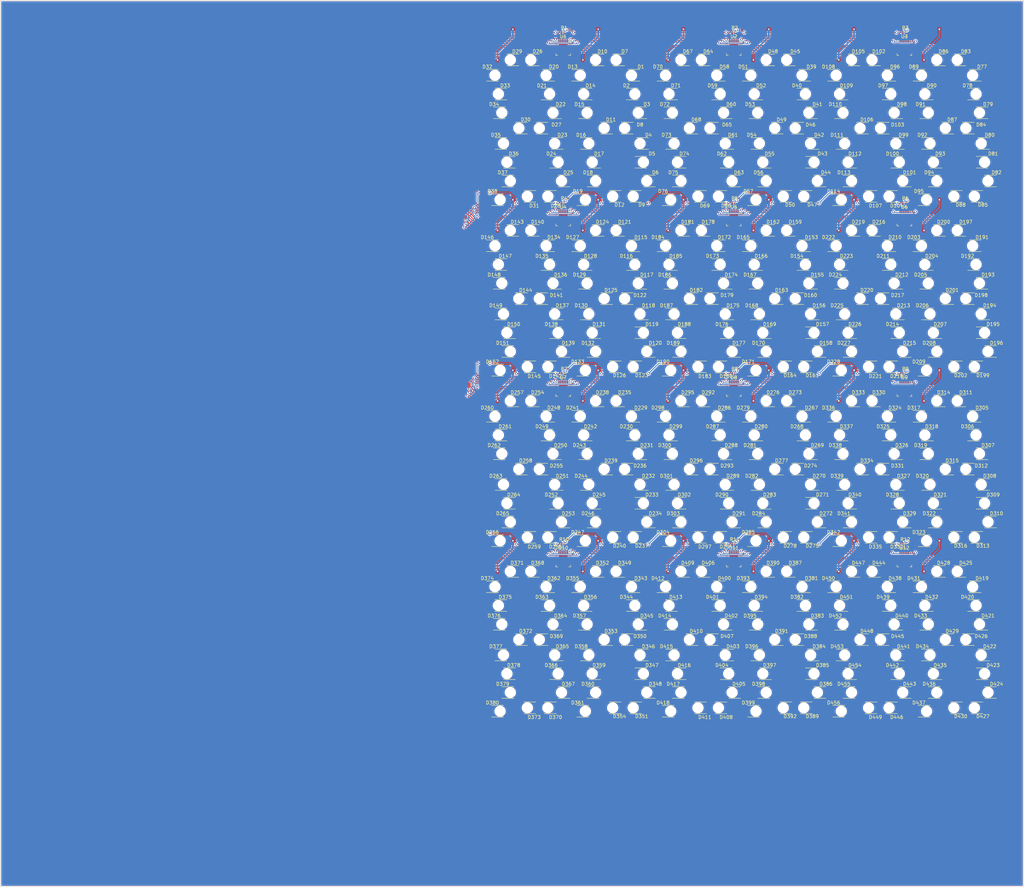
<source format=kicad_pcb>
(kicad_pcb (version 20160815) (host pcbnew "(2016-08-25 BZR 7091, Git 65552e6)-product")
  (layers (0 F.Cu signal) (31 B.Cu signal) (34 B.Paste user) (35 F.Paste user) (36 B.SilkS user) (37 F.SilkS user) (38 B.Mask user) (39 F.Mask user) (44 Edge.Cuts user))
  (net 0 "")
  (net 1 "Net-(D1-Pad2)")
  (net 2 "Net-(D2-Pad2)")
  (net 3 +12V)
  (net 4 "Net-(D5-Pad2)")
  (net 5 "Net-(D12-Pad1)")
  (net 6 "Net-(D13-Pad2)")
  (net 7 "Net-(D14-Pad2)")
  (net 8 "Net-(D20-Pad2)")
  (net 9 "Net-(D23-Pad2)")
  (net 10 "Net-(D24-Pad2)")
  (net 11 "Net-(D27-Pad2)")
  (net 12 "Net-(D28-Pad2)")
  (net 13 "Net-(D32-Pad2)")
  (net 14 "Net-(D33-Pad2)")
  (net 15 "Net-(D35-Pad2)")
  (net 16 "Net-(D36-Pad2)")
  (net 17 GND)
  (net 18 +5V)
  (net 19 /display/display_x1_x2/sevensegment_1/MIDDLE)
  (net 20 /display/display_x1_x2/sevensegment_1/BOTTOM)
  (net 21 /display/display_x1_x2/sevensegment_1/TOP_LEFT)
  (net 22 /display/display_x1_x2/sevensegment_1/BOTTOM_LEFT)
  (net 23 /display/display_x1_x2/sevensegment_1/TOP)
  (net 24 /display/display_x1_x2/sevensegment_1/TOP_RIGHT)
  (net 25 /display/display_x1_x2/sevensegment_1/BOTTOM_RIGHT)
  (net 26 /display/display_x1_x2/sevensegment_1/DOT)
  (net 27 /display/display_x1_x2/sevensegment_2/TOP_LEFT)
  (net 28 /display/display_x1_x2/sevensegment_2/BOTTOM_LEFT)
  (net 29 /display/display_x1_x2/sevensegment_2/TOP)
  (net 30 /display/display_x1_x2/sevensegment_2/MIDDLE)
  (net 31 /display/display_x1_x2/sevensegment_2/BOTTOM)
  (net 32 /display/display_x1_x2/sevensegment_2/TOP_RIGHT)
  (net 33 /display/display_x1_x2/sevensegment_2/BOTTOM_RIGHT)
  (net 34 /display/display_x1_x2/sevensegment_2/DOT)
  (net 35 /display/display_x3_x4/SDI)
  (net 36 "Net-(D4-Pad2)")
  (net 37 "Net-(D10-Pad1)")
  (net 38 "Net-(D11-Pad1)")
  (net 39 "Net-(D16-Pad2)")
  (net 40 "Net-(D17-Pad2)")
  (net 41 "Net-(D21-Pad2)")
  (net 42 "Net-(D26-Pad2)")
  (net 43 "Net-(D43-Pad2)")
  (net 44 /display/display_z1_z2/sevensegment_2/DOT)
  (net 45 /display/display_x3_x4/sevensegment_1/TOP_LEFT)
  (net 46 "Net-(D39-Pad2)")
  (net 47 "Net-(D40-Pad2)")
  (net 48 /display/display_x3_x4/sevensegment_1/BOTTOM_LEFT)
  (net 49 "Net-(D42-Pad2)")
  (net 50 /display/display_x3_x4/sevensegment_1/TOP)
  (net 51 "Net-(D45-Pad2)")
  (net 52 /display/display_x3_x4/sevensegment_1/MIDDLE)
  (net 53 "Net-(D46-Pad2)")
  (net 54 /display/display_x3_x4/sevensegment_1/BOTTOM)
  (net 55 "Net-(D47-Pad2)")
  (net 56 /display/display_x3_x4/sevensegment_1/TOP_RIGHT)
  (net 57 "Net-(D51-Pad2)")
  (net 58 "Net-(D52-Pad2)")
  (net 59 /display/display_x3_x4/sevensegment_1/BOTTOM_RIGHT)
  (net 60 "Net-(D54-Pad2)")
  (net 61 "Net-(D55-Pad2)")
  (net 62 /display/display_x3_x4/sevensegment_1/DOT)
  (net 63 /display/display_x3_x4/sevensegment_2/BOTTOM_RIGHT)
  (net 64 "Net-(D73-Pad2)")
  (net 65 "Net-(D58-Pad2)")
  (net 66 "Net-(D59-Pad2)")
  (net 67 /display/display_x3_x4/sevensegment_2/BOTTOM_LEFT)
  (net 68 "Net-(D61-Pad2)")
  (net 69 "Net-(D62-Pad2)")
  (net 70 /display/display_x3_x4/sevensegment_2/TOP)
  (net 71 "Net-(D64-Pad2)")
  (net 72 /display/display_x3_x4/sevensegment_2/MIDDLE)
  (net 73 "Net-(D65-Pad2)")
  (net 74 /display/display_x3_x4/sevensegment_2/BOTTOM)
  (net 75 "Net-(D66-Pad2)")
  (net 76 /display/display_x3_x4/sevensegment_2/TOP_RIGHT)
  (net 77 "Net-(D70-Pad2)")
  (net 78 "Net-(D71-Pad2)")
  (net 79 "Net-(D84-Pad2)")
  (net 80 "Net-(D100-Pad2)")
  (net 81 "Net-(D74-Pad2)")
  (net 82 /display/display_x3_x4/sevensegment_2/DOT)
  (net 83 /display/display_x5_y5/sevensegment_1/TOP_LEFT)
  (net 84 "Net-(D77-Pad2)")
  (net 85 "Net-(D78-Pad2)")
  (net 86 /display/display_x5_y5/sevensegment_1/BOTTOM_LEFT)
  (net 87 "Net-(D80-Pad2)")
  (net 88 "Net-(D81-Pad2)")
  (net 89 /display/display_x5_y5/sevensegment_1/TOP)
  (net 90 "Net-(D83-Pad2)")
  (net 91 /display/display_x5_y5/sevensegment_1/MIDDLE)
  (net 92 /display/display_x5_y5/sevensegment_1/BOTTOM)
  (net 93 "Net-(D85-Pad2)")
  (net 94 /display/display_x3_x4/sevensegment_2/TOP_LEFT)
  (net 95 /display/display_x5_y5/sevensegment_1/TOP_RIGHT)
  (net 96 "Net-(D89-Pad2)")
  (net 97 "Net-(D90-Pad2)")
  (net 98 /display/display_x5_y5/sevensegment_1/BOTTOM_RIGHT)
  (net 99 "Net-(D92-Pad2)")
  (net 100 "Net-(D93-Pad2)")
  (net 101 /display/display_x5_y5/sevensegment_1/DOT)
  (net 102 /display/display_x5_y5/sevensegment_2/TOP_LEFT)
  (net 103 "Net-(D96-Pad2)")
  (net 104 "Net-(D97-Pad2)")
  (net 105 /display/display_x5_y5/sevensegment_2/BOTTOM_LEFT)
  (net 106 "Net-(D100-Pad1)")
  (net 107 "Net-(D185-Pad2)")
  (net 108 /display/display_x5_y5/sevensegment_2/TOP)
  (net 109 "Net-(D102-Pad2)")
  (net 110 /display/display_x5_y5/sevensegment_2/MIDDLE)
  (net 111 "Net-(D103-Pad2)")
  (net 112 /display/display_x5_y5/sevensegment_2/BOTTOM)
  (net 113 "Net-(D104-Pad2)")
  (net 114 /display/display_x5_y5/sevensegment_2/TOP_RIGHT)
  (net 115 "Net-(D108-Pad2)")
  (net 116 "Net-(D109-Pad2)")
  (net 117 /display/display_x5_y5/sevensegment_2/BOTTOM_RIGHT)
  (net 118 "Net-(D111-Pad2)")
  (net 119 "Net-(D112-Pad2)")
  (net 120 /display/display_x5_y5/sevensegment_2/DOT)
  (net 121 /display/display_y3_y4/sevensegment_1/BOTTOM_RIGHT)
  (net 122 "Net-(D130-Pad2)")
  (net 123 /display/display_y3_y4/sevensegment_1/TOP_LEFT)
  (net 124 "Net-(D115-Pad2)")
  (net 125 "Net-(D116-Pad2)")
  (net 126 /display/display_y3_y4/sevensegment_1/BOTTOM_LEFT)
  (net 127 "Net-(D118-Pad2)")
  (net 128 "Net-(D119-Pad2)")
  (net 129 /display/display_y3_y4/sevensegment_1/TOP)
  (net 130 "Net-(D121-Pad2)")
  (net 131 /display/display_y3_y4/sevensegment_1/MIDDLE)
  (net 132 "Net-(D122-Pad2)")
  (net 133 /display/display_y3_y4/sevensegment_1/BOTTOM)
  (net 134 "Net-(D123-Pad2)")
  (net 135 /display/display_y3_y4/sevensegment_1/TOP_RIGHT)
  (net 136 "Net-(D127-Pad2)")
  (net 137 "Net-(D128-Pad2)")
  (net 138 /display/display_y1_y2/sevensegment_1/DOT)
  (net 139 "Net-(D142-Pad2)")
  (net 140 "Net-(D131-Pad2)")
  (net 141 /display/display_y3_y4/sevensegment_1/DOT)
  (net 142 /display/display_y3_y4/sevensegment_2/TOP_LEFT)
  (net 143 "Net-(D134-Pad2)")
  (net 144 "Net-(D135-Pad2)")
  (net 145 /display/display_y3_y4/sevensegment_2/BOTTOM_LEFT)
  (net 146 "Net-(D137-Pad2)")
  (net 147 "Net-(D138-Pad2)")
  (net 148 /display/display_y3_y4/sevensegment_2/TOP)
  (net 149 "Net-(D140-Pad2)")
  (net 150 /display/display_y3_y4/sevensegment_2/MIDDLE)
  (net 151 "Net-(D141-Pad2)")
  (net 152 /display/display_y3_y4/sevensegment_2/BOTTOM)
  (net 153 "Net-(D156-Pad2)")
  (net 154 "Net-(D157-Pad2)")
  (net 155 "Net-(D150-Pad2)")
  (net 156 /display/display_y1_y2/sevensegment_1/BOTTOM_LEFT)
  (net 157 "Net-(D154-Pad2)")
  (net 158 "Net-(D153-Pad2)")
  (net 159 /display/display_y1_y2/sevensegment_1/TOP_LEFT)
  (net 160 /display/display_y3_y4/sevensegment_2/DOT)
  (net 161 "Net-(D149-Pad2)")
  (net 162 /display/display_y3_y4/sevensegment_2/BOTTOM_RIGHT)
  (net 163 "Net-(D147-Pad2)")
  (net 164 "Net-(D146-Pad2)")
  (net 165 /display/display_y3_y4/sevensegment_2/TOP_RIGHT)
  (net 166 /display/display_y1_y2/sevensegment_1/TOP)
  (net 167 "Net-(D159-Pad2)")
  (net 168 /display/display_y1_y2/sevensegment_1/MIDDLE)
  (net 169 "Net-(D160-Pad2)")
  (net 170 /display/display_y1_y2/sevensegment_1/BOTTOM)
  (net 171 "Net-(D161-Pad2)")
  (net 172 /display/display_y1_y2/sevensegment_1/TOP_RIGHT)
  (net 173 "Net-(D165-Pad2)")
  (net 174 "Net-(D166-Pad2)")
  (net 175 /display/display_y1_y2/sevensegment_1/BOTTOM_RIGHT)
  (net 176 "Net-(D168-Pad2)")
  (net 177 "Net-(D169-Pad2)")
  (net 178 /display/display_y1_y2/sevensegment_2/TOP_LEFT)
  (net 179 "Net-(D172-Pad2)")
  (net 180 /display/display_y1_y2/sevensegment_2/BOTTOM_RIGHT)
  (net 181 "Net-(D187-Pad2)")
  (net 182 "Net-(D173-Pad2)")
  (net 183 /display/display_y1_y2/sevensegment_2/BOTTOM_LEFT)
  (net 184 "Net-(D175-Pad2)")
  (net 185 "Net-(D176-Pad2)")
  (net 186 /display/display_y1_y2/sevensegment_2/TOP)
  (net 187 "Net-(D178-Pad2)")
  (net 188 /display/display_y1_y2/sevensegment_2/MIDDLE)
  (net 189 "Net-(D179-Pad2)")
  (net 190 /display/display_y1_y2/sevensegment_2/BOTTOM)
  (net 191 "Net-(D180-Pad2)")
  (net 192 /display/display_y1_y2/sevensegment_2/TOP_RIGHT)
  (net 193 "Net-(D184-Pad2)")
  (net 194 "Net-(D198-Pad2)")
  (net 195 "Net-(D214-Pad2)")
  (net 196 "Net-(D188-Pad2)")
  (net 197 /display/display_y1_y2/sevensegment_2/DOT)
  (net 198 /display/display_z1_z2/sevensegment_1/TOP_LEFT)
  (net 199 "Net-(D191-Pad2)")
  (net 200 "Net-(D192-Pad2)")
  (net 201 /display/display_z1_z2/sevensegment_1/BOTTOM_LEFT)
  (net 202 "Net-(D194-Pad2)")
  (net 203 "Net-(D195-Pad2)")
  (net 204 /display/display_z1_z2/sevensegment_1/TOP)
  (net 205 "Net-(D197-Pad2)")
  (net 206 /display/display_z1_z2/sevensegment_1/MIDDLE)
  (net 207 /display/display_z1_z2/sevensegment_1/BOTTOM)
  (net 208 "Net-(D199-Pad2)")
  (net 209 /display/display_z1_z2/sevensegment_1/TOP_RIGHT)
  (net 210 "Net-(D203-Pad2)")
  (net 211 "Net-(D204-Pad2)")
  (net 212 /display/display_z1_z2/sevensegment_1/BOTTOM_RIGHT)
  (net 213 "Net-(D206-Pad2)")
  (net 214 "Net-(D207-Pad2)")
  (net 215 /display/display_z1_z2/sevensegment_1/DOT)
  (net 216 /display/display_z1_z2/sevensegment_2/TOP_LEFT)
  (net 217 "Net-(D210-Pad2)")
  (net 218 "Net-(D211-Pad2)")
  (net 219 /display/display_z1_z2/sevensegment_2/BOTTOM_LEFT)
  (net 220 "Net-(D213-Pad2)")
  (net 221 "Net-(D311-Pad2)")
  (net 222 /display/display_z1_z2/sevensegment_2/TOP)
  (net 223 "Net-(D216-Pad2)")
  (net 224 /display/display_z1_z2/sevensegment_2/MIDDLE)
  (net 225 "Net-(D217-Pad2)")
  (net 226 /display/display_z1_z2/sevensegment_2/BOTTOM)
  (net 227 "Net-(D218-Pad2)")
  (net 228 /display/display_z1_z2/sevensegment_2/TOP_RIGHT)
  (net 229 "Net-(D222-Pad2)")
  (net 230 "Net-(D223-Pad2)")
  (net 231 /display/display_z1_z2/sevensegment_2/BOTTOM_RIGHT)
  (net 232 "Net-(D225-Pad2)")
  (net 233 "Net-(D226-Pad2)")
  (net 234 /display/display_z3_z4/sevensegment_1/TOP_LEFT)
  (net 235 "Net-(D229-Pad2)")
  (net 236 /display/display_z3_z4/sevensegment_1/BOTTOM_RIGHT)
  (net 237 "Net-(D244-Pad2)")
  (net 238 "Net-(D230-Pad2)")
  (net 239 /display/display_z3_z4/sevensegment_1/BOTTOM_LEFT)
  (net 240 "Net-(D232-Pad2)")
  (net 241 "Net-(D233-Pad2)")
  (net 242 /display/display_z3_z4/sevensegment_1/TOP)
  (net 243 "Net-(D235-Pad2)")
  (net 244 /display/display_z3_z4/sevensegment_1/MIDDLE)
  (net 245 "Net-(D236-Pad2)")
  (net 246 /display/display_z3_z4/sevensegment_1/BOTTOM)
  (net 247 "Net-(D237-Pad2)")
  (net 248 /display/display_z3_z4/sevensegment_1/TOP_RIGHT)
  (net 249 "Net-(D241-Pad2)")
  (net 250 "Net-(D242-Pad2)")
  (net 251 "Net-(D255-Pad2)")
  (net 252 "Net-(D271-Pad2)")
  (net 253 "Net-(D245-Pad2)")
  (net 254 /display/display_z3_z4/sevensegment_1/DOT)
  (net 255 /display/display_z3_z4/sevensegment_2/TOP_LEFT)
  (net 256 "Net-(D248-Pad2)")
  (net 257 "Net-(D249-Pad2)")
  (net 258 /display/display_z3_z4/sevensegment_2/BOTTOM_LEFT)
  (net 259 "Net-(D251-Pad2)")
  (net 260 "Net-(D252-Pad2)")
  (net 261 /display/display_z3_z4/sevensegment_2/TOP)
  (net 262 "Net-(D254-Pad2)")
  (net 263 /display/display_z3_z4/sevensegment_2/MIDDLE)
  (net 264 /display/display_z3_z4/sevensegment_2/BOTTOM)
  (net 265 "Net-(D256-Pad2)")
  (net 266 /display/display_s1_s2/sevensegment_1/TOP_LEFT)
  (net 267 "Net-(D343-Pad2)")
  (net 268 /display/display_z3_z4/sevensegment_2/TOP_RIGHT)
  (net 269 "Net-(D260-Pad2)")
  (net 270 "Net-(D261-Pad2)")
  (net 271 /display/display_z3_z4/sevensegment_2/BOTTOM_RIGHT)
  (net 272 "Net-(D263-Pad2)")
  (net 273 "Net-(D264-Pad2)")
  (net 274 /display/display_z3_z4/sevensegment_2/DOT)
  (net 275 /display/display_z5_s5/sevensegment_1/TOP_LEFT)
  (net 276 "Net-(D267-Pad2)")
  (net 277 "Net-(D268-Pad2)")
  (net 278 /display/display_z5_s5/sevensegment_1/BOTTOM_LEFT)
  (net 279 "Net-(D270-Pad2)")
  (net 280 /display/display_z5_s5/sevensegment_1/TOP)
  (net 281 "Net-(D273-Pad2)")
  (net 282 /display/display_z5_s5/sevensegment_1/MIDDLE)
  (net 283 "Net-(D274-Pad2)")
  (net 284 /display/display_z5_s5/sevensegment_1/BOTTOM)
  (net 285 "Net-(D275-Pad2)")
  (net 286 /display/display_z5_s5/sevensegment_1/TOP_RIGHT)
  (net 287 "Net-(D279-Pad2)")
  (net 288 "Net-(D280-Pad2)")
  (net 289 /display/display_z5_s5/sevensegment_1/BOTTOM_RIGHT)
  (net 290 "Net-(D282-Pad2)")
  (net 291 "Net-(D283-Pad2)")
  (net 292 /display/display_z5_s5/sevensegment_1/DOT)
  (net 293 /display/display_z5_s5/sevensegment_2/BOTTOM_RIGHT)
  (net 294 "Net-(D301-Pad2)")
  (net 295 "Net-(D286-Pad2)")
  (net 296 "Net-(D287-Pad2)")
  (net 297 /display/display_z5_s5/sevensegment_2/BOTTOM_LEFT)
  (net 298 "Net-(D289-Pad2)")
  (net 299 "Net-(D290-Pad2)")
  (net 300 /display/display_z5_s5/sevensegment_2/TOP)
  (net 301 "Net-(D292-Pad2)")
  (net 302 /display/display_z5_s5/sevensegment_2/MIDDLE)
  (net 303 "Net-(D293-Pad2)")
  (net 304 /display/display_z5_s5/sevensegment_2/BOTTOM)
  (net 305 "Net-(D294-Pad2)")
  (net 306 /display/display_z5_s5/sevensegment_2/TOP_RIGHT)
  (net 307 "Net-(D298-Pad2)")
  (net 308 "Net-(D299-Pad2)")
  (net 309 "Net-(D312-Pad2)")
  (net 310 "Net-(D328-Pad2)")
  (net 311 "Net-(D302-Pad2)")
  (net 312 /display/display_z5_s5/sevensegment_2/DOT)
  (net 313 /display/display_s3_s4/sevensegment_1/TOP_LEFT)
  (net 314 "Net-(D305-Pad2)")
  (net 315 "Net-(D306-Pad2)")
  (net 316 /display/display_s3_s4/sevensegment_1/BOTTOM_LEFT)
  (net 317 "Net-(D308-Pad2)")
  (net 318 "Net-(D309-Pad2)")
  (net 319 /display/display_s3_s4/sevensegment_1/TOP)
  (net 320 /display/display_s3_s4/sevensegment_1/MIDDLE)
  (net 321 /display/display_s3_s4/sevensegment_1/BOTTOM)
  (net 322 "Net-(D313-Pad2)")
  (net 323 /display/display_z5_s5/sevensegment_2/TOP_LEFT)
  (net 324 /display/display_s3_s4/sevensegment_1/TOP_RIGHT)
  (net 325 "Net-(D317-Pad2)")
  (net 326 "Net-(D318-Pad2)")
  (net 327 /display/display_s3_s4/sevensegment_1/BOTTOM_RIGHT)
  (net 328 "Net-(D320-Pad2)")
  (net 329 "Net-(D321-Pad2)")
  (net 330 /display/display_s3_s4/sevensegment_1/DOT)
  (net 331 /display/display_s3_s4/sevensegment_2/TOP_LEFT)
  (net 332 "Net-(D324-Pad2)")
  (net 333 "Net-(D325-Pad2)")
  (net 334 /display/display_s3_s4/sevensegment_2/BOTTOM_LEFT)
  (net 335 "Net-(D327-Pad2)")
  (net 336 "Net-(D370-Pad2)")
  (net 337 /display/display_s3_s4/sevensegment_2/TOP)
  (net 338 "Net-(D330-Pad2)")
  (net 339 /display/display_s3_s4/sevensegment_2/MIDDLE)
  (net 340 "Net-(D331-Pad2)")
  (net 341 /display/display_s3_s4/sevensegment_2/BOTTOM)
  (net 342 "Net-(D332-Pad2)")
  (net 343 /display/display_s3_s4/sevensegment_2/TOP_RIGHT)
  (net 344 "Net-(D336-Pad2)")
  (net 345 "Net-(D337-Pad2)")
  (net 346 /display/display_s3_s4/sevensegment_2/BOTTOM_RIGHT)
  (net 347 "Net-(D339-Pad2)")
  (net 348 "Net-(D340-Pad2)")
  (net 349 /display/display_s3_s4/sevensegment_2/DOT)
  (net 350 /display/display_s1_s2/sevensegment_1/BOTTOM_RIGHT)
  (net 351 "Net-(D358-Pad2)")
  (net 352 "Net-(D344-Pad2)")
  (net 353 /display/display_s1_s2/sevensegment_1/BOTTOM_LEFT)
  (net 354 "Net-(D346-Pad2)")
  (net 355 "Net-(D347-Pad2)")
  (net 356 /display/display_s1_s2/sevensegment_1/TOP)
  (net 357 "Net-(D349-Pad2)")
  (net 358 /display/display_s1_s2/sevensegment_1/MIDDLE)
  (net 359 "Net-(D350-Pad2)")
  (net 360 /display/display_s1_s2/sevensegment_1/BOTTOM)
  (net 361 "Net-(D351-Pad2)")
  (net 362 /display/display_s1_s2/sevensegment_1/TOP_RIGHT)
  (net 363 "Net-(D355-Pad2)")
  (net 364 "Net-(D356-Pad2)")
  (net 365 "Net-(D369-Pad2)")
  (net 366 "Net-(D385-Pad2)")
  (net 367 "Net-(D359-Pad2)")
  (net 368 /display/display_s1_s2/sevensegment_1/DOT)
  (net 369 /display/display_s1_s2/sevensegment_2/TOP_LEFT)
  (net 370 "Net-(D362-Pad2)")
  (net 371 "Net-(D363-Pad2)")
  (net 372 /display/display_s1_s2/sevensegment_2/BOTTOM_LEFT)
  (net 373 "Net-(D365-Pad2)")
  (net 374 "Net-(D366-Pad2)")
  (net 375 /display/display_s1_s2/sevensegment_2/TOP)
  (net 376 "Net-(D368-Pad2)")
  (net 377 /display/display_s1_s2/sevensegment_2/MIDDLE)
  (net 378 /display/display_s1_s2/sevensegment_2/BOTTOM)
  (net 379 /display/display_s1_s2/sevensegment_2/TOP_RIGHT)
  (net 380 "Net-(D374-Pad2)")
  (net 381 "Net-(D375-Pad2)")
  (net 382 /display/display_s1_s2/sevensegment_2/BOTTOM_RIGHT)
  (net 383 "Net-(D377-Pad2)")
  (net 384 "Net-(D378-Pad2)")
  (net 385 /display/display_s1_s2/sevensegment_2/DOT)
  (net 386 /display/display_y/sevensegment_1/TOP_LEFT)
  (net 387 "Net-(D381-Pad2)")
  (net 388 "Net-(D382-Pad2)")
  (net 389 /display/display_y/sevensegment_1/BOTTOM_LEFT)
  (net 390 "Net-(D384-Pad2)")
  (net 391 "Net-(D425-Pad2)")
  (net 392 /display/display_y/sevensegment_1/TOP)
  (net 393 "Net-(D387-Pad2)")
  (net 394 /display/display_y/sevensegment_1/MIDDLE)
  (net 395 "Net-(D388-Pad2)")
  (net 396 /display/display_y/sevensegment_1/BOTTOM)
  (net 397 "Net-(D389-Pad2)")
  (net 398 /display/display_y/sevensegment_1/TOP_RIGHT)
  (net 399 "Net-(D393-Pad2)")
  (net 400 "Net-(D394-Pad2)")
  (net 401 /display/display_y/sevensegment_1/BOTTOM_RIGHT)
  (net 402 "Net-(D396-Pad2)")
  (net 403 "Net-(D397-Pad2)")
  (net 404 /display/display_y/sevensegment_1/DOT)
  (net 405 /display/display_y/sevensegment_2/BOTTOM_RIGHT)
  (net 406 "Net-(D415-Pad2)")
  (net 407 "Net-(D400-Pad2)")
  (net 408 "Net-(D401-Pad2)")
  (net 409 /display/display_y/sevensegment_2/BOTTOM_LEFT)
  (net 410 "Net-(D403-Pad2)")
  (net 411 "Net-(D404-Pad2)")
  (net 412 /display/display_y/sevensegment_2/TOP)
  (net 413 "Net-(D406-Pad2)")
  (net 414 /display/display_y/sevensegment_2/MIDDLE)
  (net 415 "Net-(D407-Pad2)")
  (net 416 /display/display_y/sevensegment_2/BOTTOM)
  (net 417 "Net-(D408-Pad2)")
  (net 418 /display/display_y/sevensegment_2/TOP_RIGHT)
  (net 419 "Net-(D412-Pad2)")
  (net 420 "Net-(D413-Pad2)")
  (net 421 "Net-(D426-Pad2)")
  (net 422 "Net-(D427-Pad2)")
  (net 423 "Net-(D416-Pad2)")
  (net 424 /display/display_y/sevensegment_2/DOT)
  (net 425 /display/display_s/sevensegment_1/TOP_LEFT)
  (net 426 "Net-(D419-Pad2)")
  (net 427 "Net-(D420-Pad2)")
  (net 428 /display/display_s/sevensegment_1/BOTTOM_LEFT)
  (net 429 "Net-(D422-Pad2)")
  (net 430 "Net-(D423-Pad2)")
  (net 431 /display/display_s/sevensegment_1/TOP)
  (net 432 /display/display_s/sevensegment_1/MIDDLE)
  (net 433 /display/display_s/sevensegment_1/BOTTOM)
  (net 434 /display/display_s/sevensegment_2/DOT)
  (net 435 /display/display_s/sevensegment_1/TOP_RIGHT)
  (net 436 "Net-(D431-Pad2)")
  (net 437 "Net-(D432-Pad2)")
  (net 438 /display/display_s/sevensegment_1/BOTTOM_RIGHT)
  (net 439 "Net-(D434-Pad2)")
  (net 440 "Net-(D435-Pad2)")
  (net 441 /display/display_s/sevensegment_1/DOT)
  (net 442 /display/display_s/sevensegment_2/TOP_LEFT)
  (net 443 "Net-(D438-Pad2)")
  (net 444 "Net-(D439-Pad2)")
  (net 445 /display/display_s/sevensegment_2/BOTTOM_LEFT)
  (net 446 "Net-(D441-Pad2)")
  (net 447 "Net-(D442-Pad2)")
  (net 448 /display/display_s/sevensegment_2/TOP)
  (net 449 "Net-(D444-Pad2)")
  (net 450 "Net-(D454-Pad2)")
  (net 451 "Net-(D453-Pad2)")
  (net 452 /display/display_s/sevensegment_2/BOTTOM_RIGHT)
  (net 453 "Net-(D451-Pad2)")
  (net 454 "Net-(D450-Pad2)")
  (net 455 "Net-(D446-Pad2)")
  (net 456 "Net-(D445-Pad2)")
  (net 457 /display/display_s/sevensegment_2/BOTTOM)
  (net 458 /display/display_s/sevensegment_2/MIDDLE)
  (net 459 /display/display_y/sevensegment_2/TOP_LEFT)
  (net 460 /display/display_s/sevensegment_2/TOP_RIGHT)
  (net 461 /display/display_x5_y5/SDI)
  (net 462 /display/display_y1_y2/SDI)
  (net 463 /display/display_y/SDI)
  (net 464 /display/display_z1_z2/SDI)
  (net 465 /display/display_z5_s5/SDI)
  (net 466 /display/display_s3_s4/SDI)
  (net 467 /display/display_s/SDI)
  (net 468 /display/LE)
  (net 469 /display/~OE)
  (net 470 /display/SDI_X)
  (net 471 /display/CLK)
  (net 472 /display/SDO_X)
  (net 473 /display/SDI_Y)
  (net 474 /display/SDI_Z)
  (net 475 /display/SDO_Z)
  (net 476 /display/SDI_S)
  (net 477 /display/SDO_Y)
  (net 478 /display/SDO_S)
  (net 479 "Net-(R1-Pad2)")
  (net 480 "Net-(R12-Pad2)")
  (net 481 "Net-(R11-Pad2)")
  (net 482 "Net-(R10-Pad2)")
  (net 483 "Net-(R9-Pad2)")
  (net 484 "Net-(R8-Pad2)")
  (net 485 "Net-(R7-Pad2)")
  (net 486 "Net-(R5-Pad2)")
  (net 487 "Net-(R4-Pad2)")
  (net 488 "Net-(R3-Pad2)")
  (net 489 "Net-(R2-Pad2)")
  (net 490 "Net-(R6-Pad2)")
  (module LEDs:LED_Osram_LG_T770 (layer F.Cu) (at 221.5 248.5)
    (fp_text reference D361 (at -2.25 -2.5) (layer F.SilkS))
    (fp_text value LED)
    (pad "" np_thru_hole circle (at 0 0) (size 2.8 2.8) (drill 2.8) (layers *.Cu *.Mask))
    (pad 1 smd rect (at -2.4 0) (size 1.2 2.6) (layers F.Cu F.Paste F.Mask) (net 368 /display/display_s1_s2/sevensegment_1/DOT))
    (pad 2 smd rect (at 2.4 0) (size 1.2 2.6) (layers F.Cu F.Paste F.Mask) (net 3 +12V))
  )
  (module LEDs:LED_Osram_LG_T770 (layer F.Cu) (at 271.5 98.5)
    (fp_text reference D57 (at -2.25 -2.5) (layer F.SilkS))
    (fp_text value LED)
    (pad "" np_thru_hole circle (at 0 0) (size 2.8 2.8) (drill 2.8) (layers *.Cu *.Mask))
    (pad 1 smd rect (at -2.4 0) (size 1.2 2.6) (layers F.Cu F.Paste F.Mask) (net 62 /display/display_x3_x4/sevensegment_1/DOT))
    (pad 2 smd rect (at 2.4 0) (size 1.2 2.6) (layers F.Cu F.Paste F.Mask) (net 3 +12V))
  )
  (module LEDs:LED_Osram_LG_T770 (layer F.Cu) (at 295 212)
    (fp_text reference D450 (at -2.25 -2.5) (layer F.SilkS))
    (fp_text value LED)
    (pad "" np_thru_hole circle (at 0 0) (size 2.8 2.8) (drill 2.8) (layers *.Cu *.Mask))
    (pad 1 smd rect (at -2.4 0) (size 1.2 2.6) (layers F.Cu F.Paste F.Mask) (net 460 /display/display_s/sevensegment_2/TOP_RIGHT))
    (pad 2 smd rect (at 2.4 0) (size 1.2 2.6) (layers F.Cu F.Paste F.Mask) (net 454 "Net-(D450-Pad2)"))
  )
  (module LEDs:LED_Osram_LG_T770 (layer F.Cu) (at 280.5 207.5 180)
    (fp_text reference D387 (at -2.5 2.5 180) (layer F.SilkS))
    (fp_text value LED)
    (pad "" np_thru_hole circle (at 0 0 180) (size 2.8 2.8) (drill 2.8) (layers *.Cu *.Mask))
    (pad 1 smd rect (at -2.4 0 180) (size 1.2 2.6) (layers F.Cu F.Paste F.Mask) (net 392 /display/display_y/sevensegment_1/TOP))
    (pad 2 smd rect (at 2.4 0 180) (size 1.2 2.6) (layers F.Cu F.Paste F.Mask) (net 393 "Net-(D387-Pad2)"))
  )
  (module LEDs:LED_Osram_LG_T770 (layer F.Cu) (at 296.5 198.5)
    (fp_text reference D342 (at -2.25 -2.5 180) (layer F.SilkS))
    (fp_text value LED)
    (pad "" np_thru_hole circle (at 0 0) (size 2.8 2.8) (drill 2.8) (layers *.Cu *.Mask))
    (pad 1 smd rect (at -2.4 0) (size 1.2 2.6) (layers F.Cu F.Paste F.Mask) (net 349 /display/display_s3_s4/sevensegment_2/DOT))
    (pad 2 smd rect (at 2.4 0) (size 1.2 2.6) (layers F.Cu F.Paste F.Mask) (net 3 +12V))
  )
  (module LEDs:LED_Osram_LG_T770 (layer F.Cu) (at 285 212 180)
    (fp_text reference D381 (at -2.75 2.5 180) (layer F.SilkS))
    (fp_text value LED)
    (pad "" np_thru_hole circle (at 0 0 180) (size 2.8 2.8) (drill 2.8) (layers *.Cu *.Mask))
    (pad 1 smd rect (at -2.4 0 180) (size 1.2 2.6) (layers F.Cu F.Paste F.Mask) (net 386 /display/display_y/sevensegment_1/TOP_LEFT))
    (pad 2 smd rect (at 2.4 0 180) (size 1.2 2.6) (layers F.Cu F.Paste F.Mask) (net 387 "Net-(D381-Pad2)"))
  )
  (module LEDs:LED_Osram_LG_T770 (layer F.Cu) (at 274.5 207.5 180)
    (fp_text reference D390 (at -2 2.5) (layer F.SilkS))
    (fp_text value LED)
    (pad "" np_thru_hole circle (at 0 0 180) (size 2.8 2.8) (drill 2.8) (layers *.Cu *.Mask))
    (pad 1 smd rect (at -2.4 0 180) (size 1.2 2.6) (layers F.Cu F.Paste F.Mask) (net 393 "Net-(D387-Pad2)"))
    (pad 2 smd rect (at 2.4 0 180) (size 1.2 2.6) (layers F.Cu F.Paste F.Mask) (net 3 +12V))
  )
  (module LEDs:LED_Osram_LG_T770 (layer F.Cu) (at 289.5 193 180)
    (fp_text reference D272 (at -2.5 2.5 180) (layer F.SilkS))
    (fp_text value LED)
    (pad "" np_thru_hole circle (at 0 0 180) (size 2.8 2.8) (drill 2.8) (layers *.Cu *.Mask))
    (pad 1 smd rect (at -2.4 0 180) (size 1.2 2.6) (layers F.Cu F.Paste F.Mask) (net 252 "Net-(D271-Pad2)"))
    (pad 2 smd rect (at 2.4 0 180) (size 1.2 2.6) (layers F.Cu F.Paste F.Mask) (net 3 +12V))
  )
  (module LEDs:LED_Osram_LG_T770 (layer F.Cu) (at 287 223 180)
    (fp_text reference D383 (at -2.5 2.5 180) (layer F.SilkS))
    (fp_text value LED)
    (pad "" np_thru_hole circle (at 0 0 180) (size 2.8 2.8) (drill 2.8) (layers *.Cu *.Mask))
    (pad 1 smd rect (at -2.4 0 180) (size 1.2 2.6) (layers F.Cu F.Paste F.Mask) (net 388 "Net-(D382-Pad2)"))
    (pad 2 smd rect (at 2.4 0 180) (size 1.2 2.6) (layers F.Cu F.Paste F.Mask) (net 3 +12V))
  )
  (module LEDs:LED_Osram_LG_T770 (layer F.Cu) (at 297 223)
    (fp_text reference D452 (at -2.25 -2.5) (layer F.SilkS))
    (fp_text value LED)
    (pad "" np_thru_hole circle (at 0 0) (size 2.8 2.8) (drill 2.8) (layers *.Cu *.Mask))
    (pad 1 smd rect (at -2.4 0) (size 1.2 2.6) (layers F.Cu F.Paste F.Mask) (net 453 "Net-(D451-Pad2)"))
    (pad 2 smd rect (at 2.4 0) (size 1.2 2.6) (layers F.Cu F.Paste F.Mask) (net 3 +12V))
  )
  (module LEDs:LED_Osram_LG_T770 (layer F.Cu) (at 277 227.5 180)
    (fp_text reference D391 (at -2 2.5) (layer F.SilkS))
    (fp_text value LED)
    (pad "" np_thru_hole circle (at 0 0 180) (size 2.8 2.8) (drill 2.8) (layers *.Cu *.Mask))
    (pad 1 smd rect (at -2.4 0 180) (size 1.2 2.6) (layers F.Cu F.Paste F.Mask) (net 395 "Net-(D388-Pad2)"))
    (pad 2 smd rect (at 2.4 0 180) (size 1.2 2.6) (layers F.Cu F.Paste F.Mask) (net 3 +12V))
  )
  (module LEDs:LED_Osram_LG_T770 (layer F.Cu) (at 297.5 232)
    (fp_text reference D453 (at -2.25 -2.5 -180) (layer F.SilkS))
    (fp_text value LED)
    (pad "" np_thru_hole circle (at 0 0) (size 2.8 2.8) (drill 2.8) (layers *.Cu *.Mask))
    (pad 1 smd rect (at -2.4 0) (size 1.2 2.6) (layers F.Cu F.Paste F.Mask) (net 452 /display/display_s/sevensegment_2/BOTTOM_RIGHT))
    (pad 2 smd rect (at 2.4 0) (size 1.2 2.6) (layers F.Cu F.Paste F.Mask) (net 451 "Net-(D453-Pad2)"))
  )
  (module LEDs:LED_Osram_LG_T770 (layer F.Cu) (at 287.5 232 180)
    (fp_text reference D384 (at -2.5 2.5 180) (layer F.SilkS))
    (fp_text value LED)
    (pad "" np_thru_hole circle (at 0 0 180) (size 2.8 2.8) (drill 2.8) (layers *.Cu *.Mask))
    (pad 1 smd rect (at -2.4 0 180) (size 1.2 2.6) (layers F.Cu F.Paste F.Mask) (net 389 /display/display_y/sevensegment_1/BOTTOM_LEFT))
    (pad 2 smd rect (at 2.4 0 180) (size 1.2 2.6) (layers F.Cu F.Paste F.Mask) (net 390 "Net-(D384-Pad2)"))
  )
  (module LEDs:LED_Osram_LG_T770 (layer F.Cu) (at 283 227.5 180)
    (fp_text reference D388 (at -4.5 1 180) (layer F.SilkS))
    (fp_text value LED)
    (pad "" np_thru_hole circle (at 0 0 180) (size 2.8 2.8) (drill 2.8) (layers *.Cu *.Mask))
    (pad 1 smd rect (at -2.4 0 180) (size 1.2 2.6) (layers F.Cu F.Paste F.Mask) (net 394 /display/display_y/sevensegment_1/MIDDLE))
    (pad 2 smd rect (at 2.4 0 180) (size 1.2 2.6) (layers F.Cu F.Paste F.Mask) (net 395 "Net-(D388-Pad2)"))
  )
  (module LEDs:LED_Osram_LG_T770 (layer F.Cu) (at 296 217.5 180)
    (fp_text reference D451 (at -2 2.5 180) (layer F.SilkS))
    (fp_text value LED)
    (pad "" np_thru_hole circle (at 0 0 180) (size 2.8 2.8) (drill 2.8) (layers *.Cu *.Mask))
    (pad 1 smd rect (at -2.4 0 180) (size 1.2 2.6) (layers F.Cu F.Paste F.Mask) (net 454 "Net-(D450-Pad2)"))
    (pad 2 smd rect (at 2.4 0 180) (size 1.2 2.6) (layers F.Cu F.Paste F.Mask) (net 453 "Net-(D451-Pad2)"))
  )
  (module LEDs:LED_Osram_LG_T770 (layer F.Cu) (at 286 217.5)
    (fp_text reference D382 (at -2.5 -2.5) (layer F.SilkS))
    (fp_text value LED)
    (pad "" np_thru_hole circle (at 0 0) (size 2.8 2.8) (drill 2.8) (layers *.Cu *.Mask))
    (pad 1 smd rect (at -2.4 0) (size 1.2 2.6) (layers F.Cu F.Paste F.Mask) (net 387 "Net-(D381-Pad2)"))
    (pad 2 smd rect (at 2.4 0) (size 1.2 2.6) (layers F.Cu F.Paste F.Mask) (net 388 "Net-(D382-Pad2)"))
  )
  (module LEDs:LED_Osram_LG_T770 (layer F.Cu) (at 299.5 207.5 180)
    (fp_text reference D447 (at -2 2.5 180) (layer F.SilkS))
    (fp_text value LED)
    (pad "" np_thru_hole circle (at 0 0 180) (size 2.8 2.8) (drill 2.8) (layers *.Cu *.Mask))
    (pad 1 smd rect (at -2.4 0 180) (size 1.2 2.6) (layers F.Cu F.Paste F.Mask) (net 449 "Net-(D444-Pad2)"))
    (pad 2 smd rect (at 2.4 0 180) (size 1.2 2.6) (layers F.Cu F.Paste F.Mask) (net 3 +12V))
  )
  (module LEDs:LED_Osram_LG_T770 (layer F.Cu) (at 308 227.5 180)
    (fp_text reference D445 (at -5 1 180) (layer F.SilkS))
    (fp_text value LED)
    (pad "" np_thru_hole circle (at 0 0 180) (size 2.8 2.8) (drill 2.8) (layers *.Cu *.Mask))
    (pad 1 smd rect (at -2.4 0 180) (size 1.2 2.6) (layers F.Cu F.Paste F.Mask) (net 458 /display/display_s/sevensegment_2/MIDDLE))
    (pad 2 smd rect (at 2.4 0 180) (size 1.2 2.6) (layers F.Cu F.Paste F.Mask) (net 456 "Net-(D445-Pad2)"))
  )
  (module LEDs:LED_Osram_LG_T770 (layer F.Cu) (at 302 227.5 180)
    (fp_text reference D448 (at -2 2.5 180) (layer F.SilkS))
    (fp_text value LED)
    (pad "" np_thru_hole circle (at 0 0 180) (size 2.8 2.8) (drill 2.8) (layers *.Cu *.Mask))
    (pad 1 smd rect (at -2.4 0 180) (size 1.2 2.6) (layers F.Cu F.Paste F.Mask) (net 456 "Net-(D445-Pad2)"))
    (pad 2 smd rect (at 2.4 0 180) (size 1.2 2.6) (layers F.Cu F.Paste F.Mask) (net 3 +12V))
  )
  (module LEDs:LED_Osram_LG_T770 (layer F.Cu) (at 299.5 243)
    (fp_text reference D455 (at -2.25 -2.5 -180) (layer F.SilkS))
    (fp_text value LED)
    (pad "" np_thru_hole circle (at 0 0) (size 2.8 2.8) (drill 2.8) (layers *.Cu *.Mask))
    (pad 1 smd rect (at -2.4 0) (size 1.2 2.6) (layers F.Cu F.Paste F.Mask) (net 450 "Net-(D454-Pad2)"))
    (pad 2 smd rect (at 2.4 0) (size 1.2 2.6) (layers F.Cu F.Paste F.Mask) (net 3 +12V))
  )
  (module LEDs:LED_Osram_LG_T770 (layer F.Cu) (at 298.5 237.5 180)
    (fp_text reference D454 (at -2 2.5) (layer F.SilkS))
    (fp_text value LED)
    (pad "" np_thru_hole circle (at 0 0 180) (size 2.8 2.8) (drill 2.8) (layers *.Cu *.Mask))
    (pad 1 smd rect (at -2.4 0 180) (size 1.2 2.6) (layers F.Cu F.Paste F.Mask) (net 451 "Net-(D453-Pad2)"))
    (pad 2 smd rect (at 2.4 0 180) (size 1.2 2.6) (layers F.Cu F.Paste F.Mask) (net 450 "Net-(D454-Pad2)"))
  )
  (module LEDs:LED_Osram_LG_T770 (layer F.Cu) (at 296.5 248.5)
    (fp_text reference D456 (at -2.25 -2.5 180) (layer F.SilkS))
    (fp_text value LED)
    (pad "" np_thru_hole circle (at 0 0) (size 2.8 2.8) (drill 2.8) (layers *.Cu *.Mask))
    (pad 1 smd rect (at -2.4 0) (size 1.2 2.6) (layers F.Cu F.Paste F.Mask) (net 434 /display/display_s/sevensegment_2/DOT))
    (pad 2 smd rect (at 2.4 0) (size 1.2 2.6) (layers F.Cu F.Paste F.Mask) (net 3 +12V))
  )
  (module LEDs:LED_Osram_LG_T770 (layer F.Cu) (at 285.5 247.5 180)
    (fp_text reference D389 (at -2.5 -2.5) (layer F.SilkS))
    (fp_text value LED)
    (pad "" np_thru_hole circle (at 0 0 180) (size 2.8 2.8) (drill 2.8) (layers *.Cu *.Mask))
    (pad 1 smd rect (at -2.4 0 180) (size 1.2 2.6) (layers F.Cu F.Paste F.Mask) (net 396 /display/display_y/sevensegment_1/BOTTOM))
    (pad 2 smd rect (at 2.4 0 180) (size 1.2 2.6) (layers F.Cu F.Paste F.Mask) (net 397 "Net-(D389-Pad2)"))
  )
  (module LEDs:LED_Osram_LG_T770 (layer F.Cu) (at 279.5 247.5 180)
    (fp_text reference D392 (at -2 -2.5) (layer F.SilkS))
    (fp_text value LED)
    (pad "" np_thru_hole circle (at 0 0 180) (size 2.8 2.8) (drill 2.8) (layers *.Cu *.Mask))
    (pad 1 smd rect (at -2.4 0 180) (size 1.2 2.6) (layers F.Cu F.Paste F.Mask) (net 397 "Net-(D389-Pad2)"))
    (pad 2 smd rect (at 2.4 0 180) (size 1.2 2.6) (layers F.Cu F.Paste F.Mask) (net 3 +12V))
  )
  (module LEDs:LED_Osram_LG_T770 (layer F.Cu) (at 274.5 243)
    (fp_text reference D398 (at -2.25 -2.5) (layer F.SilkS))
    (fp_text value LED)
    (pad "" np_thru_hole circle (at 0 0) (size 2.8 2.8) (drill 2.8) (layers *.Cu *.Mask))
    (pad 1 smd rect (at -2.4 0) (size 1.2 2.6) (layers F.Cu F.Paste F.Mask) (net 403 "Net-(D397-Pad2)"))
    (pad 2 smd rect (at 2.4 0) (size 1.2 2.6) (layers F.Cu F.Paste F.Mask) (net 3 +12V))
  )
  (module LEDs:LED_Osram_LG_T770 (layer F.Cu) (at 288.5 237.5)
    (fp_text reference D385 (at 2.5 -2.5) (layer F.SilkS))
    (fp_text value LED)
    (pad "" np_thru_hole circle (at 0 0) (size 2.8 2.8) (drill 2.8) (layers *.Cu *.Mask))
    (pad 1 smd rect (at -2.4 0) (size 1.2 2.6) (layers F.Cu F.Paste F.Mask) (net 390 "Net-(D384-Pad2)"))
    (pad 2 smd rect (at 2.4 0) (size 1.2 2.6) (layers F.Cu F.Paste F.Mask) (net 366 "Net-(D385-Pad2)"))
  )
  (module LEDs:LED_Osram_LG_T770 (layer F.Cu) (at 289.5 243 180)
    (fp_text reference D386 (at -2.5 2.5 180) (layer F.SilkS))
    (fp_text value LED)
    (pad "" np_thru_hole circle (at 0 0 180) (size 2.8 2.8) (drill 2.8) (layers *.Cu *.Mask))
    (pad 1 smd rect (at -2.4 0 180) (size 1.2 2.6) (layers F.Cu F.Paste F.Mask) (net 366 "Net-(D385-Pad2)"))
    (pad 2 smd rect (at 2.4 0 180) (size 1.2 2.6) (layers F.Cu F.Paste F.Mask) (net 3 +12V))
  )
  (module LEDs:LED_Osram_LG_T770 (layer F.Cu) (at 337.5 232 180)
    (fp_text reference D422 (at -2.5 2.5 180) (layer F.SilkS))
    (fp_text value LED)
    (pad "" np_thru_hole circle (at 0 0 180) (size 2.8 2.8) (drill 2.8) (layers *.Cu *.Mask))
    (pad 1 smd rect (at -2.4 0 180) (size 1.2 2.6) (layers F.Cu F.Paste F.Mask) (net 428 /display/display_s/sevensegment_1/BOTTOM_LEFT))
    (pad 2 smd rect (at 2.4 0 180) (size 1.2 2.6) (layers F.Cu F.Paste F.Mask) (net 429 "Net-(D422-Pad2)"))
  )
  (module LEDs:LED_Osram_LG_T770 (layer F.Cu) (at 338.5 237.5)
    (fp_text reference D423 (at 2.5 -2.5) (layer F.SilkS))
    (fp_text value LED)
    (pad "" np_thru_hole circle (at 0 0) (size 2.8 2.8) (drill 2.8) (layers *.Cu *.Mask))
    (pad 1 smd rect (at -2.4 0) (size 1.2 2.6) (layers F.Cu F.Paste F.Mask) (net 429 "Net-(D422-Pad2)"))
    (pad 2 smd rect (at 2.4 0) (size 1.2 2.6) (layers F.Cu F.Paste F.Mask) (net 430 "Net-(D423-Pad2)"))
  )
  (module LEDs:LED_Osram_LG_T770 (layer F.Cu) (at 339.5 243 180)
    (fp_text reference D424 (at -2.5 2.5 180) (layer F.SilkS))
    (fp_text value LED)
    (pad "" np_thru_hole circle (at 0 0 180) (size 2.8 2.8) (drill 2.8) (layers *.Cu *.Mask))
    (pad 1 smd rect (at -2.4 0 180) (size 1.2 2.6) (layers F.Cu F.Paste F.Mask) (net 430 "Net-(D423-Pad2)"))
    (pad 2 smd rect (at 2.4 0 180) (size 1.2 2.6) (layers F.Cu F.Paste F.Mask) (net 3 +12V))
  )
  (module LEDs:LED_Osram_LG_T770 (layer F.Cu) (at 335.5 247.5 180)
    (fp_text reference D427 (at -2.5 -2.5) (layer F.SilkS))
    (fp_text value LED)
    (pad "" np_thru_hole circle (at 0 0 180) (size 2.8 2.8) (drill 2.8) (layers *.Cu *.Mask))
    (pad 1 smd rect (at -2.4 0 180) (size 1.2 2.6) (layers F.Cu F.Paste F.Mask) (net 433 /display/display_s/sevensegment_1/BOTTOM))
    (pad 2 smd rect (at 2.4 0 180) (size 1.2 2.6) (layers F.Cu F.Paste F.Mask) (net 422 "Net-(D427-Pad2)"))
  )
  (module LEDs:LED_Osram_LG_T770 (layer F.Cu) (at 321.5 248.5)
    (fp_text reference D437 (at -2.25 -2.5) (layer F.SilkS))
    (fp_text value LED)
    (pad "" np_thru_hole circle (at 0 0) (size 2.8 2.8) (drill 2.8) (layers *.Cu *.Mask))
    (pad 1 smd rect (at -2.4 0) (size 1.2 2.6) (layers F.Cu F.Paste F.Mask) (net 441 /display/display_s/sevensegment_1/DOT))
    (pad 2 smd rect (at 2.4 0) (size 1.2 2.6) (layers F.Cu F.Paste F.Mask) (net 3 +12V))
  )
  (module LEDs:LED_Osram_LG_T770 (layer F.Cu) (at 329.5 247.5 180)
    (fp_text reference D430 (at -2 -2.5) (layer F.SilkS))
    (fp_text value LED)
    (pad "" np_thru_hole circle (at 0 0 180) (size 2.8 2.8) (drill 2.8) (layers *.Cu *.Mask))
    (pad 1 smd rect (at -2.4 0 180) (size 1.2 2.6) (layers F.Cu F.Paste F.Mask) (net 422 "Net-(D427-Pad2)"))
    (pad 2 smd rect (at 2.4 0 180) (size 1.2 2.6) (layers F.Cu F.Paste F.Mask) (net 3 +12V))
  )
  (module LEDs:LED_Osram_LG_T770 (layer F.Cu) (at 324.5 243)
    (fp_text reference D436 (at -2.25 -2.5) (layer F.SilkS))
    (fp_text value LED)
    (pad "" np_thru_hole circle (at 0 0) (size 2.8 2.8) (drill 2.8) (layers *.Cu *.Mask))
    (pad 1 smd rect (at -2.4 0) (size 1.2 2.6) (layers F.Cu F.Paste F.Mask) (net 440 "Net-(D435-Pad2)"))
    (pad 2 smd rect (at 2.4 0) (size 1.2 2.6) (layers F.Cu F.Paste F.Mask) (net 3 +12V))
  )
  (module LEDs:LED_Osram_LG_T770 (layer F.Cu) (at 322.5 232)
    (fp_text reference D434 (at -2.25 -2.5 -180) (layer F.SilkS))
    (fp_text value LED)
    (pad "" np_thru_hole circle (at 0 0) (size 2.8 2.8) (drill 2.8) (layers *.Cu *.Mask))
    (pad 1 smd rect (at -2.4 0) (size 1.2 2.6) (layers F.Cu F.Paste F.Mask) (net 438 /display/display_s/sevensegment_1/BOTTOM_RIGHT))
    (pad 2 smd rect (at 2.4 0) (size 1.2 2.6) (layers F.Cu F.Paste F.Mask) (net 439 "Net-(D434-Pad2)"))
  )
  (module LEDs:LED_Osram_LG_T770 (layer F.Cu) (at 323.5 237.5 180)
    (fp_text reference D435 (at -2 2.5) (layer F.SilkS))
    (fp_text value LED)
    (pad "" np_thru_hole circle (at 0 0 180) (size 2.8 2.8) (drill 2.8) (layers *.Cu *.Mask))
    (pad 1 smd rect (at -2.4 0 180) (size 1.2 2.6) (layers F.Cu F.Paste F.Mask) (net 439 "Net-(D434-Pad2)"))
    (pad 2 smd rect (at 2.4 0 180) (size 1.2 2.6) (layers F.Cu F.Paste F.Mask) (net 440 "Net-(D435-Pad2)"))
  )
  (module LEDs:LED_Osram_LG_T770 (layer F.Cu) (at 311 217.5)
    (fp_text reference D439 (at -2.25 -2.5) (layer F.SilkS))
    (fp_text value LED)
    (pad "" np_thru_hole circle (at 0 0) (size 2.8 2.8) (drill 2.8) (layers *.Cu *.Mask))
    (pad 1 smd rect (at -2.4 0) (size 1.2 2.6) (layers F.Cu F.Paste F.Mask) (net 443 "Net-(D438-Pad2)"))
    (pad 2 smd rect (at 2.4 0) (size 1.2 2.6) (layers F.Cu F.Paste F.Mask) (net 444 "Net-(D439-Pad2)"))
  )
  (module LEDs:LED_Osram_LG_T770 (layer F.Cu) (at 312 223 180)
    (fp_text reference D440 (at -2.25 2.5 180) (layer F.SilkS))
    (fp_text value LED)
    (pad "" np_thru_hole circle (at 0 0 180) (size 2.8 2.8) (drill 2.8) (layers *.Cu *.Mask))
    (pad 1 smd rect (at -2.4 0 180) (size 1.2 2.6) (layers F.Cu F.Paste F.Mask) (net 444 "Net-(D439-Pad2)"))
    (pad 2 smd rect (at 2.4 0 180) (size 1.2 2.6) (layers F.Cu F.Paste F.Mask) (net 3 +12V))
  )
  (module LEDs:LED_Osram_LG_T770 (layer F.Cu) (at 321 217.5 180)
    (fp_text reference D432 (at -2 2.5) (layer F.SilkS))
    (fp_text value LED)
    (pad "" np_thru_hole circle (at 0 0 180) (size 2.8 2.8) (drill 2.8) (layers *.Cu *.Mask))
    (pad 1 smd rect (at -2.4 0 180) (size 1.2 2.6) (layers F.Cu F.Paste F.Mask) (net 436 "Net-(D431-Pad2)"))
    (pad 2 smd rect (at 2.4 0 180) (size 1.2 2.6) (layers F.Cu F.Paste F.Mask) (net 437 "Net-(D432-Pad2)"))
  )
  (module LEDs:LED_Osram_LG_T770 (layer F.Cu) (at 322 223)
    (fp_text reference D433 (at -2.25 -2.5 -180) (layer F.SilkS))
    (fp_text value LED)
    (pad "" np_thru_hole circle (at 0 0) (size 2.8 2.8) (drill 2.8) (layers *.Cu *.Mask))
    (pad 1 smd rect (at -2.4 0) (size 1.2 2.6) (layers F.Cu F.Paste F.Mask) (net 437 "Net-(D432-Pad2)"))
    (pad 2 smd rect (at 2.4 0) (size 1.2 2.6) (layers F.Cu F.Paste F.Mask) (net 3 +12V))
  )
  (module LEDs:LED_Osram_LG_T770 (layer F.Cu) (at 320 212)
    (fp_text reference D431 (at -2.25 -2.5 180) (layer F.SilkS))
    (fp_text value LED)
    (pad "" np_thru_hole circle (at 0 0) (size 2.8 2.8) (drill 2.8) (layers *.Cu *.Mask))
    (pad 1 smd rect (at -2.4 0) (size 1.2 2.6) (layers F.Cu F.Paste F.Mask) (net 435 /display/display_s/sevensegment_1/TOP_RIGHT))
    (pad 2 smd rect (at 2.4 0) (size 1.2 2.6) (layers F.Cu F.Paste F.Mask) (net 436 "Net-(D431-Pad2)"))
  )
  (module LEDs:LED_Osram_LG_T770 (layer F.Cu) (at 324.5 207.5 180)
    (fp_text reference D428 (at -2 2.5) (layer F.SilkS))
    (fp_text value LED)
    (pad "" np_thru_hole circle (at 0 0 180) (size 2.8 2.8) (drill 2.8) (layers *.Cu *.Mask))
    (pad 1 smd rect (at -2.4 0 180) (size 1.2 2.6) (layers F.Cu F.Paste F.Mask) (net 391 "Net-(D425-Pad2)"))
    (pad 2 smd rect (at 2.4 0 180) (size 1.2 2.6) (layers F.Cu F.Paste F.Mask) (net 3 +12V))
  )
  (module LEDs:LED_Osram_LG_T770 (layer F.Cu) (at 305.5 207.5 180)
    (fp_text reference D444 (at -2 2.5 180) (layer F.SilkS))
    (fp_text value LED)
    (pad "" np_thru_hole circle (at 0 0 180) (size 2.8 2.8) (drill 2.8) (layers *.Cu *.Mask))
    (pad 1 smd rect (at -2.4 0 180) (size 1.2 2.6) (layers F.Cu F.Paste F.Mask) (net 448 /display/display_s/sevensegment_2/TOP))
    (pad 2 smd rect (at 2.4 0 180) (size 1.2 2.6) (layers F.Cu F.Paste F.Mask) (net 449 "Net-(D444-Pad2)"))
  )
  (module LEDs:LED_Osram_LG_T770 (layer F.Cu) (at 310 212 180)
    (fp_text reference D438 (at -2.25 2.5 180) (layer F.SilkS))
    (fp_text value LED)
    (pad "" np_thru_hole circle (at 0 0 180) (size 2.8 2.8) (drill 2.8) (layers *.Cu *.Mask))
    (pad 1 smd rect (at -2.4 0 180) (size 1.2 2.6) (layers F.Cu F.Paste F.Mask) (net 442 /display/display_s/sevensegment_2/TOP_LEFT))
    (pad 2 smd rect (at 2.4 0 180) (size 1.2 2.6) (layers F.Cu F.Paste F.Mask) (net 443 "Net-(D438-Pad2)"))
  )
  (module LEDs:LED_Osram_LG_T770 (layer F.Cu) (at 312.5 232 180)
    (fp_text reference D441 (at -2.25 2.5 180) (layer F.SilkS))
    (fp_text value LED)
    (pad "" np_thru_hole circle (at 0 0 180) (size 2.8 2.8) (drill 2.8) (layers *.Cu *.Mask))
    (pad 1 smd rect (at -2.4 0 180) (size 1.2 2.6) (layers F.Cu F.Paste F.Mask) (net 445 /display/display_s/sevensegment_2/BOTTOM_LEFT))
    (pad 2 smd rect (at 2.4 0 180) (size 1.2 2.6) (layers F.Cu F.Paste F.Mask) (net 446 "Net-(D441-Pad2)"))
  )
  (module LEDs:LED_Osram_LG_T770 (layer F.Cu) (at 310.5 247.5 180)
    (fp_text reference D446 (at -2.25 -2.75 180) (layer F.SilkS))
    (fp_text value LED)
    (pad "" np_thru_hole circle (at 0 0 180) (size 2.8 2.8) (drill 2.8) (layers *.Cu *.Mask))
    (pad 1 smd rect (at -2.4 0 180) (size 1.2 2.6) (layers F.Cu F.Paste F.Mask) (net 457 /display/display_s/sevensegment_2/BOTTOM))
    (pad 2 smd rect (at 2.4 0 180) (size 1.2 2.6) (layers F.Cu F.Paste F.Mask) (net 455 "Net-(D446-Pad2)"))
  )
  (module LEDs:LED_Osram_LG_T770 (layer F.Cu) (at 313.5 237.5)
    (fp_text reference D442 (at -2 -2.5) (layer F.SilkS))
    (fp_text value LED)
    (pad "" np_thru_hole circle (at 0 0) (size 2.8 2.8) (drill 2.8) (layers *.Cu *.Mask))
    (pad 1 smd rect (at -2.4 0) (size 1.2 2.6) (layers F.Cu F.Paste F.Mask) (net 446 "Net-(D441-Pad2)"))
    (pad 2 smd rect (at 2.4 0) (size 1.2 2.6) (layers F.Cu F.Paste F.Mask) (net 447 "Net-(D442-Pad2)"))
  )
  (module LEDs:LED_Osram_LG_T770 (layer F.Cu) (at 304.5 247.5 180)
    (fp_text reference D449 (at -2 -2.75 180) (layer F.SilkS))
    (fp_text value LED)
    (pad "" np_thru_hole circle (at 0 0 180) (size 2.8 2.8) (drill 2.8) (layers *.Cu *.Mask))
    (pad 1 smd rect (at -2.4 0 180) (size 1.2 2.6) (layers F.Cu F.Paste F.Mask) (net 455 "Net-(D446-Pad2)"))
    (pad 2 smd rect (at 2.4 0 180) (size 1.2 2.6) (layers F.Cu F.Paste F.Mask) (net 3 +12V))
  )
  (module LEDs:LED_Osram_LG_T770 (layer F.Cu) (at 314.5 243 180)
    (fp_text reference D443 (at -2 2.5 180) (layer F.SilkS))
    (fp_text value LED)
    (pad "" np_thru_hole circle (at 0 0 180) (size 2.8 2.8) (drill 2.8) (layers *.Cu *.Mask))
    (pad 1 smd rect (at -2.4 0 180) (size 1.2 2.6) (layers F.Cu F.Paste F.Mask) (net 447 "Net-(D442-Pad2)"))
    (pad 2 smd rect (at 2.4 0 180) (size 1.2 2.6) (layers F.Cu F.Paste F.Mask) (net 3 +12V))
  )
  (module LEDs:LED_Osram_LG_T770 (layer F.Cu) (at 333 227.5 180)
    (fp_text reference D426 (at -4.5 1 180) (layer F.SilkS))
    (fp_text value LED)
    (pad "" np_thru_hole circle (at 0 0 180) (size 2.8 2.8) (drill 2.8) (layers *.Cu *.Mask))
    (pad 1 smd rect (at -2.4 0 180) (size 1.2 2.6) (layers F.Cu F.Paste F.Mask) (net 432 /display/display_s/sevensegment_1/MIDDLE))
    (pad 2 smd rect (at 2.4 0 180) (size 1.2 2.6) (layers F.Cu F.Paste F.Mask) (net 421 "Net-(D426-Pad2)"))
  )
  (module LEDs:LED_Osram_LG_T770 (layer F.Cu) (at 337 223 180)
    (fp_text reference D421 (at -2.5 2.5 180) (layer F.SilkS))
    (fp_text value LED)
    (pad "" np_thru_hole circle (at 0 0 180) (size 2.8 2.8) (drill 2.8) (layers *.Cu *.Mask))
    (pad 1 smd rect (at -2.4 0 180) (size 1.2 2.6) (layers F.Cu F.Paste F.Mask) (net 427 "Net-(D420-Pad2)"))
    (pad 2 smd rect (at 2.4 0 180) (size 1.2 2.6) (layers F.Cu F.Paste F.Mask) (net 3 +12V))
  )
  (module LEDs:LED_Osram_LG_T770 (layer F.Cu) (at 335 212 180)
    (fp_text reference D419 (at -2.75 2.5 180) (layer F.SilkS))
    (fp_text value LED)
    (pad "" np_thru_hole circle (at 0 0 180) (size 2.8 2.8) (drill 2.8) (layers *.Cu *.Mask))
    (pad 1 smd rect (at -2.4 0 180) (size 1.2 2.6) (layers F.Cu F.Paste F.Mask) (net 425 /display/display_s/sevensegment_1/TOP_LEFT))
    (pad 2 smd rect (at 2.4 0 180) (size 1.2 2.6) (layers F.Cu F.Paste F.Mask) (net 426 "Net-(D419-Pad2)"))
  )
  (module LEDs:LED_Osram_LG_T770 (layer F.Cu) (at 330.5 207.5 180)
    (fp_text reference D425 (at -2.5 2.5 180) (layer F.SilkS))
    (fp_text value LED)
    (pad "" np_thru_hole circle (at 0 0 180) (size 2.8 2.8) (drill 2.8) (layers *.Cu *.Mask))
    (pad 1 smd rect (at -2.4 0 180) (size 1.2 2.6) (layers F.Cu F.Paste F.Mask) (net 431 /display/display_s/sevensegment_1/TOP))
    (pad 2 smd rect (at 2.4 0 180) (size 1.2 2.6) (layers F.Cu F.Paste F.Mask) (net 391 "Net-(D425-Pad2)"))
  )
  (module LEDs:LED_Osram_LG_T770 (layer F.Cu) (at 336 217.5)
    (fp_text reference D420 (at -2.5 -2.5) (layer F.SilkS))
    (fp_text value LED)
    (pad "" np_thru_hole circle (at 0 0) (size 2.8 2.8) (drill 2.8) (layers *.Cu *.Mask))
    (pad 1 smd rect (at -2.4 0) (size 1.2 2.6) (layers F.Cu F.Paste F.Mask) (net 426 "Net-(D419-Pad2)"))
    (pad 2 smd rect (at 2.4 0) (size 1.2 2.6) (layers F.Cu F.Paste F.Mask) (net 427 "Net-(D420-Pad2)"))
  )
  (module LEDs:LED_Osram_LG_T770 (layer F.Cu) (at 327 227.5 180)
    (fp_text reference D429 (at -2 2.5) (layer F.SilkS))
    (fp_text value LED)
    (pad "" np_thru_hole circle (at 0 0 180) (size 2.8 2.8) (drill 2.8) (layers *.Cu *.Mask))
    (pad 1 smd rect (at -2.4 0 180) (size 1.2 2.6) (layers F.Cu F.Paste F.Mask) (net 421 "Net-(D426-Pad2)"))
    (pad 2 smd rect (at 2.4 0 180) (size 1.2 2.6) (layers F.Cu F.Paste F.Mask) (net 3 +12V))
  )
  (module LEDs:LED_Osram_LG_T770 (layer F.Cu) (at 211 167.5)
    (fp_text reference D249 (at -2.25 -2.5) (layer F.SilkS))
    (fp_text value LED)
    (pad "" np_thru_hole circle (at 0 0) (size 2.8 2.8) (drill 2.8) (layers *.Cu *.Mask))
    (pad 1 smd rect (at -2.4 0) (size 1.2 2.6) (layers F.Cu F.Paste F.Mask) (net 256 "Net-(D248-Pad2)"))
    (pad 2 smd rect (at 2.4 0) (size 1.2 2.6) (layers F.Cu F.Paste F.Mask) (net 257 "Net-(D249-Pad2)"))
  )
  (module LEDs:LED_Osram_LG_T770 (layer F.Cu) (at 210 162 180)
    (fp_text reference D248 (at -2.25 2.5 180) (layer F.SilkS))
    (fp_text value LED)
    (pad "" np_thru_hole circle (at 0 0 180) (size 2.8 2.8) (drill 2.8) (layers *.Cu *.Mask))
    (pad 1 smd rect (at -2.4 0 180) (size 1.2 2.6) (layers F.Cu F.Paste F.Mask) (net 255 /display/display_z3_z4/sevensegment_2/TOP_LEFT))
    (pad 2 smd rect (at 2.4 0 180) (size 1.2 2.6) (layers F.Cu F.Paste F.Mask) (net 256 "Net-(D248-Pad2)"))
  )
  (module LEDs:LED_Osram_LG_T770 (layer F.Cu) (at 199.5 157.5 180)
    (fp_text reference D257 (at -2 2.5 180) (layer F.SilkS))
    (fp_text value LED)
    (pad "" np_thru_hole circle (at 0 0 180) (size 2.8 2.8) (drill 2.8) (layers *.Cu *.Mask))
    (pad 1 smd rect (at -2.4 0 180) (size 1.2 2.6) (layers F.Cu F.Paste F.Mask) (net 262 "Net-(D254-Pad2)"))
    (pad 2 smd rect (at 2.4 0 180) (size 1.2 2.6) (layers F.Cu F.Paste F.Mask) (net 3 +12V))
  )
  (module LEDs:LED_Osram_LG_T770 (layer F.Cu) (at 195 162)
    (fp_text reference D260 (at -2.25 -2.5) (layer F.SilkS))
    (fp_text value LED)
    (pad "" np_thru_hole circle (at 0 0) (size 2.8 2.8) (drill 2.8) (layers *.Cu *.Mask))
    (pad 1 smd rect (at -2.4 0) (size 1.2 2.6) (layers F.Cu F.Paste F.Mask) (net 268 /display/display_z3_z4/sevensegment_2/TOP_RIGHT))
    (pad 2 smd rect (at 2.4 0) (size 1.2 2.6) (layers F.Cu F.Paste F.Mask) (net 269 "Net-(D260-Pad2)"))
  )
  (module LEDs:LED_Osram_LG_T770 (layer F.Cu) (at 196 167.5 180)
    (fp_text reference D261 (at -2 2.5 180) (layer F.SilkS))
    (fp_text value LED)
    (pad "" np_thru_hole circle (at 0 0 180) (size 2.8 2.8) (drill 2.8) (layers *.Cu *.Mask))
    (pad 1 smd rect (at -2.4 0 180) (size 1.2 2.6) (layers F.Cu F.Paste F.Mask) (net 269 "Net-(D260-Pad2)"))
    (pad 2 smd rect (at 2.4 0 180) (size 1.2 2.6) (layers F.Cu F.Paste F.Mask) (net 270 "Net-(D261-Pad2)"))
  )
  (module LEDs:LED_Osram_LG_T770 (layer F.Cu) (at 205.5 157.5 180)
    (fp_text reference D254 (at -2 2.5 180) (layer F.SilkS))
    (fp_text value LED)
    (pad "" np_thru_hole circle (at 0 0 180) (size 2.8 2.8) (drill 2.8) (layers *.Cu *.Mask))
    (pad 1 smd rect (at -2.4 0 180) (size 1.2 2.6) (layers F.Cu F.Paste F.Mask) (net 261 /display/display_z3_z4/sevensegment_2/TOP))
    (pad 2 smd rect (at 2.4 0 180) (size 1.2 2.6) (layers F.Cu F.Paste F.Mask) (net 262 "Net-(D254-Pad2)"))
  )
  (module LEDs:LED_Osram_LG_T770 (layer F.Cu) (at 221 167.5 180)
    (fp_text reference D242 (at -2 2.5) (layer F.SilkS))
    (fp_text value LED)
    (pad "" np_thru_hole circle (at 0 0 180) (size 2.8 2.8) (drill 2.8) (layers *.Cu *.Mask))
    (pad 1 smd rect (at -2.4 0 180) (size 1.2 2.6) (layers F.Cu F.Paste F.Mask) (net 249 "Net-(D241-Pad2)"))
    (pad 2 smd rect (at 2.4 0 180) (size 1.2 2.6) (layers F.Cu F.Paste F.Mask) (net 250 "Net-(D242-Pad2)"))
  )
  (module LEDs:LED_Osram_LG_T770 (layer F.Cu) (at 224.5 157.5 180)
    (fp_text reference D238 (at -2 2.5) (layer F.SilkS))
    (fp_text value LED)
    (pad "" np_thru_hole circle (at 0 0 180) (size 2.8 2.8) (drill 2.8) (layers *.Cu *.Mask))
    (pad 1 smd rect (at -2.4 0 180) (size 1.2 2.6) (layers F.Cu F.Paste F.Mask) (net 243 "Net-(D235-Pad2)"))
    (pad 2 smd rect (at 2.4 0 180) (size 1.2 2.6) (layers F.Cu F.Paste F.Mask) (net 3 +12V))
  )
  (module LEDs:LED_Osram_LG_T770 (layer F.Cu) (at 220 162)
    (fp_text reference D241 (at -2.25 -2.5 180) (layer F.SilkS))
    (fp_text value LED)
    (pad "" np_thru_hole circle (at 0 0) (size 2.8 2.8) (drill 2.8) (layers *.Cu *.Mask))
    (pad 1 smd rect (at -2.4 0) (size 1.2 2.6) (layers F.Cu F.Paste F.Mask) (net 248 /display/display_z3_z4/sevensegment_1/TOP_RIGHT))
    (pad 2 smd rect (at 2.4 0) (size 1.2 2.6) (layers F.Cu F.Paste F.Mask) (net 249 "Net-(D241-Pad2)"))
  )
  (module LEDs:LED_Osram_LG_T770 (layer F.Cu) (at 221.5 198.5)
    (fp_text reference D247 (at -2.25 -2.5) (layer F.SilkS))
    (fp_text value LED)
    (pad "" np_thru_hole circle (at 0 0) (size 2.8 2.8) (drill 2.8) (layers *.Cu *.Mask))
    (pad 1 smd rect (at -2.4 0) (size 1.2 2.6) (layers F.Cu F.Paste F.Mask) (net 254 /display/display_z3_z4/sevensegment_1/DOT))
    (pad 2 smd rect (at 2.4 0) (size 1.2 2.6) (layers F.Cu F.Paste F.Mask) (net 3 +12V))
  )
  (module LEDs:LED_Osram_LG_T770 (layer F.Cu) (at 213.5 187.5)
    (fp_text reference D252 (at -2 -2.5) (layer F.SilkS))
    (fp_text value LED)
    (pad "" np_thru_hole circle (at 0 0) (size 2.8 2.8) (drill 2.8) (layers *.Cu *.Mask))
    (pad 1 smd rect (at -2.4 0) (size 1.2 2.6) (layers F.Cu F.Paste F.Mask) (net 259 "Net-(D251-Pad2)"))
    (pad 2 smd rect (at 2.4 0) (size 1.2 2.6) (layers F.Cu F.Paste F.Mask) (net 260 "Net-(D252-Pad2)"))
  )
  (module LEDs:LED_Osram_LG_T770 (layer F.Cu) (at 210.5 197.5 180)
    (fp_text reference D256 (at -2.25 -2.75 180) (layer F.SilkS))
    (fp_text value LED)
    (pad "" np_thru_hole circle (at 0 0 180) (size 2.8 2.8) (drill 2.8) (layers *.Cu *.Mask))
    (pad 1 smd rect (at -2.4 0 180) (size 1.2 2.6) (layers F.Cu F.Paste F.Mask) (net 264 /display/display_z3_z4/sevensegment_2/BOTTOM))
    (pad 2 smd rect (at 2.4 0 180) (size 1.2 2.6) (layers F.Cu F.Paste F.Mask) (net 265 "Net-(D256-Pad2)"))
  )
  (module LEDs:LED_Osram_LG_T770 (layer F.Cu) (at 212.5 182 180)
    (fp_text reference D251 (at -2.25 2.5 180) (layer F.SilkS))
    (fp_text value LED)
    (pad "" np_thru_hole circle (at 0 0 180) (size 2.8 2.8) (drill 2.8) (layers *.Cu *.Mask))
    (pad 1 smd rect (at -2.4 0 180) (size 1.2 2.6) (layers F.Cu F.Paste F.Mask) (net 258 /display/display_z3_z4/sevensegment_2/BOTTOM_LEFT))
    (pad 2 smd rect (at 2.4 0 180) (size 1.2 2.6) (layers F.Cu F.Paste F.Mask) (net 259 "Net-(D251-Pad2)"))
  )
  (module LEDs:LED_Osram_LG_T770 (layer F.Cu) (at 214.5 193 180)
    (fp_text reference D253 (at -2 2.5 180) (layer F.SilkS))
    (fp_text value LED)
    (pad "" np_thru_hole circle (at 0 0 180) (size 2.8 2.8) (drill 2.8) (layers *.Cu *.Mask))
    (pad 1 smd rect (at -2.4 0 180) (size 1.2 2.6) (layers F.Cu F.Paste F.Mask) (net 260 "Net-(D252-Pad2)"))
    (pad 2 smd rect (at 2.4 0 180) (size 1.2 2.6) (layers F.Cu F.Paste F.Mask) (net 3 +12V))
  )
  (module LEDs:LED_Osram_LG_T770 (layer F.Cu) (at 224.5 193)
    (fp_text reference D246 (at -2.25 -2.5) (layer F.SilkS))
    (fp_text value LED)
    (pad "" np_thru_hole circle (at 0 0) (size 2.8 2.8) (drill 2.8) (layers *.Cu *.Mask))
    (pad 1 smd rect (at -2.4 0) (size 1.2 2.6) (layers F.Cu F.Paste F.Mask) (net 253 "Net-(D245-Pad2)"))
    (pad 2 smd rect (at 2.4 0) (size 1.2 2.6) (layers F.Cu F.Paste F.Mask) (net 3 +12V))
  )
  (module LEDs:LED_Osram_LG_T770 (layer F.Cu) (at 222.5 182)
    (fp_text reference D244 (at -2.25 -2.5 -180) (layer F.SilkS))
    (fp_text value LED)
    (pad "" np_thru_hole circle (at 0 0) (size 2.8 2.8) (drill 2.8) (layers *.Cu *.Mask))
    (pad 1 smd rect (at -2.4 0) (size 1.2 2.6) (layers F.Cu F.Paste F.Mask) (net 236 /display/display_z3_z4/sevensegment_1/BOTTOM_RIGHT))
    (pad 2 smd rect (at 2.4 0) (size 1.2 2.6) (layers F.Cu F.Paste F.Mask) (net 237 "Net-(D244-Pad2)"))
  )
  (module LEDs:LED_Osram_LG_T770 (layer F.Cu) (at 227 177.5 180)
    (fp_text reference D239 (at -2 2.5) (layer F.SilkS))
    (fp_text value LED)
    (pad "" np_thru_hole circle (at 0 0 180) (size 2.8 2.8) (drill 2.8) (layers *.Cu *.Mask))
    (pad 1 smd rect (at -2.4 0 180) (size 1.2 2.6) (layers F.Cu F.Paste F.Mask) (net 245 "Net-(D236-Pad2)"))
    (pad 2 smd rect (at 2.4 0 180) (size 1.2 2.6) (layers F.Cu F.Paste F.Mask) (net 3 +12V))
  )
  (module LEDs:LED_Osram_LG_T770 (layer F.Cu) (at 223.5 187.5 180)
    (fp_text reference D245 (at -2 2.5) (layer F.SilkS))
    (fp_text value LED)
    (pad "" np_thru_hole circle (at 0 0 180) (size 2.8 2.8) (drill 2.8) (layers *.Cu *.Mask))
    (pad 1 smd rect (at -2.4 0 180) (size 1.2 2.6) (layers F.Cu F.Paste F.Mask) (net 237 "Net-(D244-Pad2)"))
    (pad 2 smd rect (at 2.4 0 180) (size 1.2 2.6) (layers F.Cu F.Paste F.Mask) (net 253 "Net-(D245-Pad2)"))
  )
  (module LEDs:LED_Osram_LG_T770 (layer F.Cu) (at 222 173)
    (fp_text reference D243 (at -2.25 -2.5 -180) (layer F.SilkS))
    (fp_text value LED)
    (pad "" np_thru_hole circle (at 0 0) (size 2.8 2.8) (drill 2.8) (layers *.Cu *.Mask))
    (pad 1 smd rect (at -2.4 0) (size 1.2 2.6) (layers F.Cu F.Paste F.Mask) (net 250 "Net-(D242-Pad2)"))
    (pad 2 smd rect (at 2.4 0) (size 1.2 2.6) (layers F.Cu F.Paste F.Mask) (net 3 +12V))
  )
  (module LEDs:LED_Osram_LG_T770 (layer F.Cu) (at 212 173 180)
    (fp_text reference D250 (at -2.25 2.5 180) (layer F.SilkS))
    (fp_text value LED)
    (pad "" np_thru_hole circle (at 0 0 180) (size 2.8 2.8) (drill 2.8) (layers *.Cu *.Mask))
    (pad 1 smd rect (at -2.4 0 180) (size 1.2 2.6) (layers F.Cu F.Paste F.Mask) (net 257 "Net-(D249-Pad2)"))
    (pad 2 smd rect (at 2.4 0 180) (size 1.2 2.6) (layers F.Cu F.Paste F.Mask) (net 3 +12V))
  )
  (module LEDs:LED_Osram_LG_T770 (layer F.Cu) (at 197 173)
    (fp_text reference D262 (at -2.25 -2.5) (layer F.SilkS))
    (fp_text value LED)
    (pad "" np_thru_hole circle (at 0 0) (size 2.8 2.8) (drill 2.8) (layers *.Cu *.Mask))
    (pad 1 smd rect (at -2.4 0) (size 1.2 2.6) (layers F.Cu F.Paste F.Mask) (net 270 "Net-(D261-Pad2)"))
    (pad 2 smd rect (at 2.4 0) (size 1.2 2.6) (layers F.Cu F.Paste F.Mask) (net 3 +12V))
  )
  (module LEDs:LED_Osram_LG_T770 (layer F.Cu) (at 197.5 182)
    (fp_text reference D263 (at -2.25 -2.5 -180) (layer F.SilkS))
    (fp_text value LED)
    (pad "" np_thru_hole circle (at 0 0) (size 2.8 2.8) (drill 2.8) (layers *.Cu *.Mask))
    (pad 1 smd rect (at -2.4 0) (size 1.2 2.6) (layers F.Cu F.Paste F.Mask) (net 271 /display/display_z3_z4/sevensegment_2/BOTTOM_RIGHT))
    (pad 2 smd rect (at 2.4 0) (size 1.2 2.6) (layers F.Cu F.Paste F.Mask) (net 272 "Net-(D263-Pad2)"))
  )
  (module LEDs:LED_Osram_LG_T770 (layer F.Cu) (at 208 177.5 180)
    (fp_text reference D255 (at -5 1 180) (layer F.SilkS))
    (fp_text value LED)
    (pad "" np_thru_hole circle (at 0 0 180) (size 2.8 2.8) (drill 2.8) (layers *.Cu *.Mask))
    (pad 1 smd rect (at -2.4 0 180) (size 1.2 2.6) (layers F.Cu F.Paste F.Mask) (net 263 /display/display_z3_z4/sevensegment_2/MIDDLE))
    (pad 2 smd rect (at 2.4 0 180) (size 1.2 2.6) (layers F.Cu F.Paste F.Mask) (net 251 "Net-(D255-Pad2)"))
  )
  (module LEDs:LED_Osram_LG_T770 (layer F.Cu) (at 202 177.5 180)
    (fp_text reference D258 (at -2 2.5 180) (layer F.SilkS))
    (fp_text value LED)
    (pad "" np_thru_hole circle (at 0 0 180) (size 2.8 2.8) (drill 2.8) (layers *.Cu *.Mask))
    (pad 1 smd rect (at -2.4 0 180) (size 1.2 2.6) (layers F.Cu F.Paste F.Mask) (net 251 "Net-(D255-Pad2)"))
    (pad 2 smd rect (at 2.4 0 180) (size 1.2 2.6) (layers F.Cu F.Paste F.Mask) (net 3 +12V))
  )
  (module LEDs:LED_Osram_LG_T770 (layer F.Cu) (at 198.5 187.5 180)
    (fp_text reference D264 (at -2 2.5) (layer F.SilkS))
    (fp_text value LED)
    (pad "" np_thru_hole circle (at 0 0 180) (size 2.8 2.8) (drill 2.8) (layers *.Cu *.Mask))
    (pad 1 smd rect (at -2.4 0 180) (size 1.2 2.6) (layers F.Cu F.Paste F.Mask) (net 272 "Net-(D263-Pad2)"))
    (pad 2 smd rect (at 2.4 0 180) (size 1.2 2.6) (layers F.Cu F.Paste F.Mask) (net 273 "Net-(D264-Pad2)"))
  )
  (module LEDs:LED_Osram_LG_T770 (layer F.Cu) (at 199.5 193)
    (fp_text reference D265 (at -2.25 -2.5 -180) (layer F.SilkS))
    (fp_text value LED)
    (pad "" np_thru_hole circle (at 0 0) (size 2.8 2.8) (drill 2.8) (layers *.Cu *.Mask))
    (pad 1 smd rect (at -2.4 0) (size 1.2 2.6) (layers F.Cu F.Paste F.Mask) (net 273 "Net-(D264-Pad2)"))
    (pad 2 smd rect (at 2.4 0) (size 1.2 2.6) (layers F.Cu F.Paste F.Mask) (net 3 +12V))
  )
  (module LEDs:LED_Osram_LG_T770 (layer F.Cu) (at 204.5 197.5 180)
    (fp_text reference D259 (at -2 -2.75 180) (layer F.SilkS))
    (fp_text value LED)
    (pad "" np_thru_hole circle (at 0 0 180) (size 2.8 2.8) (drill 2.8) (layers *.Cu *.Mask))
    (pad 1 smd rect (at -2.4 0 180) (size 1.2 2.6) (layers F.Cu F.Paste F.Mask) (net 265 "Net-(D256-Pad2)"))
    (pad 2 smd rect (at 2.4 0 180) (size 1.2 2.6) (layers F.Cu F.Paste F.Mask) (net 3 +12V))
  )
  (module LEDs:LED_Osram_LG_T770 (layer F.Cu) (at 196.5 198.5)
    (fp_text reference D266 (at -2.25 -2.5 180) (layer F.SilkS))
    (fp_text value LED)
    (pad "" np_thru_hole circle (at 0 0) (size 2.8 2.8) (drill 2.8) (layers *.Cu *.Mask))
    (pad 1 smd rect (at -2.4 0) (size 1.2 2.6) (layers F.Cu F.Paste F.Mask) (net 274 /display/display_z3_z4/sevensegment_2/DOT))
    (pad 2 smd rect (at 2.4 0) (size 1.2 2.6) (layers F.Cu F.Paste F.Mask) (net 3 +12V))
  )
  (module LEDs:LED_Osram_LG_T770 (layer F.Cu) (at 246 217.5 180)
    (fp_text reference D413 (at -2 2.5 180) (layer F.SilkS))
    (fp_text value LED)
    (pad "" np_thru_hole circle (at 0 0 180) (size 2.8 2.8) (drill 2.8) (layers *.Cu *.Mask))
    (pad 1 smd rect (at -2.4 0 180) (size 1.2 2.6) (layers F.Cu F.Paste F.Mask) (net 419 "Net-(D412-Pad2)"))
    (pad 2 smd rect (at 2.4 0 180) (size 1.2 2.6) (layers F.Cu F.Paste F.Mask) (net 420 "Net-(D413-Pad2)"))
  )
  (module LEDs:LED_Osram_LG_T770 (layer F.Cu) (at 245 212)
    (fp_text reference D412 (at -2.25 -2.5) (layer F.SilkS))
    (fp_text value LED)
    (pad "" np_thru_hole circle (at 0 0) (size 2.8 2.8) (drill 2.8) (layers *.Cu *.Mask))
    (pad 1 smd rect (at -2.4 0) (size 1.2 2.6) (layers F.Cu F.Paste F.Mask) (net 418 /display/display_y/sevensegment_2/TOP_RIGHT))
    (pad 2 smd rect (at 2.4 0) (size 1.2 2.6) (layers F.Cu F.Paste F.Mask) (net 419 "Net-(D412-Pad2)"))
  )
  (module LEDs:LED_Osram_LG_T770 (layer F.Cu) (at 236 217.5)
    (fp_text reference D344 (at -2.5 -2.5) (layer F.SilkS))
    (fp_text value LED)
    (pad "" np_thru_hole circle (at 0 0) (size 2.8 2.8) (drill 2.8) (layers *.Cu *.Mask))
    (pad 1 smd rect (at -2.4 0) (size 1.2 2.6) (layers F.Cu F.Paste F.Mask) (net 267 "Net-(D343-Pad2)"))
    (pad 2 smd rect (at 2.4 0) (size 1.2 2.6) (layers F.Cu F.Paste F.Mask) (net 352 "Net-(D344-Pad2)"))
  )
  (module LEDs:LED_Osram_LG_T770 (layer F.Cu) (at 235 212 180)
    (fp_text reference D343 (at -2.75 2.5 180) (layer F.SilkS))
    (fp_text value LED)
    (pad "" np_thru_hole circle (at 0 0 180) (size 2.8 2.8) (drill 2.8) (layers *.Cu *.Mask))
    (pad 1 smd rect (at -2.4 0 180) (size 1.2 2.6) (layers F.Cu F.Paste F.Mask) (net 266 /display/display_s1_s2/sevensegment_1/TOP_LEFT))
    (pad 2 smd rect (at 2.4 0 180) (size 1.2 2.6) (layers F.Cu F.Paste F.Mask) (net 267 "Net-(D343-Pad2)"))
  )
  (module LEDs:LED_Osram_LG_T770 (layer F.Cu) (at 235.5 197.5 180)
    (fp_text reference D237 (at -2.5 -2.5) (layer F.SilkS))
    (fp_text value LED)
    (pad "" np_thru_hole circle (at 0 0 180) (size 2.8 2.8) (drill 2.8) (layers *.Cu *.Mask))
    (pad 1 smd rect (at -2.4 0 180) (size 1.2 2.6) (layers F.Cu F.Paste F.Mask) (net 246 /display/display_z3_z4/sevensegment_1/BOTTOM))
    (pad 2 smd rect (at 2.4 0 180) (size 1.2 2.6) (layers F.Cu F.Paste F.Mask) (net 247 "Net-(D237-Pad2)"))
  )
  (module LEDs:LED_Osram_LG_T770 (layer F.Cu) (at 233 177.5 180)
    (fp_text reference D236 (at -4.5 1 180) (layer F.SilkS))
    (fp_text value LED)
    (pad "" np_thru_hole circle (at 0 0 180) (size 2.8 2.8) (drill 2.8) (layers *.Cu *.Mask))
    (pad 1 smd rect (at -2.4 0 180) (size 1.2 2.6) (layers F.Cu F.Paste F.Mask) (net 244 /display/display_z3_z4/sevensegment_1/MIDDLE))
    (pad 2 smd rect (at 2.4 0 180) (size 1.2 2.6) (layers F.Cu F.Paste F.Mask) (net 245 "Net-(D236-Pad2)"))
  )
  (module LEDs:LED_Osram_LG_T770 (layer F.Cu) (at 238.5 187.5)
    (fp_text reference D233 (at 2.5 -2.5) (layer F.SilkS))
    (fp_text value LED)
    (pad "" np_thru_hole circle (at 0 0) (size 2.8 2.8) (drill 2.8) (layers *.Cu *.Mask))
    (pad 1 smd rect (at -2.4 0) (size 1.2 2.6) (layers F.Cu F.Paste F.Mask) (net 240 "Net-(D232-Pad2)"))
    (pad 2 smd rect (at 2.4 0) (size 1.2 2.6) (layers F.Cu F.Paste F.Mask) (net 241 "Net-(D233-Pad2)"))
  )
  (module LEDs:LED_Osram_LG_T770 (layer F.Cu) (at 239.5 193 180)
    (fp_text reference D234 (at -2.5 2.5 180) (layer F.SilkS))
    (fp_text value LED)
    (pad "" np_thru_hole circle (at 0 0 180) (size 2.8 2.8) (drill 2.8) (layers *.Cu *.Mask))
    (pad 1 smd rect (at -2.4 0 180) (size 1.2 2.6) (layers F.Cu F.Paste F.Mask) (net 241 "Net-(D233-Pad2)"))
    (pad 2 smd rect (at 2.4 0 180) (size 1.2 2.6) (layers F.Cu F.Paste F.Mask) (net 3 +12V))
  )
  (module LEDs:LED_Osram_LG_T770 (layer F.Cu) (at 237.5 182 180)
    (fp_text reference D232 (at -2.5 2.5 180) (layer F.SilkS))
    (fp_text value LED)
    (pad "" np_thru_hole circle (at 0 0 180) (size 2.8 2.8) (drill 2.8) (layers *.Cu *.Mask))
    (pad 1 smd rect (at -2.4 0 180) (size 1.2 2.6) (layers F.Cu F.Paste F.Mask) (net 239 /display/display_z3_z4/sevensegment_1/BOTTOM_LEFT))
    (pad 2 smd rect (at 2.4 0 180) (size 1.2 2.6) (layers F.Cu F.Paste F.Mask) (net 240 "Net-(D232-Pad2)"))
  )
  (module LEDs:LED_Osram_LG_T770 (layer F.Cu) (at 247.5 182)
    (fp_text reference D301 (at -2.25 -2.5 -180) (layer F.SilkS))
    (fp_text value LED)
    (pad "" np_thru_hole circle (at 0 0) (size 2.8 2.8) (drill 2.8) (layers *.Cu *.Mask))
    (pad 1 smd rect (at -2.4 0) (size 1.2 2.6) (layers F.Cu F.Paste F.Mask) (net 293 /display/display_z5_s5/sevensegment_2/BOTTOM_RIGHT))
    (pad 2 smd rect (at 2.4 0) (size 1.2 2.6) (layers F.Cu F.Paste F.Mask) (net 294 "Net-(D301-Pad2)"))
  )
  (module LEDs:LED_Osram_LG_T770 (layer F.Cu) (at 252 177.5 180)
    (fp_text reference D296 (at -2 2.5 180) (layer F.SilkS))
    (fp_text value LED)
    (pad "" np_thru_hole circle (at 0 0 180) (size 2.8 2.8) (drill 2.8) (layers *.Cu *.Mask))
    (pad 1 smd rect (at -2.4 0 180) (size 1.2 2.6) (layers F.Cu F.Paste F.Mask) (net 303 "Net-(D293-Pad2)"))
    (pad 2 smd rect (at 2.4 0 180) (size 1.2 2.6) (layers F.Cu F.Paste F.Mask) (net 3 +12V))
  )
  (module LEDs:LED_Osram_LG_T770 (layer F.Cu) (at 258 177.5 180)
    (fp_text reference D293 (at -5 1 180) (layer F.SilkS))
    (fp_text value LED)
    (pad "" np_thru_hole circle (at 0 0 180) (size 2.8 2.8) (drill 2.8) (layers *.Cu *.Mask))
    (pad 1 smd rect (at -2.4 0 180) (size 1.2 2.6) (layers F.Cu F.Paste F.Mask) (net 302 /display/display_z5_s5/sevensegment_2/MIDDLE))
    (pad 2 smd rect (at 2.4 0 180) (size 1.2 2.6) (layers F.Cu F.Paste F.Mask) (net 303 "Net-(D293-Pad2)"))
  )
  (module LEDs:LED_Osram_LG_T770 (layer F.Cu) (at 262.5 182 180)
    (fp_text reference D289 (at -2.25 2.5 180) (layer F.SilkS))
    (fp_text value LED)
    (pad "" np_thru_hole circle (at 0 0 180) (size 2.8 2.8) (drill 2.8) (layers *.Cu *.Mask))
    (pad 1 smd rect (at -2.4 0 180) (size 1.2 2.6) (layers F.Cu F.Paste F.Mask) (net 297 /display/display_z5_s5/sevensegment_2/BOTTOM_LEFT))
    (pad 2 smd rect (at 2.4 0 180) (size 1.2 2.6) (layers F.Cu F.Paste F.Mask) (net 298 "Net-(D289-Pad2)"))
  )
  (module LEDs:LED_Osram_LG_T770 (layer F.Cu) (at 263.5 187.5)
    (fp_text reference D290 (at -2 -2.5) (layer F.SilkS))
    (fp_text value LED)
    (pad "" np_thru_hole circle (at 0 0) (size 2.8 2.8) (drill 2.8) (layers *.Cu *.Mask))
    (pad 1 smd rect (at -2.4 0) (size 1.2 2.6) (layers F.Cu F.Paste F.Mask) (net 298 "Net-(D289-Pad2)"))
    (pad 2 smd rect (at 2.4 0) (size 1.2 2.6) (layers F.Cu F.Paste F.Mask) (net 299 "Net-(D290-Pad2)"))
  )
  (module LEDs:LED_Osram_LG_T770 (layer F.Cu) (at 248.5 187.5 180)
    (fp_text reference D302 (at -2 2.5) (layer F.SilkS))
    (fp_text value LED)
    (pad "" np_thru_hole circle (at 0 0 180) (size 2.8 2.8) (drill 2.8) (layers *.Cu *.Mask))
    (pad 1 smd rect (at -2.4 0 180) (size 1.2 2.6) (layers F.Cu F.Paste F.Mask) (net 294 "Net-(D301-Pad2)"))
    (pad 2 smd rect (at 2.4 0 180) (size 1.2 2.6) (layers F.Cu F.Paste F.Mask) (net 311 "Net-(D302-Pad2)"))
  )
  (module LEDs:LED_Osram_LG_T770 (layer F.Cu) (at 261 217.5)
    (fp_text reference D401 (at -2.25 -2.5) (layer F.SilkS))
    (fp_text value LED)
    (pad "" np_thru_hole circle (at 0 0) (size 2.8 2.8) (drill 2.8) (layers *.Cu *.Mask))
    (pad 1 smd rect (at -2.4 0) (size 1.2 2.6) (layers F.Cu F.Paste F.Mask) (net 407 "Net-(D400-Pad2)"))
    (pad 2 smd rect (at 2.4 0) (size 1.2 2.6) (layers F.Cu F.Paste F.Mask) (net 408 "Net-(D401-Pad2)"))
  )
  (module LEDs:LED_Osram_LG_T770 (layer F.Cu) (at 255.5 207.5 180)
    (fp_text reference D406 (at -2 2.5 180) (layer F.SilkS))
    (fp_text value LED)
    (pad "" np_thru_hole circle (at 0 0 180) (size 2.8 2.8) (drill 2.8) (layers *.Cu *.Mask))
    (pad 1 smd rect (at -2.4 0 180) (size 1.2 2.6) (layers F.Cu F.Paste F.Mask) (net 412 /display/display_y/sevensegment_2/TOP))
    (pad 2 smd rect (at 2.4 0 180) (size 1.2 2.6) (layers F.Cu F.Paste F.Mask) (net 413 "Net-(D406-Pad2)"))
  )
  (module LEDs:LED_Osram_LG_T770 (layer F.Cu) (at 260 212 180)
    (fp_text reference D400 (at -2.25 2.5 180) (layer F.SilkS))
    (fp_text value LED)
    (pad "" np_thru_hole circle (at 0 0 180) (size 2.8 2.8) (drill 2.8) (layers *.Cu *.Mask))
    (pad 1 smd rect (at -2.4 0 180) (size 1.2 2.6) (layers F.Cu F.Paste F.Mask) (net 459 /display/display_y/sevensegment_2/TOP_LEFT))
    (pad 2 smd rect (at 2.4 0 180) (size 1.2 2.6) (layers F.Cu F.Paste F.Mask) (net 407 "Net-(D400-Pad2)"))
  )
  (module LEDs:LED_Osram_LG_T770 (layer F.Cu) (at 254.5 197.5 180)
    (fp_text reference D297 (at -2 -2.75 180) (layer F.SilkS))
    (fp_text value LED)
    (pad "" np_thru_hole circle (at 0 0 180) (size 2.8 2.8) (drill 2.8) (layers *.Cu *.Mask))
    (pad 1 smd rect (at -2.4 0 180) (size 1.2 2.6) (layers F.Cu F.Paste F.Mask) (net 305 "Net-(D294-Pad2)"))
    (pad 2 smd rect (at 2.4 0 180) (size 1.2 2.6) (layers F.Cu F.Paste F.Mask) (net 3 +12V))
  )
  (module LEDs:LED_Osram_LG_T770 (layer F.Cu) (at 249.5 207.5 180)
    (fp_text reference D409 (at -2 2.5 180) (layer F.SilkS))
    (fp_text value LED)
    (pad "" np_thru_hole circle (at 0 0 180) (size 2.8 2.8) (drill 2.8) (layers *.Cu *.Mask))
    (pad 1 smd rect (at -2.4 0 180) (size 1.2 2.6) (layers F.Cu F.Paste F.Mask) (net 413 "Net-(D406-Pad2)"))
    (pad 2 smd rect (at 2.4 0 180) (size 1.2 2.6) (layers F.Cu F.Paste F.Mask) (net 3 +12V))
  )
  (module LEDs:LED_Osram_LG_T770 (layer F.Cu) (at 260.5 197.5 180)
    (fp_text reference D294 (at -2.25 -2.75 180) (layer F.SilkS))
    (fp_text value LED)
    (pad "" np_thru_hole circle (at 0 0 180) (size 2.8 2.8) (drill 2.8) (layers *.Cu *.Mask))
    (pad 1 smd rect (at -2.4 0 180) (size 1.2 2.6) (layers F.Cu F.Paste F.Mask) (net 304 /display/display_z5_s5/sevensegment_2/BOTTOM))
    (pad 2 smd rect (at 2.4 0 180) (size 1.2 2.6) (layers F.Cu F.Paste F.Mask) (net 305 "Net-(D294-Pad2)"))
  )
  (module LEDs:LED_Osram_LG_T770 (layer F.Cu) (at 264.5 193 180)
    (fp_text reference D291 (at -2 2.5 180) (layer F.SilkS))
    (fp_text value LED)
    (pad "" np_thru_hole circle (at 0 0 180) (size 2.8 2.8) (drill 2.8) (layers *.Cu *.Mask))
    (pad 1 smd rect (at -2.4 0 180) (size 1.2 2.6) (layers F.Cu F.Paste F.Mask) (net 299 "Net-(D290-Pad2)"))
    (pad 2 smd rect (at 2.4 0 180) (size 1.2 2.6) (layers F.Cu F.Paste F.Mask) (net 3 +12V))
  )
  (module LEDs:LED_Osram_LG_T770 (layer F.Cu) (at 246.5 198.5)
    (fp_text reference D304 (at -2.25 -2.5 180) (layer F.SilkS))
    (fp_text value LED)
    (pad "" np_thru_hole circle (at 0 0) (size 2.8 2.8) (drill 2.8) (layers *.Cu *.Mask))
    (pad 1 smd rect (at -2.4 0) (size 1.2 2.6) (layers F.Cu F.Paste F.Mask) (net 312 /display/display_z5_s5/sevensegment_2/DOT))
    (pad 2 smd rect (at 2.4 0) (size 1.2 2.6) (layers F.Cu F.Paste F.Mask) (net 3 +12V))
  )
  (module LEDs:LED_Osram_LG_T770 (layer F.Cu) (at 249.5 193)
    (fp_text reference D303 (at -2.25 -2.5 -180) (layer F.SilkS))
    (fp_text value LED)
    (pad "" np_thru_hole circle (at 0 0) (size 2.8 2.8) (drill 2.8) (layers *.Cu *.Mask))
    (pad 1 smd rect (at -2.4 0) (size 1.2 2.6) (layers F.Cu F.Paste F.Mask) (net 311 "Net-(D302-Pad2)"))
    (pad 2 smd rect (at 2.4 0) (size 1.2 2.6) (layers F.Cu F.Paste F.Mask) (net 3 +12V))
  )
  (module LEDs:LED_Osram_LG_T770 (layer F.Cu) (at 296 167.5 180)
    (fp_text reference D337 (at -2 2.5 180) (layer F.SilkS))
    (fp_text value LED)
    (pad "" np_thru_hole circle (at 0 0 180) (size 2.8 2.8) (drill 2.8) (layers *.Cu *.Mask))
    (pad 1 smd rect (at -2.4 0 180) (size 1.2 2.6) (layers F.Cu F.Paste F.Mask) (net 344 "Net-(D336-Pad2)"))
    (pad 2 smd rect (at 2.4 0 180) (size 1.2 2.6) (layers F.Cu F.Paste F.Mask) (net 345 "Net-(D337-Pad2)"))
  )
  (module LEDs:LED_Osram_LG_T770 (layer F.Cu) (at 287 173 180)
    (fp_text reference D269 (at -2.5 2.5 180) (layer F.SilkS))
    (fp_text value LED)
    (pad "" np_thru_hole circle (at 0 0 180) (size 2.8 2.8) (drill 2.8) (layers *.Cu *.Mask))
    (pad 1 smd rect (at -2.4 0 180) (size 1.2 2.6) (layers F.Cu F.Paste F.Mask) (net 277 "Net-(D268-Pad2)"))
    (pad 2 smd rect (at 2.4 0 180) (size 1.2 2.6) (layers F.Cu F.Paste F.Mask) (net 3 +12V))
  )
  (module LEDs:LED_Osram_LG_T770 (layer F.Cu) (at 295 162)
    (fp_text reference D336 (at -2.25 -2.5) (layer F.SilkS))
    (fp_text value LED)
    (pad "" np_thru_hole circle (at 0 0) (size 2.8 2.8) (drill 2.8) (layers *.Cu *.Mask))
    (pad 1 smd rect (at -2.4 0) (size 1.2 2.6) (layers F.Cu F.Paste F.Mask) (net 343 /display/display_s3_s4/sevensegment_2/TOP_RIGHT))
    (pad 2 smd rect (at 2.4 0) (size 1.2 2.6) (layers F.Cu F.Paste F.Mask) (net 344 "Net-(D336-Pad2)"))
  )
  (module LEDs:LED_Osram_LG_T770 (layer F.Cu) (at 286 167.5)
    (fp_text reference D268 (at -2.5 -2.5) (layer F.SilkS))
    (fp_text value LED)
    (pad "" np_thru_hole circle (at 0 0) (size 2.8 2.8) (drill 2.8) (layers *.Cu *.Mask))
    (pad 1 smd rect (at -2.4 0) (size 1.2 2.6) (layers F.Cu F.Paste F.Mask) (net 276 "Net-(D267-Pad2)"))
    (pad 2 smd rect (at 2.4 0) (size 1.2 2.6) (layers F.Cu F.Paste F.Mask) (net 277 "Net-(D268-Pad2)"))
  )
  (module LEDs:LED_Osram_LG_T770 (layer F.Cu) (at 297 173)
    (fp_text reference D338 (at -2.25 -2.5) (layer F.SilkS))
    (fp_text value LED)
    (pad "" np_thru_hole circle (at 0 0) (size 2.8 2.8) (drill 2.8) (layers *.Cu *.Mask))
    (pad 1 smd rect (at -2.4 0) (size 1.2 2.6) (layers F.Cu F.Paste F.Mask) (net 345 "Net-(D337-Pad2)"))
    (pad 2 smd rect (at 2.4 0) (size 1.2 2.6) (layers F.Cu F.Paste F.Mask) (net 3 +12V))
  )
  (module LEDs:LED_Osram_LG_T770 (layer F.Cu) (at 229.5 197.5 180)
    (fp_text reference D240 (at -2 -2.5) (layer F.SilkS))
    (fp_text value LED)
    (pad "" np_thru_hole circle (at 0 0 180) (size 2.8 2.8) (drill 2.8) (layers *.Cu *.Mask))
    (pad 1 smd rect (at -2.4 0 180) (size 1.2 2.6) (layers F.Cu F.Paste F.Mask) (net 247 "Net-(D237-Pad2)"))
    (pad 2 smd rect (at 2.4 0 180) (size 1.2 2.6) (layers F.Cu F.Paste F.Mask) (net 3 +12V))
  )
  (module LEDs:LED_Osram_LG_T770 (layer F.Cu) (at 235 162 180)
    (fp_text reference D229 (at -2.75 2.5 180) (layer F.SilkS))
    (fp_text value LED)
    (pad "" np_thru_hole circle (at 0 0 180) (size 2.8 2.8) (drill 2.8) (layers *.Cu *.Mask))
    (pad 1 smd rect (at -2.4 0 180) (size 1.2 2.6) (layers F.Cu F.Paste F.Mask) (net 234 /display/display_z3_z4/sevensegment_1/TOP_LEFT))
    (pad 2 smd rect (at 2.4 0 180) (size 1.2 2.6) (layers F.Cu F.Paste F.Mask) (net 235 "Net-(D229-Pad2)"))
  )
  (module LEDs:LED_Osram_LG_T770 (layer F.Cu) (at 236 167.5)
    (fp_text reference D230 (at -2.5 -2.5) (layer F.SilkS))
    (fp_text value LED)
    (pad "" np_thru_hole circle (at 0 0) (size 2.8 2.8) (drill 2.8) (layers *.Cu *.Mask))
    (pad 1 smd rect (at -2.4 0) (size 1.2 2.6) (layers F.Cu F.Paste F.Mask) (net 235 "Net-(D229-Pad2)"))
    (pad 2 smd rect (at 2.4 0) (size 1.2 2.6) (layers F.Cu F.Paste F.Mask) (net 238 "Net-(D230-Pad2)"))
  )
  (module LEDs:LED_Osram_LG_T770 (layer F.Cu) (at 237 173 180)
    (fp_text reference D231 (at -2.5 2.5 180) (layer F.SilkS))
    (fp_text value LED)
    (pad "" np_thru_hole circle (at 0 0 180) (size 2.8 2.8) (drill 2.8) (layers *.Cu *.Mask))
    (pad 1 smd rect (at -2.4 0 180) (size 1.2 2.6) (layers F.Cu F.Paste F.Mask) (net 238 "Net-(D230-Pad2)"))
    (pad 2 smd rect (at 2.4 0 180) (size 1.2 2.6) (layers F.Cu F.Paste F.Mask) (net 3 +12V))
  )
  (module LEDs:LED_Osram_LG_T770 (layer F.Cu) (at 230.5 157.5 180)
    (fp_text reference D235 (at -2.5 2.5 180) (layer F.SilkS))
    (fp_text value LED)
    (pad "" np_thru_hole circle (at 0 0 180) (size 2.8 2.8) (drill 2.8) (layers *.Cu *.Mask))
    (pad 1 smd rect (at -2.4 0 180) (size 1.2 2.6) (layers F.Cu F.Paste F.Mask) (net 242 /display/display_z3_z4/sevensegment_1/TOP))
    (pad 2 smd rect (at 2.4 0 180) (size 1.2 2.6) (layers F.Cu F.Paste F.Mask) (net 243 "Net-(D235-Pad2)"))
  )
  (module LEDs:LED_Osram_LG_T770 (layer F.Cu) (at 249.5 157.5 180)
    (fp_text reference D295 (at -2 2.5 180) (layer F.SilkS))
    (fp_text value LED)
    (pad "" np_thru_hole circle (at 0 0 180) (size 2.8 2.8) (drill 2.8) (layers *.Cu *.Mask))
    (pad 1 smd rect (at -2.4 0 180) (size 1.2 2.6) (layers F.Cu F.Paste F.Mask) (net 301 "Net-(D292-Pad2)"))
    (pad 2 smd rect (at 2.4 0 180) (size 1.2 2.6) (layers F.Cu F.Paste F.Mask) (net 3 +12V))
  )
  (module LEDs:LED_Osram_LG_T770 (layer F.Cu) (at 246 167.5 180)
    (fp_text reference D299 (at -2 2.5 180) (layer F.SilkS))
    (fp_text value LED)
    (pad "" np_thru_hole circle (at 0 0 180) (size 2.8 2.8) (drill 2.8) (layers *.Cu *.Mask))
    (pad 1 smd rect (at -2.4 0 180) (size 1.2 2.6) (layers F.Cu F.Paste F.Mask) (net 307 "Net-(D298-Pad2)"))
    (pad 2 smd rect (at 2.4 0 180) (size 1.2 2.6) (layers F.Cu F.Paste F.Mask) (net 308 "Net-(D299-Pad2)"))
  )
  (module LEDs:LED_Osram_LG_T770 (layer F.Cu) (at 247 173)
    (fp_text reference D300 (at -2.25 -2.5) (layer F.SilkS))
    (fp_text value LED)
    (pad "" np_thru_hole circle (at 0 0) (size 2.8 2.8) (drill 2.8) (layers *.Cu *.Mask))
    (pad 1 smd rect (at -2.4 0) (size 1.2 2.6) (layers F.Cu F.Paste F.Mask) (net 308 "Net-(D299-Pad2)"))
    (pad 2 smd rect (at 2.4 0) (size 1.2 2.6) (layers F.Cu F.Paste F.Mask) (net 3 +12V))
  )
  (module LEDs:LED_Osram_LG_T770 (layer F.Cu) (at 245 162)
    (fp_text reference D298 (at -2.25 -2.5) (layer F.SilkS))
    (fp_text value LED)
    (pad "" np_thru_hole circle (at 0 0) (size 2.8 2.8) (drill 2.8) (layers *.Cu *.Mask))
    (pad 1 smd rect (at -2.4 0) (size 1.2 2.6) (layers F.Cu F.Paste F.Mask) (net 306 /display/display_z5_s5/sevensegment_2/TOP_RIGHT))
    (pad 2 smd rect (at 2.4 0) (size 1.2 2.6) (layers F.Cu F.Paste F.Mask) (net 307 "Net-(D298-Pad2)"))
  )
  (module LEDs:LED_Osram_LG_T770 (layer F.Cu) (at 288.5 187.5)
    (fp_text reference D271 (at 2.5 -2.5) (layer F.SilkS))
    (fp_text value LED)
    (pad "" np_thru_hole circle (at 0 0) (size 2.8 2.8) (drill 2.8) (layers *.Cu *.Mask))
    (pad 1 smd rect (at -2.4 0) (size 1.2 2.6) (layers F.Cu F.Paste F.Mask) (net 279 "Net-(D270-Pad2)"))
    (pad 2 smd rect (at 2.4 0) (size 1.2 2.6) (layers F.Cu F.Paste F.Mask) (net 252 "Net-(D271-Pad2)"))
  )
  (module LEDs:LED_Osram_LG_T770 (layer F.Cu) (at 273.5 187.5 180)
    (fp_text reference D283 (at -2 2.5) (layer F.SilkS))
    (fp_text value LED)
    (pad "" np_thru_hole circle (at 0 0 180) (size 2.8 2.8) (drill 2.8) (layers *.Cu *.Mask))
    (pad 1 smd rect (at -2.4 0 180) (size 1.2 2.6) (layers F.Cu F.Paste F.Mask) (net 290 "Net-(D282-Pad2)"))
    (pad 2 smd rect (at 2.4 0 180) (size 1.2 2.6) (layers F.Cu F.Paste F.Mask) (net 291 "Net-(D283-Pad2)"))
  )
  (module LEDs:LED_Osram_LG_T770 (layer F.Cu) (at 272 173)
    (fp_text reference D281 (at -2.25 -2.5 -180) (layer F.SilkS))
    (fp_text value LED)
    (pad "" np_thru_hole circle (at 0 0) (size 2.8 2.8) (drill 2.8) (layers *.Cu *.Mask))
    (pad 1 smd rect (at -2.4 0) (size 1.2 2.6) (layers F.Cu F.Paste F.Mask) (net 288 "Net-(D280-Pad2)"))
    (pad 2 smd rect (at 2.4 0) (size 1.2 2.6) (layers F.Cu F.Paste F.Mask) (net 3 +12V))
  )
  (module LEDs:LED_Osram_LG_T770 (layer F.Cu) (at 272.5 182)
    (fp_text reference D282 (at -2.25 -2.5 -180) (layer F.SilkS))
    (fp_text value LED)
    (pad "" np_thru_hole circle (at 0 0) (size 2.8 2.8) (drill 2.8) (layers *.Cu *.Mask))
    (pad 1 smd rect (at -2.4 0) (size 1.2 2.6) (layers F.Cu F.Paste F.Mask) (net 289 /display/display_z5_s5/sevensegment_1/BOTTOM_RIGHT))
    (pad 2 smd rect (at 2.4 0) (size 1.2 2.6) (layers F.Cu F.Paste F.Mask) (net 290 "Net-(D282-Pad2)"))
  )
  (module LEDs:LED_Osram_LG_T770 (layer F.Cu) (at 283 177.5 180)
    (fp_text reference D274 (at -4.5 1 180) (layer F.SilkS))
    (fp_text value LED)
    (pad "" np_thru_hole circle (at 0 0 180) (size 2.8 2.8) (drill 2.8) (layers *.Cu *.Mask))
    (pad 1 smd rect (at -2.4 0 180) (size 1.2 2.6) (layers F.Cu F.Paste F.Mask) (net 282 /display/display_z5_s5/sevensegment_1/MIDDLE))
    (pad 2 smd rect (at 2.4 0 180) (size 1.2 2.6) (layers F.Cu F.Paste F.Mask) (net 283 "Net-(D274-Pad2)"))
  )
  (module LEDs:LED_Osram_LG_T770 (layer F.Cu) (at 277 177.5 180)
    (fp_text reference D277 (at -2 2.5) (layer F.SilkS))
    (fp_text value LED)
    (pad "" np_thru_hole circle (at 0 0 180) (size 2.8 2.8) (drill 2.8) (layers *.Cu *.Mask))
    (pad 1 smd rect (at -2.4 0 180) (size 1.2 2.6) (layers F.Cu F.Paste F.Mask) (net 283 "Net-(D274-Pad2)"))
    (pad 2 smd rect (at 2.4 0 180) (size 1.2 2.6) (layers F.Cu F.Paste F.Mask) (net 3 +12V))
  )
  (module LEDs:LED_Osram_LG_T770 (layer F.Cu) (at 287.5 182 180)
    (fp_text reference D270 (at -2.5 2.5 180) (layer F.SilkS))
    (fp_text value LED)
    (pad "" np_thru_hole circle (at 0 0 180) (size 2.8 2.8) (drill 2.8) (layers *.Cu *.Mask))
    (pad 1 smd rect (at -2.4 0 180) (size 1.2 2.6) (layers F.Cu F.Paste F.Mask) (net 278 /display/display_z5_s5/sevensegment_1/BOTTOM_LEFT))
    (pad 2 smd rect (at 2.4 0 180) (size 1.2 2.6) (layers F.Cu F.Paste F.Mask) (net 279 "Net-(D270-Pad2)"))
  )
  (module LEDs:LED_Osram_LG_T770 (layer F.Cu) (at 255.5 157.5 180)
    (fp_text reference D292 (at -2 2.5 180) (layer F.SilkS))
    (fp_text value LED)
    (pad "" np_thru_hole circle (at 0 0 180) (size 2.8 2.8) (drill 2.8) (layers *.Cu *.Mask))
    (pad 1 smd rect (at -2.4 0 180) (size 1.2 2.6) (layers F.Cu F.Paste F.Mask) (net 300 /display/display_z5_s5/sevensegment_2/TOP))
    (pad 2 smd rect (at 2.4 0 180) (size 1.2 2.6) (layers F.Cu F.Paste F.Mask) (net 301 "Net-(D292-Pad2)"))
  )
  (module LEDs:LED_Osram_LG_T770 (layer F.Cu) (at 262 173 180)
    (fp_text reference D288 (at -2.25 2.5 180) (layer F.SilkS))
    (fp_text value LED)
    (pad "" np_thru_hole circle (at 0 0 180) (size 2.8 2.8) (drill 2.8) (layers *.Cu *.Mask))
    (pad 1 smd rect (at -2.4 0 180) (size 1.2 2.6) (layers F.Cu F.Paste F.Mask) (net 296 "Net-(D287-Pad2)"))
    (pad 2 smd rect (at 2.4 0 180) (size 1.2 2.6) (layers F.Cu F.Paste F.Mask) (net 3 +12V))
  )
  (module LEDs:LED_Osram_LG_T770 (layer F.Cu) (at 261 167.5)
    (fp_text reference D287 (at -2.25 -2.5) (layer F.SilkS))
    (fp_text value LED)
    (pad "" np_thru_hole circle (at 0 0) (size 2.8 2.8) (drill 2.8) (layers *.Cu *.Mask))
    (pad 1 smd rect (at -2.4 0) (size 1.2 2.6) (layers F.Cu F.Paste F.Mask) (net 295 "Net-(D286-Pad2)"))
    (pad 2 smd rect (at 2.4 0) (size 1.2 2.6) (layers F.Cu F.Paste F.Mask) (net 296 "Net-(D287-Pad2)"))
  )
  (module LEDs:LED_Osram_LG_T770 (layer F.Cu) (at 260 162 180)
    (fp_text reference D286 (at -2.25 2.5 180) (layer F.SilkS))
    (fp_text value LED)
    (pad "" np_thru_hole circle (at 0 0 180) (size 2.8 2.8) (drill 2.8) (layers *.Cu *.Mask))
    (pad 1 smd rect (at -2.4 0 180) (size 1.2 2.6) (layers F.Cu F.Paste F.Mask) (net 323 /display/display_z5_s5/sevensegment_2/TOP_LEFT))
    (pad 2 smd rect (at 2.4 0 180) (size 1.2 2.6) (layers F.Cu F.Paste F.Mask) (net 295 "Net-(D286-Pad2)"))
  )
  (module LEDs:LED_Osram_LG_T770 (layer F.Cu) (at 274.5 193)
    (fp_text reference D284 (at -2.25 -2.5) (layer F.SilkS))
    (fp_text value LED)
    (pad "" np_thru_hole circle (at 0 0) (size 2.8 2.8) (drill 2.8) (layers *.Cu *.Mask))
    (pad 1 smd rect (at -2.4 0) (size 1.2 2.6) (layers F.Cu F.Paste F.Mask) (net 291 "Net-(D283-Pad2)"))
    (pad 2 smd rect (at 2.4 0) (size 1.2 2.6) (layers F.Cu F.Paste F.Mask) (net 3 +12V))
  )
  (module LEDs:LED_Osram_LG_T770 (layer F.Cu) (at 271.5 198.5)
    (fp_text reference D285 (at -2.25 -2.5) (layer F.SilkS))
    (fp_text value LED)
    (pad "" np_thru_hole circle (at 0 0) (size 2.8 2.8) (drill 2.8) (layers *.Cu *.Mask))
    (pad 1 smd rect (at -2.4 0) (size 1.2 2.6) (layers F.Cu F.Paste F.Mask) (net 292 /display/display_z5_s5/sevensegment_1/DOT))
    (pad 2 smd rect (at 2.4 0) (size 1.2 2.6) (layers F.Cu F.Paste F.Mask) (net 3 +12V))
  )
  (module LEDs:LED_Osram_LG_T770 (layer F.Cu) (at 279.5 197.5 180)
    (fp_text reference D278 (at -2 -2.5) (layer F.SilkS))
    (fp_text value LED)
    (pad "" np_thru_hole circle (at 0 0 180) (size 2.8 2.8) (drill 2.8) (layers *.Cu *.Mask))
    (pad 1 smd rect (at -2.4 0 180) (size 1.2 2.6) (layers F.Cu F.Paste F.Mask) (net 285 "Net-(D275-Pad2)"))
    (pad 2 smd rect (at 2.4 0 180) (size 1.2 2.6) (layers F.Cu F.Paste F.Mask) (net 3 +12V))
  )
  (module LEDs:LED_Osram_LG_T770 (layer F.Cu) (at 285.5 197.5 180)
    (fp_text reference D275 (at -2.5 -2.5) (layer F.SilkS))
    (fp_text value LED)
    (pad "" np_thru_hole circle (at 0 0 180) (size 2.8 2.8) (drill 2.8) (layers *.Cu *.Mask))
    (pad 1 smd rect (at -2.4 0 180) (size 1.2 2.6) (layers F.Cu F.Paste F.Mask) (net 284 /display/display_z5_s5/sevensegment_1/BOTTOM))
    (pad 2 smd rect (at 2.4 0 180) (size 1.2 2.6) (layers F.Cu F.Paste F.Mask) (net 285 "Net-(D275-Pad2)"))
  )
  (module LEDs:LED_Osram_LG_T770 (layer F.Cu) (at 280.5 157.5 180)
    (fp_text reference D273 (at -2.5 2.5 180) (layer F.SilkS))
    (fp_text value LED)
    (pad "" np_thru_hole circle (at 0 0 180) (size 2.8 2.8) (drill 2.8) (layers *.Cu *.Mask))
    (pad 1 smd rect (at -2.4 0 180) (size 1.2 2.6) (layers F.Cu F.Paste F.Mask) (net 280 /display/display_z5_s5/sevensegment_1/TOP))
    (pad 2 smd rect (at 2.4 0 180) (size 1.2 2.6) (layers F.Cu F.Paste F.Mask) (net 281 "Net-(D273-Pad2)"))
  )
  (module LEDs:LED_Osram_LG_T770 (layer F.Cu) (at 274.5 157.5 180)
    (fp_text reference D276 (at -2 2.5) (layer F.SilkS))
    (fp_text value LED)
    (pad "" np_thru_hole circle (at 0 0 180) (size 2.8 2.8) (drill 2.8) (layers *.Cu *.Mask))
    (pad 1 smd rect (at -2.4 0 180) (size 1.2 2.6) (layers F.Cu F.Paste F.Mask) (net 281 "Net-(D273-Pad2)"))
    (pad 2 smd rect (at 2.4 0 180) (size 1.2 2.6) (layers F.Cu F.Paste F.Mask) (net 3 +12V))
  )
  (module LEDs:LED_Osram_LG_T770 (layer F.Cu) (at 270 162)
    (fp_text reference D279 (at -2.25 -2.5 180) (layer F.SilkS))
    (fp_text value LED)
    (pad "" np_thru_hole circle (at 0 0) (size 2.8 2.8) (drill 2.8) (layers *.Cu *.Mask))
    (pad 1 smd rect (at -2.4 0) (size 1.2 2.6) (layers F.Cu F.Paste F.Mask) (net 286 /display/display_z5_s5/sevensegment_1/TOP_RIGHT))
    (pad 2 smd rect (at 2.4 0) (size 1.2 2.6) (layers F.Cu F.Paste F.Mask) (net 287 "Net-(D279-Pad2)"))
  )
  (module LEDs:LED_Osram_LG_T770 (layer F.Cu) (at 271 167.5 180)
    (fp_text reference D280 (at -2 2.5) (layer F.SilkS))
    (fp_text value LED)
    (pad "" np_thru_hole circle (at 0 0 180) (size 2.8 2.8) (drill 2.8) (layers *.Cu *.Mask))
    (pad 1 smd rect (at -2.4 0 180) (size 1.2 2.6) (layers F.Cu F.Paste F.Mask) (net 287 "Net-(D279-Pad2)"))
    (pad 2 smd rect (at 2.4 0 180) (size 1.2 2.6) (layers F.Cu F.Paste F.Mask) (net 288 "Net-(D280-Pad2)"))
  )
  (module LEDs:LED_Osram_LG_T770 (layer F.Cu) (at 285 162 180)
    (fp_text reference D267 (at -2.75 2.5 180) (layer F.SilkS))
    (fp_text value LED)
    (pad "" np_thru_hole circle (at 0 0 180) (size 2.8 2.8) (drill 2.8) (layers *.Cu *.Mask))
    (pad 1 smd rect (at -2.4 0 180) (size 1.2 2.6) (layers F.Cu F.Paste F.Mask) (net 275 /display/display_z5_s5/sevensegment_1/TOP_LEFT))
    (pad 2 smd rect (at 2.4 0 180) (size 1.2 2.6) (layers F.Cu F.Paste F.Mask) (net 276 "Net-(D267-Pad2)"))
  )
  (module LEDs:LED_Osram_LG_T770 (layer F.Cu) (at 258 227.5 180)
    (fp_text reference D407 (at -5 1 180) (layer F.SilkS))
    (fp_text value LED)
    (pad "" np_thru_hole circle (at 0 0 180) (size 2.8 2.8) (drill 2.8) (layers *.Cu *.Mask))
    (pad 1 smd rect (at -2.4 0 180) (size 1.2 2.6) (layers F.Cu F.Paste F.Mask) (net 414 /display/display_y/sevensegment_2/MIDDLE))
    (pad 2 smd rect (at 2.4 0 180) (size 1.2 2.6) (layers F.Cu F.Paste F.Mask) (net 415 "Net-(D407-Pad2)"))
  )
  (module LEDs:LED_Osram_LG_T770 (layer F.Cu) (at 271 217.5 180)
    (fp_text reference D394 (at -2 2.5) (layer F.SilkS))
    (fp_text value LED)
    (pad "" np_thru_hole circle (at 0 0 180) (size 2.8 2.8) (drill 2.8) (layers *.Cu *.Mask))
    (pad 1 smd rect (at -2.4 0 180) (size 1.2 2.6) (layers F.Cu F.Paste F.Mask) (net 399 "Net-(D393-Pad2)"))
    (pad 2 smd rect (at 2.4 0 180) (size 1.2 2.6) (layers F.Cu F.Paste F.Mask) (net 400 "Net-(D394-Pad2)"))
  )
  (module LEDs:LED_Osram_LG_T770 (layer F.Cu) (at 262 223 180)
    (fp_text reference D402 (at -2.25 2.5 180) (layer F.SilkS))
    (fp_text value LED)
    (pad "" np_thru_hole circle (at 0 0 180) (size 2.8 2.8) (drill 2.8) (layers *.Cu *.Mask))
    (pad 1 smd rect (at -2.4 0 180) (size 1.2 2.6) (layers F.Cu F.Paste F.Mask) (net 408 "Net-(D401-Pad2)"))
    (pad 2 smd rect (at 2.4 0 180) (size 1.2 2.6) (layers F.Cu F.Paste F.Mask) (net 3 +12V))
  )
  (module LEDs:LED_Osram_LG_T770 (layer F.Cu) (at 272 223)
    (fp_text reference D395 (at -2.25 -2.5 -180) (layer F.SilkS))
    (fp_text value LED)
    (pad "" np_thru_hole circle (at 0 0) (size 2.8 2.8) (drill 2.8) (layers *.Cu *.Mask))
    (pad 1 smd rect (at -2.4 0) (size 1.2 2.6) (layers F.Cu F.Paste F.Mask) (net 400 "Net-(D394-Pad2)"))
    (pad 2 smd rect (at 2.4 0) (size 1.2 2.6) (layers F.Cu F.Paste F.Mask) (net 3 +12V))
  )
  (module LEDs:LED_Osram_LG_T770 (layer F.Cu) (at 270 212)
    (fp_text reference D393 (at -2.25 -2.5 180) (layer F.SilkS))
    (fp_text value LED)
    (pad "" np_thru_hole circle (at 0 0) (size 2.8 2.8) (drill 2.8) (layers *.Cu *.Mask))
    (pad 1 smd rect (at -2.4 0) (size 1.2 2.6) (layers F.Cu F.Paste F.Mask) (net 398 /display/display_y/sevensegment_1/TOP_RIGHT))
    (pad 2 smd rect (at 2.4 0) (size 1.2 2.6) (layers F.Cu F.Paste F.Mask) (net 399 "Net-(D393-Pad2)"))
  )
  (module LEDs:LED_Osram_LG_T770 (layer F.Cu) (at 263.5 237.5)
    (fp_text reference D404 (at -2 -2.5) (layer F.SilkS))
    (fp_text value LED)
    (pad "" np_thru_hole circle (at 0 0) (size 2.8 2.8) (drill 2.8) (layers *.Cu *.Mask))
    (pad 1 smd rect (at -2.4 0) (size 1.2 2.6) (layers F.Cu F.Paste F.Mask) (net 410 "Net-(D403-Pad2)"))
    (pad 2 smd rect (at 2.4 0) (size 1.2 2.6) (layers F.Cu F.Paste F.Mask) (net 411 "Net-(D404-Pad2)"))
  )
  (module LEDs:LED_Osram_LG_T770 (layer F.Cu) (at 271.5 248.5)
    (fp_text reference D399 (at -2.25 -2.5) (layer F.SilkS))
    (fp_text value LED)
    (pad "" np_thru_hole circle (at 0 0) (size 2.8 2.8) (drill 2.8) (layers *.Cu *.Mask))
    (pad 1 smd rect (at -2.4 0) (size 1.2 2.6) (layers F.Cu F.Paste F.Mask) (net 404 /display/display_y/sevensegment_1/DOT))
    (pad 2 smd rect (at 2.4 0) (size 1.2 2.6) (layers F.Cu F.Paste F.Mask) (net 3 +12V))
  )
  (module LEDs:LED_Osram_LG_T770 (layer F.Cu) (at 273.5 237.5 180)
    (fp_text reference D397 (at -2 2.5) (layer F.SilkS))
    (fp_text value LED)
    (pad "" np_thru_hole circle (at 0 0 180) (size 2.8 2.8) (drill 2.8) (layers *.Cu *.Mask))
    (pad 1 smd rect (at -2.4 0 180) (size 1.2 2.6) (layers F.Cu F.Paste F.Mask) (net 402 "Net-(D396-Pad2)"))
    (pad 2 smd rect (at 2.4 0 180) (size 1.2 2.6) (layers F.Cu F.Paste F.Mask) (net 403 "Net-(D397-Pad2)"))
  )
  (module LEDs:LED_Osram_LG_T770 (layer F.Cu) (at 260.5 247.5 180)
    (fp_text reference D408 (at -2.25 -2.75 180) (layer F.SilkS))
    (fp_text value LED)
    (pad "" np_thru_hole circle (at 0 0 180) (size 2.8 2.8) (drill 2.8) (layers *.Cu *.Mask))
    (pad 1 smd rect (at -2.4 0 180) (size 1.2 2.6) (layers F.Cu F.Paste F.Mask) (net 416 /display/display_y/sevensegment_2/BOTTOM))
    (pad 2 smd rect (at 2.4 0 180) (size 1.2 2.6) (layers F.Cu F.Paste F.Mask) (net 417 "Net-(D408-Pad2)"))
  )
  (module LEDs:LED_Osram_LG_T770 (layer F.Cu) (at 264.5 243 180)
    (fp_text reference D405 (at -2 2.5 180) (layer F.SilkS))
    (fp_text value LED)
    (pad "" np_thru_hole circle (at 0 0 180) (size 2.8 2.8) (drill 2.8) (layers *.Cu *.Mask))
    (pad 1 smd rect (at -2.4 0 180) (size 1.2 2.6) (layers F.Cu F.Paste F.Mask) (net 411 "Net-(D404-Pad2)"))
    (pad 2 smd rect (at 2.4 0 180) (size 1.2 2.6) (layers F.Cu F.Paste F.Mask) (net 3 +12V))
  )
  (module LEDs:LED_Osram_LG_T770 (layer F.Cu) (at 262.5 232 180)
    (fp_text reference D403 (at -2.25 2.5 180) (layer F.SilkS))
    (fp_text value LED)
    (pad "" np_thru_hole circle (at 0 0 180) (size 2.8 2.8) (drill 2.8) (layers *.Cu *.Mask))
    (pad 1 smd rect (at -2.4 0 180) (size 1.2 2.6) (layers F.Cu F.Paste F.Mask) (net 409 /display/display_y/sevensegment_2/BOTTOM_LEFT))
    (pad 2 smd rect (at 2.4 0 180) (size 1.2 2.6) (layers F.Cu F.Paste F.Mask) (net 410 "Net-(D403-Pad2)"))
  )
  (module LEDs:LED_Osram_LG_T770 (layer F.Cu) (at 272.5 232)
    (fp_text reference D396 (at -2.25 -2.5 -180) (layer F.SilkS))
    (fp_text value LED)
    (pad "" np_thru_hole circle (at 0 0) (size 2.8 2.8) (drill 2.8) (layers *.Cu *.Mask))
    (pad 1 smd rect (at -2.4 0) (size 1.2 2.6) (layers F.Cu F.Paste F.Mask) (net 401 /display/display_y/sevensegment_1/BOTTOM_RIGHT))
    (pad 2 smd rect (at 2.4 0) (size 1.2 2.6) (layers F.Cu F.Paste F.Mask) (net 402 "Net-(D396-Pad2)"))
  )
  (module LEDs:LED_Osram_LG_T770 (layer F.Cu) (at 237 223 180)
    (fp_text reference D345 (at -2.5 2.5 180) (layer F.SilkS))
    (fp_text value LED)
    (pad "" np_thru_hole circle (at 0 0 180) (size 2.8 2.8) (drill 2.8) (layers *.Cu *.Mask))
    (pad 1 smd rect (at -2.4 0 180) (size 1.2 2.6) (layers F.Cu F.Paste F.Mask) (net 352 "Net-(D344-Pad2)"))
    (pad 2 smd rect (at 2.4 0 180) (size 1.2 2.6) (layers F.Cu F.Paste F.Mask) (net 3 +12V))
  )
  (module LEDs:LED_Osram_LG_T770 (layer F.Cu) (at 233 227.5 180)
    (fp_text reference D350 (at -4.5 1 180) (layer F.SilkS))
    (fp_text value LED)
    (pad "" np_thru_hole circle (at 0 0 180) (size 2.8 2.8) (drill 2.8) (layers *.Cu *.Mask))
    (pad 1 smd rect (at -2.4 0 180) (size 1.2 2.6) (layers F.Cu F.Paste F.Mask) (net 358 /display/display_s1_s2/sevensegment_1/MIDDLE))
    (pad 2 smd rect (at 2.4 0 180) (size 1.2 2.6) (layers F.Cu F.Paste F.Mask) (net 359 "Net-(D350-Pad2)"))
  )
  (module LEDs:LED_Osram_LG_T770 (layer F.Cu) (at 247.5 232)
    (fp_text reference D415 (at -2.25 -2.5 -180) (layer F.SilkS))
    (fp_text value LED)
    (pad "" np_thru_hole circle (at 0 0) (size 2.8 2.8) (drill 2.8) (layers *.Cu *.Mask))
    (pad 1 smd rect (at -2.4 0) (size 1.2 2.6) (layers F.Cu F.Paste F.Mask) (net 405 /display/display_y/sevensegment_2/BOTTOM_RIGHT))
    (pad 2 smd rect (at 2.4 0) (size 1.2 2.6) (layers F.Cu F.Paste F.Mask) (net 406 "Net-(D415-Pad2)"))
  )
  (module LEDs:LED_Osram_LG_T770 (layer F.Cu) (at 247 223)
    (fp_text reference D414 (at -2.25 -2.5) (layer F.SilkS))
    (fp_text value LED)
    (pad "" np_thru_hole circle (at 0 0) (size 2.8 2.8) (drill 2.8) (layers *.Cu *.Mask))
    (pad 1 smd rect (at -2.4 0) (size 1.2 2.6) (layers F.Cu F.Paste F.Mask) (net 420 "Net-(D413-Pad2)"))
    (pad 2 smd rect (at 2.4 0) (size 1.2 2.6) (layers F.Cu F.Paste F.Mask) (net 3 +12V))
  )
  (module LEDs:LED_Osram_LG_T770 (layer F.Cu) (at 252 227.5 180)
    (fp_text reference D410 (at -2 2.5 180) (layer F.SilkS))
    (fp_text value LED)
    (pad "" np_thru_hole circle (at 0 0 180) (size 2.8 2.8) (drill 2.8) (layers *.Cu *.Mask))
    (pad 1 smd rect (at -2.4 0 180) (size 1.2 2.6) (layers F.Cu F.Paste F.Mask) (net 415 "Net-(D407-Pad2)"))
    (pad 2 smd rect (at 2.4 0 180) (size 1.2 2.6) (layers F.Cu F.Paste F.Mask) (net 3 +12V))
  )
  (module LEDs:LED_Osram_LG_T770 (layer F.Cu) (at 237.5 232 180)
    (fp_text reference D346 (at -2.5 2.5 180) (layer F.SilkS))
    (fp_text value LED)
    (pad "" np_thru_hole circle (at 0 0 180) (size 2.8 2.8) (drill 2.8) (layers *.Cu *.Mask))
    (pad 1 smd rect (at -2.4 0 180) (size 1.2 2.6) (layers F.Cu F.Paste F.Mask) (net 353 /display/display_s1_s2/sevensegment_1/BOTTOM_LEFT))
    (pad 2 smd rect (at 2.4 0 180) (size 1.2 2.6) (layers F.Cu F.Paste F.Mask) (net 354 "Net-(D346-Pad2)"))
  )
  (module LEDs:LED_Osram_LG_T770 (layer F.Cu) (at 238.5 237.5)
    (fp_text reference D347 (at 2.5 -2.5) (layer F.SilkS))
    (fp_text value LED)
    (pad "" np_thru_hole circle (at 0 0) (size 2.8 2.8) (drill 2.8) (layers *.Cu *.Mask))
    (pad 1 smd rect (at -2.4 0) (size 1.2 2.6) (layers F.Cu F.Paste F.Mask) (net 354 "Net-(D346-Pad2)"))
    (pad 2 smd rect (at 2.4 0) (size 1.2 2.6) (layers F.Cu F.Paste F.Mask) (net 355 "Net-(D347-Pad2)"))
  )
  (module LEDs:LED_Osram_LG_T770 (layer F.Cu) (at 249.5 243)
    (fp_text reference D417 (at -2.25 -2.5 -180) (layer F.SilkS))
    (fp_text value LED)
    (pad "" np_thru_hole circle (at 0 0) (size 2.8 2.8) (drill 2.8) (layers *.Cu *.Mask))
    (pad 1 smd rect (at -2.4 0) (size 1.2 2.6) (layers F.Cu F.Paste F.Mask) (net 423 "Net-(D416-Pad2)"))
    (pad 2 smd rect (at 2.4 0) (size 1.2 2.6) (layers F.Cu F.Paste F.Mask) (net 3 +12V))
  )
  (module LEDs:LED_Osram_LG_T770 (layer F.Cu) (at 235.5 247.5 180)
    (fp_text reference D351 (at -2.5 -2.5) (layer F.SilkS))
    (fp_text value LED)
    (pad "" np_thru_hole circle (at 0 0 180) (size 2.8 2.8) (drill 2.8) (layers *.Cu *.Mask))
    (pad 1 smd rect (at -2.4 0 180) (size 1.2 2.6) (layers F.Cu F.Paste F.Mask) (net 360 /display/display_s1_s2/sevensegment_1/BOTTOM))
    (pad 2 smd rect (at 2.4 0 180) (size 1.2 2.6) (layers F.Cu F.Paste F.Mask) (net 361 "Net-(D351-Pad2)"))
  )
  (module LEDs:LED_Osram_LG_T770 (layer F.Cu) (at 254.5 247.5 180)
    (fp_text reference D411 (at -2 -2.75 180) (layer F.SilkS))
    (fp_text value LED)
    (pad "" np_thru_hole circle (at 0 0 180) (size 2.8 2.8) (drill 2.8) (layers *.Cu *.Mask))
    (pad 1 smd rect (at -2.4 0 180) (size 1.2 2.6) (layers F.Cu F.Paste F.Mask) (net 417 "Net-(D408-Pad2)"))
    (pad 2 smd rect (at 2.4 0 180) (size 1.2 2.6) (layers F.Cu F.Paste F.Mask) (net 3 +12V))
  )
  (module LEDs:LED_Osram_LG_T770 (layer F.Cu) (at 239.5 243 180)
    (fp_text reference D348 (at -2.5 2.5 180) (layer F.SilkS))
    (fp_text value LED)
    (pad "" np_thru_hole circle (at 0 0 180) (size 2.8 2.8) (drill 2.8) (layers *.Cu *.Mask))
    (pad 1 smd rect (at -2.4 0 180) (size 1.2 2.6) (layers F.Cu F.Paste F.Mask) (net 355 "Net-(D347-Pad2)"))
    (pad 2 smd rect (at 2.4 0 180) (size 1.2 2.6) (layers F.Cu F.Paste F.Mask) (net 3 +12V))
  )
  (module LEDs:LED_Osram_LG_T770 (layer F.Cu) (at 248.5 237.5 180)
    (fp_text reference D416 (at -2 2.5) (layer F.SilkS))
    (fp_text value LED)
    (pad "" np_thru_hole circle (at 0 0 180) (size 2.8 2.8) (drill 2.8) (layers *.Cu *.Mask))
    (pad 1 smd rect (at -2.4 0 180) (size 1.2 2.6) (layers F.Cu F.Paste F.Mask) (net 406 "Net-(D415-Pad2)"))
    (pad 2 smd rect (at 2.4 0 180) (size 1.2 2.6) (layers F.Cu F.Paste F.Mask) (net 423 "Net-(D416-Pad2)"))
  )
  (module LEDs:LED_Osram_LG_T770 (layer F.Cu) (at 246.5 248.5)
    (fp_text reference D418 (at -2.25 -2.5 180) (layer F.SilkS))
    (fp_text value LED)
    (pad "" np_thru_hole circle (at 0 0) (size 2.8 2.8) (drill 2.8) (layers *.Cu *.Mask))
    (pad 1 smd rect (at -2.4 0) (size 1.2 2.6) (layers F.Cu F.Paste F.Mask) (net 424 /display/display_y/sevensegment_2/DOT))
    (pad 2 smd rect (at 2.4 0) (size 1.2 2.6) (layers F.Cu F.Paste F.Mask) (net 3 +12V))
  )
  (module LEDs:LED_Osram_LG_T770 (layer F.Cu) (at 214.5 243 180)
    (fp_text reference D367 (at -2 2.5 180) (layer F.SilkS))
    (fp_text value LED)
    (pad "" np_thru_hole circle (at 0 0 180) (size 2.8 2.8) (drill 2.8) (layers *.Cu *.Mask))
    (pad 1 smd rect (at -2.4 0 180) (size 1.2 2.6) (layers F.Cu F.Paste F.Mask) (net 374 "Net-(D366-Pad2)"))
    (pad 2 smd rect (at 2.4 0 180) (size 1.2 2.6) (layers F.Cu F.Paste F.Mask) (net 3 +12V))
  )
  (module LEDs:LED_Osram_LG_T770 (layer F.Cu) (at 212.5 232 180)
    (fp_text reference D365 (at -2.25 2.5 180) (layer F.SilkS))
    (fp_text value LED)
    (pad "" np_thru_hole circle (at 0 0 180) (size 2.8 2.8) (drill 2.8) (layers *.Cu *.Mask))
    (pad 1 smd rect (at -2.4 0 180) (size 1.2 2.6) (layers F.Cu F.Paste F.Mask) (net 372 /display/display_s1_s2/sevensegment_2/BOTTOM_LEFT))
    (pad 2 smd rect (at 2.4 0 180) (size 1.2 2.6) (layers F.Cu F.Paste F.Mask) (net 373 "Net-(D365-Pad2)"))
  )
  (module LEDs:LED_Osram_LG_T770 (layer F.Cu) (at 210.5 247.5 180)
    (fp_text reference D370 (at -2.25 -2.75 180) (layer F.SilkS))
    (fp_text value LED)
    (pad "" np_thru_hole circle (at 0 0 180) (size 2.8 2.8) (drill 2.8) (layers *.Cu *.Mask))
    (pad 1 smd rect (at -2.4 0 180) (size 1.2 2.6) (layers F.Cu F.Paste F.Mask) (net 378 /display/display_s1_s2/sevensegment_2/BOTTOM))
    (pad 2 smd rect (at 2.4 0 180) (size 1.2 2.6) (layers F.Cu F.Paste F.Mask) (net 336 "Net-(D370-Pad2)"))
  )
  (module LEDs:LED_Osram_LG_T770 (layer F.Cu) (at 213.5 237.5)
    (fp_text reference D366 (at -2 -2.5) (layer F.SilkS))
    (fp_text value LED)
    (pad "" np_thru_hole circle (at 0 0) (size 2.8 2.8) (drill 2.8) (layers *.Cu *.Mask))
    (pad 1 smd rect (at -2.4 0) (size 1.2 2.6) (layers F.Cu F.Paste F.Mask) (net 373 "Net-(D365-Pad2)"))
    (pad 2 smd rect (at 2.4 0) (size 1.2 2.6) (layers F.Cu F.Paste F.Mask) (net 374 "Net-(D366-Pad2)"))
  )
  (module LEDs:LED_Osram_LG_T770 (layer F.Cu) (at 212 223 180)
    (fp_text reference D364 (at -2.25 2.5 180) (layer F.SilkS))
    (fp_text value LED)
    (pad "" np_thru_hole circle (at 0 0 180) (size 2.8 2.8) (drill 2.8) (layers *.Cu *.Mask))
    (pad 1 smd rect (at -2.4 0 180) (size 1.2 2.6) (layers F.Cu F.Paste F.Mask) (net 371 "Net-(D363-Pad2)"))
    (pad 2 smd rect (at 2.4 0 180) (size 1.2 2.6) (layers F.Cu F.Paste F.Mask) (net 3 +12V))
  )
  (module LEDs:LED_Osram_LG_T770 (layer F.Cu) (at 197 223)
    (fp_text reference D376 (at -2.25 -2.5) (layer F.SilkS))
    (fp_text value LED)
    (pad "" np_thru_hole circle (at 0 0) (size 2.8 2.8) (drill 2.8) (layers *.Cu *.Mask))
    (pad 1 smd rect (at -2.4 0) (size 1.2 2.6) (layers F.Cu F.Paste F.Mask) (net 381 "Net-(D375-Pad2)"))
    (pad 2 smd rect (at 2.4 0) (size 1.2 2.6) (layers F.Cu F.Paste F.Mask) (net 3 +12V))
  )
  (module LEDs:LED_Osram_LG_T770 (layer F.Cu) (at 196 217.5 180)
    (fp_text reference D375 (at -2 2.5 180) (layer F.SilkS))
    (fp_text value LED)
    (pad "" np_thru_hole circle (at 0 0 180) (size 2.8 2.8) (drill 2.8) (layers *.Cu *.Mask))
    (pad 1 smd rect (at -2.4 0 180) (size 1.2 2.6) (layers F.Cu F.Paste F.Mask) (net 380 "Net-(D374-Pad2)"))
    (pad 2 smd rect (at 2.4 0 180) (size 1.2 2.6) (layers F.Cu F.Paste F.Mask) (net 381 "Net-(D375-Pad2)"))
  )
  (module LEDs:LED_Osram_LG_T770 (layer F.Cu) (at 202 227.5 180)
    (fp_text reference D372 (at -2 2.5 180) (layer F.SilkS))
    (fp_text value LED)
    (pad "" np_thru_hole circle (at 0 0 180) (size 2.8 2.8) (drill 2.8) (layers *.Cu *.Mask))
    (pad 1 smd rect (at -2.4 0 180) (size 1.2 2.6) (layers F.Cu F.Paste F.Mask) (net 365 "Net-(D369-Pad2)"))
    (pad 2 smd rect (at 2.4 0 180) (size 1.2 2.6) (layers F.Cu F.Paste F.Mask) (net 3 +12V))
  )
  (module LEDs:LED_Osram_LG_T770 (layer F.Cu) (at 211 217.5)
    (fp_text reference D363 (at -2.25 -2.5) (layer F.SilkS))
    (fp_text value LED)
    (pad "" np_thru_hole circle (at 0 0) (size 2.8 2.8) (drill 2.8) (layers *.Cu *.Mask))
    (pad 1 smd rect (at -2.4 0) (size 1.2 2.6) (layers F.Cu F.Paste F.Mask) (net 370 "Net-(D362-Pad2)"))
    (pad 2 smd rect (at 2.4 0) (size 1.2 2.6) (layers F.Cu F.Paste F.Mask) (net 371 "Net-(D363-Pad2)"))
  )
  (module LEDs:LED_Osram_LG_T770 (layer F.Cu) (at 208 227.5 180)
    (fp_text reference D369 (at -5 1 180) (layer F.SilkS))
    (fp_text value LED)
    (pad "" np_thru_hole circle (at 0 0 180) (size 2.8 2.8) (drill 2.8) (layers *.Cu *.Mask))
    (pad 1 smd rect (at -2.4 0 180) (size 1.2 2.6) (layers F.Cu F.Paste F.Mask) (net 377 /display/display_s1_s2/sevensegment_2/MIDDLE))
    (pad 2 smd rect (at 2.4 0 180) (size 1.2 2.6) (layers F.Cu F.Paste F.Mask) (net 365 "Net-(D369-Pad2)"))
  )
  (module LEDs:LED_Osram_LG_T770 (layer F.Cu) (at 197.5 232)
    (fp_text reference D377 (at -2.25 -2.5 -180) (layer F.SilkS))
    (fp_text value LED)
    (pad "" np_thru_hole circle (at 0 0) (size 2.8 2.8) (drill 2.8) (layers *.Cu *.Mask))
    (pad 1 smd rect (at -2.4 0) (size 1.2 2.6) (layers F.Cu F.Paste F.Mask) (net 382 /display/display_s1_s2/sevensegment_2/BOTTOM_RIGHT))
    (pad 2 smd rect (at 2.4 0) (size 1.2 2.6) (layers F.Cu F.Paste F.Mask) (net 383 "Net-(D377-Pad2)"))
  )
  (module LEDs:LED_Osram_LG_T770 (layer F.Cu) (at 230.5 207.5 180)
    (fp_text reference D349 (at -2.5 2.5 180) (layer F.SilkS))
    (fp_text value LED)
    (pad "" np_thru_hole circle (at 0 0 180) (size 2.8 2.8) (drill 2.8) (layers *.Cu *.Mask))
    (pad 1 smd rect (at -2.4 0 180) (size 1.2 2.6) (layers F.Cu F.Paste F.Mask) (net 356 /display/display_s1_s2/sevensegment_1/TOP))
    (pad 2 smd rect (at 2.4 0 180) (size 1.2 2.6) (layers F.Cu F.Paste F.Mask) (net 357 "Net-(D349-Pad2)"))
  )
  (module LEDs:LED_Osram_LG_T770 (layer F.Cu) (at 221 217.5 180)
    (fp_text reference D356 (at -2 2.5) (layer F.SilkS))
    (fp_text value LED)
    (pad "" np_thru_hole circle (at 0 0 180) (size 2.8 2.8) (drill 2.8) (layers *.Cu *.Mask))
    (pad 1 smd rect (at -2.4 0 180) (size 1.2 2.6) (layers F.Cu F.Paste F.Mask) (net 363 "Net-(D355-Pad2)"))
    (pad 2 smd rect (at 2.4 0 180) (size 1.2 2.6) (layers F.Cu F.Paste F.Mask) (net 364 "Net-(D356-Pad2)"))
  )
  (module LEDs:LED_Osram_LG_T770 (layer F.Cu) (at 220 212)
    (fp_text reference D355 (at -2.25 -2.5 180) (layer F.SilkS))
    (fp_text value LED)
    (pad "" np_thru_hole circle (at 0 0) (size 2.8 2.8) (drill 2.8) (layers *.Cu *.Mask))
    (pad 1 smd rect (at -2.4 0) (size 1.2 2.6) (layers F.Cu F.Paste F.Mask) (net 362 /display/display_s1_s2/sevensegment_1/TOP_RIGHT))
    (pad 2 smd rect (at 2.4 0) (size 1.2 2.6) (layers F.Cu F.Paste F.Mask) (net 363 "Net-(D355-Pad2)"))
  )
  (module LEDs:LED_Osram_LG_T770 (layer F.Cu) (at 222 223)
    (fp_text reference D357 (at -2.25 -2.5 -180) (layer F.SilkS))
    (fp_text value LED)
    (pad "" np_thru_hole circle (at 0 0) (size 2.8 2.8) (drill 2.8) (layers *.Cu *.Mask))
    (pad 1 smd rect (at -2.4 0) (size 1.2 2.6) (layers F.Cu F.Paste F.Mask) (net 364 "Net-(D356-Pad2)"))
    (pad 2 smd rect (at 2.4 0) (size 1.2 2.6) (layers F.Cu F.Paste F.Mask) (net 3 +12V))
  )
  (module LEDs:LED_Osram_LG_T770 (layer F.Cu) (at 227 227.5 180)
    (fp_text reference D353 (at -2 2.5) (layer F.SilkS))
    (fp_text value LED)
    (pad "" np_thru_hole circle (at 0 0 180) (size 2.8 2.8) (drill 2.8) (layers *.Cu *.Mask))
    (pad 1 smd rect (at -2.4 0 180) (size 1.2 2.6) (layers F.Cu F.Paste F.Mask) (net 359 "Net-(D350-Pad2)"))
    (pad 2 smd rect (at 2.4 0 180) (size 1.2 2.6) (layers F.Cu F.Paste F.Mask) (net 3 +12V))
  )
  (module LEDs:LED_Osram_LG_T770 (layer F.Cu) (at 224.5 207.5 180)
    (fp_text reference D352 (at -2 2.5) (layer F.SilkS))
    (fp_text value LED)
    (pad "" np_thru_hole circle (at 0 0 180) (size 2.8 2.8) (drill 2.8) (layers *.Cu *.Mask))
    (pad 1 smd rect (at -2.4 0 180) (size 1.2 2.6) (layers F.Cu F.Paste F.Mask) (net 357 "Net-(D349-Pad2)"))
    (pad 2 smd rect (at 2.4 0 180) (size 1.2 2.6) (layers F.Cu F.Paste F.Mask) (net 3 +12V))
  )
  (module LEDs:LED_Osram_LG_T770 (layer F.Cu) (at 196.5 248.5)
    (fp_text reference D380 (at -2.25 -2.5 180) (layer F.SilkS))
    (fp_text value LED)
    (pad "" np_thru_hole circle (at 0 0) (size 2.8 2.8) (drill 2.8) (layers *.Cu *.Mask))
    (pad 1 smd rect (at -2.4 0) (size 1.2 2.6) (layers F.Cu F.Paste F.Mask) (net 385 /display/display_s1_s2/sevensegment_2/DOT))
    (pad 2 smd rect (at 2.4 0) (size 1.2 2.6) (layers F.Cu F.Paste F.Mask) (net 3 +12V))
  )
  (module LEDs:LED_Osram_LG_T770 (layer F.Cu) (at 204.5 247.5 180)
    (fp_text reference D373 (at -2 -2.75 180) (layer F.SilkS))
    (fp_text value LED)
    (pad "" np_thru_hole circle (at 0 0 180) (size 2.8 2.8) (drill 2.8) (layers *.Cu *.Mask))
    (pad 1 smd rect (at -2.4 0 180) (size 1.2 2.6) (layers F.Cu F.Paste F.Mask) (net 336 "Net-(D370-Pad2)"))
    (pad 2 smd rect (at 2.4 0 180) (size 1.2 2.6) (layers F.Cu F.Paste F.Mask) (net 3 +12V))
  )
  (module LEDs:LED_Osram_LG_T770 (layer F.Cu) (at 199.5 243)
    (fp_text reference D379 (at -2.25 -2.5 -180) (layer F.SilkS))
    (fp_text value LED)
    (pad "" np_thru_hole circle (at 0 0) (size 2.8 2.8) (drill 2.8) (layers *.Cu *.Mask))
    (pad 1 smd rect (at -2.4 0) (size 1.2 2.6) (layers F.Cu F.Paste F.Mask) (net 384 "Net-(D378-Pad2)"))
    (pad 2 smd rect (at 2.4 0) (size 1.2 2.6) (layers F.Cu F.Paste F.Mask) (net 3 +12V))
  )
  (module LEDs:LED_Osram_LG_T770 (layer F.Cu) (at 198.5 237.5 180)
    (fp_text reference D378 (at -2 2.5) (layer F.SilkS))
    (fp_text value LED)
    (pad "" np_thru_hole circle (at 0 0 180) (size 2.8 2.8) (drill 2.8) (layers *.Cu *.Mask))
    (pad 1 smd rect (at -2.4 0 180) (size 1.2 2.6) (layers F.Cu F.Paste F.Mask) (net 383 "Net-(D377-Pad2)"))
    (pad 2 smd rect (at 2.4 0 180) (size 1.2 2.6) (layers F.Cu F.Paste F.Mask) (net 384 "Net-(D378-Pad2)"))
  )
  (module LEDs:LED_Osram_LG_T770 (layer F.Cu) (at 210 212 180)
    (fp_text reference D362 (at -2.25 2.5 180) (layer F.SilkS))
    (fp_text value LED)
    (pad "" np_thru_hole circle (at 0 0 180) (size 2.8 2.8) (drill 2.8) (layers *.Cu *.Mask))
    (pad 1 smd rect (at -2.4 0 180) (size 1.2 2.6) (layers F.Cu F.Paste F.Mask) (net 369 /display/display_s1_s2/sevensegment_2/TOP_LEFT))
    (pad 2 smd rect (at 2.4 0 180) (size 1.2 2.6) (layers F.Cu F.Paste F.Mask) (net 370 "Net-(D362-Pad2)"))
  )
  (module LEDs:LED_Osram_LG_T770 (layer F.Cu) (at 205.5 207.5 180)
    (fp_text reference D368 (at -2 2.5 180) (layer F.SilkS))
    (fp_text value LED)
    (pad "" np_thru_hole circle (at 0 0 180) (size 2.8 2.8) (drill 2.8) (layers *.Cu *.Mask))
    (pad 1 smd rect (at -2.4 0 180) (size 1.2 2.6) (layers F.Cu F.Paste F.Mask) (net 375 /display/display_s1_s2/sevensegment_2/TOP))
    (pad 2 smd rect (at 2.4 0 180) (size 1.2 2.6) (layers F.Cu F.Paste F.Mask) (net 376 "Net-(D368-Pad2)"))
  )
  (module LEDs:LED_Osram_LG_T770 (layer F.Cu) (at 195 212)
    (fp_text reference D374 (at -2.25 -2.5) (layer F.SilkS))
    (fp_text value LED)
    (pad "" np_thru_hole circle (at 0 0) (size 2.8 2.8) (drill 2.8) (layers *.Cu *.Mask))
    (pad 1 smd rect (at -2.4 0) (size 1.2 2.6) (layers F.Cu F.Paste F.Mask) (net 379 /display/display_s1_s2/sevensegment_2/TOP_RIGHT))
    (pad 2 smd rect (at 2.4 0) (size 1.2 2.6) (layers F.Cu F.Paste F.Mask) (net 380 "Net-(D374-Pad2)"))
  )
  (module LEDs:LED_Osram_LG_T770 (layer F.Cu) (at 199.5 207.5 180)
    (fp_text reference D371 (at -2 2.5 180) (layer F.SilkS))
    (fp_text value LED)
    (pad "" np_thru_hole circle (at 0 0 180) (size 2.8 2.8) (drill 2.8) (layers *.Cu *.Mask))
    (pad 1 smd rect (at -2.4 0 180) (size 1.2 2.6) (layers F.Cu F.Paste F.Mask) (net 376 "Net-(D368-Pad2)"))
    (pad 2 smd rect (at 2.4 0 180) (size 1.2 2.6) (layers F.Cu F.Paste F.Mask) (net 3 +12V))
  )
  (module LEDs:LED_Osram_LG_T770 (layer F.Cu) (at 229.5 247.5 180)
    (fp_text reference D354 (at -2 -2.5) (layer F.SilkS))
    (fp_text value LED)
    (pad "" np_thru_hole circle (at 0 0 180) (size 2.8 2.8) (drill 2.8) (layers *.Cu *.Mask))
    (pad 1 smd rect (at -2.4 0 180) (size 1.2 2.6) (layers F.Cu F.Paste F.Mask) (net 361 "Net-(D351-Pad2)"))
    (pad 2 smd rect (at 2.4 0 180) (size 1.2 2.6) (layers F.Cu F.Paste F.Mask) (net 3 +12V))
  )
  (module LEDs:LED_Osram_LG_T770 (layer F.Cu) (at 223.5 237.5 180)
    (fp_text reference D359 (at -2 2.5) (layer F.SilkS))
    (fp_text value LED)
    (pad "" np_thru_hole circle (at 0 0 180) (size 2.8 2.8) (drill 2.8) (layers *.Cu *.Mask))
    (pad 1 smd rect (at -2.4 0 180) (size 1.2 2.6) (layers F.Cu F.Paste F.Mask) (net 351 "Net-(D358-Pad2)"))
    (pad 2 smd rect (at 2.4 0 180) (size 1.2 2.6) (layers F.Cu F.Paste F.Mask) (net 367 "Net-(D359-Pad2)"))
  )
  (module LEDs:LED_Osram_LG_T770 (layer F.Cu) (at 224.5 243)
    (fp_text reference D360 (at -2.25 -2.5) (layer F.SilkS))
    (fp_text value LED)
    (pad "" np_thru_hole circle (at 0 0) (size 2.8 2.8) (drill 2.8) (layers *.Cu *.Mask))
    (pad 1 smd rect (at -2.4 0) (size 1.2 2.6) (layers F.Cu F.Paste F.Mask) (net 367 "Net-(D359-Pad2)"))
    (pad 2 smd rect (at 2.4 0) (size 1.2 2.6) (layers F.Cu F.Paste F.Mask) (net 3 +12V))
  )
  (module LEDs:LED_Osram_LG_T770 (layer F.Cu) (at 222.5 232)
    (fp_text reference D358 (at -2.25 -2.5 -180) (layer F.SilkS))
    (fp_text value LED)
    (pad "" np_thru_hole circle (at 0 0) (size 2.8 2.8) (drill 2.8) (layers *.Cu *.Mask))
    (pad 1 smd rect (at -2.4 0) (size 1.2 2.6) (layers F.Cu F.Paste F.Mask) (net 350 /display/display_s1_s2/sevensegment_1/BOTTOM_RIGHT))
    (pad 2 smd rect (at 2.4 0) (size 1.2 2.6) (layers F.Cu F.Paste F.Mask) (net 351 "Net-(D358-Pad2)"))
  )
  (module LEDs:LED_Osram_LG_T770 (layer F.Cu) (at 304.5 197.5 180)
    (fp_text reference D335 (at -2 -2.75 180) (layer F.SilkS))
    (fp_text value LED)
    (pad "" np_thru_hole circle (at 0 0 180) (size 2.8 2.8) (drill 2.8) (layers *.Cu *.Mask))
    (pad 1 smd rect (at -2.4 0 180) (size 1.2 2.6) (layers F.Cu F.Paste F.Mask) (net 342 "Net-(D332-Pad2)"))
    (pad 2 smd rect (at 2.4 0 180) (size 1.2 2.6) (layers F.Cu F.Paste F.Mask) (net 3 +12V))
  )
  (module LEDs:LED_Osram_LG_T770 (layer F.Cu) (at 299.5 193)
    (fp_text reference D341 (at -2.25 -2.5 -180) (layer F.SilkS))
    (fp_text value LED)
    (pad "" np_thru_hole circle (at 0 0) (size 2.8 2.8) (drill 2.8) (layers *.Cu *.Mask))
    (pad 1 smd rect (at -2.4 0) (size 1.2 2.6) (layers F.Cu F.Paste F.Mask) (net 348 "Net-(D340-Pad2)"))
    (pad 2 smd rect (at 2.4 0) (size 1.2 2.6) (layers F.Cu F.Paste F.Mask) (net 3 +12V))
  )
  (module LEDs:LED_Osram_LG_T770 (layer F.Cu) (at 308 177.5 180)
    (fp_text reference D331 (at -5 1 180) (layer F.SilkS))
    (fp_text value LED)
    (pad "" np_thru_hole circle (at 0 0 180) (size 2.8 2.8) (drill 2.8) (layers *.Cu *.Mask))
    (pad 1 smd rect (at -2.4 0 180) (size 1.2 2.6) (layers F.Cu F.Paste F.Mask) (net 339 /display/display_s3_s4/sevensegment_2/MIDDLE))
    (pad 2 smd rect (at 2.4 0 180) (size 1.2 2.6) (layers F.Cu F.Paste F.Mask) (net 340 "Net-(D331-Pad2)"))
  )
  (module LEDs:LED_Osram_LG_T770 (layer F.Cu) (at 297.5 182)
    (fp_text reference D339 (at -2.25 -2.5 -180) (layer F.SilkS))
    (fp_text value LED)
    (pad "" np_thru_hole circle (at 0 0) (size 2.8 2.8) (drill 2.8) (layers *.Cu *.Mask))
    (pad 1 smd rect (at -2.4 0) (size 1.2 2.6) (layers F.Cu F.Paste F.Mask) (net 346 /display/display_s3_s4/sevensegment_2/BOTTOM_RIGHT))
    (pad 2 smd rect (at 2.4 0) (size 1.2 2.6) (layers F.Cu F.Paste F.Mask) (net 347 "Net-(D339-Pad2)"))
  )
  (module LEDs:LED_Osram_LG_T770 (layer F.Cu) (at 302 177.5 180)
    (fp_text reference D334 (at -2 2.5 180) (layer F.SilkS))
    (fp_text value LED)
    (pad "" np_thru_hole circle (at 0 0 180) (size 2.8 2.8) (drill 2.8) (layers *.Cu *.Mask))
    (pad 1 smd rect (at -2.4 0 180) (size 1.2 2.6) (layers F.Cu F.Paste F.Mask) (net 340 "Net-(D331-Pad2)"))
    (pad 2 smd rect (at 2.4 0 180) (size 1.2 2.6) (layers F.Cu F.Paste F.Mask) (net 3 +12V))
  )
  (module LEDs:LED_Osram_LG_T770 (layer F.Cu) (at 298.5 187.5 180)
    (fp_text reference D340 (at -2 2.5) (layer F.SilkS))
    (fp_text value LED)
    (pad "" np_thru_hole circle (at 0 0 180) (size 2.8 2.8) (drill 2.8) (layers *.Cu *.Mask))
    (pad 1 smd rect (at -2.4 0 180) (size 1.2 2.6) (layers F.Cu F.Paste F.Mask) (net 347 "Net-(D339-Pad2)"))
    (pad 2 smd rect (at 2.4 0 180) (size 1.2 2.6) (layers F.Cu F.Paste F.Mask) (net 348 "Net-(D340-Pad2)"))
  )
  (module LEDs:LED_Osram_LG_T770 (layer F.Cu) (at 329.5 197.5 180)
    (fp_text reference D316 (at -2 -2.5) (layer F.SilkS))
    (fp_text value LED)
    (pad "" np_thru_hole circle (at 0 0 180) (size 2.8 2.8) (drill 2.8) (layers *.Cu *.Mask))
    (pad 1 smd rect (at -2.4 0 180) (size 1.2 2.6) (layers F.Cu F.Paste F.Mask) (net 322 "Net-(D313-Pad2)"))
    (pad 2 smd rect (at 2.4 0 180) (size 1.2 2.6) (layers F.Cu F.Paste F.Mask) (net 3 +12V))
  )
  (module LEDs:LED_Osram_LG_T770 (layer F.Cu) (at 339.5 193 180)
    (fp_text reference D310 (at -2.5 2.5 180) (layer F.SilkS))
    (fp_text value LED)
    (pad "" np_thru_hole circle (at 0 0 180) (size 2.8 2.8) (drill 2.8) (layers *.Cu *.Mask))
    (pad 1 smd rect (at -2.4 0 180) (size 1.2 2.6) (layers F.Cu F.Paste F.Mask) (net 318 "Net-(D309-Pad2)"))
    (pad 2 smd rect (at 2.4 0 180) (size 1.2 2.6) (layers F.Cu F.Paste F.Mask) (net 3 +12V))
  )
  (module LEDs:LED_Osram_LG_T770 (layer F.Cu) (at 338.5 187.5)
    (fp_text reference D309 (at 2.5 -2.5) (layer F.SilkS))
    (fp_text value LED)
    (pad "" np_thru_hole circle (at 0 0) (size 2.8 2.8) (drill 2.8) (layers *.Cu *.Mask))
    (pad 1 smd rect (at -2.4 0) (size 1.2 2.6) (layers F.Cu F.Paste F.Mask) (net 317 "Net-(D308-Pad2)"))
    (pad 2 smd rect (at 2.4 0) (size 1.2 2.6) (layers F.Cu F.Paste F.Mask) (net 318 "Net-(D309-Pad2)"))
  )
  (module LEDs:LED_Osram_LG_T770 (layer F.Cu) (at 335.5 197.5 180)
    (fp_text reference D313 (at -2.5 -2.5) (layer F.SilkS))
    (fp_text value LED)
    (pad "" np_thru_hole circle (at 0 0 180) (size 2.8 2.8) (drill 2.8) (layers *.Cu *.Mask))
    (pad 1 smd rect (at -2.4 0 180) (size 1.2 2.6) (layers F.Cu F.Paste F.Mask) (net 321 /display/display_s3_s4/sevensegment_1/BOTTOM))
    (pad 2 smd rect (at 2.4 0 180) (size 1.2 2.6) (layers F.Cu F.Paste F.Mask) (net 322 "Net-(D313-Pad2)"))
  )
  (module LEDs:LED_Osram_LG_T770 (layer F.Cu) (at 305.5 157.5 180)
    (fp_text reference D330 (at -2 2.5 180) (layer F.SilkS))
    (fp_text value LED)
    (pad "" np_thru_hole circle (at 0 0 180) (size 2.8 2.8) (drill 2.8) (layers *.Cu *.Mask))
    (pad 1 smd rect (at -2.4 0 180) (size 1.2 2.6) (layers F.Cu F.Paste F.Mask) (net 337 /display/display_s3_s4/sevensegment_2/TOP))
    (pad 2 smd rect (at 2.4 0 180) (size 1.2 2.6) (layers F.Cu F.Paste F.Mask) (net 338 "Net-(D330-Pad2)"))
  )
  (module LEDs:LED_Osram_LG_T770 (layer F.Cu) (at 310 162 180)
    (fp_text reference D324 (at -2.25 2.5 180) (layer F.SilkS))
    (fp_text value LED)
    (pad "" np_thru_hole circle (at 0 0 180) (size 2.8 2.8) (drill 2.8) (layers *.Cu *.Mask))
    (pad 1 smd rect (at -2.4 0 180) (size 1.2 2.6) (layers F.Cu F.Paste F.Mask) (net 331 /display/display_s3_s4/sevensegment_2/TOP_LEFT))
    (pad 2 smd rect (at 2.4 0 180) (size 1.2 2.6) (layers F.Cu F.Paste F.Mask) (net 332 "Net-(D324-Pad2)"))
  )
  (module LEDs:LED_Osram_LG_T770 (layer F.Cu) (at 299.5 157.5 180)
    (fp_text reference D333 (at -2 2.5 180) (layer F.SilkS))
    (fp_text value LED)
    (pad "" np_thru_hole circle (at 0 0 180) (size 2.8 2.8) (drill 2.8) (layers *.Cu *.Mask))
    (pad 1 smd rect (at -2.4 0 180) (size 1.2 2.6) (layers F.Cu F.Paste F.Mask) (net 338 "Net-(D330-Pad2)"))
    (pad 2 smd rect (at 2.4 0 180) (size 1.2 2.6) (layers F.Cu F.Paste F.Mask) (net 3 +12V))
  )
  (module LEDs:LED_Osram_LG_T770 (layer F.Cu) (at 312 173 180)
    (fp_text reference D326 (at -2.25 2.5 180) (layer F.SilkS))
    (fp_text value LED)
    (pad "" np_thru_hole circle (at 0 0 180) (size 2.8 2.8) (drill 2.8) (layers *.Cu *.Mask))
    (pad 1 smd rect (at -2.4 0 180) (size 1.2 2.6) (layers F.Cu F.Paste F.Mask) (net 333 "Net-(D325-Pad2)"))
    (pad 2 smd rect (at 2.4 0 180) (size 1.2 2.6) (layers F.Cu F.Paste F.Mask) (net 3 +12V))
  )
  (module LEDs:LED_Osram_LG_T770 (layer F.Cu) (at 311 167.5)
    (fp_text reference D325 (at -2.25 -2.5) (layer F.SilkS))
    (fp_text value LED)
    (pad "" np_thru_hole circle (at 0 0) (size 2.8 2.8) (drill 2.8) (layers *.Cu *.Mask))
    (pad 1 smd rect (at -2.4 0) (size 1.2 2.6) (layers F.Cu F.Paste F.Mask) (net 332 "Net-(D324-Pad2)"))
    (pad 2 smd rect (at 2.4 0) (size 1.2 2.6) (layers F.Cu F.Paste F.Mask) (net 333 "Net-(D325-Pad2)"))
  )
  (module LEDs:LED_Osram_LG_T770 (layer F.Cu) (at 320 162)
    (fp_text reference D317 (at -2.25 -2.5 180) (layer F.SilkS))
    (fp_text value LED)
    (pad "" np_thru_hole circle (at 0 0) (size 2.8 2.8) (drill 2.8) (layers *.Cu *.Mask))
    (pad 1 smd rect (at -2.4 0) (size 1.2 2.6) (layers F.Cu F.Paste F.Mask) (net 324 /display/display_s3_s4/sevensegment_1/TOP_RIGHT))
    (pad 2 smd rect (at 2.4 0) (size 1.2 2.6) (layers F.Cu F.Paste F.Mask) (net 325 "Net-(D317-Pad2)"))
  )
  (module LEDs:LED_Osram_LG_T770 (layer F.Cu) (at 324.5 157.5 180)
    (fp_text reference D314 (at -2 2.5) (layer F.SilkS))
    (fp_text value LED)
    (pad "" np_thru_hole circle (at 0 0 180) (size 2.8 2.8) (drill 2.8) (layers *.Cu *.Mask))
    (pad 1 smd rect (at -2.4 0 180) (size 1.2 2.6) (layers F.Cu F.Paste F.Mask) (net 221 "Net-(D311-Pad2)"))
    (pad 2 smd rect (at 2.4 0 180) (size 1.2 2.6) (layers F.Cu F.Paste F.Mask) (net 3 +12V))
  )
  (module LEDs:LED_Osram_LG_T770 (layer F.Cu) (at 330.5 157.5 180)
    (fp_text reference D311 (at -2.5 2.5 180) (layer F.SilkS))
    (fp_text value LED)
    (pad "" np_thru_hole circle (at 0 0 180) (size 2.8 2.8) (drill 2.8) (layers *.Cu *.Mask))
    (pad 1 smd rect (at -2.4 0 180) (size 1.2 2.6) (layers F.Cu F.Paste F.Mask) (net 319 /display/display_s3_s4/sevensegment_1/TOP))
    (pad 2 smd rect (at 2.4 0 180) (size 1.2 2.6) (layers F.Cu F.Paste F.Mask) (net 221 "Net-(D311-Pad2)"))
  )
  (module LEDs:LED_Osram_LG_T770 (layer F.Cu) (at 321 167.5 180)
    (fp_text reference D318 (at -2 2.5) (layer F.SilkS))
    (fp_text value LED)
    (pad "" np_thru_hole circle (at 0 0 180) (size 2.8 2.8) (drill 2.8) (layers *.Cu *.Mask))
    (pad 1 smd rect (at -2.4 0 180) (size 1.2 2.6) (layers F.Cu F.Paste F.Mask) (net 325 "Net-(D317-Pad2)"))
    (pad 2 smd rect (at 2.4 0 180) (size 1.2 2.6) (layers F.Cu F.Paste F.Mask) (net 326 "Net-(D318-Pad2)"))
  )
  (module LEDs:LED_Osram_LG_T770 (layer F.Cu) (at 322 173)
    (fp_text reference D319 (at -2.25 -2.5 -180) (layer F.SilkS))
    (fp_text value LED)
    (pad "" np_thru_hole circle (at 0 0) (size 2.8 2.8) (drill 2.8) (layers *.Cu *.Mask))
    (pad 1 smd rect (at -2.4 0) (size 1.2 2.6) (layers F.Cu F.Paste F.Mask) (net 326 "Net-(D318-Pad2)"))
    (pad 2 smd rect (at 2.4 0) (size 1.2 2.6) (layers F.Cu F.Paste F.Mask) (net 3 +12V))
  )
  (module LEDs:LED_Osram_LG_T770 (layer F.Cu) (at 335 162 180)
    (fp_text reference D305 (at -2.75 2.5 180) (layer F.SilkS))
    (fp_text value LED)
    (pad "" np_thru_hole circle (at 0 0 180) (size 2.8 2.8) (drill 2.8) (layers *.Cu *.Mask))
    (pad 1 smd rect (at -2.4 0 180) (size 1.2 2.6) (layers F.Cu F.Paste F.Mask) (net 313 /display/display_s3_s4/sevensegment_1/TOP_LEFT))
    (pad 2 smd rect (at 2.4 0 180) (size 1.2 2.6) (layers F.Cu F.Paste F.Mask) (net 314 "Net-(D305-Pad2)"))
  )
  (module LEDs:LED_Osram_LG_T770 (layer F.Cu) (at 337 173 180)
    (fp_text reference D307 (at -2.5 2.5 180) (layer F.SilkS))
    (fp_text value LED)
    (pad "" np_thru_hole circle (at 0 0 180) (size 2.8 2.8) (drill 2.8) (layers *.Cu *.Mask))
    (pad 1 smd rect (at -2.4 0 180) (size 1.2 2.6) (layers F.Cu F.Paste F.Mask) (net 315 "Net-(D306-Pad2)"))
    (pad 2 smd rect (at 2.4 0 180) (size 1.2 2.6) (layers F.Cu F.Paste F.Mask) (net 3 +12V))
  )
  (module LEDs:LED_Osram_LG_T770 (layer F.Cu) (at 333 177.5 180)
    (fp_text reference D312 (at -4.5 1 180) (layer F.SilkS))
    (fp_text value LED)
    (pad "" np_thru_hole circle (at 0 0 180) (size 2.8 2.8) (drill 2.8) (layers *.Cu *.Mask))
    (pad 1 smd rect (at -2.4 0 180) (size 1.2 2.6) (layers F.Cu F.Paste F.Mask) (net 320 /display/display_s3_s4/sevensegment_1/MIDDLE))
    (pad 2 smd rect (at 2.4 0 180) (size 1.2 2.6) (layers F.Cu F.Paste F.Mask) (net 309 "Net-(D312-Pad2)"))
  )
  (module LEDs:LED_Osram_LG_T770 (layer F.Cu) (at 337.5 182 180)
    (fp_text reference D308 (at -2.5 2.5 180) (layer F.SilkS))
    (fp_text value LED)
    (pad "" np_thru_hole circle (at 0 0 180) (size 2.8 2.8) (drill 2.8) (layers *.Cu *.Mask))
    (pad 1 smd rect (at -2.4 0 180) (size 1.2 2.6) (layers F.Cu F.Paste F.Mask) (net 316 /display/display_s3_s4/sevensegment_1/BOTTOM_LEFT))
    (pad 2 smd rect (at 2.4 0 180) (size 1.2 2.6) (layers F.Cu F.Paste F.Mask) (net 317 "Net-(D308-Pad2)"))
  )
  (module LEDs:LED_Osram_LG_T770 (layer F.Cu) (at 327 177.5 180)
    (fp_text reference D315 (at -2 2.5) (layer F.SilkS))
    (fp_text value LED)
    (pad "" np_thru_hole circle (at 0 0 180) (size 2.8 2.8) (drill 2.8) (layers *.Cu *.Mask))
    (pad 1 smd rect (at -2.4 0 180) (size 1.2 2.6) (layers F.Cu F.Paste F.Mask) (net 309 "Net-(D312-Pad2)"))
    (pad 2 smd rect (at 2.4 0 180) (size 1.2 2.6) (layers F.Cu F.Paste F.Mask) (net 3 +12V))
  )
  (module LEDs:LED_Osram_LG_T770 (layer F.Cu) (at 336 167.5)
    (fp_text reference D306 (at -2.5 -2.5) (layer F.SilkS))
    (fp_text value LED)
    (pad "" np_thru_hole circle (at 0 0) (size 2.8 2.8) (drill 2.8) (layers *.Cu *.Mask))
    (pad 1 smd rect (at -2.4 0) (size 1.2 2.6) (layers F.Cu F.Paste F.Mask) (net 314 "Net-(D305-Pad2)"))
    (pad 2 smd rect (at 2.4 0) (size 1.2 2.6) (layers F.Cu F.Paste F.Mask) (net 315 "Net-(D306-Pad2)"))
  )
  (module LEDs:LED_Osram_LG_T770 (layer F.Cu) (at 310.5 197.5 180)
    (fp_text reference D332 (at -2.25 -2.75 180) (layer F.SilkS))
    (fp_text value LED)
    (pad "" np_thru_hole circle (at 0 0 180) (size 2.8 2.8) (drill 2.8) (layers *.Cu *.Mask))
    (pad 1 smd rect (at -2.4 0 180) (size 1.2 2.6) (layers F.Cu F.Paste F.Mask) (net 341 /display/display_s3_s4/sevensegment_2/BOTTOM))
    (pad 2 smd rect (at 2.4 0 180) (size 1.2 2.6) (layers F.Cu F.Paste F.Mask) (net 342 "Net-(D332-Pad2)"))
  )
  (module LEDs:LED_Osram_LG_T770 (layer F.Cu) (at 312.5 182 180)
    (fp_text reference D327 (at -2.25 2.5 180) (layer F.SilkS))
    (fp_text value LED)
    (pad "" np_thru_hole circle (at 0 0 180) (size 2.8 2.8) (drill 2.8) (layers *.Cu *.Mask))
    (pad 1 smd rect (at -2.4 0 180) (size 1.2 2.6) (layers F.Cu F.Paste F.Mask) (net 334 /display/display_s3_s4/sevensegment_2/BOTTOM_LEFT))
    (pad 2 smd rect (at 2.4 0 180) (size 1.2 2.6) (layers F.Cu F.Paste F.Mask) (net 335 "Net-(D327-Pad2)"))
  )
  (module LEDs:LED_Osram_LG_T770 (layer F.Cu) (at 313.5 187.5)
    (fp_text reference D328 (at -2 -2.5) (layer F.SilkS))
    (fp_text value LED)
    (pad "" np_thru_hole circle (at 0 0) (size 2.8 2.8) (drill 2.8) (layers *.Cu *.Mask))
    (pad 1 smd rect (at -2.4 0) (size 1.2 2.6) (layers F.Cu F.Paste F.Mask) (net 335 "Net-(D327-Pad2)"))
    (pad 2 smd rect (at 2.4 0) (size 1.2 2.6) (layers F.Cu F.Paste F.Mask) (net 310 "Net-(D328-Pad2)"))
  )
  (module LEDs:LED_Osram_LG_T770 (layer F.Cu) (at 324.5 193)
    (fp_text reference D322 (at -2.25 -2.5) (layer F.SilkS))
    (fp_text value LED)
    (pad "" np_thru_hole circle (at 0 0) (size 2.8 2.8) (drill 2.8) (layers *.Cu *.Mask))
    (pad 1 smd rect (at -2.4 0) (size 1.2 2.6) (layers F.Cu F.Paste F.Mask) (net 329 "Net-(D321-Pad2)"))
    (pad 2 smd rect (at 2.4 0) (size 1.2 2.6) (layers F.Cu F.Paste F.Mask) (net 3 +12V))
  )
  (module LEDs:LED_Osram_LG_T770 (layer F.Cu) (at 322.5 182)
    (fp_text reference D320 (at -2.25 -2.5 -180) (layer F.SilkS))
    (fp_text value LED)
    (pad "" np_thru_hole circle (at 0 0) (size 2.8 2.8) (drill 2.8) (layers *.Cu *.Mask))
    (pad 1 smd rect (at -2.4 0) (size 1.2 2.6) (layers F.Cu F.Paste F.Mask) (net 327 /display/display_s3_s4/sevensegment_1/BOTTOM_RIGHT))
    (pad 2 smd rect (at 2.4 0) (size 1.2 2.6) (layers F.Cu F.Paste F.Mask) (net 328 "Net-(D320-Pad2)"))
  )
  (module LEDs:LED_Osram_LG_T770 (layer F.Cu) (at 314.5 193 180)
    (fp_text reference D329 (at -2 2.5 180) (layer F.SilkS))
    (fp_text value LED)
    (pad "" np_thru_hole circle (at 0 0 180) (size 2.8 2.8) (drill 2.8) (layers *.Cu *.Mask))
    (pad 1 smd rect (at -2.4 0 180) (size 1.2 2.6) (layers F.Cu F.Paste F.Mask) (net 310 "Net-(D328-Pad2)"))
    (pad 2 smd rect (at 2.4 0 180) (size 1.2 2.6) (layers F.Cu F.Paste F.Mask) (net 3 +12V))
  )
  (module LEDs:LED_Osram_LG_T770 (layer F.Cu) (at 323.5 187.5 180)
    (fp_text reference D321 (at -2 2.5) (layer F.SilkS))
    (fp_text value LED)
    (pad "" np_thru_hole circle (at 0 0 180) (size 2.8 2.8) (drill 2.8) (layers *.Cu *.Mask))
    (pad 1 smd rect (at -2.4 0 180) (size 1.2 2.6) (layers F.Cu F.Paste F.Mask) (net 328 "Net-(D320-Pad2)"))
    (pad 2 smd rect (at 2.4 0 180) (size 1.2 2.6) (layers F.Cu F.Paste F.Mask) (net 329 "Net-(D321-Pad2)"))
  )
  (module LEDs:LED_Osram_LG_T770 (layer F.Cu) (at 321.5 198.5)
    (fp_text reference D323 (at -2.25 -2.5) (layer F.SilkS))
    (fp_text value LED)
    (pad "" np_thru_hole circle (at 0 0) (size 2.8 2.8) (drill 2.8) (layers *.Cu *.Mask))
    (pad 1 smd rect (at -2.4 0) (size 1.2 2.6) (layers F.Cu F.Paste F.Mask) (net 330 /display/display_s3_s4/sevensegment_1/DOT))
    (pad 2 smd rect (at 2.4 0) (size 1.2 2.6) (layers F.Cu F.Paste F.Mask) (net 3 +12V))
  )
  (module LEDs:LED_Osram_LG_T770 (layer F.Cu) (at 285.5 147.5 180)
    (fp_text reference D161 (at -2.5 -2.5) (layer F.SilkS))
    (fp_text value LED)
    (pad "" np_thru_hole circle (at 0 0 180) (size 2.8 2.8) (drill 2.8) (layers *.Cu *.Mask))
    (pad 1 smd rect (at -2.4 0 180) (size 1.2 2.6) (layers F.Cu F.Paste F.Mask) (net 170 /display/display_y1_y2/sevensegment_1/BOTTOM))
    (pad 2 smd rect (at 2.4 0 180) (size 1.2 2.6) (layers F.Cu F.Paste F.Mask) (net 171 "Net-(D161-Pad2)"))
  )
  (module LEDs:LED_Osram_LG_T770 (layer F.Cu) (at 288.5 137.5)
    (fp_text reference D157 (at 2.5 -2.5) (layer F.SilkS))
    (fp_text value LED)
    (pad "" np_thru_hole circle (at 0 0) (size 2.8 2.8) (drill 2.8) (layers *.Cu *.Mask))
    (pad 1 smd rect (at -2.4 0) (size 1.2 2.6) (layers F.Cu F.Paste F.Mask) (net 153 "Net-(D156-Pad2)"))
    (pad 2 smd rect (at 2.4 0) (size 1.2 2.6) (layers F.Cu F.Paste F.Mask) (net 154 "Net-(D157-Pad2)"))
  )
  (module LEDs:LED_Osram_LG_T770 (layer F.Cu) (at 289.5 143 180)
    (fp_text reference D158 (at -2.5 2.5 180) (layer F.SilkS))
    (fp_text value LED)
    (pad "" np_thru_hole circle (at 0 0 180) (size 2.8 2.8) (drill 2.8) (layers *.Cu *.Mask))
    (pad 1 smd rect (at -2.4 0 180) (size 1.2 2.6) (layers F.Cu F.Paste F.Mask) (net 154 "Net-(D157-Pad2)"))
    (pad 2 smd rect (at 2.4 0 180) (size 1.2 2.6) (layers F.Cu F.Paste F.Mask) (net 3 +12V))
  )
  (module LEDs:LED_Osram_LG_T770 (layer F.Cu) (at 296.5 148.5)
    (fp_text reference D228 (at -2.25 -2.5 180) (layer F.SilkS))
    (fp_text value LED)
    (pad "" np_thru_hole circle (at 0 0) (size 2.8 2.8) (drill 2.8) (layers *.Cu *.Mask))
    (pad 1 smd rect (at -2.4 0) (size 1.2 2.6) (layers F.Cu F.Paste F.Mask) (net 44 /display/display_z1_z2/sevensegment_2/DOT))
    (pad 2 smd rect (at 2.4 0) (size 1.2 2.6) (layers F.Cu F.Paste F.Mask) (net 3 +12V))
  )
  (module LEDs:LED_Osram_LG_T770 (layer F.Cu) (at 310.5 147.5 180)
    (fp_text reference D218 (at -2.25 -2.75 180) (layer F.SilkS))
    (fp_text value LED)
    (pad "" np_thru_hole circle (at 0 0 180) (size 2.8 2.8) (drill 2.8) (layers *.Cu *.Mask))
    (pad 1 smd rect (at -2.4 0 180) (size 1.2 2.6) (layers F.Cu F.Paste F.Mask) (net 226 /display/display_z1_z2/sevensegment_2/BOTTOM))
    (pad 2 smd rect (at 2.4 0 180) (size 1.2 2.6) (layers F.Cu F.Paste F.Mask) (net 227 "Net-(D218-Pad2)"))
  )
  (module LEDs:LED_Osram_LG_T770 (layer F.Cu) (at 299.5 143)
    (fp_text reference D227 (at -2.25 -2.5 -180) (layer F.SilkS))
    (fp_text value LED)
    (pad "" np_thru_hole circle (at 0 0) (size 2.8 2.8) (drill 2.8) (layers *.Cu *.Mask))
    (pad 1 smd rect (at -2.4 0) (size 1.2 2.6) (layers F.Cu F.Paste F.Mask) (net 233 "Net-(D226-Pad2)"))
    (pad 2 smd rect (at 2.4 0) (size 1.2 2.6) (layers F.Cu F.Paste F.Mask) (net 3 +12V))
  )
  (module LEDs:LED_Osram_LG_T770 (layer F.Cu) (at 304.5 147.5 180)
    (fp_text reference D221 (at -2 -2.75 180) (layer F.SilkS))
    (fp_text value LED)
    (pad "" np_thru_hole circle (at 0 0 180) (size 2.8 2.8) (drill 2.8) (layers *.Cu *.Mask))
    (pad 1 smd rect (at -2.4 0 180) (size 1.2 2.6) (layers F.Cu F.Paste F.Mask) (net 227 "Net-(D218-Pad2)"))
    (pad 2 smd rect (at 2.4 0 180) (size 1.2 2.6) (layers F.Cu F.Paste F.Mask) (net 3 +12V))
  )
  (module LEDs:LED_Osram_LG_T770 (layer F.Cu) (at 287.5 132 180)
    (fp_text reference D156 (at -2.5 2.5 180) (layer F.SilkS))
    (fp_text value LED)
    (pad "" np_thru_hole circle (at 0 0 180) (size 2.8 2.8) (drill 2.8) (layers *.Cu *.Mask))
    (pad 1 smd rect (at -2.4 0 180) (size 1.2 2.6) (layers F.Cu F.Paste F.Mask) (net 156 /display/display_y1_y2/sevensegment_1/BOTTOM_LEFT))
    (pad 2 smd rect (at 2.4 0 180) (size 1.2 2.6) (layers F.Cu F.Paste F.Mask) (net 153 "Net-(D156-Pad2)"))
  )
  (module LEDs:LED_Osram_LG_T770 (layer F.Cu) (at 283 127.5 180)
    (fp_text reference D160 (at -4.5 1 180) (layer F.SilkS))
    (fp_text value LED)
    (pad "" np_thru_hole circle (at 0 0 180) (size 2.8 2.8) (drill 2.8) (layers *.Cu *.Mask))
    (pad 1 smd rect (at -2.4 0 180) (size 1.2 2.6) (layers F.Cu F.Paste F.Mask) (net 168 /display/display_y1_y2/sevensegment_1/MIDDLE))
    (pad 2 smd rect (at 2.4 0 180) (size 1.2 2.6) (layers F.Cu F.Paste F.Mask) (net 169 "Net-(D160-Pad2)"))
  )
  (module LEDs:LED_Osram_LG_T770 (layer F.Cu) (at 277 127.5 180)
    (fp_text reference D163 (at -2 2.5) (layer F.SilkS))
    (fp_text value LED)
    (pad "" np_thru_hole circle (at 0 0 180) (size 2.8 2.8) (drill 2.8) (layers *.Cu *.Mask))
    (pad 1 smd rect (at -2.4 0 180) (size 1.2 2.6) (layers F.Cu F.Paste F.Mask) (net 169 "Net-(D160-Pad2)"))
    (pad 2 smd rect (at 2.4 0 180) (size 1.2 2.6) (layers F.Cu F.Paste F.Mask) (net 3 +12V))
  )
  (module LEDs:LED_Osram_LG_T770 (layer F.Cu) (at 287 123 180)
    (fp_text reference D155 (at -2.5 2.5 180) (layer F.SilkS))
    (fp_text value LED)
    (pad "" np_thru_hole circle (at 0 0 180) (size 2.8 2.8) (drill 2.8) (layers *.Cu *.Mask))
    (pad 1 smd rect (at -2.4 0 180) (size 1.2 2.6) (layers F.Cu F.Paste F.Mask) (net 157 "Net-(D154-Pad2)"))
    (pad 2 smd rect (at 2.4 0 180) (size 1.2 2.6) (layers F.Cu F.Paste F.Mask) (net 3 +12V))
  )
  (module LEDs:LED_Osram_LG_T770 (layer F.Cu) (at 286 117.5)
    (fp_text reference D154 (at -2.5 -2.5) (layer F.SilkS))
    (fp_text value LED)
    (pad "" np_thru_hole circle (at 0 0) (size 2.8 2.8) (drill 2.8) (layers *.Cu *.Mask))
    (pad 1 smd rect (at -2.4 0) (size 1.2 2.6) (layers F.Cu F.Paste F.Mask) (net 158 "Net-(D153-Pad2)"))
    (pad 2 smd rect (at 2.4 0) (size 1.2 2.6) (layers F.Cu F.Paste F.Mask) (net 157 "Net-(D154-Pad2)"))
  )
  (module LEDs:LED_Osram_LG_T770 (layer F.Cu) (at 285 112 180)
    (fp_text reference D153 (at -2.75 2.5 180) (layer F.SilkS))
    (fp_text value LED)
    (pad "" np_thru_hole circle (at 0 0 180) (size 2.8 2.8) (drill 2.8) (layers *.Cu *.Mask))
    (pad 1 smd rect (at -2.4 0 180) (size 1.2 2.6) (layers F.Cu F.Paste F.Mask) (net 159 /display/display_y1_y2/sevensegment_1/TOP_LEFT))
    (pad 2 smd rect (at 2.4 0 180) (size 1.2 2.6) (layers F.Cu F.Paste F.Mask) (net 158 "Net-(D153-Pad2)"))
  )
  (module LEDs:LED_Osram_LG_T770 (layer F.Cu) (at 279.5 147.5 180)
    (fp_text reference D164 (at -2 -2.5) (layer F.SilkS))
    (fp_text value LED)
    (pad "" np_thru_hole circle (at 0 0 180) (size 2.8 2.8) (drill 2.8) (layers *.Cu *.Mask))
    (pad 1 smd rect (at -2.4 0 180) (size 1.2 2.6) (layers F.Cu F.Paste F.Mask) (net 171 "Net-(D161-Pad2)"))
    (pad 2 smd rect (at 2.4 0 180) (size 1.2 2.6) (layers F.Cu F.Paste F.Mask) (net 3 +12V))
  )
  (module LEDs:LED_Osram_LG_T770 (layer F.Cu) (at 271.5 148.5)
    (fp_text reference D171 (at -2.25 -2.5) (layer F.SilkS))
    (fp_text value LED)
    (pad "" np_thru_hole circle (at 0 0) (size 2.8 2.8) (drill 2.8) (layers *.Cu *.Mask))
    (pad 1 smd rect (at -2.4 0) (size 1.2 2.6) (layers F.Cu F.Paste F.Mask) (net 138 /display/display_y1_y2/sevensegment_1/DOT))
    (pad 2 smd rect (at 2.4 0) (size 1.2 2.6) (layers F.Cu F.Paste F.Mask) (net 3 +12V))
  )
  (module LEDs:LED_Osram_LG_T770 (layer F.Cu) (at 272.5 132)
    (fp_text reference D168 (at -2.25 -2.5 -180) (layer F.SilkS))
    (fp_text value LED)
    (pad "" np_thru_hole circle (at 0 0) (size 2.8 2.8) (drill 2.8) (layers *.Cu *.Mask))
    (pad 1 smd rect (at -2.4 0) (size 1.2 2.6) (layers F.Cu F.Paste F.Mask) (net 175 /display/display_y1_y2/sevensegment_1/BOTTOM_RIGHT))
    (pad 2 smd rect (at 2.4 0) (size 1.2 2.6) (layers F.Cu F.Paste F.Mask) (net 176 "Net-(D168-Pad2)"))
  )
  (module LEDs:LED_Osram_LG_T770 (layer F.Cu) (at 273.5 137.5 180)
    (fp_text reference D169 (at -2 2.5) (layer F.SilkS))
    (fp_text value LED)
    (pad "" np_thru_hole circle (at 0 0 180) (size 2.8 2.8) (drill 2.8) (layers *.Cu *.Mask))
    (pad 1 smd rect (at -2.4 0 180) (size 1.2 2.6) (layers F.Cu F.Paste F.Mask) (net 176 "Net-(D168-Pad2)"))
    (pad 2 smd rect (at 2.4 0 180) (size 1.2 2.6) (layers F.Cu F.Paste F.Mask) (net 177 "Net-(D169-Pad2)"))
  )
  (module LEDs:LED_Osram_LG_T770 (layer F.Cu) (at 274.5 143)
    (fp_text reference D170 (at -2.25 -2.5) (layer F.SilkS))
    (fp_text value LED)
    (pad "" np_thru_hole circle (at 0 0) (size 2.8 2.8) (drill 2.8) (layers *.Cu *.Mask))
    (pad 1 smd rect (at -2.4 0) (size 1.2 2.6) (layers F.Cu F.Paste F.Mask) (net 177 "Net-(D169-Pad2)"))
    (pad 2 smd rect (at 2.4 0) (size 1.2 2.6) (layers F.Cu F.Paste F.Mask) (net 3 +12V))
  )
  (module LEDs:LED_Osram_LG_T770 (layer F.Cu) (at 280.5 107.5 180)
    (fp_text reference D159 (at -2.5 2.5 180) (layer F.SilkS))
    (fp_text value LED)
    (pad "" np_thru_hole circle (at 0 0 180) (size 2.8 2.8) (drill 2.8) (layers *.Cu *.Mask))
    (pad 1 smd rect (at -2.4 0 180) (size 1.2 2.6) (layers F.Cu F.Paste F.Mask) (net 166 /display/display_y1_y2/sevensegment_1/TOP))
    (pad 2 smd rect (at 2.4 0 180) (size 1.2 2.6) (layers F.Cu F.Paste F.Mask) (net 167 "Net-(D159-Pad2)"))
  )
  (module LEDs:LED_Osram_LG_T770 (layer F.Cu) (at 274.5 107.5 180)
    (fp_text reference D162 (at -2 2.5) (layer F.SilkS))
    (fp_text value LED)
    (pad "" np_thru_hole circle (at 0 0 180) (size 2.8 2.8) (drill 2.8) (layers *.Cu *.Mask))
    (pad 1 smd rect (at -2.4 0 180) (size 1.2 2.6) (layers F.Cu F.Paste F.Mask) (net 167 "Net-(D159-Pad2)"))
    (pad 2 smd rect (at 2.4 0 180) (size 1.2 2.6) (layers F.Cu F.Paste F.Mask) (net 3 +12V))
  )
  (module LEDs:LED_Osram_LG_T770 (layer F.Cu) (at 270 112)
    (fp_text reference D165 (at -2.25 -2.5 180) (layer F.SilkS))
    (fp_text value LED)
    (pad "" np_thru_hole circle (at 0 0) (size 2.8 2.8) (drill 2.8) (layers *.Cu *.Mask))
    (pad 1 smd rect (at -2.4 0) (size 1.2 2.6) (layers F.Cu F.Paste F.Mask) (net 172 /display/display_y1_y2/sevensegment_1/TOP_RIGHT))
    (pad 2 smd rect (at 2.4 0) (size 1.2 2.6) (layers F.Cu F.Paste F.Mask) (net 173 "Net-(D165-Pad2)"))
  )
  (module LEDs:LED_Osram_LG_T770 (layer F.Cu) (at 272 123)
    (fp_text reference D167 (at -2.25 -2.5 -180) (layer F.SilkS))
    (fp_text value LED)
    (pad "" np_thru_hole circle (at 0 0) (size 2.8 2.8) (drill 2.8) (layers *.Cu *.Mask))
    (pad 1 smd rect (at -2.4 0) (size 1.2 2.6) (layers F.Cu F.Paste F.Mask) (net 174 "Net-(D166-Pad2)"))
    (pad 2 smd rect (at 2.4 0) (size 1.2 2.6) (layers F.Cu F.Paste F.Mask) (net 3 +12V))
  )
  (module LEDs:LED_Osram_LG_T770 (layer F.Cu) (at 271 117.5 180)
    (fp_text reference D166 (at -2 2.5) (layer F.SilkS))
    (fp_text value LED)
    (pad "" np_thru_hole circle (at 0 0 180) (size 2.8 2.8) (drill 2.8) (layers *.Cu *.Mask))
    (pad 1 smd rect (at -2.4 0 180) (size 1.2 2.6) (layers F.Cu F.Paste F.Mask) (net 173 "Net-(D165-Pad2)"))
    (pad 2 smd rect (at 2.4 0 180) (size 1.2 2.6) (layers F.Cu F.Paste F.Mask) (net 174 "Net-(D166-Pad2)"))
  )
  (module LEDs:LED_Osram_LG_T770 (layer F.Cu) (at 298.5 137.5 180)
    (fp_text reference D226 (at -2 2.5) (layer F.SilkS))
    (fp_text value LED)
    (pad "" np_thru_hole circle (at 0 0 180) (size 2.8 2.8) (drill 2.8) (layers *.Cu *.Mask))
    (pad 1 smd rect (at -2.4 0 180) (size 1.2 2.6) (layers F.Cu F.Paste F.Mask) (net 232 "Net-(D225-Pad2)"))
    (pad 2 smd rect (at 2.4 0 180) (size 1.2 2.6) (layers F.Cu F.Paste F.Mask) (net 233 "Net-(D226-Pad2)"))
  )
  (module LEDs:LED_Osram_LG_T770 (layer F.Cu) (at 297.5 132)
    (fp_text reference D225 (at -2.25 -2.5 -180) (layer F.SilkS))
    (fp_text value LED)
    (pad "" np_thru_hole circle (at 0 0) (size 2.8 2.8) (drill 2.8) (layers *.Cu *.Mask))
    (pad 1 smd rect (at -2.4 0) (size 1.2 2.6) (layers F.Cu F.Paste F.Mask) (net 231 /display/display_z1_z2/sevensegment_2/BOTTOM_RIGHT))
    (pad 2 smd rect (at 2.4 0) (size 1.2 2.6) (layers F.Cu F.Paste F.Mask) (net 232 "Net-(D225-Pad2)"))
  )
  (module LEDs:LED_Osram_LG_T770 (layer F.Cu) (at 308 127.5 180)
    (fp_text reference D217 (at -5 1 180) (layer F.SilkS))
    (fp_text value LED)
    (pad "" np_thru_hole circle (at 0 0 180) (size 2.8 2.8) (drill 2.8) (layers *.Cu *.Mask))
    (pad 1 smd rect (at -2.4 0 180) (size 1.2 2.6) (layers F.Cu F.Paste F.Mask) (net 224 /display/display_z1_z2/sevensegment_2/MIDDLE))
    (pad 2 smd rect (at 2.4 0 180) (size 1.2 2.6) (layers F.Cu F.Paste F.Mask) (net 225 "Net-(D217-Pad2)"))
  )
  (module LEDs:LED_Osram_LG_T770 (layer F.Cu) (at 302 127.5 180)
    (fp_text reference D220 (at -2 2.5 180) (layer F.SilkS))
    (fp_text value LED)
    (pad "" np_thru_hole circle (at 0 0 180) (size 2.8 2.8) (drill 2.8) (layers *.Cu *.Mask))
    (pad 1 smd rect (at -2.4 0 180) (size 1.2 2.6) (layers F.Cu F.Paste F.Mask) (net 225 "Net-(D217-Pad2)"))
    (pad 2 smd rect (at 2.4 0 180) (size 1.2 2.6) (layers F.Cu F.Paste F.Mask) (net 3 +12V))
  )
  (module LEDs:LED_Osram_LG_T770 (layer F.Cu) (at 311 117.5)
    (fp_text reference D211 (at -2.25 -2.5) (layer F.SilkS))
    (fp_text value LED)
    (pad "" np_thru_hole circle (at 0 0) (size 2.8 2.8) (drill 2.8) (layers *.Cu *.Mask))
    (pad 1 smd rect (at -2.4 0) (size 1.2 2.6) (layers F.Cu F.Paste F.Mask) (net 217 "Net-(D210-Pad2)"))
    (pad 2 smd rect (at 2.4 0) (size 1.2 2.6) (layers F.Cu F.Paste F.Mask) (net 218 "Net-(D211-Pad2)"))
  )
  (module LEDs:LED_Osram_LG_T770 (layer F.Cu) (at 296 117.5 180)
    (fp_text reference D223 (at -2 2.5 180) (layer F.SilkS))
    (fp_text value LED)
    (pad "" np_thru_hole circle (at 0 0 180) (size 2.8 2.8) (drill 2.8) (layers *.Cu *.Mask))
    (pad 1 smd rect (at -2.4 0 180) (size 1.2 2.6) (layers F.Cu F.Paste F.Mask) (net 229 "Net-(D222-Pad2)"))
    (pad 2 smd rect (at 2.4 0 180) (size 1.2 2.6) (layers F.Cu F.Paste F.Mask) (net 230 "Net-(D223-Pad2)"))
  )
  (module LEDs:LED_Osram_LG_T770 (layer F.Cu) (at 310 112 180)
    (fp_text reference D210 (at -2.25 2.5 180) (layer F.SilkS))
    (fp_text value LED)
    (pad "" np_thru_hole circle (at 0 0 180) (size 2.8 2.8) (drill 2.8) (layers *.Cu *.Mask))
    (pad 1 smd rect (at -2.4 0 180) (size 1.2 2.6) (layers F.Cu F.Paste F.Mask) (net 216 /display/display_z1_z2/sevensegment_2/TOP_LEFT))
    (pad 2 smd rect (at 2.4 0 180) (size 1.2 2.6) (layers F.Cu F.Paste F.Mask) (net 217 "Net-(D210-Pad2)"))
  )
  (module LEDs:LED_Osram_LG_T770 (layer F.Cu) (at 297 123)
    (fp_text reference D224 (at -2.25 -2.5) (layer F.SilkS))
    (fp_text value LED)
    (pad "" np_thru_hole circle (at 0 0) (size 2.8 2.8) (drill 2.8) (layers *.Cu *.Mask))
    (pad 1 smd rect (at -2.4 0) (size 1.2 2.6) (layers F.Cu F.Paste F.Mask) (net 230 "Net-(D223-Pad2)"))
    (pad 2 smd rect (at 2.4 0) (size 1.2 2.6) (layers F.Cu F.Paste F.Mask) (net 3 +12V))
  )
  (module LEDs:LED_Osram_LG_T770 (layer F.Cu) (at 299.5 107.5 180)
    (fp_text reference D219 (at -2 2.5 180) (layer F.SilkS))
    (fp_text value LED)
    (pad "" np_thru_hole circle (at 0 0 180) (size 2.8 2.8) (drill 2.8) (layers *.Cu *.Mask))
    (pad 1 smd rect (at -2.4 0 180) (size 1.2 2.6) (layers F.Cu F.Paste F.Mask) (net 223 "Net-(D216-Pad2)"))
    (pad 2 smd rect (at 2.4 0 180) (size 1.2 2.6) (layers F.Cu F.Paste F.Mask) (net 3 +12V))
  )
  (module LEDs:LED_Osram_LG_T770 (layer F.Cu) (at 305.5 107.5 180)
    (fp_text reference D216 (at -2 2.5 180) (layer F.SilkS))
    (fp_text value LED)
    (pad "" np_thru_hole circle (at 0 0 180) (size 2.8 2.8) (drill 2.8) (layers *.Cu *.Mask))
    (pad 1 smd rect (at -2.4 0 180) (size 1.2 2.6) (layers F.Cu F.Paste F.Mask) (net 222 /display/display_z1_z2/sevensegment_2/TOP))
    (pad 2 smd rect (at 2.4 0 180) (size 1.2 2.6) (layers F.Cu F.Paste F.Mask) (net 223 "Net-(D216-Pad2)"))
  )
  (module LEDs:LED_Osram_LG_T770 (layer F.Cu) (at 295 112)
    (fp_text reference D222 (at -2.25 -2.5) (layer F.SilkS))
    (fp_text value LED)
    (pad "" np_thru_hole circle (at 0 0) (size 2.8 2.8) (drill 2.8) (layers *.Cu *.Mask))
    (pad 1 smd rect (at -2.4 0) (size 1.2 2.6) (layers F.Cu F.Paste F.Mask) (net 228 /display/display_z1_z2/sevensegment_2/TOP_RIGHT))
    (pad 2 smd rect (at 2.4 0) (size 1.2 2.6) (layers F.Cu F.Paste F.Mask) (net 229 "Net-(D222-Pad2)"))
  )
  (module LEDs:LED_Osram_LG_T770 (layer F.Cu) (at 205.5 107.5 180)
    (fp_text reference D140 (at -2 2.5 180) (layer F.SilkS))
    (fp_text value LED)
    (pad "" np_thru_hole circle (at 0 0 180) (size 2.8 2.8) (drill 2.8) (layers *.Cu *.Mask))
    (pad 1 smd rect (at -2.4 0 180) (size 1.2 2.6) (layers F.Cu F.Paste F.Mask) (net 148 /display/display_y3_y4/sevensegment_2/TOP))
    (pad 2 smd rect (at 2.4 0 180) (size 1.2 2.6) (layers F.Cu F.Paste F.Mask) (net 149 "Net-(D140-Pad2)"))
  )
  (module LEDs:LED_Osram_LG_T770 (layer F.Cu) (at 195 112)
    (fp_text reference D146 (at -2.25 -2.5) (layer F.SilkS))
    (fp_text value LED)
    (pad "" np_thru_hole circle (at 0 0) (size 2.8 2.8) (drill 2.8) (layers *.Cu *.Mask))
    (pad 1 smd rect (at -2.4 0) (size 1.2 2.6) (layers F.Cu F.Paste F.Mask) (net 165 /display/display_y3_y4/sevensegment_2/TOP_RIGHT))
    (pad 2 smd rect (at 2.4 0) (size 1.2 2.6) (layers F.Cu F.Paste F.Mask) (net 164 "Net-(D146-Pad2)"))
  )
  (module LEDs:LED_Osram_LG_T770 (layer F.Cu) (at 199.5 107.5 180)
    (fp_text reference D143 (at -2 2.5 180) (layer F.SilkS))
    (fp_text value LED)
    (pad "" np_thru_hole circle (at 0 0 180) (size 2.8 2.8) (drill 2.8) (layers *.Cu *.Mask))
    (pad 1 smd rect (at -2.4 0 180) (size 1.2 2.6) (layers F.Cu F.Paste F.Mask) (net 149 "Net-(D140-Pad2)"))
    (pad 2 smd rect (at 2.4 0 180) (size 1.2 2.6) (layers F.Cu F.Paste F.Mask) (net 3 +12V))
  )
  (module LEDs:LED_Osram_LG_T770 (layer F.Cu) (at 196 117.5 180)
    (fp_text reference D147 (at -2 2.5 180) (layer F.SilkS))
    (fp_text value LED)
    (pad "" np_thru_hole circle (at 0 0 180) (size 2.8 2.8) (drill 2.8) (layers *.Cu *.Mask))
    (pad 1 smd rect (at -2.4 0 180) (size 1.2 2.6) (layers F.Cu F.Paste F.Mask) (net 164 "Net-(D146-Pad2)"))
    (pad 2 smd rect (at 2.4 0 180) (size 1.2 2.6) (layers F.Cu F.Paste F.Mask) (net 163 "Net-(D147-Pad2)"))
  )
  (module LEDs:LED_Osram_LG_T770 (layer F.Cu) (at 227 127.5 180)
    (fp_text reference D125 (at -2 2.5) (layer F.SilkS))
    (fp_text value LED)
    (pad "" np_thru_hole circle (at 0 0 180) (size 2.8 2.8) (drill 2.8) (layers *.Cu *.Mask))
    (pad 1 smd rect (at -2.4 0 180) (size 1.2 2.6) (layers F.Cu F.Paste F.Mask) (net 132 "Net-(D122-Pad2)"))
    (pad 2 smd rect (at 2.4 0 180) (size 1.2 2.6) (layers F.Cu F.Paste F.Mask) (net 3 +12V))
  )
  (module LEDs:LED_Osram_LG_T770 (layer F.Cu) (at 223.5 137.5 180)
    (fp_text reference D131 (at -2 2.5) (layer F.SilkS))
    (fp_text value LED)
    (pad "" np_thru_hole circle (at 0 0 180) (size 2.8 2.8) (drill 2.8) (layers *.Cu *.Mask))
    (pad 1 smd rect (at -2.4 0 180) (size 1.2 2.6) (layers F.Cu F.Paste F.Mask) (net 122 "Net-(D130-Pad2)"))
    (pad 2 smd rect (at 2.4 0 180) (size 1.2 2.6) (layers F.Cu F.Paste F.Mask) (net 140 "Net-(D131-Pad2)"))
  )
  (module LEDs:LED_Osram_LG_T770 (layer F.Cu) (at 224.5 143)
    (fp_text reference D132 (at -2.25 -2.5) (layer F.SilkS))
    (fp_text value LED)
    (pad "" np_thru_hole circle (at 0 0) (size 2.8 2.8) (drill 2.8) (layers *.Cu *.Mask))
    (pad 1 smd rect (at -2.4 0) (size 1.2 2.6) (layers F.Cu F.Paste F.Mask) (net 140 "Net-(D131-Pad2)"))
    (pad 2 smd rect (at 2.4 0) (size 1.2 2.6) (layers F.Cu F.Paste F.Mask) (net 3 +12V))
  )
  (module LEDs:LED_Osram_LG_T770 (layer F.Cu) (at 221.5 148.5)
    (fp_text reference D133 (at -2.25 -2.5) (layer F.SilkS))
    (fp_text value LED)
    (pad "" np_thru_hole circle (at 0 0) (size 2.8 2.8) (drill 2.8) (layers *.Cu *.Mask))
    (pad 1 smd rect (at -2.4 0) (size 1.2 2.6) (layers F.Cu F.Paste F.Mask) (net 141 /display/display_y3_y4/sevensegment_1/DOT))
    (pad 2 smd rect (at 2.4 0) (size 1.2 2.6) (layers F.Cu F.Paste F.Mask) (net 3 +12V))
  )
  (module LEDs:LED_Osram_LG_T770 (layer F.Cu) (at 222.5 132)
    (fp_text reference D130 (at -2.25 -2.5 -180) (layer F.SilkS))
    (fp_text value LED)
    (pad "" np_thru_hole circle (at 0 0) (size 2.8 2.8) (drill 2.8) (layers *.Cu *.Mask))
    (pad 1 smd rect (at -2.4 0) (size 1.2 2.6) (layers F.Cu F.Paste F.Mask) (net 121 /display/display_y3_y4/sevensegment_1/BOTTOM_RIGHT))
    (pad 2 smd rect (at 2.4 0) (size 1.2 2.6) (layers F.Cu F.Paste F.Mask) (net 122 "Net-(D130-Pad2)"))
  )
  (module LEDs:LED_Osram_LG_T770 (layer F.Cu) (at 208 127.5 180)
    (fp_text reference D141 (at -5 1 180) (layer F.SilkS))
    (fp_text value LED)
    (pad "" np_thru_hole circle (at 0 0 180) (size 2.8 2.8) (drill 2.8) (layers *.Cu *.Mask))
    (pad 1 smd rect (at -2.4 0 180) (size 1.2 2.6) (layers F.Cu F.Paste F.Mask) (net 150 /display/display_y3_y4/sevensegment_2/MIDDLE))
    (pad 2 smd rect (at 2.4 0 180) (size 1.2 2.6) (layers F.Cu F.Paste F.Mask) (net 151 "Net-(D141-Pad2)"))
  )
  (module LEDs:LED_Osram_LG_T770 (layer F.Cu) (at 212 123 180)
    (fp_text reference D136 (at -2.25 2.5 180) (layer F.SilkS))
    (fp_text value LED)
    (pad "" np_thru_hole circle (at 0 0 180) (size 2.8 2.8) (drill 2.8) (layers *.Cu *.Mask))
    (pad 1 smd rect (at -2.4 0 180) (size 1.2 2.6) (layers F.Cu F.Paste F.Mask) (net 144 "Net-(D135-Pad2)"))
    (pad 2 smd rect (at 2.4 0 180) (size 1.2 2.6) (layers F.Cu F.Paste F.Mask) (net 3 +12V))
  )
  (module LEDs:LED_Osram_LG_T770 (layer F.Cu) (at 212.5 132 180)
    (fp_text reference D137 (at -2.25 2.5 180) (layer F.SilkS))
    (fp_text value LED)
    (pad "" np_thru_hole circle (at 0 0 180) (size 2.8 2.8) (drill 2.8) (layers *.Cu *.Mask))
    (pad 1 smd rect (at -2.4 0 180) (size 1.2 2.6) (layers F.Cu F.Paste F.Mask) (net 145 /display/display_y3_y4/sevensegment_2/BOTTOM_LEFT))
    (pad 2 smd rect (at 2.4 0 180) (size 1.2 2.6) (layers F.Cu F.Paste F.Mask) (net 146 "Net-(D137-Pad2)"))
  )
  (module LEDs:LED_Osram_LG_T770 (layer F.Cu) (at 197 123)
    (fp_text reference D148 (at -2.25 -2.5) (layer F.SilkS))
    (fp_text value LED)
    (pad "" np_thru_hole circle (at 0 0) (size 2.8 2.8) (drill 2.8) (layers *.Cu *.Mask))
    (pad 1 smd rect (at -2.4 0) (size 1.2 2.6) (layers F.Cu F.Paste F.Mask) (net 163 "Net-(D147-Pad2)"))
    (pad 2 smd rect (at 2.4 0) (size 1.2 2.6) (layers F.Cu F.Paste F.Mask) (net 3 +12V))
  )
  (module LEDs:LED_Osram_LG_T770 (layer F.Cu) (at 197.5 132)
    (fp_text reference D149 (at -2.25 -2.5 -180) (layer F.SilkS))
    (fp_text value LED)
    (pad "" np_thru_hole circle (at 0 0) (size 2.8 2.8) (drill 2.8) (layers *.Cu *.Mask))
    (pad 1 smd rect (at -2.4 0) (size 1.2 2.6) (layers F.Cu F.Paste F.Mask) (net 162 /display/display_y3_y4/sevensegment_2/BOTTOM_RIGHT))
    (pad 2 smd rect (at 2.4 0) (size 1.2 2.6) (layers F.Cu F.Paste F.Mask) (net 161 "Net-(D149-Pad2)"))
  )
  (module LEDs:LED_Osram_LG_T770 (layer F.Cu) (at 202 127.5 180)
    (fp_text reference D144 (at -2 2.5 180) (layer F.SilkS))
    (fp_text value LED)
    (pad "" np_thru_hole circle (at 0 0 180) (size 2.8 2.8) (drill 2.8) (layers *.Cu *.Mask))
    (pad 1 smd rect (at -2.4 0 180) (size 1.2 2.6) (layers F.Cu F.Paste F.Mask) (net 151 "Net-(D141-Pad2)"))
    (pad 2 smd rect (at 2.4 0 180) (size 1.2 2.6) (layers F.Cu F.Paste F.Mask) (net 3 +12V))
  )
  (module LEDs:LED_Osram_LG_T770 (layer F.Cu) (at 224.5 107.5 180)
    (fp_text reference D124 (at -2 2.5) (layer F.SilkS))
    (fp_text value LED)
    (pad "" np_thru_hole circle (at 0 0 180) (size 2.8 2.8) (drill 2.8) (layers *.Cu *.Mask))
    (pad 1 smd rect (at -2.4 0 180) (size 1.2 2.6) (layers F.Cu F.Paste F.Mask) (net 130 "Net-(D121-Pad2)"))
    (pad 2 smd rect (at 2.4 0 180) (size 1.2 2.6) (layers F.Cu F.Paste F.Mask) (net 3 +12V))
  )
  (module LEDs:LED_Osram_LG_T770 (layer F.Cu) (at 222 123)
    (fp_text reference D129 (at -2.25 -2.5 -180) (layer F.SilkS))
    (fp_text value LED)
    (pad "" np_thru_hole circle (at 0 0) (size 2.8 2.8) (drill 2.8) (layers *.Cu *.Mask))
    (pad 1 smd rect (at -2.4 0) (size 1.2 2.6) (layers F.Cu F.Paste F.Mask) (net 137 "Net-(D128-Pad2)"))
    (pad 2 smd rect (at 2.4 0) (size 1.2 2.6) (layers F.Cu F.Paste F.Mask) (net 3 +12V))
  )
  (module LEDs:LED_Osram_LG_T770 (layer F.Cu) (at 220 112)
    (fp_text reference D127 (at -2.25 -2.5 180) (layer F.SilkS))
    (fp_text value LED)
    (pad "" np_thru_hole circle (at 0 0) (size 2.8 2.8) (drill 2.8) (layers *.Cu *.Mask))
    (pad 1 smd rect (at -2.4 0) (size 1.2 2.6) (layers F.Cu F.Paste F.Mask) (net 135 /display/display_y3_y4/sevensegment_1/TOP_RIGHT))
    (pad 2 smd rect (at 2.4 0) (size 1.2 2.6) (layers F.Cu F.Paste F.Mask) (net 136 "Net-(D127-Pad2)"))
  )
  (module LEDs:LED_Osram_LG_T770 (layer F.Cu) (at 221 117.5 180)
    (fp_text reference D128 (at -2 2.5) (layer F.SilkS))
    (fp_text value LED)
    (pad "" np_thru_hole circle (at 0 0 180) (size 2.8 2.8) (drill 2.8) (layers *.Cu *.Mask))
    (pad 1 smd rect (at -2.4 0 180) (size 1.2 2.6) (layers F.Cu F.Paste F.Mask) (net 136 "Net-(D127-Pad2)"))
    (pad 2 smd rect (at 2.4 0 180) (size 1.2 2.6) (layers F.Cu F.Paste F.Mask) (net 137 "Net-(D128-Pad2)"))
  )
  (module LEDs:LED_Osram_LG_T770 (layer F.Cu) (at 210 112 180)
    (fp_text reference D134 (at -2.25 2.5 180) (layer F.SilkS))
    (fp_text value LED)
    (pad "" np_thru_hole circle (at 0 0 180) (size 2.8 2.8) (drill 2.8) (layers *.Cu *.Mask))
    (pad 1 smd rect (at -2.4 0 180) (size 1.2 2.6) (layers F.Cu F.Paste F.Mask) (net 142 /display/display_y3_y4/sevensegment_2/TOP_LEFT))
    (pad 2 smd rect (at 2.4 0 180) (size 1.2 2.6) (layers F.Cu F.Paste F.Mask) (net 143 "Net-(D134-Pad2)"))
  )
  (module LEDs:LED_Osram_LG_T770 (layer F.Cu) (at 211 117.5)
    (fp_text reference D135 (at -2.25 -2.5) (layer F.SilkS))
    (fp_text value LED)
    (pad "" np_thru_hole circle (at 0 0) (size 2.8 2.8) (drill 2.8) (layers *.Cu *.Mask))
    (pad 1 smd rect (at -2.4 0) (size 1.2 2.6) (layers F.Cu F.Paste F.Mask) (net 143 "Net-(D134-Pad2)"))
    (pad 2 smd rect (at 2.4 0) (size 1.2 2.6) (layers F.Cu F.Paste F.Mask) (net 144 "Net-(D135-Pad2)"))
  )
  (module LEDs:LED_Osram_LG_T770 (layer F.Cu) (at 196.5 148.5)
    (fp_text reference D152 (at -2.25 -2.5 180) (layer F.SilkS))
    (fp_text value LED)
    (pad "" np_thru_hole circle (at 0 0) (size 2.8 2.8) (drill 2.8) (layers *.Cu *.Mask))
    (pad 1 smd rect (at -2.4 0) (size 1.2 2.6) (layers F.Cu F.Paste F.Mask) (net 160 /display/display_y3_y4/sevensegment_2/DOT))
    (pad 2 smd rect (at 2.4 0) (size 1.2 2.6) (layers F.Cu F.Paste F.Mask) (net 3 +12V))
  )
  (module LEDs:LED_Osram_LG_T770 (layer F.Cu) (at 204.5 147.5 180)
    (fp_text reference D145 (at -2 -2.75 180) (layer F.SilkS))
    (fp_text value LED)
    (pad "" np_thru_hole circle (at 0 0 180) (size 2.8 2.8) (drill 2.8) (layers *.Cu *.Mask))
    (pad 1 smd rect (at -2.4 0 180) (size 1.2 2.6) (layers F.Cu F.Paste F.Mask) (net 139 "Net-(D142-Pad2)"))
    (pad 2 smd rect (at 2.4 0 180) (size 1.2 2.6) (layers F.Cu F.Paste F.Mask) (net 3 +12V))
  )
  (module LEDs:LED_Osram_LG_T770 (layer F.Cu) (at 199.5 143)
    (fp_text reference D151 (at -2.25 -2.5 -180) (layer F.SilkS))
    (fp_text value LED)
    (pad "" np_thru_hole circle (at 0 0) (size 2.8 2.8) (drill 2.8) (layers *.Cu *.Mask))
    (pad 1 smd rect (at -2.4 0) (size 1.2 2.6) (layers F.Cu F.Paste F.Mask) (net 155 "Net-(D150-Pad2)"))
    (pad 2 smd rect (at 2.4 0) (size 1.2 2.6) (layers F.Cu F.Paste F.Mask) (net 3 +12V))
  )
  (module LEDs:LED_Osram_LG_T770 (layer F.Cu) (at 214.5 143 180)
    (fp_text reference D139 (at -2 2.5 180) (layer F.SilkS))
    (fp_text value LED)
    (pad "" np_thru_hole circle (at 0 0 180) (size 2.8 2.8) (drill 2.8) (layers *.Cu *.Mask))
    (pad 1 smd rect (at -2.4 0 180) (size 1.2 2.6) (layers F.Cu F.Paste F.Mask) (net 147 "Net-(D138-Pad2)"))
    (pad 2 smd rect (at 2.4 0 180) (size 1.2 2.6) (layers F.Cu F.Paste F.Mask) (net 3 +12V))
  )
  (module LEDs:LED_Osram_LG_T770 (layer F.Cu) (at 210.5 147.5 180)
    (fp_text reference D142 (at -2.25 -2.75 180) (layer F.SilkS))
    (fp_text value LED)
    (pad "" np_thru_hole circle (at 0 0 180) (size 2.8 2.8) (drill 2.8) (layers *.Cu *.Mask))
    (pad 1 smd rect (at -2.4 0 180) (size 1.2 2.6) (layers F.Cu F.Paste F.Mask) (net 152 /display/display_y3_y4/sevensegment_2/BOTTOM))
    (pad 2 smd rect (at 2.4 0 180) (size 1.2 2.6) (layers F.Cu F.Paste F.Mask) (net 139 "Net-(D142-Pad2)"))
  )
  (module LEDs:LED_Osram_LG_T770 (layer F.Cu) (at 213.5 137.5)
    (fp_text reference D138 (at -2 -2.5) (layer F.SilkS))
    (fp_text value LED)
    (pad "" np_thru_hole circle (at 0 0) (size 2.8 2.8) (drill 2.8) (layers *.Cu *.Mask))
    (pad 1 smd rect (at -2.4 0) (size 1.2 2.6) (layers F.Cu F.Paste F.Mask) (net 146 "Net-(D137-Pad2)"))
    (pad 2 smd rect (at 2.4 0) (size 1.2 2.6) (layers F.Cu F.Paste F.Mask) (net 147 "Net-(D138-Pad2)"))
  )
  (module LEDs:LED_Osram_LG_T770 (layer F.Cu) (at 198.5 137.5 180)
    (fp_text reference D150 (at -2 2.5) (layer F.SilkS))
    (fp_text value LED)
    (pad "" np_thru_hole circle (at 0 0 180) (size 2.8 2.8) (drill 2.8) (layers *.Cu *.Mask))
    (pad 1 smd rect (at -2.4 0 180) (size 1.2 2.6) (layers F.Cu F.Paste F.Mask) (net 161 "Net-(D149-Pad2)"))
    (pad 2 smd rect (at 2.4 0 180) (size 1.2 2.6) (layers F.Cu F.Paste F.Mask) (net 155 "Net-(D150-Pad2)"))
  )
  (module LEDs:LED_Osram_LG_T770 (layer F.Cu) (at 246 117.5 180)
    (fp_text reference D185 (at -2 2.5 180) (layer F.SilkS))
    (fp_text value LED)
    (pad "" np_thru_hole circle (at 0 0 180) (size 2.8 2.8) (drill 2.8) (layers *.Cu *.Mask))
    (pad 1 smd rect (at -2.4 0 180) (size 1.2 2.6) (layers F.Cu F.Paste F.Mask) (net 193 "Net-(D184-Pad2)"))
    (pad 2 smd rect (at 2.4 0 180) (size 1.2 2.6) (layers F.Cu F.Paste F.Mask) (net 107 "Net-(D185-Pad2)"))
  )
  (module LEDs:LED_Osram_LG_T770 (layer F.Cu) (at 247 123)
    (fp_text reference D186 (at -2.25 -2.5) (layer F.SilkS))
    (fp_text value LED)
    (pad "" np_thru_hole circle (at 0 0) (size 2.8 2.8) (drill 2.8) (layers *.Cu *.Mask))
    (pad 1 smd rect (at -2.4 0) (size 1.2 2.6) (layers F.Cu F.Paste F.Mask) (net 107 "Net-(D185-Pad2)"))
    (pad 2 smd rect (at 2.4 0) (size 1.2 2.6) (layers F.Cu F.Paste F.Mask) (net 3 +12V))
  )
  (module LEDs:LED_Osram_LG_T770 (layer F.Cu) (at 245 112)
    (fp_text reference D184 (at -2.25 -2.5) (layer F.SilkS))
    (fp_text value LED)
    (pad "" np_thru_hole circle (at 0 0) (size 2.8 2.8) (drill 2.8) (layers *.Cu *.Mask))
    (pad 1 smd rect (at -2.4 0) (size 1.2 2.6) (layers F.Cu F.Paste F.Mask) (net 192 /display/display_y1_y2/sevensegment_2/TOP_RIGHT))
    (pad 2 smd rect (at 2.4 0) (size 1.2 2.6) (layers F.Cu F.Paste F.Mask) (net 193 "Net-(D184-Pad2)"))
  )
  (module LEDs:LED_Osram_LG_T770 (layer F.Cu) (at 249.5 107.5 180)
    (fp_text reference D181 (at -2 2.5 180) (layer F.SilkS))
    (fp_text value LED)
    (pad "" np_thru_hole circle (at 0 0 180) (size 2.8 2.8) (drill 2.8) (layers *.Cu *.Mask))
    (pad 1 smd rect (at -2.4 0 180) (size 1.2 2.6) (layers F.Cu F.Paste F.Mask) (net 187 "Net-(D178-Pad2)"))
    (pad 2 smd rect (at 2.4 0 180) (size 1.2 2.6) (layers F.Cu F.Paste F.Mask) (net 3 +12V))
  )
  (module LEDs:LED_Osram_LG_T770 (layer F.Cu) (at 262 123 180)
    (fp_text reference D174 (at -2.25 2.5 180) (layer F.SilkS))
    (fp_text value LED)
    (pad "" np_thru_hole circle (at 0 0 180) (size 2.8 2.8) (drill 2.8) (layers *.Cu *.Mask))
    (pad 1 smd rect (at -2.4 0 180) (size 1.2 2.6) (layers F.Cu F.Paste F.Mask) (net 182 "Net-(D173-Pad2)"))
    (pad 2 smd rect (at 2.4 0 180) (size 1.2 2.6) (layers F.Cu F.Paste F.Mask) (net 3 +12V))
  )
  (module LEDs:LED_Osram_LG_T770 (layer F.Cu) (at 260 112 180)
    (fp_text reference D172 (at -2.25 2.5 180) (layer F.SilkS))
    (fp_text value LED)
    (pad "" np_thru_hole circle (at 0 0 180) (size 2.8 2.8) (drill 2.8) (layers *.Cu *.Mask))
    (pad 1 smd rect (at -2.4 0 180) (size 1.2 2.6) (layers F.Cu F.Paste F.Mask) (net 178 /display/display_y1_y2/sevensegment_2/TOP_LEFT))
    (pad 2 smd rect (at 2.4 0 180) (size 1.2 2.6) (layers F.Cu F.Paste F.Mask) (net 179 "Net-(D172-Pad2)"))
  )
  (module LEDs:LED_Osram_LG_T770 (layer F.Cu) (at 255.5 107.5 180)
    (fp_text reference D178 (at -2 2.5 180) (layer F.SilkS))
    (fp_text value LED)
    (pad "" np_thru_hole circle (at 0 0 180) (size 2.8 2.8) (drill 2.8) (layers *.Cu *.Mask))
    (pad 1 smd rect (at -2.4 0 180) (size 1.2 2.6) (layers F.Cu F.Paste F.Mask) (net 186 /display/display_y1_y2/sevensegment_2/TOP))
    (pad 2 smd rect (at 2.4 0 180) (size 1.2 2.6) (layers F.Cu F.Paste F.Mask) (net 187 "Net-(D178-Pad2)"))
  )
  (module LEDs:LED_Osram_LG_T770 (layer F.Cu) (at 261 117.5)
    (fp_text reference D173 (at -2.25 -2.5) (layer F.SilkS))
    (fp_text value LED)
    (pad "" np_thru_hole circle (at 0 0) (size 2.8 2.8) (drill 2.8) (layers *.Cu *.Mask))
    (pad 1 smd rect (at -2.4 0) (size 1.2 2.6) (layers F.Cu F.Paste F.Mask) (net 179 "Net-(D172-Pad2)"))
    (pad 2 smd rect (at 2.4 0) (size 1.2 2.6) (layers F.Cu F.Paste F.Mask) (net 182 "Net-(D173-Pad2)"))
  )
  (module LEDs:LED_Osram_LG_T770 (layer F.Cu) (at 246.5 148.5)
    (fp_text reference D190 (at -2.25 -2.5 180) (layer F.SilkS))
    (fp_text value LED)
    (pad "" np_thru_hole circle (at 0 0) (size 2.8 2.8) (drill 2.8) (layers *.Cu *.Mask))
    (pad 1 smd rect (at -2.4 0) (size 1.2 2.6) (layers F.Cu F.Paste F.Mask) (net 197 /display/display_y1_y2/sevensegment_2/DOT))
    (pad 2 smd rect (at 2.4 0) (size 1.2 2.6) (layers F.Cu F.Paste F.Mask) (net 3 +12V))
  )
  (module LEDs:LED_Osram_LG_T770 (layer F.Cu) (at 229.5 147.5 180)
    (fp_text reference D126 (at -2 -2.5) (layer F.SilkS))
    (fp_text value LED)
    (pad "" np_thru_hole circle (at 0 0 180) (size 2.8 2.8) (drill 2.8) (layers *.Cu *.Mask))
    (pad 1 smd rect (at -2.4 0 180) (size 1.2 2.6) (layers F.Cu F.Paste F.Mask) (net 134 "Net-(D123-Pad2)"))
    (pad 2 smd rect (at 2.4 0 180) (size 1.2 2.6) (layers F.Cu F.Paste F.Mask) (net 3 +12V))
  )
  (module LEDs:LED_Osram_LG_T770 (layer F.Cu) (at 238.5 137.5)
    (fp_text reference D119 (at 2.5 -2.5) (layer F.SilkS))
    (fp_text value LED)
    (pad "" np_thru_hole circle (at 0 0) (size 2.8 2.8) (drill 2.8) (layers *.Cu *.Mask))
    (pad 1 smd rect (at -2.4 0) (size 1.2 2.6) (layers F.Cu F.Paste F.Mask) (net 127 "Net-(D118-Pad2)"))
    (pad 2 smd rect (at 2.4 0) (size 1.2 2.6) (layers F.Cu F.Paste F.Mask) (net 128 "Net-(D119-Pad2)"))
  )
  (module LEDs:LED_Osram_LG_T770 (layer F.Cu) (at 239.5 143 180)
    (fp_text reference D120 (at -2.5 2.5 180) (layer F.SilkS))
    (fp_text value LED)
    (pad "" np_thru_hole circle (at 0 0 180) (size 2.8 2.8) (drill 2.8) (layers *.Cu *.Mask))
    (pad 1 smd rect (at -2.4 0 180) (size 1.2 2.6) (layers F.Cu F.Paste F.Mask) (net 128 "Net-(D119-Pad2)"))
    (pad 2 smd rect (at 2.4 0 180) (size 1.2 2.6) (layers F.Cu F.Paste F.Mask) (net 3 +12V))
  )
  (module LEDs:LED_Osram_LG_T770 (layer F.Cu) (at 248.5 137.5 180)
    (fp_text reference D188 (at -2 2.5) (layer F.SilkS))
    (fp_text value LED)
    (pad "" np_thru_hole circle (at 0 0 180) (size 2.8 2.8) (drill 2.8) (layers *.Cu *.Mask))
    (pad 1 smd rect (at -2.4 0 180) (size 1.2 2.6) (layers F.Cu F.Paste F.Mask) (net 181 "Net-(D187-Pad2)"))
    (pad 2 smd rect (at 2.4 0 180) (size 1.2 2.6) (layers F.Cu F.Paste F.Mask) (net 196 "Net-(D188-Pad2)"))
  )
  (module LEDs:LED_Osram_LG_T770 (layer F.Cu) (at 237.5 132 180)
    (fp_text reference D118 (at -2.5 2.5 180) (layer F.SilkS))
    (fp_text value LED)
    (pad "" np_thru_hole circle (at 0 0 180) (size 2.8 2.8) (drill 2.8) (layers *.Cu *.Mask))
    (pad 1 smd rect (at -2.4 0 180) (size 1.2 2.6) (layers F.Cu F.Paste F.Mask) (net 126 /display/display_y3_y4/sevensegment_1/BOTTOM_LEFT))
    (pad 2 smd rect (at 2.4 0 180) (size 1.2 2.6) (layers F.Cu F.Paste F.Mask) (net 127 "Net-(D118-Pad2)"))
  )
  (module LEDs:LED_Osram_LG_T770 (layer F.Cu) (at 247.5 132)
    (fp_text reference D187 (at -2.25 -2.5 -180) (layer F.SilkS))
    (fp_text value LED)
    (pad "" np_thru_hole circle (at 0 0) (size 2.8 2.8) (drill 2.8) (layers *.Cu *.Mask))
    (pad 1 smd rect (at -2.4 0) (size 1.2 2.6) (layers F.Cu F.Paste F.Mask) (net 180 /display/display_y1_y2/sevensegment_2/BOTTOM_RIGHT))
    (pad 2 smd rect (at 2.4 0) (size 1.2 2.6) (layers F.Cu F.Paste F.Mask) (net 181 "Net-(D187-Pad2)"))
  )
  (module LEDs:LED_Osram_LG_T770 (layer F.Cu) (at 235.5 147.5 180)
    (fp_text reference D123 (at -2.5 -2.5) (layer F.SilkS))
    (fp_text value LED)
    (pad "" np_thru_hole circle (at 0 0 180) (size 2.8 2.8) (drill 2.8) (layers *.Cu *.Mask))
    (pad 1 smd rect (at -2.4 0 180) (size 1.2 2.6) (layers F.Cu F.Paste F.Mask) (net 133 /display/display_y3_y4/sevensegment_1/BOTTOM))
    (pad 2 smd rect (at 2.4 0 180) (size 1.2 2.6) (layers F.Cu F.Paste F.Mask) (net 134 "Net-(D123-Pad2)"))
  )
  (module LEDs:LED_Osram_LG_T770 (layer F.Cu) (at 230.5 107.5 180)
    (fp_text reference D121 (at -2.5 2.5 180) (layer F.SilkS))
    (fp_text value LED)
    (pad "" np_thru_hole circle (at 0 0 180) (size 2.8 2.8) (drill 2.8) (layers *.Cu *.Mask))
    (pad 1 smd rect (at -2.4 0 180) (size 1.2 2.6) (layers F.Cu F.Paste F.Mask) (net 129 /display/display_y3_y4/sevensegment_1/TOP))
    (pad 2 smd rect (at 2.4 0 180) (size 1.2 2.6) (layers F.Cu F.Paste F.Mask) (net 130 "Net-(D121-Pad2)"))
  )
  (module LEDs:LED_Osram_LG_T770 (layer F.Cu) (at 233 127.5 180)
    (fp_text reference D122 (at -4.5 1 180) (layer F.SilkS))
    (fp_text value LED)
    (pad "" np_thru_hole circle (at 0 0 180) (size 2.8 2.8) (drill 2.8) (layers *.Cu *.Mask))
    (pad 1 smd rect (at -2.4 0 180) (size 1.2 2.6) (layers F.Cu F.Paste F.Mask) (net 131 /display/display_y3_y4/sevensegment_1/MIDDLE))
    (pad 2 smd rect (at 2.4 0 180) (size 1.2 2.6) (layers F.Cu F.Paste F.Mask) (net 132 "Net-(D122-Pad2)"))
  )
  (module LEDs:LED_Osram_LG_T770 (layer F.Cu) (at 235 112 180)
    (fp_text reference D115 (at -2.75 2.5 180) (layer F.SilkS))
    (fp_text value LED)
    (pad "" np_thru_hole circle (at 0 0 180) (size 2.8 2.8) (drill 2.8) (layers *.Cu *.Mask))
    (pad 1 smd rect (at -2.4 0 180) (size 1.2 2.6) (layers F.Cu F.Paste F.Mask) (net 123 /display/display_y3_y4/sevensegment_1/TOP_LEFT))
    (pad 2 smd rect (at 2.4 0 180) (size 1.2 2.6) (layers F.Cu F.Paste F.Mask) (net 124 "Net-(D115-Pad2)"))
  )
  (module LEDs:LED_Osram_LG_T770 (layer F.Cu) (at 237 123 180)
    (fp_text reference D117 (at -2.5 2.5 180) (layer F.SilkS))
    (fp_text value LED)
    (pad "" np_thru_hole circle (at 0 0 180) (size 2.8 2.8) (drill 2.8) (layers *.Cu *.Mask))
    (pad 1 smd rect (at -2.4 0 180) (size 1.2 2.6) (layers F.Cu F.Paste F.Mask) (net 125 "Net-(D116-Pad2)"))
    (pad 2 smd rect (at 2.4 0 180) (size 1.2 2.6) (layers F.Cu F.Paste F.Mask) (net 3 +12V))
  )
  (module LEDs:LED_Osram_LG_T770 (layer F.Cu) (at 236 117.5)
    (fp_text reference D116 (at -2.5 -2.5) (layer F.SilkS))
    (fp_text value LED)
    (pad "" np_thru_hole circle (at 0 0) (size 2.8 2.8) (drill 2.8) (layers *.Cu *.Mask))
    (pad 1 smd rect (at -2.4 0) (size 1.2 2.6) (layers F.Cu F.Paste F.Mask) (net 124 "Net-(D115-Pad2)"))
    (pad 2 smd rect (at 2.4 0) (size 1.2 2.6) (layers F.Cu F.Paste F.Mask) (net 125 "Net-(D116-Pad2)"))
  )
  (module LEDs:LED_Osram_LG_T770 (layer F.Cu) (at 252 127.5 180)
    (fp_text reference D182 (at -2 2.5 180) (layer F.SilkS))
    (fp_text value LED)
    (pad "" np_thru_hole circle (at 0 0 180) (size 2.8 2.8) (drill 2.8) (layers *.Cu *.Mask))
    (pad 1 smd rect (at -2.4 0 180) (size 1.2 2.6) (layers F.Cu F.Paste F.Mask) (net 189 "Net-(D179-Pad2)"))
    (pad 2 smd rect (at 2.4 0 180) (size 1.2 2.6) (layers F.Cu F.Paste F.Mask) (net 3 +12V))
  )
  (module LEDs:LED_Osram_LG_T770 (layer F.Cu) (at 258 127.5 180)
    (fp_text reference D179 (at -5 1 180) (layer F.SilkS))
    (fp_text value LED)
    (pad "" np_thru_hole circle (at 0 0 180) (size 2.8 2.8) (drill 2.8) (layers *.Cu *.Mask))
    (pad 1 smd rect (at -2.4 0 180) (size 1.2 2.6) (layers F.Cu F.Paste F.Mask) (net 188 /display/display_y1_y2/sevensegment_2/MIDDLE))
    (pad 2 smd rect (at 2.4 0 180) (size 1.2 2.6) (layers F.Cu F.Paste F.Mask) (net 189 "Net-(D179-Pad2)"))
  )
  (module LEDs:LED_Osram_LG_T770 (layer F.Cu) (at 262.5 132 180)
    (fp_text reference D175 (at -2.25 2.5 180) (layer F.SilkS))
    (fp_text value LED)
    (pad "" np_thru_hole circle (at 0 0 180) (size 2.8 2.8) (drill 2.8) (layers *.Cu *.Mask))
    (pad 1 smd rect (at -2.4 0 180) (size 1.2 2.6) (layers F.Cu F.Paste F.Mask) (net 183 /display/display_y1_y2/sevensegment_2/BOTTOM_LEFT))
    (pad 2 smd rect (at 2.4 0 180) (size 1.2 2.6) (layers F.Cu F.Paste F.Mask) (net 184 "Net-(D175-Pad2)"))
  )
  (module LEDs:LED_Osram_LG_T770 (layer F.Cu) (at 249.5 143)
    (fp_text reference D189 (at -2.25 -2.5 -180) (layer F.SilkS))
    (fp_text value LED)
    (pad "" np_thru_hole circle (at 0 0) (size 2.8 2.8) (drill 2.8) (layers *.Cu *.Mask))
    (pad 1 smd rect (at -2.4 0) (size 1.2 2.6) (layers F.Cu F.Paste F.Mask) (net 196 "Net-(D188-Pad2)"))
    (pad 2 smd rect (at 2.4 0) (size 1.2 2.6) (layers F.Cu F.Paste F.Mask) (net 3 +12V))
  )
  (module LEDs:LED_Osram_LG_T770 (layer F.Cu) (at 263.5 137.5)
    (fp_text reference D176 (at -2 -2.5) (layer F.SilkS))
    (fp_text value LED)
    (pad "" np_thru_hole circle (at 0 0) (size 2.8 2.8) (drill 2.8) (layers *.Cu *.Mask))
    (pad 1 smd rect (at -2.4 0) (size 1.2 2.6) (layers F.Cu F.Paste F.Mask) (net 184 "Net-(D175-Pad2)"))
    (pad 2 smd rect (at 2.4 0) (size 1.2 2.6) (layers F.Cu F.Paste F.Mask) (net 185 "Net-(D176-Pad2)"))
  )
  (module LEDs:LED_Osram_LG_T770 (layer F.Cu) (at 264.5 143 180)
    (fp_text reference D177 (at -2 2.5 180) (layer F.SilkS))
    (fp_text value LED)
    (pad "" np_thru_hole circle (at 0 0 180) (size 2.8 2.8) (drill 2.8) (layers *.Cu *.Mask))
    (pad 1 smd rect (at -2.4 0 180) (size 1.2 2.6) (layers F.Cu F.Paste F.Mask) (net 185 "Net-(D176-Pad2)"))
    (pad 2 smd rect (at 2.4 0 180) (size 1.2 2.6) (layers F.Cu F.Paste F.Mask) (net 3 +12V))
  )
  (module LEDs:LED_Osram_LG_T770 (layer F.Cu) (at 260.5 147.5 180)
    (fp_text reference D180 (at -2.25 -2.75 180) (layer F.SilkS))
    (fp_text value LED)
    (pad "" np_thru_hole circle (at 0 0 180) (size 2.8 2.8) (drill 2.8) (layers *.Cu *.Mask))
    (pad 1 smd rect (at -2.4 0 180) (size 1.2 2.6) (layers F.Cu F.Paste F.Mask) (net 190 /display/display_y1_y2/sevensegment_2/BOTTOM))
    (pad 2 smd rect (at 2.4 0 180) (size 1.2 2.6) (layers F.Cu F.Paste F.Mask) (net 191 "Net-(D180-Pad2)"))
  )
  (module LEDs:LED_Osram_LG_T770 (layer F.Cu) (at 254.5 147.5 180)
    (fp_text reference D183 (at -2 -2.75 180) (layer F.SilkS))
    (fp_text value LED)
    (pad "" np_thru_hole circle (at 0 0 180) (size 2.8 2.8) (drill 2.8) (layers *.Cu *.Mask))
    (pad 1 smd rect (at -2.4 0 180) (size 1.2 2.6) (layers F.Cu F.Paste F.Mask) (net 191 "Net-(D180-Pad2)"))
    (pad 2 smd rect (at 2.4 0 180) (size 1.2 2.6) (layers F.Cu F.Paste F.Mask) (net 3 +12V))
  )
  (module LEDs:LED_Osram_LG_T770 (layer F.Cu) (at 321.5 148.5)
    (fp_text reference D209 (at -2.25 -2.5) (layer F.SilkS))
    (fp_text value LED)
    (pad "" np_thru_hole circle (at 0 0) (size 2.8 2.8) (drill 2.8) (layers *.Cu *.Mask))
    (pad 1 smd rect (at -2.4 0) (size 1.2 2.6) (layers F.Cu F.Paste F.Mask) (net 215 /display/display_z1_z2/sevensegment_1/DOT))
    (pad 2 smd rect (at 2.4 0) (size 1.2 2.6) (layers F.Cu F.Paste F.Mask) (net 3 +12V))
  )
  (module LEDs:LED_Osram_LG_T770 (layer F.Cu) (at 323.5 137.5 180)
    (fp_text reference D207 (at -2 2.5) (layer F.SilkS))
    (fp_text value LED)
    (pad "" np_thru_hole circle (at 0 0 180) (size 2.8 2.8) (drill 2.8) (layers *.Cu *.Mask))
    (pad 1 smd rect (at -2.4 0 180) (size 1.2 2.6) (layers F.Cu F.Paste F.Mask) (net 213 "Net-(D206-Pad2)"))
    (pad 2 smd rect (at 2.4 0 180) (size 1.2 2.6) (layers F.Cu F.Paste F.Mask) (net 214 "Net-(D207-Pad2)"))
  )
  (module LEDs:LED_Osram_LG_T770 (layer F.Cu) (at 313.5 137.5)
    (fp_text reference D214 (at -2 -2.5) (layer F.SilkS))
    (fp_text value LED)
    (pad "" np_thru_hole circle (at 0 0) (size 2.8 2.8) (drill 2.8) (layers *.Cu *.Mask))
    (pad 1 smd rect (at -2.4 0) (size 1.2 2.6) (layers F.Cu F.Paste F.Mask) (net 220 "Net-(D213-Pad2)"))
    (pad 2 smd rect (at 2.4 0) (size 1.2 2.6) (layers F.Cu F.Paste F.Mask) (net 195 "Net-(D214-Pad2)"))
  )
  (module LEDs:LED_Osram_LG_T770 (layer F.Cu) (at 322.5 132)
    (fp_text reference D206 (at -2.25 -2.5 -180) (layer F.SilkS))
    (fp_text value LED)
    (pad "" np_thru_hole circle (at 0 0) (size 2.8 2.8) (drill 2.8) (layers *.Cu *.Mask))
    (pad 1 smd rect (at -2.4 0) (size 1.2 2.6) (layers F.Cu F.Paste F.Mask) (net 212 /display/display_z1_z2/sevensegment_1/BOTTOM_RIGHT))
    (pad 2 smd rect (at 2.4 0) (size 1.2 2.6) (layers F.Cu F.Paste F.Mask) (net 213 "Net-(D206-Pad2)"))
  )
  (module LEDs:LED_Osram_LG_T770 (layer F.Cu) (at 312.5 132 180)
    (fp_text reference D213 (at -2.25 2.5 180) (layer F.SilkS))
    (fp_text value LED)
    (pad "" np_thru_hole circle (at 0 0 180) (size 2.8 2.8) (drill 2.8) (layers *.Cu *.Mask))
    (pad 1 smd rect (at -2.4 0 180) (size 1.2 2.6) (layers F.Cu F.Paste F.Mask) (net 219 /display/display_z1_z2/sevensegment_2/BOTTOM_LEFT))
    (pad 2 smd rect (at 2.4 0 180) (size 1.2 2.6) (layers F.Cu F.Paste F.Mask) (net 220 "Net-(D213-Pad2)"))
  )
  (module LEDs:LED_Osram_LG_T770 (layer F.Cu) (at 314.5 143 180)
    (fp_text reference D215 (at -2 2.5 180) (layer F.SilkS))
    (fp_text value LED)
    (pad "" np_thru_hole circle (at 0 0 180) (size 2.8 2.8) (drill 2.8) (layers *.Cu *.Mask))
    (pad 1 smd rect (at -2.4 0 180) (size 1.2 2.6) (layers F.Cu F.Paste F.Mask) (net 195 "Net-(D214-Pad2)"))
    (pad 2 smd rect (at 2.4 0 180) (size 1.2 2.6) (layers F.Cu F.Paste F.Mask) (net 3 +12V))
  )
  (module LEDs:LED_Osram_LG_T770 (layer F.Cu) (at 324.5 143)
    (fp_text reference D208 (at -2.25 -2.5) (layer F.SilkS))
    (fp_text value LED)
    (pad "" np_thru_hole circle (at 0 0) (size 2.8 2.8) (drill 2.8) (layers *.Cu *.Mask))
    (pad 1 smd rect (at -2.4 0) (size 1.2 2.6) (layers F.Cu F.Paste F.Mask) (net 214 "Net-(D207-Pad2)"))
    (pad 2 smd rect (at 2.4 0) (size 1.2 2.6) (layers F.Cu F.Paste F.Mask) (net 3 +12V))
  )
  (module LEDs:LED_Osram_LG_T770 (layer F.Cu) (at 312 123 180)
    (fp_text reference D212 (at -2.25 2.5 180) (layer F.SilkS))
    (fp_text value LED)
    (pad "" np_thru_hole circle (at 0 0 180) (size 2.8 2.8) (drill 2.8) (layers *.Cu *.Mask))
    (pad 1 smd rect (at -2.4 0 180) (size 1.2 2.6) (layers F.Cu F.Paste F.Mask) (net 218 "Net-(D211-Pad2)"))
    (pad 2 smd rect (at 2.4 0 180) (size 1.2 2.6) (layers F.Cu F.Paste F.Mask) (net 3 +12V))
  )
  (module LEDs:LED_Osram_LG_T770 (layer F.Cu) (at 324.5 107.5 180)
    (fp_text reference D200 (at -2 2.5) (layer F.SilkS))
    (fp_text value LED)
    (pad "" np_thru_hole circle (at 0 0 180) (size 2.8 2.8) (drill 2.8) (layers *.Cu *.Mask))
    (pad 1 smd rect (at -2.4 0 180) (size 1.2 2.6) (layers F.Cu F.Paste F.Mask) (net 205 "Net-(D197-Pad2)"))
    (pad 2 smd rect (at 2.4 0 180) (size 1.2 2.6) (layers F.Cu F.Paste F.Mask) (net 3 +12V))
  )
  (module LEDs:LED_Osram_LG_T770 (layer F.Cu) (at 322 123)
    (fp_text reference D205 (at -2.25 -2.5 -180) (layer F.SilkS))
    (fp_text value LED)
    (pad "" np_thru_hole circle (at 0 0) (size 2.8 2.8) (drill 2.8) (layers *.Cu *.Mask))
    (pad 1 smd rect (at -2.4 0) (size 1.2 2.6) (layers F.Cu F.Paste F.Mask) (net 211 "Net-(D204-Pad2)"))
    (pad 2 smd rect (at 2.4 0) (size 1.2 2.6) (layers F.Cu F.Paste F.Mask) (net 3 +12V))
  )
  (module LEDs:LED_Osram_LG_T770 (layer F.Cu) (at 321 117.5 180)
    (fp_text reference D204 (at -2 2.5) (layer F.SilkS))
    (fp_text value LED)
    (pad "" np_thru_hole circle (at 0 0 180) (size 2.8 2.8) (drill 2.8) (layers *.Cu *.Mask))
    (pad 1 smd rect (at -2.4 0 180) (size 1.2 2.6) (layers F.Cu F.Paste F.Mask) (net 210 "Net-(D203-Pad2)"))
    (pad 2 smd rect (at 2.4 0 180) (size 1.2 2.6) (layers F.Cu F.Paste F.Mask) (net 211 "Net-(D204-Pad2)"))
  )
  (module LEDs:LED_Osram_LG_T770 (layer F.Cu) (at 320 112)
    (fp_text reference D203 (at -2.25 -2.5 180) (layer F.SilkS))
    (fp_text value LED)
    (pad "" np_thru_hole circle (at 0 0) (size 2.8 2.8) (drill 2.8) (layers *.Cu *.Mask))
    (pad 1 smd rect (at -2.4 0) (size 1.2 2.6) (layers F.Cu F.Paste F.Mask) (net 209 /display/display_z1_z2/sevensegment_1/TOP_RIGHT))
    (pad 2 smd rect (at 2.4 0) (size 1.2 2.6) (layers F.Cu F.Paste F.Mask) (net 210 "Net-(D203-Pad2)"))
  )
  (module LEDs:LED_Osram_LG_T770 (layer F.Cu) (at 327 127.5 180)
    (fp_text reference D201 (at -2 2.5) (layer F.SilkS))
    (fp_text value LED)
    (pad "" np_thru_hole circle (at 0 0 180) (size 2.8 2.8) (drill 2.8) (layers *.Cu *.Mask))
    (pad 1 smd rect (at -2.4 0 180) (size 1.2 2.6) (layers F.Cu F.Paste F.Mask) (net 194 "Net-(D198-Pad2)"))
    (pad 2 smd rect (at 2.4 0 180) (size 1.2 2.6) (layers F.Cu F.Paste F.Mask) (net 3 +12V))
  )
  (module LEDs:LED_Osram_LG_T770 (layer F.Cu) (at 335 112 180)
    (fp_text reference D191 (at -2.75 2.5 180) (layer F.SilkS))
    (fp_text value LED)
    (pad "" np_thru_hole circle (at 0 0 180) (size 2.8 2.8) (drill 2.8) (layers *.Cu *.Mask))
    (pad 1 smd rect (at -2.4 0 180) (size 1.2 2.6) (layers F.Cu F.Paste F.Mask) (net 198 /display/display_z1_z2/sevensegment_1/TOP_LEFT))
    (pad 2 smd rect (at 2.4 0 180) (size 1.2 2.6) (layers F.Cu F.Paste F.Mask) (net 199 "Net-(D191-Pad2)"))
  )
  (module LEDs:LED_Osram_LG_T770 (layer F.Cu) (at 336 117.5)
    (fp_text reference D192 (at -2.5 -2.5) (layer F.SilkS))
    (fp_text value LED)
    (pad "" np_thru_hole circle (at 0 0) (size 2.8 2.8) (drill 2.8) (layers *.Cu *.Mask))
    (pad 1 smd rect (at -2.4 0) (size 1.2 2.6) (layers F.Cu F.Paste F.Mask) (net 199 "Net-(D191-Pad2)"))
    (pad 2 smd rect (at 2.4 0) (size 1.2 2.6) (layers F.Cu F.Paste F.Mask) (net 200 "Net-(D192-Pad2)"))
  )
  (module LEDs:LED_Osram_LG_T770 (layer F.Cu) (at 330.5 107.5 180)
    (fp_text reference D197 (at -2.5 2.5 180) (layer F.SilkS))
    (fp_text value LED)
    (pad "" np_thru_hole circle (at 0 0 180) (size 2.8 2.8) (drill 2.8) (layers *.Cu *.Mask))
    (pad 1 smd rect (at -2.4 0 180) (size 1.2 2.6) (layers F.Cu F.Paste F.Mask) (net 204 /display/display_z1_z2/sevensegment_1/TOP))
    (pad 2 smd rect (at 2.4 0 180) (size 1.2 2.6) (layers F.Cu F.Paste F.Mask) (net 205 "Net-(D197-Pad2)"))
  )
  (module LEDs:LED_Osram_LG_T770 (layer F.Cu) (at 337 123 180)
    (fp_text reference D193 (at -2.5 2.5 180) (layer F.SilkS))
    (fp_text value LED)
    (pad "" np_thru_hole circle (at 0 0 180) (size 2.8 2.8) (drill 2.8) (layers *.Cu *.Mask))
    (pad 1 smd rect (at -2.4 0 180) (size 1.2 2.6) (layers F.Cu F.Paste F.Mask) (net 200 "Net-(D192-Pad2)"))
    (pad 2 smd rect (at 2.4 0 180) (size 1.2 2.6) (layers F.Cu F.Paste F.Mask) (net 3 +12V))
  )
  (module LEDs:LED_Osram_LG_T770 (layer F.Cu) (at 333 127.5 180)
    (fp_text reference D198 (at -4.5 1 180) (layer F.SilkS))
    (fp_text value LED)
    (pad "" np_thru_hole circle (at 0 0 180) (size 2.8 2.8) (drill 2.8) (layers *.Cu *.Mask))
    (pad 1 smd rect (at -2.4 0 180) (size 1.2 2.6) (layers F.Cu F.Paste F.Mask) (net 206 /display/display_z1_z2/sevensegment_1/MIDDLE))
    (pad 2 smd rect (at 2.4 0 180) (size 1.2 2.6) (layers F.Cu F.Paste F.Mask) (net 194 "Net-(D198-Pad2)"))
  )
  (module LEDs:LED_Osram_LG_T770 (layer F.Cu) (at 335.5 147.5 180)
    (fp_text reference D199 (at -2.5 -2.5) (layer F.SilkS))
    (fp_text value LED)
    (pad "" np_thru_hole circle (at 0 0 180) (size 2.8 2.8) (drill 2.8) (layers *.Cu *.Mask))
    (pad 1 smd rect (at -2.4 0 180) (size 1.2 2.6) (layers F.Cu F.Paste F.Mask) (net 207 /display/display_z1_z2/sevensegment_1/BOTTOM))
    (pad 2 smd rect (at 2.4 0 180) (size 1.2 2.6) (layers F.Cu F.Paste F.Mask) (net 208 "Net-(D199-Pad2)"))
  )
  (module LEDs:LED_Osram_LG_T770 (layer F.Cu) (at 329.5 147.5 180)
    (fp_text reference D202 (at -2 -2.5) (layer F.SilkS))
    (fp_text value LED)
    (pad "" np_thru_hole circle (at 0 0 180) (size 2.8 2.8) (drill 2.8) (layers *.Cu *.Mask))
    (pad 1 smd rect (at -2.4 0 180) (size 1.2 2.6) (layers F.Cu F.Paste F.Mask) (net 208 "Net-(D199-Pad2)"))
    (pad 2 smd rect (at 2.4 0 180) (size 1.2 2.6) (layers F.Cu F.Paste F.Mask) (net 3 +12V))
  )
  (module LEDs:LED_Osram_LG_T770 (layer F.Cu) (at 338.5 137.5)
    (fp_text reference D195 (at 2.5 -2.5) (layer F.SilkS))
    (fp_text value LED)
    (pad "" np_thru_hole circle (at 0 0) (size 2.8 2.8) (drill 2.8) (layers *.Cu *.Mask))
    (pad 1 smd rect (at -2.4 0) (size 1.2 2.6) (layers F.Cu F.Paste F.Mask) (net 202 "Net-(D194-Pad2)"))
    (pad 2 smd rect (at 2.4 0) (size 1.2 2.6) (layers F.Cu F.Paste F.Mask) (net 203 "Net-(D195-Pad2)"))
  )
  (module LEDs:LED_Osram_LG_T770 (layer F.Cu) (at 337.5 132 180)
    (fp_text reference D194 (at -2.5 2.5 180) (layer F.SilkS))
    (fp_text value LED)
    (pad "" np_thru_hole circle (at 0 0 180) (size 2.8 2.8) (drill 2.8) (layers *.Cu *.Mask))
    (pad 1 smd rect (at -2.4 0 180) (size 1.2 2.6) (layers F.Cu F.Paste F.Mask) (net 201 /display/display_z1_z2/sevensegment_1/BOTTOM_LEFT))
    (pad 2 smd rect (at 2.4 0 180) (size 1.2 2.6) (layers F.Cu F.Paste F.Mask) (net 202 "Net-(D194-Pad2)"))
  )
  (module LEDs:LED_Osram_LG_T770 (layer F.Cu) (at 339.5 143 180)
    (fp_text reference D196 (at -2.5 2.5 180) (layer F.SilkS))
    (fp_text value LED)
    (pad "" np_thru_hole circle (at 0 0 180) (size 2.8 2.8) (drill 2.8) (layers *.Cu *.Mask))
    (pad 1 smd rect (at -2.4 0 180) (size 1.2 2.6) (layers F.Cu F.Paste F.Mask) (net 203 "Net-(D195-Pad2)"))
    (pad 2 smd rect (at 2.4 0 180) (size 1.2 2.6) (layers F.Cu F.Paste F.Mask) (net 3 +12V))
  )
  (module LEDs:LED_Osram_LG_T770 (layer F.Cu) (at 211 67.5)
    (fp_text reference D21 (at -2.25 -2.5) (layer F.SilkS))
    (fp_text value LED)
    (pad "" np_thru_hole circle (at 0 0) (size 2.8 2.8) (drill 2.8) (layers *.Cu *.Mask))
    (pad 1 smd rect (at -2.4 0) (size 1.2 2.6) (layers F.Cu F.Paste F.Mask) (net 8 "Net-(D20-Pad2)"))
    (pad 2 smd rect (at 2.4 0) (size 1.2 2.6) (layers F.Cu F.Paste F.Mask) (net 41 "Net-(D21-Pad2)"))
  )
  (module LEDs:LED_Osram_LG_T770 (layer F.Cu) (at 205.5 57.5 180)
    (fp_text reference D26 (at -2 2.5 180) (layer F.SilkS))
    (fp_text value LED)
    (pad "" np_thru_hole circle (at 0 0 180) (size 2.8 2.8) (drill 2.8) (layers *.Cu *.Mask))
    (pad 1 smd rect (at -2.4 0 180) (size 1.2 2.6) (layers F.Cu F.Paste F.Mask) (net 29 /display/display_x1_x2/sevensegment_2/TOP))
    (pad 2 smd rect (at 2.4 0 180) (size 1.2 2.6) (layers F.Cu F.Paste F.Mask) (net 42 "Net-(D26-Pad2)"))
  )
  (module LEDs:LED_Osram_LG_T770 (layer F.Cu) (at 210 62 180)
    (fp_text reference D20 (at -2.25 2.5 180) (layer F.SilkS))
    (fp_text value LED)
    (pad "" np_thru_hole circle (at 0 0 180) (size 2.8 2.8) (drill 2.8) (layers *.Cu *.Mask))
    (pad 1 smd rect (at -2.4 0 180) (size 1.2 2.6) (layers F.Cu F.Paste F.Mask) (net 27 /display/display_x1_x2/sevensegment_2/TOP_LEFT))
    (pad 2 smd rect (at 2.4 0 180) (size 1.2 2.6) (layers F.Cu F.Paste F.Mask) (net 8 "Net-(D20-Pad2)"))
  )
  (module LEDs:LED_Osram_LG_T770 (layer F.Cu) (at 199.5 57.5 180)
    (fp_text reference D29 (at -2 2.5 180) (layer F.SilkS))
    (fp_text value LED)
    (pad "" np_thru_hole circle (at 0 0 180) (size 2.8 2.8) (drill 2.8) (layers *.Cu *.Mask))
    (pad 1 smd rect (at -2.4 0 180) (size 1.2 2.6) (layers F.Cu F.Paste F.Mask) (net 42 "Net-(D26-Pad2)"))
    (pad 2 smd rect (at 2.4 0 180) (size 1.2 2.6) (layers F.Cu F.Paste F.Mask) (net 3 +12V))
  )
  (module LEDs:LED_Osram_LG_T770 (layer F.Cu) (at 196 67.5 180)
    (fp_text reference D33 (at -2 2.5 180) (layer F.SilkS))
    (fp_text value LED)
    (pad "" np_thru_hole circle (at 0 0 180) (size 2.8 2.8) (drill 2.8) (layers *.Cu *.Mask))
    (pad 1 smd rect (at -2.4 0 180) (size 1.2 2.6) (layers F.Cu F.Paste F.Mask) (net 13 "Net-(D32-Pad2)"))
    (pad 2 smd rect (at 2.4 0 180) (size 1.2 2.6) (layers F.Cu F.Paste F.Mask) (net 14 "Net-(D33-Pad2)"))
  )
  (module LEDs:LED_Osram_LG_T770 (layer F.Cu) (at 195 62)
    (fp_text reference D32 (at -2.25 -2.5) (layer F.SilkS))
    (fp_text value LED)
    (pad "" np_thru_hole circle (at 0 0) (size 2.8 2.8) (drill 2.8) (layers *.Cu *.Mask))
    (pad 1 smd rect (at -2.4 0) (size 1.2 2.6) (layers F.Cu F.Paste F.Mask) (net 32 /display/display_x1_x2/sevensegment_2/TOP_RIGHT))
    (pad 2 smd rect (at 2.4 0) (size 1.2 2.6) (layers F.Cu F.Paste F.Mask) (net 13 "Net-(D32-Pad2)"))
  )
  (module LEDs:LED_Osram_LG_T770 (layer F.Cu) (at 223.5 87.5 180)
    (fp_text reference D17 (at -2 2.5) (layer F.SilkS))
    (fp_text value LED)
    (pad "" np_thru_hole circle (at 0 0 180) (size 2.8 2.8) (drill 2.8) (layers *.Cu *.Mask))
    (pad 1 smd rect (at -2.4 0 180) (size 1.2 2.6) (layers F.Cu F.Paste F.Mask) (net 39 "Net-(D16-Pad2)"))
    (pad 2 smd rect (at 2.4 0 180) (size 1.2 2.6) (layers F.Cu F.Paste F.Mask) (net 40 "Net-(D17-Pad2)"))
  )
  (module LEDs:LED_Osram_LG_T770 (layer F.Cu) (at 212.5 82 180)
    (fp_text reference D23 (at -2.25 2.5 180) (layer F.SilkS))
    (fp_text value LED)
    (pad "" np_thru_hole circle (at 0 0 180) (size 2.8 2.8) (drill 2.8) (layers *.Cu *.Mask))
    (pad 1 smd rect (at -2.4 0 180) (size 1.2 2.6) (layers F.Cu F.Paste F.Mask) (net 28 /display/display_x1_x2/sevensegment_2/BOTTOM_LEFT))
    (pad 2 smd rect (at 2.4 0 180) (size 1.2 2.6) (layers F.Cu F.Paste F.Mask) (net 9 "Net-(D23-Pad2)"))
  )
  (module LEDs:LED_Osram_LG_T770 (layer F.Cu) (at 213.5 87.5)
    (fp_text reference D24 (at -2 -2.5) (layer F.SilkS))
    (fp_text value LED)
    (pad "" np_thru_hole circle (at 0 0) (size 2.8 2.8) (drill 2.8) (layers *.Cu *.Mask))
    (pad 1 smd rect (at -2.4 0) (size 1.2 2.6) (layers F.Cu F.Paste F.Mask) (net 9 "Net-(D23-Pad2)"))
    (pad 2 smd rect (at 2.4 0) (size 1.2 2.6) (layers F.Cu F.Paste F.Mask) (net 10 "Net-(D24-Pad2)"))
  )
  (module LEDs:LED_Osram_LG_T770 (layer F.Cu) (at 214.5 93 180)
    (fp_text reference D25 (at -2 2.5 180) (layer F.SilkS))
    (fp_text value LED)
    (pad "" np_thru_hole circle (at 0 0 180) (size 2.8 2.8) (drill 2.8) (layers *.Cu *.Mask))
    (pad 1 smd rect (at -2.4 0 180) (size 1.2 2.6) (layers F.Cu F.Paste F.Mask) (net 10 "Net-(D24-Pad2)"))
    (pad 2 smd rect (at 2.4 0 180) (size 1.2 2.6) (layers F.Cu F.Paste F.Mask) (net 3 +12V))
  )
  (module LEDs:LED_Osram_LG_T770 (layer F.Cu) (at 222.5 82)
    (fp_text reference D16 (at -2.25 -2.5 -180) (layer F.SilkS))
    (fp_text value LED)
    (pad "" np_thru_hole circle (at 0 0) (size 2.8 2.8) (drill 2.8) (layers *.Cu *.Mask))
    (pad 1 smd rect (at -2.4 0) (size 1.2 2.6) (layers F.Cu F.Paste F.Mask) (net 25 /display/display_x1_x2/sevensegment_1/BOTTOM_RIGHT))
    (pad 2 smd rect (at 2.4 0) (size 1.2 2.6) (layers F.Cu F.Paste F.Mask) (net 39 "Net-(D16-Pad2)"))
  )
  (module LEDs:LED_Osram_LG_T770 (layer F.Cu) (at 230.5 57.5 180)
    (fp_text reference D7 (at -2.5 2.5 180) (layer F.SilkS))
    (fp_text value LED)
    (pad "" np_thru_hole circle (at 0 0 180) (size 2.8 2.8) (drill 2.8) (layers *.Cu *.Mask))
    (pad 1 smd rect (at -2.4 0 180) (size 1.2 2.6) (layers F.Cu F.Paste F.Mask) (net 23 /display/display_x1_x2/sevensegment_1/TOP))
    (pad 2 smd rect (at 2.4 0 180) (size 1.2 2.6) (layers F.Cu F.Paste F.Mask) (net 37 "Net-(D10-Pad1)"))
  )
  (module LEDs:LED_Osram_LG_T770 (layer F.Cu) (at 237 73 180)
    (fp_text reference D3 (at -2.5 2.5 180) (layer F.SilkS))
    (fp_text value LED)
    (pad "" np_thru_hole circle (at 0 0 180) (size 2.8 2.8) (drill 2.8) (layers *.Cu *.Mask))
    (pad 1 smd rect (at -2.4 0 180) (size 1.2 2.6) (layers F.Cu F.Paste F.Mask) (net 2 "Net-(D2-Pad2)"))
    (pad 2 smd rect (at 2.4 0 180) (size 1.2 2.6) (layers F.Cu F.Paste F.Mask) (net 3 +12V))
  )
  (module LEDs:LED_Osram_LG_T770 (layer F.Cu) (at 236 67.5)
    (fp_text reference D2 (at -2.5 -2.5) (layer F.SilkS))
    (fp_text value LED)
    (pad "" np_thru_hole circle (at 0 0) (size 2.8 2.8) (drill 2.8) (layers *.Cu *.Mask))
    (pad 1 smd rect (at -2.4 0) (size 1.2 2.6) (layers F.Cu F.Paste F.Mask) (net 1 "Net-(D1-Pad2)"))
    (pad 2 smd rect (at 2.4 0) (size 1.2 2.6) (layers F.Cu F.Paste F.Mask) (net 2 "Net-(D2-Pad2)"))
  )
  (module LEDs:LED_Osram_LG_T770 (layer F.Cu) (at 221 67.5 180)
    (fp_text reference D14 (at -2 2.5) (layer F.SilkS))
    (fp_text value LED)
    (pad "" np_thru_hole circle (at 0 0 180) (size 2.8 2.8) (drill 2.8) (layers *.Cu *.Mask))
    (pad 1 smd rect (at -2.4 0 180) (size 1.2 2.6) (layers F.Cu F.Paste F.Mask) (net 6 "Net-(D13-Pad2)"))
    (pad 2 smd rect (at 2.4 0 180) (size 1.2 2.6) (layers F.Cu F.Paste F.Mask) (net 7 "Net-(D14-Pad2)"))
  )
  (module LEDs:LED_Osram_LG_T770 (layer F.Cu) (at 222 73)
    (fp_text reference D15 (at -2.25 -2.5 -180) (layer F.SilkS))
    (fp_text value LED)
    (pad "" np_thru_hole circle (at 0 0) (size 2.8 2.8) (drill 2.8) (layers *.Cu *.Mask))
    (pad 1 smd rect (at -2.4 0) (size 1.2 2.6) (layers F.Cu F.Paste F.Mask) (net 7 "Net-(D14-Pad2)"))
    (pad 2 smd rect (at 2.4 0) (size 1.2 2.6) (layers F.Cu F.Paste F.Mask) (net 3 +12V))
  )
  (module LEDs:LED_Osram_LG_T770 (layer F.Cu) (at 224.5 57.5 180)
    (fp_text reference D10 (at -2 2.5) (layer F.SilkS))
    (fp_text value LED)
    (pad "" np_thru_hole circle (at 0 0 180) (size 2.8 2.8) (drill 2.8) (layers *.Cu *.Mask))
    (pad 1 smd rect (at -2.4 0 180) (size 1.2 2.6) (layers F.Cu F.Paste F.Mask) (net 37 "Net-(D10-Pad1)"))
    (pad 2 smd rect (at 2.4 0 180) (size 1.2 2.6) (layers F.Cu F.Paste F.Mask) (net 3 +12V))
  )
  (module LEDs:LED_Osram_LG_T770 (layer F.Cu) (at 220 62)
    (fp_text reference D13 (at -2.25 -2.5 180) (layer F.SilkS))
    (fp_text value LED)
    (pad "" np_thru_hole circle (at 0 0) (size 2.8 2.8) (drill 2.8) (layers *.Cu *.Mask))
    (pad 1 smd rect (at -2.4 0) (size 1.2 2.6) (layers F.Cu F.Paste F.Mask) (net 24 /display/display_x1_x2/sevensegment_1/TOP_RIGHT))
    (pad 2 smd rect (at 2.4 0) (size 1.2 2.6) (layers F.Cu F.Paste F.Mask) (net 6 "Net-(D13-Pad2)"))
  )
  (module LEDs:LED_Osram_LG_T770 (layer F.Cu) (at 235 62 180)
    (fp_text reference D1 (at -2.75 2.5 180) (layer F.SilkS))
    (fp_text value LED)
    (pad "" np_thru_hole circle (at 0 0 180) (size 2.8 2.8) (drill 2.8) (layers *.Cu *.Mask))
    (pad 1 smd rect (at -2.4 0 180) (size 1.2 2.6) (layers F.Cu F.Paste F.Mask) (net 21 /display/display_x1_x2/sevensegment_1/TOP_LEFT))
    (pad 2 smd rect (at 2.4 0 180) (size 1.2 2.6) (layers F.Cu F.Paste F.Mask) (net 1 "Net-(D1-Pad2)"))
  )
  (module LEDs:LED_Osram_LG_T770 (layer F.Cu) (at 238.5 87.5)
    (fp_text reference D5 (at 2.5 -2.5) (layer F.SilkS))
    (fp_text value LED)
    (pad "" np_thru_hole circle (at 0 0) (size 2.8 2.8) (drill 2.8) (layers *.Cu *.Mask))
    (pad 1 smd rect (at -2.4 0) (size 1.2 2.6) (layers F.Cu F.Paste F.Mask) (net 36 "Net-(D4-Pad2)"))
    (pad 2 smd rect (at 2.4 0) (size 1.2 2.6) (layers F.Cu F.Paste F.Mask) (net 4 "Net-(D5-Pad2)"))
  )
  (module LEDs:LED_Osram_LG_T770 (layer F.Cu) (at 233 77.5 180)
    (fp_text reference D8 (at -4.5 1 180) (layer F.SilkS))
    (fp_text value LED)
    (pad "" np_thru_hole circle (at 0 0 180) (size 2.8 2.8) (drill 2.8) (layers *.Cu *.Mask))
    (pad 1 smd rect (at -2.4 0 180) (size 1.2 2.6) (layers F.Cu F.Paste F.Mask) (net 19 /display/display_x1_x2/sevensegment_1/MIDDLE))
    (pad 2 smd rect (at 2.4 0 180) (size 1.2 2.6) (layers F.Cu F.Paste F.Mask) (net 38 "Net-(D11-Pad1)"))
  )
  (module LEDs:LED_Osram_LG_T770 (layer F.Cu) (at 237.5 82 180)
    (fp_text reference D4 (at -2.5 2.5 180) (layer F.SilkS))
    (fp_text value LED)
    (pad "" np_thru_hole circle (at 0 0 180) (size 2.8 2.8) (drill 2.8) (layers *.Cu *.Mask))
    (pad 1 smd rect (at -2.4 0 180) (size 1.2 2.6) (layers F.Cu F.Paste F.Mask) (net 22 /display/display_x1_x2/sevensegment_1/BOTTOM_LEFT))
    (pad 2 smd rect (at 2.4 0 180) (size 1.2 2.6) (layers F.Cu F.Paste F.Mask) (net 36 "Net-(D4-Pad2)"))
  )
  (module LEDs:LED_Osram_LG_T770 (layer F.Cu) (at 227 77.5 180)
    (fp_text reference D11 (at -2 2.5) (layer F.SilkS))
    (fp_text value LED)
    (pad "" np_thru_hole circle (at 0 0 180) (size 2.8 2.8) (drill 2.8) (layers *.Cu *.Mask))
    (pad 1 smd rect (at -2.4 0 180) (size 1.2 2.6) (layers F.Cu F.Paste F.Mask) (net 38 "Net-(D11-Pad1)"))
    (pad 2 smd rect (at 2.4 0 180) (size 1.2 2.6) (layers F.Cu F.Paste F.Mask) (net 3 +12V))
  )
  (module LEDs:LED_Osram_LG_T770 (layer F.Cu) (at 239.5 93 180)
    (fp_text reference D6 (at -2.5 2.5 180) (layer F.SilkS))
    (fp_text value LED)
    (pad "" np_thru_hole circle (at 0 0 180) (size 2.8 2.8) (drill 2.8) (layers *.Cu *.Mask))
    (pad 1 smd rect (at -2.4 0 180) (size 1.2 2.6) (layers F.Cu F.Paste F.Mask) (net 4 "Net-(D5-Pad2)"))
    (pad 2 smd rect (at 2.4 0 180) (size 1.2 2.6) (layers F.Cu F.Paste F.Mask) (net 3 +12V))
  )
  (module LEDs:LED_Osram_LG_T770 (layer F.Cu) (at 221.5 98.5)
    (fp_text reference D19 (at -2.25 -2.5) (layer F.SilkS))
    (fp_text value LED)
    (pad "" np_thru_hole circle (at 0 0) (size 2.8 2.8) (drill 2.8) (layers *.Cu *.Mask))
    (pad 1 smd rect (at -2.4 0) (size 1.2 2.6) (layers F.Cu F.Paste F.Mask) (net 26 /display/display_x1_x2/sevensegment_1/DOT))
    (pad 2 smd rect (at 2.4 0) (size 1.2 2.6) (layers F.Cu F.Paste F.Mask) (net 3 +12V))
  )
  (module LEDs:LED_Osram_LG_T770 (layer F.Cu) (at 224.5 93)
    (fp_text reference D18 (at -2.25 -2.5) (layer F.SilkS))
    (fp_text value LED)
    (pad "" np_thru_hole circle (at 0 0) (size 2.8 2.8) (drill 2.8) (layers *.Cu *.Mask))
    (pad 1 smd rect (at -2.4 0) (size 1.2 2.6) (layers F.Cu F.Paste F.Mask) (net 40 "Net-(D17-Pad2)"))
    (pad 2 smd rect (at 2.4 0) (size 1.2 2.6) (layers F.Cu F.Paste F.Mask) (net 3 +12V))
  )
  (module LEDs:LED_Osram_LG_T770 (layer F.Cu) (at 229.5 97.5 180)
    (fp_text reference D12 (at -2 -2.5) (layer F.SilkS))
    (fp_text value LED)
    (pad "" np_thru_hole circle (at 0 0 180) (size 2.8 2.8) (drill 2.8) (layers *.Cu *.Mask))
    (pad 1 smd rect (at -2.4 0 180) (size 1.2 2.6) (layers F.Cu F.Paste F.Mask) (net 5 "Net-(D12-Pad1)"))
    (pad 2 smd rect (at 2.4 0 180) (size 1.2 2.6) (layers F.Cu F.Paste F.Mask) (net 3 +12V))
  )
  (module LEDs:LED_Osram_LG_T770 (layer F.Cu) (at 235.5 97.5 180)
    (fp_text reference D9 (at -2.5 -2.5) (layer F.SilkS))
    (fp_text value LED)
    (pad "" np_thru_hole circle (at 0 0 180) (size 2.8 2.8) (drill 2.8) (layers *.Cu *.Mask))
    (pad 1 smd rect (at -2.4 0 180) (size 1.2 2.6) (layers F.Cu F.Paste F.Mask) (net 20 /display/display_x1_x2/sevensegment_1/BOTTOM))
    (pad 2 smd rect (at 2.4 0 180) (size 1.2 2.6) (layers F.Cu F.Paste F.Mask) (net 5 "Net-(D12-Pad1)"))
  )
  (module LEDs:LED_Osram_LG_T770 (layer F.Cu) (at 198.5 87.5 180)
    (fp_text reference D36 (at -2 2.5) (layer F.SilkS))
    (fp_text value LED)
    (pad "" np_thru_hole circle (at 0 0 180) (size 2.8 2.8) (drill 2.8) (layers *.Cu *.Mask))
    (pad 1 smd rect (at -2.4 0 180) (size 1.2 2.6) (layers F.Cu F.Paste F.Mask) (net 15 "Net-(D35-Pad2)"))
    (pad 2 smd rect (at 2.4 0 180) (size 1.2 2.6) (layers F.Cu F.Paste F.Mask) (net 16 "Net-(D36-Pad2)"))
  )
  (module LEDs:LED_Osram_LG_T770 (layer F.Cu) (at 204.5 97.5 180)
    (fp_text reference D31 (at -2 -2.75 180) (layer F.SilkS))
    (fp_text value LED)
    (pad "" np_thru_hole circle (at 0 0 180) (size 2.8 2.8) (drill 2.8) (layers *.Cu *.Mask))
    (pad 1 smd rect (at -2.4 0 180) (size 1.2 2.6) (layers F.Cu F.Paste F.Mask) (net 12 "Net-(D28-Pad2)"))
    (pad 2 smd rect (at 2.4 0 180) (size 1.2 2.6) (layers F.Cu F.Paste F.Mask) (net 3 +12V))
  )
  (module LEDs:LED_Osram_LG_T770 (layer F.Cu) (at 199.5 93)
    (fp_text reference D37 (at -2.25 -2.5 -180) (layer F.SilkS))
    (fp_text value LED)
    (pad "" np_thru_hole circle (at 0 0) (size 2.8 2.8) (drill 2.8) (layers *.Cu *.Mask))
    (pad 1 smd rect (at -2.4 0) (size 1.2 2.6) (layers F.Cu F.Paste F.Mask) (net 16 "Net-(D36-Pad2)"))
    (pad 2 smd rect (at 2.4 0) (size 1.2 2.6) (layers F.Cu F.Paste F.Mask) (net 3 +12V))
  )
  (module LEDs:LED_Osram_LG_T770 (layer F.Cu) (at 197.5 82)
    (fp_text reference D35 (at -2.25 -2.5 -180) (layer F.SilkS))
    (fp_text value LED)
    (pad "" np_thru_hole circle (at 0 0) (size 2.8 2.8) (drill 2.8) (layers *.Cu *.Mask))
    (pad 1 smd rect (at -2.4 0) (size 1.2 2.6) (layers F.Cu F.Paste F.Mask) (net 33 /display/display_x1_x2/sevensegment_2/BOTTOM_RIGHT))
    (pad 2 smd rect (at 2.4 0) (size 1.2 2.6) (layers F.Cu F.Paste F.Mask) (net 15 "Net-(D35-Pad2)"))
  )
  (module LEDs:LED_Osram_LG_T770 (layer F.Cu) (at 196.5 98.5)
    (fp_text reference D38 (at -2.25 -2.5 180) (layer F.SilkS))
    (fp_text value LED)
    (pad "" np_thru_hole circle (at 0 0) (size 2.8 2.8) (drill 2.8) (layers *.Cu *.Mask))
    (pad 1 smd rect (at -2.4 0) (size 1.2 2.6) (layers F.Cu F.Paste F.Mask) (net 34 /display/display_x1_x2/sevensegment_2/DOT))
    (pad 2 smd rect (at 2.4 0) (size 1.2 2.6) (layers F.Cu F.Paste F.Mask) (net 3 +12V))
  )
  (module LEDs:LED_Osram_LG_T770 (layer F.Cu) (at 210.5 97.5 180)
    (fp_text reference D28 (at -2.25 -2.75 180) (layer F.SilkS))
    (fp_text value LED)
    (pad "" np_thru_hole circle (at 0 0 180) (size 2.8 2.8) (drill 2.8) (layers *.Cu *.Mask))
    (pad 1 smd rect (at -2.4 0 180) (size 1.2 2.6) (layers F.Cu F.Paste F.Mask) (net 31 /display/display_x1_x2/sevensegment_2/BOTTOM))
    (pad 2 smd rect (at 2.4 0 180) (size 1.2 2.6) (layers F.Cu F.Paste F.Mask) (net 12 "Net-(D28-Pad2)"))
  )
  (module LEDs:LED_Osram_LG_T770 (layer F.Cu) (at 212 73 180)
    (fp_text reference D22 (at -2.25 2.5 180) (layer F.SilkS))
    (fp_text value LED)
    (pad "" np_thru_hole circle (at 0 0 180) (size 2.8 2.8) (drill 2.8) (layers *.Cu *.Mask))
    (pad 1 smd rect (at -2.4 0 180) (size 1.2 2.6) (layers F.Cu F.Paste F.Mask) (net 41 "Net-(D21-Pad2)"))
    (pad 2 smd rect (at 2.4 0 180) (size 1.2 2.6) (layers F.Cu F.Paste F.Mask) (net 3 +12V))
  )
  (module LEDs:LED_Osram_LG_T770 (layer F.Cu) (at 202 77.5 180)
    (fp_text reference D30 (at -2 2.5 180) (layer F.SilkS))
    (fp_text value LED)
    (pad "" np_thru_hole circle (at 0 0 180) (size 2.8 2.8) (drill 2.8) (layers *.Cu *.Mask))
    (pad 1 smd rect (at -2.4 0 180) (size 1.2 2.6) (layers F.Cu F.Paste F.Mask) (net 11 "Net-(D27-Pad2)"))
    (pad 2 smd rect (at 2.4 0 180) (size 1.2 2.6) (layers F.Cu F.Paste F.Mask) (net 3 +12V))
  )
  (module LEDs:LED_Osram_LG_T770 (layer F.Cu) (at 208 77.5 180)
    (fp_text reference D27 (at -5 1 180) (layer F.SilkS))
    (fp_text value LED)
    (pad "" np_thru_hole circle (at 0 0 180) (size 2.8 2.8) (drill 2.8) (layers *.Cu *.Mask))
    (pad 1 smd rect (at -2.4 0 180) (size 1.2 2.6) (layers F.Cu F.Paste F.Mask) (net 30 /display/display_x1_x2/sevensegment_2/MIDDLE))
    (pad 2 smd rect (at 2.4 0 180) (size 1.2 2.6) (layers F.Cu F.Paste F.Mask) (net 11 "Net-(D27-Pad2)"))
  )
  (module LEDs:LED_Osram_LG_T770 (layer F.Cu) (at 197 73)
    (fp_text reference D34 (at -2.25 -2.5) (layer F.SilkS))
    (fp_text value LED)
    (pad "" np_thru_hole circle (at 0 0) (size 2.8 2.8) (drill 2.8) (layers *.Cu *.Mask))
    (pad 1 smd rect (at -2.4 0) (size 1.2 2.6) (layers F.Cu F.Paste F.Mask) (net 14 "Net-(D33-Pad2)"))
    (pad 2 smd rect (at 2.4 0) (size 1.2 2.6) (layers F.Cu F.Paste F.Mask) (net 3 +12V))
  )
  (module LEDs:LED_Osram_LG_T770 (layer F.Cu) (at 261 67.5)
    (fp_text reference D59 (at -2.25 -2.5) (layer F.SilkS))
    (fp_text value LED)
    (pad "" np_thru_hole circle (at 0 0) (size 2.8 2.8) (drill 2.8) (layers *.Cu *.Mask))
    (pad 1 smd rect (at -2.4 0) (size 1.2 2.6) (layers F.Cu F.Paste F.Mask) (net 65 "Net-(D58-Pad2)"))
    (pad 2 smd rect (at 2.4 0) (size 1.2 2.6) (layers F.Cu F.Paste F.Mask) (net 66 "Net-(D59-Pad2)"))
  )
  (module LEDs:LED_Osram_LG_T770 (layer F.Cu) (at 255.5 57.5 180)
    (fp_text reference D64 (at -2 2.5 180) (layer F.SilkS))
    (fp_text value LED)
    (pad "" np_thru_hole circle (at 0 0 180) (size 2.8 2.8) (drill 2.8) (layers *.Cu *.Mask))
    (pad 1 smd rect (at -2.4 0 180) (size 1.2 2.6) (layers F.Cu F.Paste F.Mask) (net 70 /display/display_x3_x4/sevensegment_2/TOP))
    (pad 2 smd rect (at 2.4 0 180) (size 1.2 2.6) (layers F.Cu F.Paste F.Mask) (net 71 "Net-(D64-Pad2)"))
  )
  (module LEDs:LED_Osram_LG_T770 (layer F.Cu) (at 260 62 180)
    (fp_text reference D58 (at -2.25 2.5 180) (layer F.SilkS))
    (fp_text value LED)
    (pad "" np_thru_hole circle (at 0 0 180) (size 2.8 2.8) (drill 2.8) (layers *.Cu *.Mask))
    (pad 1 smd rect (at -2.4 0 180) (size 1.2 2.6) (layers F.Cu F.Paste F.Mask) (net 94 /display/display_x3_x4/sevensegment_2/TOP_LEFT))
    (pad 2 smd rect (at 2.4 0 180) (size 1.2 2.6) (layers F.Cu F.Paste F.Mask) (net 65 "Net-(D58-Pad2)"))
  )
  (module LEDs:LED_Osram_LG_T770 (layer F.Cu) (at 249.5 57.5 180)
    (fp_text reference D67 (at -2 2.5 180) (layer F.SilkS))
    (fp_text value LED)
    (pad "" np_thru_hole circle (at 0 0 180) (size 2.8 2.8) (drill 2.8) (layers *.Cu *.Mask))
    (pad 1 smd rect (at -2.4 0 180) (size 1.2 2.6) (layers F.Cu F.Paste F.Mask) (net 71 "Net-(D64-Pad2)"))
    (pad 2 smd rect (at 2.4 0 180) (size 1.2 2.6) (layers F.Cu F.Paste F.Mask) (net 3 +12V))
  )
  (module LEDs:LED_Osram_LG_T770 (layer F.Cu) (at 246 67.5 180)
    (fp_text reference D71 (at -2 2.5 180) (layer F.SilkS))
    (fp_text value LED)
    (pad "" np_thru_hole circle (at 0 0 180) (size 2.8 2.8) (drill 2.8) (layers *.Cu *.Mask))
    (pad 1 smd rect (at -2.4 0 180) (size 1.2 2.6) (layers F.Cu F.Paste F.Mask) (net 77 "Net-(D70-Pad2)"))
    (pad 2 smd rect (at 2.4 0 180) (size 1.2 2.6) (layers F.Cu F.Paste F.Mask) (net 78 "Net-(D71-Pad2)"))
  )
  (module LEDs:LED_Osram_LG_T770 (layer F.Cu) (at 245 62)
    (fp_text reference D70 (at -2.25 -2.5) (layer F.SilkS))
    (fp_text value LED)
    (pad "" np_thru_hole circle (at 0 0) (size 2.8 2.8) (drill 2.8) (layers *.Cu *.Mask))
    (pad 1 smd rect (at -2.4 0) (size 1.2 2.6) (layers F.Cu F.Paste F.Mask) (net 76 /display/display_x3_x4/sevensegment_2/TOP_RIGHT))
    (pad 2 smd rect (at 2.4 0) (size 1.2 2.6) (layers F.Cu F.Paste F.Mask) (net 77 "Net-(D70-Pad2)"))
  )
  (module LEDs:LED_Osram_LG_T770 (layer F.Cu) (at 273.5 87.5 180)
    (fp_text reference D55 (at -2 2.5) (layer F.SilkS))
    (fp_text value LED)
    (pad "" np_thru_hole circle (at 0 0 180) (size 2.8 2.8) (drill 2.8) (layers *.Cu *.Mask))
    (pad 1 smd rect (at -2.4 0 180) (size 1.2 2.6) (layers F.Cu F.Paste F.Mask) (net 60 "Net-(D54-Pad2)"))
    (pad 2 smd rect (at 2.4 0 180) (size 1.2 2.6) (layers F.Cu F.Paste F.Mask) (net 61 "Net-(D55-Pad2)"))
  )
  (module LEDs:LED_Osram_LG_T770 (layer F.Cu) (at 262.5 82 180)
    (fp_text reference D61 (at -2.25 2.5 180) (layer F.SilkS))
    (fp_text value LED)
    (pad "" np_thru_hole circle (at 0 0 180) (size 2.8 2.8) (drill 2.8) (layers *.Cu *.Mask))
    (pad 1 smd rect (at -2.4 0 180) (size 1.2 2.6) (layers F.Cu F.Paste F.Mask) (net 67 /display/display_x3_x4/sevensegment_2/BOTTOM_LEFT))
    (pad 2 smd rect (at 2.4 0 180) (size 1.2 2.6) (layers F.Cu F.Paste F.Mask) (net 68 "Net-(D61-Pad2)"))
  )
  (module LEDs:LED_Osram_LG_T770 (layer F.Cu) (at 263.5 87.5)
    (fp_text reference D62 (at -2 -2.5) (layer F.SilkS))
    (fp_text value LED)
    (pad "" np_thru_hole circle (at 0 0) (size 2.8 2.8) (drill 2.8) (layers *.Cu *.Mask))
    (pad 1 smd rect (at -2.4 0) (size 1.2 2.6) (layers F.Cu F.Paste F.Mask) (net 68 "Net-(D61-Pad2)"))
    (pad 2 smd rect (at 2.4 0) (size 1.2 2.6) (layers F.Cu F.Paste F.Mask) (net 69 "Net-(D62-Pad2)"))
  )
  (module LEDs:LED_Osram_LG_T770 (layer F.Cu) (at 264.5 93 180)
    (fp_text reference D63 (at -2 2.5 180) (layer F.SilkS))
    (fp_text value LED)
    (pad "" np_thru_hole circle (at 0 0 180) (size 2.8 2.8) (drill 2.8) (layers *.Cu *.Mask))
    (pad 1 smd rect (at -2.4 0 180) (size 1.2 2.6) (layers F.Cu F.Paste F.Mask) (net 69 "Net-(D62-Pad2)"))
    (pad 2 smd rect (at 2.4 0 180) (size 1.2 2.6) (layers F.Cu F.Paste F.Mask) (net 3 +12V))
  )
  (module LEDs:LED_Osram_LG_T770 (layer F.Cu) (at 272.5 82)
    (fp_text reference D54 (at -2.25 -2.5 -180) (layer F.SilkS))
    (fp_text value LED)
    (pad "" np_thru_hole circle (at 0 0) (size 2.8 2.8) (drill 2.8) (layers *.Cu *.Mask))
    (pad 1 smd rect (at -2.4 0) (size 1.2 2.6) (layers F.Cu F.Paste F.Mask) (net 59 /display/display_x3_x4/sevensegment_1/BOTTOM_RIGHT))
    (pad 2 smd rect (at 2.4 0) (size 1.2 2.6) (layers F.Cu F.Paste F.Mask) (net 60 "Net-(D54-Pad2)"))
  )
  (module LEDs:LED_Osram_LG_T770 (layer F.Cu) (at 280.5 57.5 180)
    (fp_text reference D45 (at -2.5 2.5 180) (layer F.SilkS))
    (fp_text value LED)
    (pad "" np_thru_hole circle (at 0 0 180) (size 2.8 2.8) (drill 2.8) (layers *.Cu *.Mask))
    (pad 1 smd rect (at -2.4 0 180) (size 1.2 2.6) (layers F.Cu F.Paste F.Mask) (net 50 /display/display_x3_x4/sevensegment_1/TOP))
    (pad 2 smd rect (at 2.4 0 180) (size 1.2 2.6) (layers F.Cu F.Paste F.Mask) (net 51 "Net-(D45-Pad2)"))
  )
  (module LEDs:LED_Osram_LG_T770 (layer F.Cu) (at 287 73 180)
    (fp_text reference D41 (at -2.5 2.5 180) (layer F.SilkS))
    (fp_text value LED)
    (pad "" np_thru_hole circle (at 0 0 180) (size 2.8 2.8) (drill 2.8) (layers *.Cu *.Mask))
    (pad 1 smd rect (at -2.4 0 180) (size 1.2 2.6) (layers F.Cu F.Paste F.Mask) (net 47 "Net-(D40-Pad2)"))
    (pad 2 smd rect (at 2.4 0 180) (size 1.2 2.6) (layers F.Cu F.Paste F.Mask) (net 3 +12V))
  )
  (module LEDs:LED_Osram_LG_T770 (layer F.Cu) (at 286 67.5)
    (fp_text reference D40 (at -2.5 -2.5) (layer F.SilkS))
    (fp_text value LED)
    (pad "" np_thru_hole circle (at 0 0) (size 2.8 2.8) (drill 2.8) (layers *.Cu *.Mask))
    (pad 1 smd rect (at -2.4 0) (size 1.2 2.6) (layers F.Cu F.Paste F.Mask) (net 46 "Net-(D39-Pad2)"))
    (pad 2 smd rect (at 2.4 0) (size 1.2 2.6) (layers F.Cu F.Paste F.Mask) (net 47 "Net-(D40-Pad2)"))
  )
  (module LEDs:LED_Osram_LG_T770 (layer F.Cu) (at 271 67.5 180)
    (fp_text reference D52 (at -2 2.5) (layer F.SilkS))
    (fp_text value LED)
    (pad "" np_thru_hole circle (at 0 0 180) (size 2.8 2.8) (drill 2.8) (layers *.Cu *.Mask))
    (pad 1 smd rect (at -2.4 0 180) (size 1.2 2.6) (layers F.Cu F.Paste F.Mask) (net 57 "Net-(D51-Pad2)"))
    (pad 2 smd rect (at 2.4 0 180) (size 1.2 2.6) (layers F.Cu F.Paste F.Mask) (net 58 "Net-(D52-Pad2)"))
  )
  (module LEDs:LED_Osram_LG_T770 (layer F.Cu) (at 272 73)
    (fp_text reference D53 (at -2.25 -2.5 -180) (layer F.SilkS))
    (fp_text value LED)
    (pad "" np_thru_hole circle (at 0 0) (size 2.8 2.8) (drill 2.8) (layers *.Cu *.Mask))
    (pad 1 smd rect (at -2.4 0) (size 1.2 2.6) (layers F.Cu F.Paste F.Mask) (net 58 "Net-(D52-Pad2)"))
    (pad 2 smd rect (at 2.4 0) (size 1.2 2.6) (layers F.Cu F.Paste F.Mask) (net 3 +12V))
  )
  (module LEDs:LED_Osram_LG_T770 (layer F.Cu) (at 274.5 57.5 180)
    (fp_text reference D48 (at -2 2.5) (layer F.SilkS))
    (fp_text value LED)
    (pad "" np_thru_hole circle (at 0 0 180) (size 2.8 2.8) (drill 2.8) (layers *.Cu *.Mask))
    (pad 1 smd rect (at -2.4 0 180) (size 1.2 2.6) (layers F.Cu F.Paste F.Mask) (net 51 "Net-(D45-Pad2)"))
    (pad 2 smd rect (at 2.4 0 180) (size 1.2 2.6) (layers F.Cu F.Paste F.Mask) (net 3 +12V))
  )
  (module LEDs:LED_Osram_LG_T770 (layer F.Cu) (at 270 62)
    (fp_text reference D51 (at -2.25 -2.5 180) (layer F.SilkS))
    (fp_text value LED)
    (pad "" np_thru_hole circle (at 0 0) (size 2.8 2.8) (drill 2.8) (layers *.Cu *.Mask))
    (pad 1 smd rect (at -2.4 0) (size 1.2 2.6) (layers F.Cu F.Paste F.Mask) (net 56 /display/display_x3_x4/sevensegment_1/TOP_RIGHT))
    (pad 2 smd rect (at 2.4 0) (size 1.2 2.6) (layers F.Cu F.Paste F.Mask) (net 57 "Net-(D51-Pad2)"))
  )
  (module LEDs:LED_Osram_LG_T770 (layer F.Cu) (at 285 62 180)
    (fp_text reference D39 (at -2.75 2.5 180) (layer F.SilkS))
    (fp_text value LED)
    (pad "" np_thru_hole circle (at 0 0 180) (size 2.8 2.8) (drill 2.8) (layers *.Cu *.Mask))
    (pad 1 smd rect (at -2.4 0 180) (size 1.2 2.6) (layers F.Cu F.Paste F.Mask) (net 45 /display/display_x3_x4/sevensegment_1/TOP_LEFT))
    (pad 2 smd rect (at 2.4 0 180) (size 1.2 2.6) (layers F.Cu F.Paste F.Mask) (net 46 "Net-(D39-Pad2)"))
  )
  (module LEDs:LED_Osram_LG_T770 (layer F.Cu) (at 288.5 87.5)
    (fp_text reference D43 (at 2.5 -2.5) (layer F.SilkS))
    (fp_text value LED)
    (pad "" np_thru_hole circle (at 0 0) (size 2.8 2.8) (drill 2.8) (layers *.Cu *.Mask))
    (pad 1 smd rect (at -2.4 0) (size 1.2 2.6) (layers F.Cu F.Paste F.Mask) (net 49 "Net-(D42-Pad2)"))
    (pad 2 smd rect (at 2.4 0) (size 1.2 2.6) (layers F.Cu F.Paste F.Mask) (net 43 "Net-(D43-Pad2)"))
  )
  (module LEDs:LED_Osram_LG_T770 (layer F.Cu) (at 283 77.5 180)
    (fp_text reference D46 (at -4.5 1 180) (layer F.SilkS))
    (fp_text value LED)
    (pad "" np_thru_hole circle (at 0 0 180) (size 2.8 2.8) (drill 2.8) (layers *.Cu *.Mask))
    (pad 1 smd rect (at -2.4 0 180) (size 1.2 2.6) (layers F.Cu F.Paste F.Mask) (net 52 /display/display_x3_x4/sevensegment_1/MIDDLE))
    (pad 2 smd rect (at 2.4 0 180) (size 1.2 2.6) (layers F.Cu F.Paste F.Mask) (net 53 "Net-(D46-Pad2)"))
  )
  (module LEDs:LED_Osram_LG_T770 (layer F.Cu) (at 287.5 82 180)
    (fp_text reference D42 (at -2.5 2.5 180) (layer F.SilkS))
    (fp_text value LED)
    (pad "" np_thru_hole circle (at 0 0 180) (size 2.8 2.8) (drill 2.8) (layers *.Cu *.Mask))
    (pad 1 smd rect (at -2.4 0 180) (size 1.2 2.6) (layers F.Cu F.Paste F.Mask) (net 48 /display/display_x3_x4/sevensegment_1/BOTTOM_LEFT))
    (pad 2 smd rect (at 2.4 0 180) (size 1.2 2.6) (layers F.Cu F.Paste F.Mask) (net 49 "Net-(D42-Pad2)"))
  )
  (module LEDs:LED_Osram_LG_T770 (layer F.Cu) (at 277 77.5 180)
    (fp_text reference D49 (at -2 2.5) (layer F.SilkS))
    (fp_text value LED)
    (pad "" np_thru_hole circle (at 0 0 180) (size 2.8 2.8) (drill 2.8) (layers *.Cu *.Mask))
    (pad 1 smd rect (at -2.4 0 180) (size 1.2 2.6) (layers F.Cu F.Paste F.Mask) (net 53 "Net-(D46-Pad2)"))
    (pad 2 smd rect (at 2.4 0 180) (size 1.2 2.6) (layers F.Cu F.Paste F.Mask) (net 3 +12V))
  )
  (module LEDs:LED_Osram_LG_T770 (layer F.Cu) (at 289.5 93 180)
    (fp_text reference D44 (at -2.5 2.5 180) (layer F.SilkS))
    (fp_text value LED)
    (pad "" np_thru_hole circle (at 0 0 180) (size 2.8 2.8) (drill 2.8) (layers *.Cu *.Mask))
    (pad 1 smd rect (at -2.4 0 180) (size 1.2 2.6) (layers F.Cu F.Paste F.Mask) (net 43 "Net-(D43-Pad2)"))
    (pad 2 smd rect (at 2.4 0 180) (size 1.2 2.6) (layers F.Cu F.Paste F.Mask) (net 3 +12V))
  )
  (module LEDs:LED_Osram_LG_T770 (layer F.Cu) (at 274.5 93)
    (fp_text reference D56 (at -2.25 -2.5) (layer F.SilkS))
    (fp_text value LED)
    (pad "" np_thru_hole circle (at 0 0) (size 2.8 2.8) (drill 2.8) (layers *.Cu *.Mask))
    (pad 1 smd rect (at -2.4 0) (size 1.2 2.6) (layers F.Cu F.Paste F.Mask) (net 61 "Net-(D55-Pad2)"))
    (pad 2 smd rect (at 2.4 0) (size 1.2 2.6) (layers F.Cu F.Paste F.Mask) (net 3 +12V))
  )
  (module LEDs:LED_Osram_LG_T770 (layer F.Cu) (at 279.5 97.5 180)
    (fp_text reference D50 (at -2 -2.5) (layer F.SilkS))
    (fp_text value LED)
    (pad "" np_thru_hole circle (at 0 0 180) (size 2.8 2.8) (drill 2.8) (layers *.Cu *.Mask))
    (pad 1 smd rect (at -2.4 0 180) (size 1.2 2.6) (layers F.Cu F.Paste F.Mask) (net 55 "Net-(D47-Pad2)"))
    (pad 2 smd rect (at 2.4 0 180) (size 1.2 2.6) (layers F.Cu F.Paste F.Mask) (net 3 +12V))
  )
  (module LEDs:LED_Osram_LG_T770 (layer F.Cu) (at 285.5 97.5 180)
    (fp_text reference D47 (at -2.5 -2.5) (layer F.SilkS))
    (fp_text value LED)
    (pad "" np_thru_hole circle (at 0 0 180) (size 2.8 2.8) (drill 2.8) (layers *.Cu *.Mask))
    (pad 1 smd rect (at -2.4 0 180) (size 1.2 2.6) (layers F.Cu F.Paste F.Mask) (net 54 /display/display_x3_x4/sevensegment_1/BOTTOM))
    (pad 2 smd rect (at 2.4 0 180) (size 1.2 2.6) (layers F.Cu F.Paste F.Mask) (net 55 "Net-(D47-Pad2)"))
  )
  (module LEDs:LED_Osram_LG_T770 (layer F.Cu) (at 248.5 87.5 180)
    (fp_text reference D74 (at -2 2.5) (layer F.SilkS))
    (fp_text value LED)
    (pad "" np_thru_hole circle (at 0 0 180) (size 2.8 2.8) (drill 2.8) (layers *.Cu *.Mask))
    (pad 1 smd rect (at -2.4 0 180) (size 1.2 2.6) (layers F.Cu F.Paste F.Mask) (net 64 "Net-(D73-Pad2)"))
    (pad 2 smd rect (at 2.4 0 180) (size 1.2 2.6) (layers F.Cu F.Paste F.Mask) (net 81 "Net-(D74-Pad2)"))
  )
  (module LEDs:LED_Osram_LG_T770 (layer F.Cu) (at 254.5 97.5 180)
    (fp_text reference D69 (at -2 -2.75 180) (layer F.SilkS))
    (fp_text value LED)
    (pad "" np_thru_hole circle (at 0 0 180) (size 2.8 2.8) (drill 2.8) (layers *.Cu *.Mask))
    (pad 1 smd rect (at -2.4 0 180) (size 1.2 2.6) (layers F.Cu F.Paste F.Mask) (net 75 "Net-(D66-Pad2)"))
    (pad 2 smd rect (at 2.4 0 180) (size 1.2 2.6) (layers F.Cu F.Paste F.Mask) (net 3 +12V))
  )
  (module LEDs:LED_Osram_LG_T770 (layer F.Cu) (at 249.5 93)
    (fp_text reference D75 (at -2.25 -2.5 -180) (layer F.SilkS))
    (fp_text value LED)
    (pad "" np_thru_hole circle (at 0 0) (size 2.8 2.8) (drill 2.8) (layers *.Cu *.Mask))
    (pad 1 smd rect (at -2.4 0) (size 1.2 2.6) (layers F.Cu F.Paste F.Mask) (net 81 "Net-(D74-Pad2)"))
    (pad 2 smd rect (at 2.4 0) (size 1.2 2.6) (layers F.Cu F.Paste F.Mask) (net 3 +12V))
  )
  (module LEDs:LED_Osram_LG_T770 (layer F.Cu) (at 247.5 82)
    (fp_text reference D73 (at -2.25 -2.5 -180) (layer F.SilkS))
    (fp_text value LED)
    (pad "" np_thru_hole circle (at 0 0) (size 2.8 2.8) (drill 2.8) (layers *.Cu *.Mask))
    (pad 1 smd rect (at -2.4 0) (size 1.2 2.6) (layers F.Cu F.Paste F.Mask) (net 63 /display/display_x3_x4/sevensegment_2/BOTTOM_RIGHT))
    (pad 2 smd rect (at 2.4 0) (size 1.2 2.6) (layers F.Cu F.Paste F.Mask) (net 64 "Net-(D73-Pad2)"))
  )
  (module LEDs:LED_Osram_LG_T770 (layer F.Cu) (at 246.5 98.5)
    (fp_text reference D76 (at -2.25 -2.5 180) (layer F.SilkS))
    (fp_text value LED)
    (pad "" np_thru_hole circle (at 0 0) (size 2.8 2.8) (drill 2.8) (layers *.Cu *.Mask))
    (pad 1 smd rect (at -2.4 0) (size 1.2 2.6) (layers F.Cu F.Paste F.Mask) (net 82 /display/display_x3_x4/sevensegment_2/DOT))
    (pad 2 smd rect (at 2.4 0) (size 1.2 2.6) (layers F.Cu F.Paste F.Mask) (net 3 +12V))
  )
  (module LEDs:LED_Osram_LG_T770 (layer F.Cu) (at 260.5 97.5 180)
    (fp_text reference D66 (at -2.25 -2.75 180) (layer F.SilkS))
    (fp_text value LED)
    (pad "" np_thru_hole circle (at 0 0 180) (size 2.8 2.8) (drill 2.8) (layers *.Cu *.Mask))
    (pad 1 smd rect (at -2.4 0 180) (size 1.2 2.6) (layers F.Cu F.Paste F.Mask) (net 74 /display/display_x3_x4/sevensegment_2/BOTTOM))
    (pad 2 smd rect (at 2.4 0 180) (size 1.2 2.6) (layers F.Cu F.Paste F.Mask) (net 75 "Net-(D66-Pad2)"))
  )
  (module LEDs:LED_Osram_LG_T770 (layer F.Cu) (at 262 73 180)
    (fp_text reference D60 (at -2.25 2.5 180) (layer F.SilkS))
    (fp_text value LED)
    (pad "" np_thru_hole circle (at 0 0 180) (size 2.8 2.8) (drill 2.8) (layers *.Cu *.Mask))
    (pad 1 smd rect (at -2.4 0 180) (size 1.2 2.6) (layers F.Cu F.Paste F.Mask) (net 66 "Net-(D59-Pad2)"))
    (pad 2 smd rect (at 2.4 0 180) (size 1.2 2.6) (layers F.Cu F.Paste F.Mask) (net 3 +12V))
  )
  (module LEDs:LED_Osram_LG_T770 (layer F.Cu) (at 252 77.5 180)
    (fp_text reference D68 (at -2 2.5 180) (layer F.SilkS))
    (fp_text value LED)
    (pad "" np_thru_hole circle (at 0 0 180) (size 2.8 2.8) (drill 2.8) (layers *.Cu *.Mask))
    (pad 1 smd rect (at -2.4 0 180) (size 1.2 2.6) (layers F.Cu F.Paste F.Mask) (net 73 "Net-(D65-Pad2)"))
    (pad 2 smd rect (at 2.4 0 180) (size 1.2 2.6) (layers F.Cu F.Paste F.Mask) (net 3 +12V))
  )
  (module LEDs:LED_Osram_LG_T770 (layer F.Cu) (at 258 77.5 180)
    (fp_text reference D65 (at -5 1 180) (layer F.SilkS))
    (fp_text value LED)
    (pad "" np_thru_hole circle (at 0 0 180) (size 2.8 2.8) (drill 2.8) (layers *.Cu *.Mask))
    (pad 1 smd rect (at -2.4 0 180) (size 1.2 2.6) (layers F.Cu F.Paste F.Mask) (net 72 /display/display_x3_x4/sevensegment_2/MIDDLE))
    (pad 2 smd rect (at 2.4 0 180) (size 1.2 2.6) (layers F.Cu F.Paste F.Mask) (net 73 "Net-(D65-Pad2)"))
  )
  (module LEDs:LED_Osram_LG_T770 (layer F.Cu) (at 247 73)
    (fp_text reference D72 (at -2.25 -2.5) (layer F.SilkS))
    (fp_text value LED)
    (pad "" np_thru_hole circle (at 0 0) (size 2.8 2.8) (drill 2.8) (layers *.Cu *.Mask))
    (pad 1 smd rect (at -2.4 0) (size 1.2 2.6) (layers F.Cu F.Paste F.Mask) (net 78 "Net-(D71-Pad2)"))
    (pad 2 smd rect (at 2.4 0) (size 1.2 2.6) (layers F.Cu F.Paste F.Mask) (net 3 +12V))
  )
  (module LEDs:LED_Osram_LG_T770 (layer F.Cu) (at 320 62)
    (fp_text reference D89 (at -2.25 -2.5 180) (layer F.SilkS))
    (fp_text value LED)
    (pad "" np_thru_hole circle (at 0 0) (size 2.8 2.8) (drill 2.8) (layers *.Cu *.Mask))
    (pad 1 smd rect (at -2.4 0) (size 1.2 2.6) (layers F.Cu F.Paste F.Mask) (net 95 /display/display_x5_y5/sevensegment_1/TOP_RIGHT))
    (pad 2 smd rect (at 2.4 0) (size 1.2 2.6) (layers F.Cu F.Paste F.Mask) (net 96 "Net-(D89-Pad2)"))
  )
  (module LEDs:LED_Osram_LG_T770 (layer F.Cu) (at 321 67.5 180)
    (fp_text reference D90 (at -2 2.5) (layer F.SilkS))
    (fp_text value LED)
    (pad "" np_thru_hole circle (at 0 0 180) (size 2.8 2.8) (drill 2.8) (layers *.Cu *.Mask))
    (pad 1 smd rect (at -2.4 0 180) (size 1.2 2.6) (layers F.Cu F.Paste F.Mask) (net 96 "Net-(D89-Pad2)"))
    (pad 2 smd rect (at 2.4 0 180) (size 1.2 2.6) (layers F.Cu F.Paste F.Mask) (net 97 "Net-(D90-Pad2)"))
  )
  (module LEDs:LED_Osram_LG_T770 (layer F.Cu) (at 335 62 180)
    (fp_text reference D77 (at -2.75 2.5 180) (layer F.SilkS))
    (fp_text value LED)
    (pad "" np_thru_hole circle (at 0 0 180) (size 2.8 2.8) (drill 2.8) (layers *.Cu *.Mask))
    (pad 1 smd rect (at -2.4 0 180) (size 1.2 2.6) (layers F.Cu F.Paste F.Mask) (net 83 /display/display_x5_y5/sevensegment_1/TOP_LEFT))
    (pad 2 smd rect (at 2.4 0 180) (size 1.2 2.6) (layers F.Cu F.Paste F.Mask) (net 84 "Net-(D77-Pad2)"))
  )
  (module LEDs:LED_Osram_LG_T770 (layer F.Cu) (at 337 73 180)
    (fp_text reference D79 (at -2.5 2.5 180) (layer F.SilkS))
    (fp_text value LED)
    (pad "" np_thru_hole circle (at 0 0 180) (size 2.8 2.8) (drill 2.8) (layers *.Cu *.Mask))
    (pad 1 smd rect (at -2.4 0 180) (size 1.2 2.6) (layers F.Cu F.Paste F.Mask) (net 85 "Net-(D78-Pad2)"))
    (pad 2 smd rect (at 2.4 0 180) (size 1.2 2.6) (layers F.Cu F.Paste F.Mask) (net 3 +12V))
  )
  (module LEDs:LED_Osram_LG_T770 (layer F.Cu) (at 337.5 82 180)
    (fp_text reference D80 (at -2.5 2.5 180) (layer F.SilkS))
    (fp_text value LED)
    (pad "" np_thru_hole circle (at 0 0 180) (size 2.8 2.8) (drill 2.8) (layers *.Cu *.Mask))
    (pad 1 smd rect (at -2.4 0 180) (size 1.2 2.6) (layers F.Cu F.Paste F.Mask) (net 86 /display/display_x5_y5/sevensegment_1/BOTTOM_LEFT))
    (pad 2 smd rect (at 2.4 0 180) (size 1.2 2.6) (layers F.Cu F.Paste F.Mask) (net 87 "Net-(D80-Pad2)"))
  )
  (module LEDs:LED_Osram_LG_T770 (layer F.Cu) (at 338.5 87.5)
    (fp_text reference D81 (at 2.5 -2.5) (layer F.SilkS))
    (fp_text value LED)
    (pad "" np_thru_hole circle (at 0 0) (size 2.8 2.8) (drill 2.8) (layers *.Cu *.Mask))
    (pad 1 smd rect (at -2.4 0) (size 1.2 2.6) (layers F.Cu F.Paste F.Mask) (net 87 "Net-(D80-Pad2)"))
    (pad 2 smd rect (at 2.4 0) (size 1.2 2.6) (layers F.Cu F.Paste F.Mask) (net 88 "Net-(D81-Pad2)"))
  )
  (module LEDs:LED_Osram_LG_T770 (layer F.Cu) (at 339.5 93 180)
    (fp_text reference D82 (at -2.5 2.5 180) (layer F.SilkS))
    (fp_text value LED)
    (pad "" np_thru_hole circle (at 0 0 180) (size 2.8 2.8) (drill 2.8) (layers *.Cu *.Mask))
    (pad 1 smd rect (at -2.4 0 180) (size 1.2 2.6) (layers F.Cu F.Paste F.Mask) (net 88 "Net-(D81-Pad2)"))
    (pad 2 smd rect (at 2.4 0 180) (size 1.2 2.6) (layers F.Cu F.Paste F.Mask) (net 3 +12V))
  )
  (module LEDs:LED_Osram_LG_T770 (layer F.Cu) (at 330.5 57.5 180)
    (fp_text reference D83 (at -2.5 2.5 180) (layer F.SilkS))
    (fp_text value LED)
    (pad "" np_thru_hole circle (at 0 0 180) (size 2.8 2.8) (drill 2.8) (layers *.Cu *.Mask))
    (pad 1 smd rect (at -2.4 0 180) (size 1.2 2.6) (layers F.Cu F.Paste F.Mask) (net 89 /display/display_x5_y5/sevensegment_1/TOP))
    (pad 2 smd rect (at 2.4 0 180) (size 1.2 2.6) (layers F.Cu F.Paste F.Mask) (net 90 "Net-(D83-Pad2)"))
  )
  (module LEDs:LED_Osram_LG_T770 (layer F.Cu) (at 333 77.5 180)
    (fp_text reference D84 (at -4.5 1 180) (layer F.SilkS))
    (fp_text value LED)
    (pad "" np_thru_hole circle (at 0 0 180) (size 2.8 2.8) (drill 2.8) (layers *.Cu *.Mask))
    (pad 1 smd rect (at -2.4 0 180) (size 1.2 2.6) (layers F.Cu F.Paste F.Mask) (net 91 /display/display_x5_y5/sevensegment_1/MIDDLE))
    (pad 2 smd rect (at 2.4 0 180) (size 1.2 2.6) (layers F.Cu F.Paste F.Mask) (net 79 "Net-(D84-Pad2)"))
  )
  (module LEDs:LED_Osram_LG_T770 (layer F.Cu) (at 335.5 97.5 180)
    (fp_text reference D85 (at -2.5 -2.5) (layer F.SilkS))
    (fp_text value LED)
    (pad "" np_thru_hole circle (at 0 0 180) (size 2.8 2.8) (drill 2.8) (layers *.Cu *.Mask))
    (pad 1 smd rect (at -2.4 0 180) (size 1.2 2.6) (layers F.Cu F.Paste F.Mask) (net 92 /display/display_x5_y5/sevensegment_1/BOTTOM))
    (pad 2 smd rect (at 2.4 0 180) (size 1.2 2.6) (layers F.Cu F.Paste F.Mask) (net 93 "Net-(D85-Pad2)"))
  )
  (module LEDs:LED_Osram_LG_T770 (layer F.Cu) (at 324.5 57.5 180)
    (fp_text reference D86 (at -2 2.5) (layer F.SilkS))
    (fp_text value LED)
    (pad "" np_thru_hole circle (at 0 0 180) (size 2.8 2.8) (drill 2.8) (layers *.Cu *.Mask))
    (pad 1 smd rect (at -2.4 0 180) (size 1.2 2.6) (layers F.Cu F.Paste F.Mask) (net 90 "Net-(D83-Pad2)"))
    (pad 2 smd rect (at 2.4 0 180) (size 1.2 2.6) (layers F.Cu F.Paste F.Mask) (net 3 +12V))
  )
  (module LEDs:LED_Osram_LG_T770 (layer F.Cu) (at 327 77.5 180)
    (fp_text reference D87 (at -2 2.5) (layer F.SilkS))
    (fp_text value LED)
    (pad "" np_thru_hole circle (at 0 0 180) (size 2.8 2.8) (drill 2.8) (layers *.Cu *.Mask))
    (pad 1 smd rect (at -2.4 0 180) (size 1.2 2.6) (layers F.Cu F.Paste F.Mask) (net 79 "Net-(D84-Pad2)"))
    (pad 2 smd rect (at 2.4 0 180) (size 1.2 2.6) (layers F.Cu F.Paste F.Mask) (net 3 +12V))
  )
  (module LEDs:LED_Osram_LG_T770 (layer F.Cu) (at 329.5 97.5 180)
    (fp_text reference D88 (at -2 -2.5) (layer F.SilkS))
    (fp_text value LED)
    (pad "" np_thru_hole circle (at 0 0 180) (size 2.8 2.8) (drill 2.8) (layers *.Cu *.Mask))
    (pad 1 smd rect (at -2.4 0 180) (size 1.2 2.6) (layers F.Cu F.Paste F.Mask) (net 93 "Net-(D85-Pad2)"))
    (pad 2 smd rect (at 2.4 0 180) (size 1.2 2.6) (layers F.Cu F.Paste F.Mask) (net 3 +12V))
  )
  (module LEDs:LED_Osram_LG_T770 (layer F.Cu) (at 310.5 97.5 180)
    (fp_text reference D104 (at -2.25 -2.75 180) (layer F.SilkS))
    (fp_text value LED)
    (pad "" np_thru_hole circle (at 0 0 180) (size 2.8 2.8) (drill 2.8) (layers *.Cu *.Mask))
    (pad 1 smd rect (at -2.4 0 180) (size 1.2 2.6) (layers F.Cu F.Paste F.Mask) (net 112 /display/display_x5_y5/sevensegment_2/BOTTOM))
    (pad 2 smd rect (at 2.4 0 180) (size 1.2 2.6) (layers F.Cu F.Paste F.Mask) (net 113 "Net-(D104-Pad2)"))
  )
  (module LEDs:LED_Osram_LG_T770 (layer F.Cu) (at 322 73)
    (fp_text reference D91 (at -2.25 -2.5 -180) (layer F.SilkS))
    (fp_text value LED)
    (pad "" np_thru_hole circle (at 0 0) (size 2.8 2.8) (drill 2.8) (layers *.Cu *.Mask))
    (pad 1 smd rect (at -2.4 0) (size 1.2 2.6) (layers F.Cu F.Paste F.Mask) (net 97 "Net-(D90-Pad2)"))
    (pad 2 smd rect (at 2.4 0) (size 1.2 2.6) (layers F.Cu F.Paste F.Mask) (net 3 +12V))
  )
  (module LEDs:LED_Osram_LG_T770 (layer F.Cu) (at 322.5 82)
    (fp_text reference D92 (at -2.25 -2.5 -180) (layer F.SilkS))
    (fp_text value LED)
    (pad "" np_thru_hole circle (at 0 0) (size 2.8 2.8) (drill 2.8) (layers *.Cu *.Mask))
    (pad 1 smd rect (at -2.4 0) (size 1.2 2.6) (layers F.Cu F.Paste F.Mask) (net 98 /display/display_x5_y5/sevensegment_1/BOTTOM_RIGHT))
    (pad 2 smd rect (at 2.4 0) (size 1.2 2.6) (layers F.Cu F.Paste F.Mask) (net 99 "Net-(D92-Pad2)"))
  )
  (module LEDs:LED_Osram_LG_T770 (layer F.Cu) (at 323.5 87.5 180)
    (fp_text reference D93 (at -2 2.5) (layer F.SilkS))
    (fp_text value LED)
    (pad "" np_thru_hole circle (at 0 0 180) (size 2.8 2.8) (drill 2.8) (layers *.Cu *.Mask))
    (pad 1 smd rect (at -2.4 0 180) (size 1.2 2.6) (layers F.Cu F.Paste F.Mask) (net 99 "Net-(D92-Pad2)"))
    (pad 2 smd rect (at 2.4 0 180) (size 1.2 2.6) (layers F.Cu F.Paste F.Mask) (net 100 "Net-(D93-Pad2)"))
  )
  (module LEDs:LED_Osram_LG_T770 (layer F.Cu) (at 324.5 93)
    (fp_text reference D94 (at -2.25 -2.5) (layer F.SilkS))
    (fp_text value LED)
    (pad "" np_thru_hole circle (at 0 0) (size 2.8 2.8) (drill 2.8) (layers *.Cu *.Mask))
    (pad 1 smd rect (at -2.4 0) (size 1.2 2.6) (layers F.Cu F.Paste F.Mask) (net 100 "Net-(D93-Pad2)"))
    (pad 2 smd rect (at 2.4 0) (size 1.2 2.6) (layers F.Cu F.Paste F.Mask) (net 3 +12V))
  )
  (module LEDs:LED_Osram_LG_T770 (layer F.Cu) (at 321.5 98.5)
    (fp_text reference D95 (at -2.25 -2.5) (layer F.SilkS))
    (fp_text value LED)
    (pad "" np_thru_hole circle (at 0 0) (size 2.8 2.8) (drill 2.8) (layers *.Cu *.Mask))
    (pad 1 smd rect (at -2.4 0) (size 1.2 2.6) (layers F.Cu F.Paste F.Mask) (net 101 /display/display_x5_y5/sevensegment_1/DOT))
    (pad 2 smd rect (at 2.4 0) (size 1.2 2.6) (layers F.Cu F.Paste F.Mask) (net 3 +12V))
  )
  (module LEDs:LED_Osram_LG_T770 (layer F.Cu) (at 310 62 180)
    (fp_text reference D96 (at -2.25 2.5 180) (layer F.SilkS))
    (fp_text value LED)
    (pad "" np_thru_hole circle (at 0 0 180) (size 2.8 2.8) (drill 2.8) (layers *.Cu *.Mask))
    (pad 1 smd rect (at -2.4 0 180) (size 1.2 2.6) (layers F.Cu F.Paste F.Mask) (net 102 /display/display_x5_y5/sevensegment_2/TOP_LEFT))
    (pad 2 smd rect (at 2.4 0 180) (size 1.2 2.6) (layers F.Cu F.Paste F.Mask) (net 103 "Net-(D96-Pad2)"))
  )
  (module LEDs:LED_Osram_LG_T770 (layer F.Cu) (at 311 67.5)
    (fp_text reference D97 (at -2.25 -2.5) (layer F.SilkS))
    (fp_text value LED)
    (pad "" np_thru_hole circle (at 0 0) (size 2.8 2.8) (drill 2.8) (layers *.Cu *.Mask))
    (pad 1 smd rect (at -2.4 0) (size 1.2 2.6) (layers F.Cu F.Paste F.Mask) (net 103 "Net-(D96-Pad2)"))
    (pad 2 smd rect (at 2.4 0) (size 1.2 2.6) (layers F.Cu F.Paste F.Mask) (net 104 "Net-(D97-Pad2)"))
  )
  (module LEDs:LED_Osram_LG_T770 (layer F.Cu) (at 312 73 180)
    (fp_text reference D98 (at -2.25 2.5 180) (layer F.SilkS))
    (fp_text value LED)
    (pad "" np_thru_hole circle (at 0 0 180) (size 2.8 2.8) (drill 2.8) (layers *.Cu *.Mask))
    (pad 1 smd rect (at -2.4 0 180) (size 1.2 2.6) (layers F.Cu F.Paste F.Mask) (net 104 "Net-(D97-Pad2)"))
    (pad 2 smd rect (at 2.4 0 180) (size 1.2 2.6) (layers F.Cu F.Paste F.Mask) (net 3 +12V))
  )
  (module LEDs:LED_Osram_LG_T770 (layer F.Cu) (at 312.5 82 180)
    (fp_text reference D99 (at -2.25 2.5 180) (layer F.SilkS))
    (fp_text value LED)
    (pad "" np_thru_hole circle (at 0 0 180) (size 2.8 2.8) (drill 2.8) (layers *.Cu *.Mask))
    (pad 1 smd rect (at -2.4 0 180) (size 1.2 2.6) (layers F.Cu F.Paste F.Mask) (net 105 /display/display_x5_y5/sevensegment_2/BOTTOM_LEFT))
    (pad 2 smd rect (at 2.4 0 180) (size 1.2 2.6) (layers F.Cu F.Paste F.Mask) (net 106 "Net-(D100-Pad1)"))
  )
  (module LEDs:LED_Osram_LG_T770 (layer F.Cu) (at 313.5 87.5)
    (fp_text reference D100 (at -2 -2.5) (layer F.SilkS))
    (fp_text value LED)
    (pad "" np_thru_hole circle (at 0 0) (size 2.8 2.8) (drill 2.8) (layers *.Cu *.Mask))
    (pad 1 smd rect (at -2.4 0) (size 1.2 2.6) (layers F.Cu F.Paste F.Mask) (net 106 "Net-(D100-Pad1)"))
    (pad 2 smd rect (at 2.4 0) (size 1.2 2.6) (layers F.Cu F.Paste F.Mask) (net 80 "Net-(D100-Pad2)"))
  )
  (module LEDs:LED_Osram_LG_T770 (layer F.Cu) (at 314.5 93 180)
    (fp_text reference D101 (at -2 2.5 180) (layer F.SilkS))
    (fp_text value LED)
    (pad "" np_thru_hole circle (at 0 0 180) (size 2.8 2.8) (drill 2.8) (layers *.Cu *.Mask))
    (pad 1 smd rect (at -2.4 0 180) (size 1.2 2.6) (layers F.Cu F.Paste F.Mask) (net 80 "Net-(D100-Pad2)"))
    (pad 2 smd rect (at 2.4 0 180) (size 1.2 2.6) (layers F.Cu F.Paste F.Mask) (net 3 +12V))
  )
  (module LEDs:LED_Osram_LG_T770 (layer F.Cu) (at 308 77.5 180)
    (fp_text reference D103 (at -5 1 180) (layer F.SilkS))
    (fp_text value LED)
    (pad "" np_thru_hole circle (at 0 0 180) (size 2.8 2.8) (drill 2.8) (layers *.Cu *.Mask))
    (pad 1 smd rect (at -2.4 0 180) (size 1.2 2.6) (layers F.Cu F.Paste F.Mask) (net 110 /display/display_x5_y5/sevensegment_2/MIDDLE))
    (pad 2 smd rect (at 2.4 0 180) (size 1.2 2.6) (layers F.Cu F.Paste F.Mask) (net 111 "Net-(D103-Pad2)"))
  )
  (module LEDs:LED_Osram_LG_T770 (layer F.Cu) (at 299.5 57.5 180)
    (fp_text reference D105 (at -2 2.5 180) (layer F.SilkS))
    (fp_text value LED)
    (pad "" np_thru_hole circle (at 0 0 180) (size 2.8 2.8) (drill 2.8) (layers *.Cu *.Mask))
    (pad 1 smd rect (at -2.4 0 180) (size 1.2 2.6) (layers F.Cu F.Paste F.Mask) (net 109 "Net-(D102-Pad2)"))
    (pad 2 smd rect (at 2.4 0 180) (size 1.2 2.6) (layers F.Cu F.Paste F.Mask) (net 3 +12V))
  )
  (module LEDs:LED_Osram_LG_T770 (layer F.Cu) (at 302 77.5 180)
    (fp_text reference D106 (at -2 2.5 180) (layer F.SilkS))
    (fp_text value LED)
    (pad "" np_thru_hole circle (at 0 0 180) (size 2.8 2.8) (drill 2.8) (layers *.Cu *.Mask))
    (pad 1 smd rect (at -2.4 0 180) (size 1.2 2.6) (layers F.Cu F.Paste F.Mask) (net 111 "Net-(D103-Pad2)"))
    (pad 2 smd rect (at 2.4 0 180) (size 1.2 2.6) (layers F.Cu F.Paste F.Mask) (net 3 +12V))
  )
  (module LEDs:LED_Osram_LG_T770 (layer F.Cu) (at 304.5 97.5 180)
    (fp_text reference D107 (at -2 -2.75 180) (layer F.SilkS))
    (fp_text value LED)
    (pad "" np_thru_hole circle (at 0 0 180) (size 2.8 2.8) (drill 2.8) (layers *.Cu *.Mask))
    (pad 1 smd rect (at -2.4 0 180) (size 1.2 2.6) (layers F.Cu F.Paste F.Mask) (net 113 "Net-(D104-Pad2)"))
    (pad 2 smd rect (at 2.4 0 180) (size 1.2 2.6) (layers F.Cu F.Paste F.Mask) (net 3 +12V))
  )
  (module LEDs:LED_Osram_LG_T770 (layer F.Cu) (at 295 62)
    (fp_text reference D108 (at -2.25 -2.5) (layer F.SilkS))
    (fp_text value LED)
    (pad "" np_thru_hole circle (at 0 0) (size 2.8 2.8) (drill 2.8) (layers *.Cu *.Mask))
    (pad 1 smd rect (at -2.4 0) (size 1.2 2.6) (layers F.Cu F.Paste F.Mask) (net 114 /display/display_x5_y5/sevensegment_2/TOP_RIGHT))
    (pad 2 smd rect (at 2.4 0) (size 1.2 2.6) (layers F.Cu F.Paste F.Mask) (net 115 "Net-(D108-Pad2)"))
  )
  (module LEDs:LED_Osram_LG_T770 (layer F.Cu) (at 296 67.5 180)
    (fp_text reference D109 (at -2 2.5 180) (layer F.SilkS))
    (fp_text value LED)
    (pad "" np_thru_hole circle (at 0 0 180) (size 2.8 2.8) (drill 2.8) (layers *.Cu *.Mask))
    (pad 1 smd rect (at -2.4 0 180) (size 1.2 2.6) (layers F.Cu F.Paste F.Mask) (net 115 "Net-(D108-Pad2)"))
    (pad 2 smd rect (at 2.4 0 180) (size 1.2 2.6) (layers F.Cu F.Paste F.Mask) (net 116 "Net-(D109-Pad2)"))
  )
  (module LEDs:LED_Osram_LG_T770 (layer F.Cu) (at 297 73)
    (fp_text reference D110 (at -2.25 -2.5) (layer F.SilkS))
    (fp_text value LED)
    (pad "" np_thru_hole circle (at 0 0) (size 2.8 2.8) (drill 2.8) (layers *.Cu *.Mask))
    (pad 1 smd rect (at -2.4 0) (size 1.2 2.6) (layers F.Cu F.Paste F.Mask) (net 116 "Net-(D109-Pad2)"))
    (pad 2 smd rect (at 2.4 0) (size 1.2 2.6) (layers F.Cu F.Paste F.Mask) (net 3 +12V))
  )
  (module LEDs:LED_Osram_LG_T770 (layer F.Cu) (at 297.5 82)
    (fp_text reference D111 (at -2.25 -2.5 -180) (layer F.SilkS))
    (fp_text value LED)
    (pad "" np_thru_hole circle (at 0 0) (size 2.8 2.8) (drill 2.8) (layers *.Cu *.Mask))
    (pad 1 smd rect (at -2.4 0) (size 1.2 2.6) (layers F.Cu F.Paste F.Mask) (net 117 /display/display_x5_y5/sevensegment_2/BOTTOM_RIGHT))
    (pad 2 smd rect (at 2.4 0) (size 1.2 2.6) (layers F.Cu F.Paste F.Mask) (net 118 "Net-(D111-Pad2)"))
  )
  (module LEDs:LED_Osram_LG_T770 (layer F.Cu) (at 298.5 87.5 180)
    (fp_text reference D112 (at -2 2.5) (layer F.SilkS))
    (fp_text value LED)
    (pad "" np_thru_hole circle (at 0 0 180) (size 2.8 2.8) (drill 2.8) (layers *.Cu *.Mask))
    (pad 1 smd rect (at -2.4 0 180) (size 1.2 2.6) (layers F.Cu F.Paste F.Mask) (net 118 "Net-(D111-Pad2)"))
    (pad 2 smd rect (at 2.4 0 180) (size 1.2 2.6) (layers F.Cu F.Paste F.Mask) (net 119 "Net-(D112-Pad2)"))
  )
  (module LEDs:LED_Osram_LG_T770 (layer F.Cu) (at 299.5 93)
    (fp_text reference D113 (at -2.25 -2.5 -180) (layer F.SilkS))
    (fp_text value LED)
    (pad "" np_thru_hole circle (at 0 0) (size 2.8 2.8) (drill 2.8) (layers *.Cu *.Mask))
    (pad 1 smd rect (at -2.4 0) (size 1.2 2.6) (layers F.Cu F.Paste F.Mask) (net 119 "Net-(D112-Pad2)"))
    (pad 2 smd rect (at 2.4 0) (size 1.2 2.6) (layers F.Cu F.Paste F.Mask) (net 3 +12V))
  )
  (module LEDs:LED_Osram_LG_T770 (layer F.Cu) (at 296.5 98.5)
    (fp_text reference D114 (at -2.25 -2.5 180) (layer F.SilkS))
    (fp_text value LED)
    (pad "" np_thru_hole circle (at 0 0) (size 2.8 2.8) (drill 2.8) (layers *.Cu *.Mask))
    (pad 1 smd rect (at -2.4 0) (size 1.2 2.6) (layers F.Cu F.Paste F.Mask) (net 120 /display/display_x5_y5/sevensegment_2/DOT))
    (pad 2 smd rect (at 2.4 0) (size 1.2 2.6) (layers F.Cu F.Paste F.Mask) (net 3 +12V))
  )
  (module LEDs:LED_Osram_LG_T770 (layer F.Cu) (at 336 67.5)
    (fp_text reference D78 (at -2.5 -2.5) (layer F.SilkS))
    (fp_text value LED)
    (pad "" np_thru_hole circle (at 0 0) (size 2.8 2.8) (drill 2.8) (layers *.Cu *.Mask))
    (pad 1 smd rect (at -2.4 0) (size 1.2 2.6) (layers F.Cu F.Paste F.Mask) (net 84 "Net-(D77-Pad2)"))
    (pad 2 smd rect (at 2.4 0) (size 1.2 2.6) (layers F.Cu F.Paste F.Mask) (net 85 "Net-(D78-Pad2)"))
  )
  (module LEDs:LED_Osram_LG_T770 (layer F.Cu) (at 305.5 57.5 180)
    (fp_text reference D102 (at -2 2.5 180) (layer F.SilkS))
    (fp_text value LED)
    (pad "" np_thru_hole circle (at 0 0 180) (size 2.8 2.8) (drill 2.8) (layers *.Cu *.Mask))
    (pad 1 smd rect (at -2.4 0 180) (size 1.2 2.6) (layers F.Cu F.Paste F.Mask) (net 108 /display/display_x5_y5/sevensegment_2/TOP))
    (pad 2 smd rect (at 2.4 0 180) (size 1.2 2.6) (layers F.Cu F.Paste F.Mask) (net 109 "Net-(D102-Pad2)"))
  )
  (module Resistors_SMD:R_0603 (layer F.Cu) (at 215.25 50)
    (fp_text reference R1 (at 0 -1.9) (layer F.SilkS))
    (fp_text value 2k5)
    (pad 1 smd rect (at -0.75 0) (size 0.5 0.9) (layers F.Cu F.Paste F.Mask) (net 17 GND))
    (pad 2 smd rect (at 0.75 0) (size 0.5 0.9) (layers F.Cu F.Paste F.Mask) (net 479 "Net-(R1-Pad2)"))
  )
  (module Resistors_SMD:R_0603 (layer F.Cu) (at 315.25 200)
    (fp_text reference R12 (at 0 -1.9) (layer F.SilkS))
    (fp_text value 2k5)
    (pad 1 smd rect (at -0.75 0) (size 0.5 0.9) (layers F.Cu F.Paste F.Mask) (net 17 GND))
    (pad 2 smd rect (at 0.75 0) (size 0.5 0.9) (layers F.Cu F.Paste F.Mask) (net 480 "Net-(R12-Pad2)"))
  )
  (module Resistors_SMD:R_0603 (layer F.Cu) (at 265.25 200)
    (fp_text reference R11 (at 0 -1.9) (layer F.SilkS))
    (fp_text value 2k5)
    (pad 1 smd rect (at -0.75 0) (size 0.5 0.9) (layers F.Cu F.Paste F.Mask) (net 17 GND))
    (pad 2 smd rect (at 0.75 0) (size 0.5 0.9) (layers F.Cu F.Paste F.Mask) (net 481 "Net-(R11-Pad2)"))
  )
  (module Resistors_SMD:R_0603 (layer F.Cu) (at 215.25 200)
    (fp_text reference R10 (at 0 -1.9) (layer F.SilkS))
    (fp_text value 2k5)
    (pad 1 smd rect (at -0.75 0) (size 0.5 0.9) (layers F.Cu F.Paste F.Mask) (net 17 GND))
    (pad 2 smd rect (at 0.75 0) (size 0.5 0.9) (layers F.Cu F.Paste F.Mask) (net 482 "Net-(R10-Pad2)"))
  )
  (module Resistors_SMD:R_0603 (layer F.Cu) (at 315.25 150)
    (fp_text reference R9 (at 0 -1.9) (layer F.SilkS))
    (fp_text value 2k5)
    (pad 1 smd rect (at -0.75 0) (size 0.5 0.9) (layers F.Cu F.Paste F.Mask) (net 17 GND))
    (pad 2 smd rect (at 0.75 0) (size 0.5 0.9) (layers F.Cu F.Paste F.Mask) (net 483 "Net-(R9-Pad2)"))
  )
  (module Resistors_SMD:R_0603 (layer F.Cu) (at 265.25 150)
    (fp_text reference R8 (at 0 -1.9) (layer F.SilkS))
    (fp_text value 2k5)
    (pad 1 smd rect (at -0.75 0) (size 0.5 0.9) (layers F.Cu F.Paste F.Mask) (net 17 GND))
    (pad 2 smd rect (at 0.75 0) (size 0.5 0.9) (layers F.Cu F.Paste F.Mask) (net 484 "Net-(R8-Pad2)"))
  )
  (module Resistors_SMD:R_0603 (layer F.Cu) (at 215.25 150)
    (fp_text reference R7 (at 0 -1.9) (layer F.SilkS))
    (fp_text value 2k5)
    (pad 1 smd rect (at -0.75 0) (size 0.5 0.9) (layers F.Cu F.Paste F.Mask) (net 17 GND))
    (pad 2 smd rect (at 0.75 0) (size 0.5 0.9) (layers F.Cu F.Paste F.Mask) (net 485 "Net-(R7-Pad2)"))
  )
  (module Resistors_SMD:R_0603 (layer F.Cu) (at 265.25 100)
    (fp_text reference R5 (at 0 -1.9) (layer F.SilkS))
    (fp_text value 2k5)
    (pad 1 smd rect (at -0.75 0) (size 0.5 0.9) (layers F.Cu F.Paste F.Mask) (net 17 GND))
    (pad 2 smd rect (at 0.75 0) (size 0.5 0.9) (layers F.Cu F.Paste F.Mask) (net 486 "Net-(R5-Pad2)"))
  )
  (module Resistors_SMD:R_0603 (layer F.Cu) (at 215.25 100)
    (fp_text reference R4 (at 0 -1.9) (layer F.SilkS))
    (fp_text value 2k5)
    (pad 1 smd rect (at -0.75 0) (size 0.5 0.9) (layers F.Cu F.Paste F.Mask) (net 17 GND))
    (pad 2 smd rect (at 0.75 0) (size 0.5 0.9) (layers F.Cu F.Paste F.Mask) (net 487 "Net-(R4-Pad2)"))
  )
  (module Resistors_SMD:R_0603 (layer F.Cu) (at 315.25 50)
    (fp_text reference R3 (at 0 -1.9) (layer F.SilkS))
    (fp_text value 2k5)
    (pad 1 smd rect (at -0.75 0) (size 0.5 0.9) (layers F.Cu F.Paste F.Mask) (net 17 GND))
    (pad 2 smd rect (at 0.75 0) (size 0.5 0.9) (layers F.Cu F.Paste F.Mask) (net 488 "Net-(R3-Pad2)"))
  )
  (module Resistors_SMD:R_0603 (layer F.Cu) (at 265.25 50)
    (fp_text reference R2 (at 0 -1.9) (layer F.SilkS))
    (fp_text value 2k5)
    (pad 1 smd rect (at -0.75 0) (size 0.5 0.9) (layers F.Cu F.Paste F.Mask) (net 17 GND))
    (pad 2 smd rect (at 0.75 0) (size 0.5 0.9) (layers F.Cu F.Paste F.Mask) (net 489 "Net-(R2-Pad2)"))
  )
  (module Resistors_SMD:R_0603 (layer F.Cu) (at 315.25 100)
    (fp_text reference R6 (at 0 -1.9) (layer F.SilkS))
    (fp_text value 2k5)
    (pad 1 smd rect (at -0.75 0) (size 0.5 0.9) (layers F.Cu F.Paste F.Mask) (net 17 GND))
    (pad 2 smd rect (at 0.75 0) (size 0.5 0.9) (layers F.Cu F.Paste F.Mask) (net 490 "Net-(R6-Pad2)"))
  )
  (module Housings_DFN_QFN:QFN-24-1EP_4x4mm_Pitch0.5mm (layer F.Cu) (at 215 54)
    (fp_text reference U1 (at 0 -3.375) (layer F.SilkS))
    (fp_text value TLC59281_QFN)
    (pad 1 smd rect (at -1.95 -1.25) (size 0.85 0.3) (layers F.Cu F.Paste F.Mask) (net 468 /display/LE))
    (pad 2 smd rect (at -1.95 -0.75) (size 0.85 0.3) (layers F.Cu F.Paste F.Mask) (net 34 /display/display_x1_x2/sevensegment_2/DOT))
    (pad 3 smd rect (at -1.95 -0.25) (size 0.85 0.3) (layers F.Cu F.Paste F.Mask) (net 33 /display/display_x1_x2/sevensegment_2/BOTTOM_RIGHT))
    (pad 4 smd rect (at -1.95 0.25) (size 0.85 0.3) (layers F.Cu F.Paste F.Mask) (net 32 /display/display_x1_x2/sevensegment_2/TOP_RIGHT))
    (pad 5 smd rect (at -1.95 0.75) (size 0.85 0.3) (layers F.Cu F.Paste F.Mask) (net 29 /display/display_x1_x2/sevensegment_2/TOP))
    (pad 6 smd rect (at -1.95 1.25) (size 0.85 0.3) (layers F.Cu F.Paste F.Mask) (net 27 /display/display_x1_x2/sevensegment_2/TOP_LEFT))
    (pad 7 smd rect (at -1.25 1.95 90) (size 0.85 0.3) (layers F.Cu F.Paste F.Mask) (net 30 /display/display_x1_x2/sevensegment_2/MIDDLE))
    (pad 8 smd rect (at -0.75 1.95 90) (size 0.85 0.3) (layers F.Cu F.Paste F.Mask) (net 28 /display/display_x1_x2/sevensegment_2/BOTTOM_LEFT))
    (pad 9 smd rect (at -0.25 1.95 90) (size 0.85 0.3) (layers F.Cu F.Paste F.Mask) (net 31 /display/display_x1_x2/sevensegment_2/BOTTOM))
    (pad 10 smd rect (at 0.25 1.95 90) (size 0.85 0.3) (layers F.Cu F.Paste F.Mask) (net 26 /display/display_x1_x2/sevensegment_1/DOT))
    (pad 11 smd rect (at 0.75 1.95 90) (size 0.85 0.3) (layers F.Cu F.Paste F.Mask) (net 25 /display/display_x1_x2/sevensegment_1/BOTTOM_RIGHT))
    (pad 12 smd rect (at 1.25 1.95 90) (size 0.85 0.3) (layers F.Cu F.Paste F.Mask) (net 24 /display/display_x1_x2/sevensegment_1/TOP_RIGHT))
    (pad 13 smd rect (at 1.95 1.25) (size 0.85 0.3) (layers F.Cu F.Paste F.Mask) (net 23 /display/display_x1_x2/sevensegment_1/TOP))
    (pad 14 smd rect (at 1.95 0.75) (size 0.85 0.3) (layers F.Cu F.Paste F.Mask) (net 21 /display/display_x1_x2/sevensegment_1/TOP_LEFT))
    (pad 15 smd rect (at 1.95 0.25) (size 0.85 0.3) (layers F.Cu F.Paste F.Mask) (net 19 /display/display_x1_x2/sevensegment_1/MIDDLE))
    (pad 16 smd rect (at 1.95 -0.25) (size 0.85 0.3) (layers F.Cu F.Paste F.Mask) (net 22 /display/display_x1_x2/sevensegment_1/BOTTOM_LEFT))
    (pad 17 smd rect (at 1.95 -0.75) (size 0.85 0.3) (layers F.Cu F.Paste F.Mask) (net 20 /display/display_x1_x2/sevensegment_1/BOTTOM))
    (pad 18 smd rect (at 1.95 -1.25) (size 0.85 0.3) (layers F.Cu F.Paste F.Mask) (net 469 /display/~OE))
    (pad 19 smd rect (at 1.25 -1.95 90) (size 0.85 0.3) (layers F.Cu F.Paste F.Mask) (net 35 /display/display_x3_x4/SDI))
    (pad 20 smd rect (at 0.75 -1.95 90) (size 0.85 0.3) (layers F.Cu F.Paste F.Mask) (net 479 "Net-(R1-Pad2)"))
    (pad 21 smd rect (at 0.25 -1.95 90) (size 0.85 0.3) (layers F.Cu F.Paste F.Mask) (net 18 +5V))
    (pad 22 smd rect (at -0.25 -1.95 90) (size 0.85 0.3) (layers F.Cu F.Paste F.Mask) (net 17 GND))
    (pad 23 smd rect (at -0.75 -1.95 90) (size 0.85 0.3) (layers F.Cu F.Paste F.Mask) (net 470 /display/SDI_X))
    (pad 24 smd rect (at -1.25 -1.95 90) (size 0.85 0.3) (layers F.Cu F.Paste F.Mask) (net 471 /display/CLK))
    (pad 25 smd rect (at 0.65 0.65) (size 1.3 1.3) (layers F.Cu F.Paste F.Mask))
    (pad 25 smd rect (at 0.65 -0.65) (size 1.3 1.3) (layers F.Cu F.Paste F.Mask))
    (pad 25 smd rect (at -0.65 0.65) (size 1.3 1.3) (layers F.Cu F.Paste F.Mask))
    (pad 25 smd rect (at -0.65 -0.65) (size 1.3 1.3) (layers F.Cu F.Paste F.Mask))
  )
  (module Housings_DFN_QFN:QFN-24-1EP_4x4mm_Pitch0.5mm (layer F.Cu) (at 315 54)
    (fp_text reference U3 (at 0 -3.375) (layer F.SilkS))
    (fp_text value TLC59281_QFN)
    (pad 1 smd rect (at -1.95 -1.25) (size 0.85 0.3) (layers F.Cu F.Paste F.Mask) (net 468 /display/LE))
    (pad 2 smd rect (at -1.95 -0.75) (size 0.85 0.3) (layers F.Cu F.Paste F.Mask) (net 120 /display/display_x5_y5/sevensegment_2/DOT))
    (pad 3 smd rect (at -1.95 -0.25) (size 0.85 0.3) (layers F.Cu F.Paste F.Mask) (net 117 /display/display_x5_y5/sevensegment_2/BOTTOM_RIGHT))
    (pad 4 smd rect (at -1.95 0.25) (size 0.85 0.3) (layers F.Cu F.Paste F.Mask) (net 114 /display/display_x5_y5/sevensegment_2/TOP_RIGHT))
    (pad 5 smd rect (at -1.95 0.75) (size 0.85 0.3) (layers F.Cu F.Paste F.Mask) (net 108 /display/display_x5_y5/sevensegment_2/TOP))
    (pad 6 smd rect (at -1.95 1.25) (size 0.85 0.3) (layers F.Cu F.Paste F.Mask) (net 102 /display/display_x5_y5/sevensegment_2/TOP_LEFT))
    (pad 7 smd rect (at -1.25 1.95 90) (size 0.85 0.3) (layers F.Cu F.Paste F.Mask) (net 110 /display/display_x5_y5/sevensegment_2/MIDDLE))
    (pad 8 smd rect (at -0.75 1.95 90) (size 0.85 0.3) (layers F.Cu F.Paste F.Mask) (net 105 /display/display_x5_y5/sevensegment_2/BOTTOM_LEFT))
    (pad 9 smd rect (at -0.25 1.95 90) (size 0.85 0.3) (layers F.Cu F.Paste F.Mask) (net 112 /display/display_x5_y5/sevensegment_2/BOTTOM))
    (pad 10 smd rect (at 0.25 1.95 90) (size 0.85 0.3) (layers F.Cu F.Paste F.Mask) (net 101 /display/display_x5_y5/sevensegment_1/DOT))
    (pad 11 smd rect (at 0.75 1.95 90) (size 0.85 0.3) (layers F.Cu F.Paste F.Mask) (net 98 /display/display_x5_y5/sevensegment_1/BOTTOM_RIGHT))
    (pad 12 smd rect (at 1.25 1.95 90) (size 0.85 0.3) (layers F.Cu F.Paste F.Mask) (net 95 /display/display_x5_y5/sevensegment_1/TOP_RIGHT))
    (pad 13 smd rect (at 1.95 1.25) (size 0.85 0.3) (layers F.Cu F.Paste F.Mask) (net 89 /display/display_x5_y5/sevensegment_1/TOP))
    (pad 14 smd rect (at 1.95 0.75) (size 0.85 0.3) (layers F.Cu F.Paste F.Mask) (net 83 /display/display_x5_y5/sevensegment_1/TOP_LEFT))
    (pad 15 smd rect (at 1.95 0.25) (size 0.85 0.3) (layers F.Cu F.Paste F.Mask) (net 91 /display/display_x5_y5/sevensegment_1/MIDDLE))
    (pad 16 smd rect (at 1.95 -0.25) (size 0.85 0.3) (layers F.Cu F.Paste F.Mask) (net 86 /display/display_x5_y5/sevensegment_1/BOTTOM_LEFT))
    (pad 17 smd rect (at 1.95 -0.75) (size 0.85 0.3) (layers F.Cu F.Paste F.Mask) (net 92 /display/display_x5_y5/sevensegment_1/BOTTOM))
    (pad 18 smd rect (at 1.95 -1.25) (size 0.85 0.3) (layers F.Cu F.Paste F.Mask) (net 469 /display/~OE))
    (pad 19 smd rect (at 1.25 -1.95 90) (size 0.85 0.3) (layers F.Cu F.Paste F.Mask) (net 472 /display/SDO_X))
    (pad 20 smd rect (at 0.75 -1.95 90) (size 0.85 0.3) (layers F.Cu F.Paste F.Mask) (net 488 "Net-(R3-Pad2)"))
    (pad 21 smd rect (at 0.25 -1.95 90) (size 0.85 0.3) (layers F.Cu F.Paste F.Mask) (net 18 +5V))
    (pad 22 smd rect (at -0.25 -1.95 90) (size 0.85 0.3) (layers F.Cu F.Paste F.Mask) (net 17 GND))
    (pad 23 smd rect (at -0.75 -1.95 90) (size 0.85 0.3) (layers F.Cu F.Paste F.Mask) (net 461 /display/display_x5_y5/SDI))
    (pad 24 smd rect (at -1.25 -1.95 90) (size 0.85 0.3) (layers F.Cu F.Paste F.Mask) (net 471 /display/CLK))
    (pad 25 smd rect (at 0.65 0.65) (size 1.3 1.3) (layers F.Cu F.Paste F.Mask))
    (pad 25 smd rect (at 0.65 -0.65) (size 1.3 1.3) (layers F.Cu F.Paste F.Mask))
    (pad 25 smd rect (at -0.65 0.65) (size 1.3 1.3) (layers F.Cu F.Paste F.Mask))
    (pad 25 smd rect (at -0.65 -0.65) (size 1.3 1.3) (layers F.Cu F.Paste F.Mask))
  )
  (module Housings_DFN_QFN:QFN-24-1EP_4x4mm_Pitch0.5mm (layer F.Cu) (at 265 54)
    (fp_text reference U2 (at 0 -3.375) (layer F.SilkS))
    (fp_text value TLC59281_QFN)
    (pad 1 smd rect (at -1.95 -1.25) (size 0.85 0.3) (layers F.Cu F.Paste F.Mask) (net 468 /display/LE))
    (pad 2 smd rect (at -1.95 -0.75) (size 0.85 0.3) (layers F.Cu F.Paste F.Mask) (net 82 /display/display_x3_x4/sevensegment_2/DOT))
    (pad 3 smd rect (at -1.95 -0.25) (size 0.85 0.3) (layers F.Cu F.Paste F.Mask) (net 63 /display/display_x3_x4/sevensegment_2/BOTTOM_RIGHT))
    (pad 4 smd rect (at -1.95 0.25) (size 0.85 0.3) (layers F.Cu F.Paste F.Mask) (net 76 /display/display_x3_x4/sevensegment_2/TOP_RIGHT))
    (pad 5 smd rect (at -1.95 0.75) (size 0.85 0.3) (layers F.Cu F.Paste F.Mask) (net 70 /display/display_x3_x4/sevensegment_2/TOP))
    (pad 6 smd rect (at -1.95 1.25) (size 0.85 0.3) (layers F.Cu F.Paste F.Mask) (net 94 /display/display_x3_x4/sevensegment_2/TOP_LEFT))
    (pad 7 smd rect (at -1.25 1.95 90) (size 0.85 0.3) (layers F.Cu F.Paste F.Mask) (net 72 /display/display_x3_x4/sevensegment_2/MIDDLE))
    (pad 8 smd rect (at -0.75 1.95 90) (size 0.85 0.3) (layers F.Cu F.Paste F.Mask) (net 67 /display/display_x3_x4/sevensegment_2/BOTTOM_LEFT))
    (pad 9 smd rect (at -0.25 1.95 90) (size 0.85 0.3) (layers F.Cu F.Paste F.Mask) (net 74 /display/display_x3_x4/sevensegment_2/BOTTOM))
    (pad 10 smd rect (at 0.25 1.95 90) (size 0.85 0.3) (layers F.Cu F.Paste F.Mask) (net 62 /display/display_x3_x4/sevensegment_1/DOT))
    (pad 11 smd rect (at 0.75 1.95 90) (size 0.85 0.3) (layers F.Cu F.Paste F.Mask) (net 59 /display/display_x3_x4/sevensegment_1/BOTTOM_RIGHT))
    (pad 12 smd rect (at 1.25 1.95 90) (size 0.85 0.3) (layers F.Cu F.Paste F.Mask) (net 56 /display/display_x3_x4/sevensegment_1/TOP_RIGHT))
    (pad 13 smd rect (at 1.95 1.25) (size 0.85 0.3) (layers F.Cu F.Paste F.Mask) (net 50 /display/display_x3_x4/sevensegment_1/TOP))
    (pad 14 smd rect (at 1.95 0.75) (size 0.85 0.3) (layers F.Cu F.Paste F.Mask) (net 45 /display/display_x3_x4/sevensegment_1/TOP_LEFT))
    (pad 15 smd rect (at 1.95 0.25) (size 0.85 0.3) (layers F.Cu F.Paste F.Mask) (net 52 /display/display_x3_x4/sevensegment_1/MIDDLE))
    (pad 16 smd rect (at 1.95 -0.25) (size 0.85 0.3) (layers F.Cu F.Paste F.Mask) (net 48 /display/display_x3_x4/sevensegment_1/BOTTOM_LEFT))
    (pad 17 smd rect (at 1.95 -0.75) (size 0.85 0.3) (layers F.Cu F.Paste F.Mask) (net 54 /display/display_x3_x4/sevensegment_1/BOTTOM))
    (pad 18 smd rect (at 1.95 -1.25) (size 0.85 0.3) (layers F.Cu F.Paste F.Mask) (net 469 /display/~OE))
    (pad 19 smd rect (at 1.25 -1.95 90) (size 0.85 0.3) (layers F.Cu F.Paste F.Mask) (net 461 /display/display_x5_y5/SDI))
    (pad 20 smd rect (at 0.75 -1.95 90) (size 0.85 0.3) (layers F.Cu F.Paste F.Mask) (net 489 "Net-(R2-Pad2)"))
    (pad 21 smd rect (at 0.25 -1.95 90) (size 0.85 0.3) (layers F.Cu F.Paste F.Mask) (net 18 +5V))
    (pad 22 smd rect (at -0.25 -1.95 90) (size 0.85 0.3) (layers F.Cu F.Paste F.Mask) (net 17 GND))
    (pad 23 smd rect (at -0.75 -1.95 90) (size 0.85 0.3) (layers F.Cu F.Paste F.Mask) (net 35 /display/display_x3_x4/SDI))
    (pad 24 smd rect (at -1.25 -1.95 90) (size 0.85 0.3) (layers F.Cu F.Paste F.Mask) (net 471 /display/CLK))
    (pad 25 smd rect (at 0.65 0.65) (size 1.3 1.3) (layers F.Cu F.Paste F.Mask))
    (pad 25 smd rect (at 0.65 -0.65) (size 1.3 1.3) (layers F.Cu F.Paste F.Mask))
    (pad 25 smd rect (at -0.65 0.65) (size 1.3 1.3) (layers F.Cu F.Paste F.Mask))
    (pad 25 smd rect (at -0.65 -0.65) (size 1.3 1.3) (layers F.Cu F.Paste F.Mask))
  )
  (module Housings_DFN_QFN:QFN-24-1EP_4x4mm_Pitch0.5mm (layer F.Cu) (at 315 104)
    (fp_text reference U6 (at 0 -3.375) (layer F.SilkS))
    (fp_text value TLC59281_QFN)
    (pad 1 smd rect (at -1.95 -1.25) (size 0.85 0.3) (layers F.Cu F.Paste F.Mask) (net 468 /display/LE))
    (pad 2 smd rect (at -1.95 -0.75) (size 0.85 0.3) (layers F.Cu F.Paste F.Mask) (net 44 /display/display_z1_z2/sevensegment_2/DOT))
    (pad 3 smd rect (at -1.95 -0.25) (size 0.85 0.3) (layers F.Cu F.Paste F.Mask) (net 231 /display/display_z1_z2/sevensegment_2/BOTTOM_RIGHT))
    (pad 4 smd rect (at -1.95 0.25) (size 0.85 0.3) (layers F.Cu F.Paste F.Mask) (net 228 /display/display_z1_z2/sevensegment_2/TOP_RIGHT))
    (pad 5 smd rect (at -1.95 0.75) (size 0.85 0.3) (layers F.Cu F.Paste F.Mask) (net 222 /display/display_z1_z2/sevensegment_2/TOP))
    (pad 6 smd rect (at -1.95 1.25) (size 0.85 0.3) (layers F.Cu F.Paste F.Mask) (net 216 /display/display_z1_z2/sevensegment_2/TOP_LEFT))
    (pad 7 smd rect (at -1.25 1.95 90) (size 0.85 0.3) (layers F.Cu F.Paste F.Mask) (net 224 /display/display_z1_z2/sevensegment_2/MIDDLE))
    (pad 8 smd rect (at -0.75 1.95 90) (size 0.85 0.3) (layers F.Cu F.Paste F.Mask) (net 219 /display/display_z1_z2/sevensegment_2/BOTTOM_LEFT))
    (pad 9 smd rect (at -0.25 1.95 90) (size 0.85 0.3) (layers F.Cu F.Paste F.Mask) (net 226 /display/display_z1_z2/sevensegment_2/BOTTOM))
    (pad 10 smd rect (at 0.25 1.95 90) (size 0.85 0.3) (layers F.Cu F.Paste F.Mask) (net 215 /display/display_z1_z2/sevensegment_1/DOT))
    (pad 11 smd rect (at 0.75 1.95 90) (size 0.85 0.3) (layers F.Cu F.Paste F.Mask) (net 212 /display/display_z1_z2/sevensegment_1/BOTTOM_RIGHT))
    (pad 12 smd rect (at 1.25 1.95 90) (size 0.85 0.3) (layers F.Cu F.Paste F.Mask) (net 209 /display/display_z1_z2/sevensegment_1/TOP_RIGHT))
    (pad 13 smd rect (at 1.95 1.25) (size 0.85 0.3) (layers F.Cu F.Paste F.Mask) (net 204 /display/display_z1_z2/sevensegment_1/TOP))
    (pad 14 smd rect (at 1.95 0.75) (size 0.85 0.3) (layers F.Cu F.Paste F.Mask) (net 198 /display/display_z1_z2/sevensegment_1/TOP_LEFT))
    (pad 15 smd rect (at 1.95 0.25) (size 0.85 0.3) (layers F.Cu F.Paste F.Mask) (net 206 /display/display_z1_z2/sevensegment_1/MIDDLE))
    (pad 16 smd rect (at 1.95 -0.25) (size 0.85 0.3) (layers F.Cu F.Paste F.Mask) (net 201 /display/display_z1_z2/sevensegment_1/BOTTOM_LEFT))
    (pad 17 smd rect (at 1.95 -0.75) (size 0.85 0.3) (layers F.Cu F.Paste F.Mask) (net 207 /display/display_z1_z2/sevensegment_1/BOTTOM))
    (pad 18 smd rect (at 1.95 -1.25) (size 0.85 0.3) (layers F.Cu F.Paste F.Mask) (net 469 /display/~OE))
    (pad 19 smd rect (at 1.25 -1.95 90) (size 0.85 0.3) (layers F.Cu F.Paste F.Mask) (net 477 /display/SDO_Y))
    (pad 20 smd rect (at 0.75 -1.95 90) (size 0.85 0.3) (layers F.Cu F.Paste F.Mask) (net 490 "Net-(R6-Pad2)"))
    (pad 21 smd rect (at 0.25 -1.95 90) (size 0.85 0.3) (layers F.Cu F.Paste F.Mask) (net 18 +5V))
    (pad 22 smd rect (at -0.25 -1.95 90) (size 0.85 0.3) (layers F.Cu F.Paste F.Mask) (net 17 GND))
    (pad 23 smd rect (at -0.75 -1.95 90) (size 0.85 0.3) (layers F.Cu F.Paste F.Mask) (net 464 /display/display_z1_z2/SDI))
    (pad 24 smd rect (at -1.25 -1.95 90) (size 0.85 0.3) (layers F.Cu F.Paste F.Mask) (net 471 /display/CLK))
    (pad 25 smd rect (at 0.65 0.65) (size 1.3 1.3) (layers F.Cu F.Paste F.Mask))
    (pad 25 smd rect (at 0.65 -0.65) (size 1.3 1.3) (layers F.Cu F.Paste F.Mask))
    (pad 25 smd rect (at -0.65 0.65) (size 1.3 1.3) (layers F.Cu F.Paste F.Mask))
    (pad 25 smd rect (at -0.65 -0.65) (size 1.3 1.3) (layers F.Cu F.Paste F.Mask))
  )
  (module Housings_DFN_QFN:QFN-24-1EP_4x4mm_Pitch0.5mm (layer F.Cu) (at 265 104)
    (fp_text reference U5 (at 0 -3.375) (layer F.SilkS))
    (fp_text value TLC59281_QFN)
    (pad 1 smd rect (at -1.95 -1.25) (size 0.85 0.3) (layers F.Cu F.Paste F.Mask) (net 468 /display/LE))
    (pad 2 smd rect (at -1.95 -0.75) (size 0.85 0.3) (layers F.Cu F.Paste F.Mask) (net 197 /display/display_y1_y2/sevensegment_2/DOT))
    (pad 3 smd rect (at -1.95 -0.25) (size 0.85 0.3) (layers F.Cu F.Paste F.Mask) (net 180 /display/display_y1_y2/sevensegment_2/BOTTOM_RIGHT))
    (pad 4 smd rect (at -1.95 0.25) (size 0.85 0.3) (layers F.Cu F.Paste F.Mask) (net 192 /display/display_y1_y2/sevensegment_2/TOP_RIGHT))
    (pad 5 smd rect (at -1.95 0.75) (size 0.85 0.3) (layers F.Cu F.Paste F.Mask) (net 186 /display/display_y1_y2/sevensegment_2/TOP))
    (pad 6 smd rect (at -1.95 1.25) (size 0.85 0.3) (layers F.Cu F.Paste F.Mask) (net 178 /display/display_y1_y2/sevensegment_2/TOP_LEFT))
    (pad 7 smd rect (at -1.25 1.95 90) (size 0.85 0.3) (layers F.Cu F.Paste F.Mask) (net 188 /display/display_y1_y2/sevensegment_2/MIDDLE))
    (pad 8 smd rect (at -0.75 1.95 90) (size 0.85 0.3) (layers F.Cu F.Paste F.Mask) (net 183 /display/display_y1_y2/sevensegment_2/BOTTOM_LEFT))
    (pad 9 smd rect (at -0.25 1.95 90) (size 0.85 0.3) (layers F.Cu F.Paste F.Mask) (net 190 /display/display_y1_y2/sevensegment_2/BOTTOM))
    (pad 10 smd rect (at 0.25 1.95 90) (size 0.85 0.3) (layers F.Cu F.Paste F.Mask) (net 138 /display/display_y1_y2/sevensegment_1/DOT))
    (pad 11 smd rect (at 0.75 1.95 90) (size 0.85 0.3) (layers F.Cu F.Paste F.Mask) (net 175 /display/display_y1_y2/sevensegment_1/BOTTOM_RIGHT))
    (pad 12 smd rect (at 1.25 1.95 90) (size 0.85 0.3) (layers F.Cu F.Paste F.Mask) (net 172 /display/display_y1_y2/sevensegment_1/TOP_RIGHT))
    (pad 13 smd rect (at 1.95 1.25) (size 0.85 0.3) (layers F.Cu F.Paste F.Mask) (net 166 /display/display_y1_y2/sevensegment_1/TOP))
    (pad 14 smd rect (at 1.95 0.75) (size 0.85 0.3) (layers F.Cu F.Paste F.Mask) (net 159 /display/display_y1_y2/sevensegment_1/TOP_LEFT))
    (pad 15 smd rect (at 1.95 0.25) (size 0.85 0.3) (layers F.Cu F.Paste F.Mask) (net 168 /display/display_y1_y2/sevensegment_1/MIDDLE))
    (pad 16 smd rect (at 1.95 -0.25) (size 0.85 0.3) (layers F.Cu F.Paste F.Mask) (net 156 /display/display_y1_y2/sevensegment_1/BOTTOM_LEFT))
    (pad 17 smd rect (at 1.95 -0.75) (size 0.85 0.3) (layers F.Cu F.Paste F.Mask) (net 170 /display/display_y1_y2/sevensegment_1/BOTTOM))
    (pad 18 smd rect (at 1.95 -1.25) (size 0.85 0.3) (layers F.Cu F.Paste F.Mask) (net 469 /display/~OE))
    (pad 19 smd rect (at 1.25 -1.95 90) (size 0.85 0.3) (layers F.Cu F.Paste F.Mask) (net 464 /display/display_z1_z2/SDI))
    (pad 20 smd rect (at 0.75 -1.95 90) (size 0.85 0.3) (layers F.Cu F.Paste F.Mask) (net 486 "Net-(R5-Pad2)"))
    (pad 21 smd rect (at 0.25 -1.95 90) (size 0.85 0.3) (layers F.Cu F.Paste F.Mask) (net 18 +5V))
    (pad 22 smd rect (at -0.25 -1.95 90) (size 0.85 0.3) (layers F.Cu F.Paste F.Mask) (net 17 GND))
    (pad 23 smd rect (at -0.75 -1.95 90) (size 0.85 0.3) (layers F.Cu F.Paste F.Mask) (net 462 /display/display_y1_y2/SDI))
    (pad 24 smd rect (at -1.25 -1.95 90) (size 0.85 0.3) (layers F.Cu F.Paste F.Mask) (net 471 /display/CLK))
    (pad 25 smd rect (at 0.65 0.65) (size 1.3 1.3) (layers F.Cu F.Paste F.Mask))
    (pad 25 smd rect (at 0.65 -0.65) (size 1.3 1.3) (layers F.Cu F.Paste F.Mask))
    (pad 25 smd rect (at -0.65 0.65) (size 1.3 1.3) (layers F.Cu F.Paste F.Mask))
    (pad 25 smd rect (at -0.65 -0.65) (size 1.3 1.3) (layers F.Cu F.Paste F.Mask))
  )
  (module Housings_DFN_QFN:QFN-24-1EP_4x4mm_Pitch0.5mm (layer F.Cu) (at 215 104)
    (fp_text reference U4 (at 0 -3.375) (layer F.SilkS))
    (fp_text value TLC59281_QFN)
    (pad 1 smd rect (at -1.95 -1.25) (size 0.85 0.3) (layers F.Cu F.Paste F.Mask) (net 468 /display/LE))
    (pad 2 smd rect (at -1.95 -0.75) (size 0.85 0.3) (layers F.Cu F.Paste F.Mask) (net 160 /display/display_y3_y4/sevensegment_2/DOT))
    (pad 3 smd rect (at -1.95 -0.25) (size 0.85 0.3) (layers F.Cu F.Paste F.Mask) (net 162 /display/display_y3_y4/sevensegment_2/BOTTOM_RIGHT))
    (pad 4 smd rect (at -1.95 0.25) (size 0.85 0.3) (layers F.Cu F.Paste F.Mask) (net 165 /display/display_y3_y4/sevensegment_2/TOP_RIGHT))
    (pad 5 smd rect (at -1.95 0.75) (size 0.85 0.3) (layers F.Cu F.Paste F.Mask) (net 148 /display/display_y3_y4/sevensegment_2/TOP))
    (pad 6 smd rect (at -1.95 1.25) (size 0.85 0.3) (layers F.Cu F.Paste F.Mask) (net 142 /display/display_y3_y4/sevensegment_2/TOP_LEFT))
    (pad 7 smd rect (at -1.25 1.95 90) (size 0.85 0.3) (layers F.Cu F.Paste F.Mask) (net 150 /display/display_y3_y4/sevensegment_2/MIDDLE))
    (pad 8 smd rect (at -0.75 1.95 90) (size 0.85 0.3) (layers F.Cu F.Paste F.Mask) (net 145 /display/display_y3_y4/sevensegment_2/BOTTOM_LEFT))
    (pad 9 smd rect (at -0.25 1.95 90) (size 0.85 0.3) (layers F.Cu F.Paste F.Mask) (net 152 /display/display_y3_y4/sevensegment_2/BOTTOM))
    (pad 10 smd rect (at 0.25 1.95 90) (size 0.85 0.3) (layers F.Cu F.Paste F.Mask) (net 141 /display/display_y3_y4/sevensegment_1/DOT))
    (pad 11 smd rect (at 0.75 1.95 90) (size 0.85 0.3) (layers F.Cu F.Paste F.Mask) (net 121 /display/display_y3_y4/sevensegment_1/BOTTOM_RIGHT))
    (pad 12 smd rect (at 1.25 1.95 90) (size 0.85 0.3) (layers F.Cu F.Paste F.Mask) (net 135 /display/display_y3_y4/sevensegment_1/TOP_RIGHT))
    (pad 13 smd rect (at 1.95 1.25) (size 0.85 0.3) (layers F.Cu F.Paste F.Mask) (net 129 /display/display_y3_y4/sevensegment_1/TOP))
    (pad 14 smd rect (at 1.95 0.75) (size 0.85 0.3) (layers F.Cu F.Paste F.Mask) (net 123 /display/display_y3_y4/sevensegment_1/TOP_LEFT))
    (pad 15 smd rect (at 1.95 0.25) (size 0.85 0.3) (layers F.Cu F.Paste F.Mask) (net 131 /display/display_y3_y4/sevensegment_1/MIDDLE))
    (pad 16 smd rect (at 1.95 -0.25) (size 0.85 0.3) (layers F.Cu F.Paste F.Mask) (net 126 /display/display_y3_y4/sevensegment_1/BOTTOM_LEFT))
    (pad 17 smd rect (at 1.95 -0.75) (size 0.85 0.3) (layers F.Cu F.Paste F.Mask) (net 133 /display/display_y3_y4/sevensegment_1/BOTTOM))
    (pad 18 smd rect (at 1.95 -1.25) (size 0.85 0.3) (layers F.Cu F.Paste F.Mask) (net 469 /display/~OE))
    (pad 19 smd rect (at 1.25 -1.95 90) (size 0.85 0.3) (layers F.Cu F.Paste F.Mask) (net 462 /display/display_y1_y2/SDI))
    (pad 20 smd rect (at 0.75 -1.95 90) (size 0.85 0.3) (layers F.Cu F.Paste F.Mask) (net 487 "Net-(R4-Pad2)"))
    (pad 21 smd rect (at 0.25 -1.95 90) (size 0.85 0.3) (layers F.Cu F.Paste F.Mask) (net 18 +5V))
    (pad 22 smd rect (at -0.25 -1.95 90) (size 0.85 0.3) (layers F.Cu F.Paste F.Mask) (net 17 GND))
    (pad 23 smd rect (at -0.75 -1.95 90) (size 0.85 0.3) (layers F.Cu F.Paste F.Mask) (net 473 /display/SDI_Y))
    (pad 24 smd rect (at -1.25 -1.95 90) (size 0.85 0.3) (layers F.Cu F.Paste F.Mask) (net 471 /display/CLK))
    (pad 25 smd rect (at 0.65 0.65) (size 1.3 1.3) (layers F.Cu F.Paste F.Mask))
    (pad 25 smd rect (at 0.65 -0.65) (size 1.3 1.3) (layers F.Cu F.Paste F.Mask))
    (pad 25 smd rect (at -0.65 0.65) (size 1.3 1.3) (layers F.Cu F.Paste F.Mask))
    (pad 25 smd rect (at -0.65 -0.65) (size 1.3 1.3) (layers F.Cu F.Paste F.Mask))
  )
  (module Housings_DFN_QFN:QFN-24-1EP_4x4mm_Pitch0.5mm (layer F.Cu) (at 215 204)
    (fp_text reference U10 (at 0 -3.375) (layer F.SilkS))
    (fp_text value TLC59281_QFN)
    (pad 1 smd rect (at -1.95 -1.25) (size 0.85 0.3) (layers F.Cu F.Paste F.Mask) (net 468 /display/LE))
    (pad 2 smd rect (at -1.95 -0.75) (size 0.85 0.3) (layers F.Cu F.Paste F.Mask) (net 385 /display/display_s1_s2/sevensegment_2/DOT))
    (pad 3 smd rect (at -1.95 -0.25) (size 0.85 0.3) (layers F.Cu F.Paste F.Mask) (net 382 /display/display_s1_s2/sevensegment_2/BOTTOM_RIGHT))
    (pad 4 smd rect (at -1.95 0.25) (size 0.85 0.3) (layers F.Cu F.Paste F.Mask) (net 379 /display/display_s1_s2/sevensegment_2/TOP_RIGHT))
    (pad 5 smd rect (at -1.95 0.75) (size 0.85 0.3) (layers F.Cu F.Paste F.Mask) (net 375 /display/display_s1_s2/sevensegment_2/TOP))
    (pad 6 smd rect (at -1.95 1.25) (size 0.85 0.3) (layers F.Cu F.Paste F.Mask) (net 369 /display/display_s1_s2/sevensegment_2/TOP_LEFT))
    (pad 7 smd rect (at -1.25 1.95 90) (size 0.85 0.3) (layers F.Cu F.Paste F.Mask) (net 377 /display/display_s1_s2/sevensegment_2/MIDDLE))
    (pad 8 smd rect (at -0.75 1.95 90) (size 0.85 0.3) (layers F.Cu F.Paste F.Mask) (net 372 /display/display_s1_s2/sevensegment_2/BOTTOM_LEFT))
    (pad 9 smd rect (at -0.25 1.95 90) (size 0.85 0.3) (layers F.Cu F.Paste F.Mask) (net 378 /display/display_s1_s2/sevensegment_2/BOTTOM))
    (pad 10 smd rect (at 0.25 1.95 90) (size 0.85 0.3) (layers F.Cu F.Paste F.Mask) (net 368 /display/display_s1_s2/sevensegment_1/DOT))
    (pad 11 smd rect (at 0.75 1.95 90) (size 0.85 0.3) (layers F.Cu F.Paste F.Mask) (net 350 /display/display_s1_s2/sevensegment_1/BOTTOM_RIGHT))
    (pad 12 smd rect (at 1.25 1.95 90) (size 0.85 0.3) (layers F.Cu F.Paste F.Mask) (net 362 /display/display_s1_s2/sevensegment_1/TOP_RIGHT))
    (pad 13 smd rect (at 1.95 1.25) (size 0.85 0.3) (layers F.Cu F.Paste F.Mask) (net 356 /display/display_s1_s2/sevensegment_1/TOP))
    (pad 14 smd rect (at 1.95 0.75) (size 0.85 0.3) (layers F.Cu F.Paste F.Mask) (net 266 /display/display_s1_s2/sevensegment_1/TOP_LEFT))
    (pad 15 smd rect (at 1.95 0.25) (size 0.85 0.3) (layers F.Cu F.Paste F.Mask) (net 358 /display/display_s1_s2/sevensegment_1/MIDDLE))
    (pad 16 smd rect (at 1.95 -0.25) (size 0.85 0.3) (layers F.Cu F.Paste F.Mask) (net 353 /display/display_s1_s2/sevensegment_1/BOTTOM_LEFT))
    (pad 17 smd rect (at 1.95 -0.75) (size 0.85 0.3) (layers F.Cu F.Paste F.Mask) (net 360 /display/display_s1_s2/sevensegment_1/BOTTOM))
    (pad 18 smd rect (at 1.95 -1.25) (size 0.85 0.3) (layers F.Cu F.Paste F.Mask) (net 469 /display/~OE))
    (pad 19 smd rect (at 1.25 -1.95 90) (size 0.85 0.3) (layers F.Cu F.Paste F.Mask) (net 463 /display/display_y/SDI))
    (pad 20 smd rect (at 0.75 -1.95 90) (size 0.85 0.3) (layers F.Cu F.Paste F.Mask) (net 482 "Net-(R10-Pad2)"))
    (pad 21 smd rect (at 0.25 -1.95 90) (size 0.85 0.3) (layers F.Cu F.Paste F.Mask) (net 18 +5V))
    (pad 22 smd rect (at -0.25 -1.95 90) (size 0.85 0.3) (layers F.Cu F.Paste F.Mask) (net 17 GND))
    (pad 23 smd rect (at -0.75 -1.95 90) (size 0.85 0.3) (layers F.Cu F.Paste F.Mask) (net 476 /display/SDI_S))
    (pad 24 smd rect (at -1.25 -1.95 90) (size 0.85 0.3) (layers F.Cu F.Paste F.Mask) (net 471 /display/CLK))
    (pad 25 smd rect (at 0.65 0.65) (size 1.3 1.3) (layers F.Cu F.Paste F.Mask))
    (pad 25 smd rect (at 0.65 -0.65) (size 1.3 1.3) (layers F.Cu F.Paste F.Mask))
    (pad 25 smd rect (at -0.65 0.65) (size 1.3 1.3) (layers F.Cu F.Paste F.Mask))
    (pad 25 smd rect (at -0.65 -0.65) (size 1.3 1.3) (layers F.Cu F.Paste F.Mask))
  )
  (module Housings_DFN_QFN:QFN-24-1EP_4x4mm_Pitch0.5mm (layer F.Cu) (at 265 154)
    (fp_text reference U8 (at 0 -3.375) (layer F.SilkS))
    (fp_text value TLC59281_QFN)
    (pad 1 smd rect (at -1.95 -1.25) (size 0.85 0.3) (layers F.Cu F.Paste F.Mask) (net 468 /display/LE))
    (pad 2 smd rect (at -1.95 -0.75) (size 0.85 0.3) (layers F.Cu F.Paste F.Mask) (net 312 /display/display_z5_s5/sevensegment_2/DOT))
    (pad 3 smd rect (at -1.95 -0.25) (size 0.85 0.3) (layers F.Cu F.Paste F.Mask) (net 293 /display/display_z5_s5/sevensegment_2/BOTTOM_RIGHT))
    (pad 4 smd rect (at -1.95 0.25) (size 0.85 0.3) (layers F.Cu F.Paste F.Mask) (net 306 /display/display_z5_s5/sevensegment_2/TOP_RIGHT))
    (pad 5 smd rect (at -1.95 0.75) (size 0.85 0.3) (layers F.Cu F.Paste F.Mask) (net 300 /display/display_z5_s5/sevensegment_2/TOP))
    (pad 6 smd rect (at -1.95 1.25) (size 0.85 0.3) (layers F.Cu F.Paste F.Mask) (net 323 /display/display_z5_s5/sevensegment_2/TOP_LEFT))
    (pad 7 smd rect (at -1.25 1.95 90) (size 0.85 0.3) (layers F.Cu F.Paste F.Mask) (net 302 /display/display_z5_s5/sevensegment_2/MIDDLE))
    (pad 8 smd rect (at -0.75 1.95 90) (size 0.85 0.3) (layers F.Cu F.Paste F.Mask) (net 297 /display/display_z5_s5/sevensegment_2/BOTTOM_LEFT))
    (pad 9 smd rect (at -0.25 1.95 90) (size 0.85 0.3) (layers F.Cu F.Paste F.Mask) (net 304 /display/display_z5_s5/sevensegment_2/BOTTOM))
    (pad 10 smd rect (at 0.25 1.95 90) (size 0.85 0.3) (layers F.Cu F.Paste F.Mask) (net 292 /display/display_z5_s5/sevensegment_1/DOT))
    (pad 11 smd rect (at 0.75 1.95 90) (size 0.85 0.3) (layers F.Cu F.Paste F.Mask) (net 289 /display/display_z5_s5/sevensegment_1/BOTTOM_RIGHT))
    (pad 12 smd rect (at 1.25 1.95 90) (size 0.85 0.3) (layers F.Cu F.Paste F.Mask) (net 286 /display/display_z5_s5/sevensegment_1/TOP_RIGHT))
    (pad 13 smd rect (at 1.95 1.25) (size 0.85 0.3) (layers F.Cu F.Paste F.Mask) (net 280 /display/display_z5_s5/sevensegment_1/TOP))
    (pad 14 smd rect (at 1.95 0.75) (size 0.85 0.3) (layers F.Cu F.Paste F.Mask) (net 275 /display/display_z5_s5/sevensegment_1/TOP_LEFT))
    (pad 15 smd rect (at 1.95 0.25) (size 0.85 0.3) (layers F.Cu F.Paste F.Mask) (net 282 /display/display_z5_s5/sevensegment_1/MIDDLE))
    (pad 16 smd rect (at 1.95 -0.25) (size 0.85 0.3) (layers F.Cu F.Paste F.Mask) (net 278 /display/display_z5_s5/sevensegment_1/BOTTOM_LEFT))
    (pad 17 smd rect (at 1.95 -0.75) (size 0.85 0.3) (layers F.Cu F.Paste F.Mask) (net 284 /display/display_z5_s5/sevensegment_1/BOTTOM))
    (pad 18 smd rect (at 1.95 -1.25) (size 0.85 0.3) (layers F.Cu F.Paste F.Mask) (net 469 /display/~OE))
    (pad 19 smd rect (at 1.25 -1.95 90) (size 0.85 0.3) (layers F.Cu F.Paste F.Mask) (net 466 /display/display_s3_s4/SDI))
    (pad 20 smd rect (at 0.75 -1.95 90) (size 0.85 0.3) (layers F.Cu F.Paste F.Mask) (net 484 "Net-(R8-Pad2)"))
    (pad 21 smd rect (at 0.25 -1.95 90) (size 0.85 0.3) (layers F.Cu F.Paste F.Mask) (net 18 +5V))
    (pad 22 smd rect (at -0.25 -1.95 90) (size 0.85 0.3) (layers F.Cu F.Paste F.Mask) (net 17 GND))
    (pad 23 smd rect (at -0.75 -1.95 90) (size 0.85 0.3) (layers F.Cu F.Paste F.Mask) (net 465 /display/display_z5_s5/SDI))
    (pad 24 smd rect (at -1.25 -1.95 90) (size 0.85 0.3) (layers F.Cu F.Paste F.Mask) (net 471 /display/CLK))
    (pad 25 smd rect (at 0.65 0.65) (size 1.3 1.3) (layers F.Cu F.Paste F.Mask))
    (pad 25 smd rect (at 0.65 -0.65) (size 1.3 1.3) (layers F.Cu F.Paste F.Mask))
    (pad 25 smd rect (at -0.65 0.65) (size 1.3 1.3) (layers F.Cu F.Paste F.Mask))
    (pad 25 smd rect (at -0.65 -0.65) (size 1.3 1.3) (layers F.Cu F.Paste F.Mask))
  )
  (module Housings_DFN_QFN:QFN-24-1EP_4x4mm_Pitch0.5mm (layer F.Cu) (at 265 204)
    (fp_text reference U11 (at 0 -3.375) (layer F.SilkS))
    (fp_text value TLC59281_QFN)
    (pad 1 smd rect (at -1.95 -1.25) (size 0.85 0.3) (layers F.Cu F.Paste F.Mask) (net 468 /display/LE))
    (pad 2 smd rect (at -1.95 -0.75) (size 0.85 0.3) (layers F.Cu F.Paste F.Mask) (net 424 /display/display_y/sevensegment_2/DOT))
    (pad 3 smd rect (at -1.95 -0.25) (size 0.85 0.3) (layers F.Cu F.Paste F.Mask) (net 405 /display/display_y/sevensegment_2/BOTTOM_RIGHT))
    (pad 4 smd rect (at -1.95 0.25) (size 0.85 0.3) (layers F.Cu F.Paste F.Mask) (net 418 /display/display_y/sevensegment_2/TOP_RIGHT))
    (pad 5 smd rect (at -1.95 0.75) (size 0.85 0.3) (layers F.Cu F.Paste F.Mask) (net 412 /display/display_y/sevensegment_2/TOP))
    (pad 6 smd rect (at -1.95 1.25) (size 0.85 0.3) (layers F.Cu F.Paste F.Mask) (net 459 /display/display_y/sevensegment_2/TOP_LEFT))
    (pad 7 smd rect (at -1.25 1.95 90) (size 0.85 0.3) (layers F.Cu F.Paste F.Mask) (net 414 /display/display_y/sevensegment_2/MIDDLE))
    (pad 8 smd rect (at -0.75 1.95 90) (size 0.85 0.3) (layers F.Cu F.Paste F.Mask) (net 409 /display/display_y/sevensegment_2/BOTTOM_LEFT))
    (pad 9 smd rect (at -0.25 1.95 90) (size 0.85 0.3) (layers F.Cu F.Paste F.Mask) (net 416 /display/display_y/sevensegment_2/BOTTOM))
    (pad 10 smd rect (at 0.25 1.95 90) (size 0.85 0.3) (layers F.Cu F.Paste F.Mask) (net 404 /display/display_y/sevensegment_1/DOT))
    (pad 11 smd rect (at 0.75 1.95 90) (size 0.85 0.3) (layers F.Cu F.Paste F.Mask) (net 401 /display/display_y/sevensegment_1/BOTTOM_RIGHT))
    (pad 12 smd rect (at 1.25 1.95 90) (size 0.85 0.3) (layers F.Cu F.Paste F.Mask) (net 398 /display/display_y/sevensegment_1/TOP_RIGHT))
    (pad 13 smd rect (at 1.95 1.25) (size 0.85 0.3) (layers F.Cu F.Paste F.Mask) (net 392 /display/display_y/sevensegment_1/TOP))
    (pad 14 smd rect (at 1.95 0.75) (size 0.85 0.3) (layers F.Cu F.Paste F.Mask) (net 386 /display/display_y/sevensegment_1/TOP_LEFT))
    (pad 15 smd rect (at 1.95 0.25) (size 0.85 0.3) (layers F.Cu F.Paste F.Mask) (net 394 /display/display_y/sevensegment_1/MIDDLE))
    (pad 16 smd rect (at 1.95 -0.25) (size 0.85 0.3) (layers F.Cu F.Paste F.Mask) (net 389 /display/display_y/sevensegment_1/BOTTOM_LEFT))
    (pad 17 smd rect (at 1.95 -0.75) (size 0.85 0.3) (layers F.Cu F.Paste F.Mask) (net 396 /display/display_y/sevensegment_1/BOTTOM))
    (pad 18 smd rect (at 1.95 -1.25) (size 0.85 0.3) (layers F.Cu F.Paste F.Mask) (net 469 /display/~OE))
    (pad 19 smd rect (at 1.25 -1.95 90) (size 0.85 0.3) (layers F.Cu F.Paste F.Mask) (net 467 /display/display_s/SDI))
    (pad 20 smd rect (at 0.75 -1.95 90) (size 0.85 0.3) (layers F.Cu F.Paste F.Mask) (net 481 "Net-(R11-Pad2)"))
    (pad 21 smd rect (at 0.25 -1.95 90) (size 0.85 0.3) (layers F.Cu F.Paste F.Mask) (net 18 +5V))
    (pad 22 smd rect (at -0.25 -1.95 90) (size 0.85 0.3) (layers F.Cu F.Paste F.Mask) (net 17 GND))
    (pad 23 smd rect (at -0.75 -1.95 90) (size 0.85 0.3) (layers F.Cu F.Paste F.Mask) (net 463 /display/display_y/SDI))
    (pad 24 smd rect (at -1.25 -1.95 90) (size 0.85 0.3) (layers F.Cu F.Paste F.Mask) (net 471 /display/CLK))
    (pad 25 smd rect (at 0.65 0.65) (size 1.3 1.3) (layers F.Cu F.Paste F.Mask))
    (pad 25 smd rect (at 0.65 -0.65) (size 1.3 1.3) (layers F.Cu F.Paste F.Mask))
    (pad 25 smd rect (at -0.65 0.65) (size 1.3 1.3) (layers F.Cu F.Paste F.Mask))
    (pad 25 smd rect (at -0.65 -0.65) (size 1.3 1.3) (layers F.Cu F.Paste F.Mask))
  )
  (module Housings_DFN_QFN:QFN-24-1EP_4x4mm_Pitch0.5mm (layer F.Cu) (at 215 154)
    (fp_text reference U7 (at 0 -3.375) (layer F.SilkS))
    (fp_text value TLC59281_QFN)
    (pad 1 smd rect (at -1.95 -1.25) (size 0.85 0.3) (layers F.Cu F.Paste F.Mask) (net 468 /display/LE))
    (pad 2 smd rect (at -1.95 -0.75) (size 0.85 0.3) (layers F.Cu F.Paste F.Mask) (net 274 /display/display_z3_z4/sevensegment_2/DOT))
    (pad 3 smd rect (at -1.95 -0.25) (size 0.85 0.3) (layers F.Cu F.Paste F.Mask) (net 271 /display/display_z3_z4/sevensegment_2/BOTTOM_RIGHT))
    (pad 4 smd rect (at -1.95 0.25) (size 0.85 0.3) (layers F.Cu F.Paste F.Mask) (net 268 /display/display_z3_z4/sevensegment_2/TOP_RIGHT))
    (pad 5 smd rect (at -1.95 0.75) (size 0.85 0.3) (layers F.Cu F.Paste F.Mask) (net 261 /display/display_z3_z4/sevensegment_2/TOP))
    (pad 6 smd rect (at -1.95 1.25) (size 0.85 0.3) (layers F.Cu F.Paste F.Mask) (net 255 /display/display_z3_z4/sevensegment_2/TOP_LEFT))
    (pad 7 smd rect (at -1.25 1.95 90) (size 0.85 0.3) (layers F.Cu F.Paste F.Mask) (net 263 /display/display_z3_z4/sevensegment_2/MIDDLE))
    (pad 8 smd rect (at -0.75 1.95 90) (size 0.85 0.3) (layers F.Cu F.Paste F.Mask) (net 258 /display/display_z3_z4/sevensegment_2/BOTTOM_LEFT))
    (pad 9 smd rect (at -0.25 1.95 90) (size 0.85 0.3) (layers F.Cu F.Paste F.Mask) (net 264 /display/display_z3_z4/sevensegment_2/BOTTOM))
    (pad 10 smd rect (at 0.25 1.95 90) (size 0.85 0.3) (layers F.Cu F.Paste F.Mask) (net 254 /display/display_z3_z4/sevensegment_1/DOT))
    (pad 11 smd rect (at 0.75 1.95 90) (size 0.85 0.3) (layers F.Cu F.Paste F.Mask) (net 236 /display/display_z3_z4/sevensegment_1/BOTTOM_RIGHT))
    (pad 12 smd rect (at 1.25 1.95 90) (size 0.85 0.3) (layers F.Cu F.Paste F.Mask) (net 248 /display/display_z3_z4/sevensegment_1/TOP_RIGHT))
    (pad 13 smd rect (at 1.95 1.25) (size 0.85 0.3) (layers F.Cu F.Paste F.Mask) (net 242 /display/display_z3_z4/sevensegment_1/TOP))
    (pad 14 smd rect (at 1.95 0.75) (size 0.85 0.3) (layers F.Cu F.Paste F.Mask) (net 234 /display/display_z3_z4/sevensegment_1/TOP_LEFT))
    (pad 15 smd rect (at 1.95 0.25) (size 0.85 0.3) (layers F.Cu F.Paste F.Mask) (net 244 /display/display_z3_z4/sevensegment_1/MIDDLE))
    (pad 16 smd rect (at 1.95 -0.25) (size 0.85 0.3) (layers F.Cu F.Paste F.Mask) (net 239 /display/display_z3_z4/sevensegment_1/BOTTOM_LEFT))
    (pad 17 smd rect (at 1.95 -0.75) (size 0.85 0.3) (layers F.Cu F.Paste F.Mask) (net 246 /display/display_z3_z4/sevensegment_1/BOTTOM))
    (pad 18 smd rect (at 1.95 -1.25) (size 0.85 0.3) (layers F.Cu F.Paste F.Mask) (net 469 /display/~OE))
    (pad 19 smd rect (at 1.25 -1.95 90) (size 0.85 0.3) (layers F.Cu F.Paste F.Mask) (net 465 /display/display_z5_s5/SDI))
    (pad 20 smd rect (at 0.75 -1.95 90) (size 0.85 0.3) (layers F.Cu F.Paste F.Mask) (net 485 "Net-(R7-Pad2)"))
    (pad 21 smd rect (at 0.25 -1.95 90) (size 0.85 0.3) (layers F.Cu F.Paste F.Mask) (net 18 +5V))
    (pad 22 smd rect (at -0.25 -1.95 90) (size 0.85 0.3) (layers F.Cu F.Paste F.Mask) (net 17 GND))
    (pad 23 smd rect (at -0.75 -1.95 90) (size 0.85 0.3) (layers F.Cu F.Paste F.Mask) (net 474 /display/SDI_Z))
    (pad 24 smd rect (at -1.25 -1.95 90) (size 0.85 0.3) (layers F.Cu F.Paste F.Mask) (net 471 /display/CLK))
    (pad 25 smd rect (at 0.65 0.65) (size 1.3 1.3) (layers F.Cu F.Paste F.Mask))
    (pad 25 smd rect (at 0.65 -0.65) (size 1.3 1.3) (layers F.Cu F.Paste F.Mask))
    (pad 25 smd rect (at -0.65 0.65) (size 1.3 1.3) (layers F.Cu F.Paste F.Mask))
    (pad 25 smd rect (at -0.65 -0.65) (size 1.3 1.3) (layers F.Cu F.Paste F.Mask))
  )
  (module Housings_DFN_QFN:QFN-24-1EP_4x4mm_Pitch0.5mm (layer F.Cu) (at 315 204)
    (fp_text reference U12 (at 0 -3.375) (layer F.SilkS))
    (fp_text value TLC59281_QFN)
    (pad 1 smd rect (at -1.95 -1.25) (size 0.85 0.3) (layers F.Cu F.Paste F.Mask) (net 468 /display/LE))
    (pad 2 smd rect (at -1.95 -0.75) (size 0.85 0.3) (layers F.Cu F.Paste F.Mask) (net 434 /display/display_s/sevensegment_2/DOT))
    (pad 3 smd rect (at -1.95 -0.25) (size 0.85 0.3) (layers F.Cu F.Paste F.Mask) (net 452 /display/display_s/sevensegment_2/BOTTOM_RIGHT))
    (pad 4 smd rect (at -1.95 0.25) (size 0.85 0.3) (layers F.Cu F.Paste F.Mask) (net 460 /display/display_s/sevensegment_2/TOP_RIGHT))
    (pad 5 smd rect (at -1.95 0.75) (size 0.85 0.3) (layers F.Cu F.Paste F.Mask) (net 448 /display/display_s/sevensegment_2/TOP))
    (pad 6 smd rect (at -1.95 1.25) (size 0.85 0.3) (layers F.Cu F.Paste F.Mask) (net 442 /display/display_s/sevensegment_2/TOP_LEFT))
    (pad 7 smd rect (at -1.25 1.95 90) (size 0.85 0.3) (layers F.Cu F.Paste F.Mask) (net 458 /display/display_s/sevensegment_2/MIDDLE))
    (pad 8 smd rect (at -0.75 1.95 90) (size 0.85 0.3) (layers F.Cu F.Paste F.Mask) (net 445 /display/display_s/sevensegment_2/BOTTOM_LEFT))
    (pad 9 smd rect (at -0.25 1.95 90) (size 0.85 0.3) (layers F.Cu F.Paste F.Mask) (net 457 /display/display_s/sevensegment_2/BOTTOM))
    (pad 10 smd rect (at 0.25 1.95 90) (size 0.85 0.3) (layers F.Cu F.Paste F.Mask) (net 441 /display/display_s/sevensegment_1/DOT))
    (pad 11 smd rect (at 0.75 1.95 90) (size 0.85 0.3) (layers F.Cu F.Paste F.Mask) (net 438 /display/display_s/sevensegment_1/BOTTOM_RIGHT))
    (pad 12 smd rect (at 1.25 1.95 90) (size 0.85 0.3) (layers F.Cu F.Paste F.Mask) (net 435 /display/display_s/sevensegment_1/TOP_RIGHT))
    (pad 13 smd rect (at 1.95 1.25) (size 0.85 0.3) (layers F.Cu F.Paste F.Mask) (net 431 /display/display_s/sevensegment_1/TOP))
    (pad 14 smd rect (at 1.95 0.75) (size 0.85 0.3) (layers F.Cu F.Paste F.Mask) (net 425 /display/display_s/sevensegment_1/TOP_LEFT))
    (pad 15 smd rect (at 1.95 0.25) (size 0.85 0.3) (layers F.Cu F.Paste F.Mask) (net 432 /display/display_s/sevensegment_1/MIDDLE))
    (pad 16 smd rect (at 1.95 -0.25) (size 0.85 0.3) (layers F.Cu F.Paste F.Mask) (net 428 /display/display_s/sevensegment_1/BOTTOM_LEFT))
    (pad 17 smd rect (at 1.95 -0.75) (size 0.85 0.3) (layers F.Cu F.Paste F.Mask) (net 433 /display/display_s/sevensegment_1/BOTTOM))
    (pad 18 smd rect (at 1.95 -1.25) (size 0.85 0.3) (layers F.Cu F.Paste F.Mask) (net 469 /display/~OE))
    (pad 19 smd rect (at 1.25 -1.95 90) (size 0.85 0.3) (layers F.Cu F.Paste F.Mask) (net 478 /display/SDO_S))
    (pad 20 smd rect (at 0.75 -1.95 90) (size 0.85 0.3) (layers F.Cu F.Paste F.Mask) (net 480 "Net-(R12-Pad2)"))
    (pad 21 smd rect (at 0.25 -1.95 90) (size 0.85 0.3) (layers F.Cu F.Paste F.Mask) (net 18 +5V))
    (pad 22 smd rect (at -0.25 -1.95 90) (size 0.85 0.3) (layers F.Cu F.Paste F.Mask) (net 17 GND))
    (pad 23 smd rect (at -0.75 -1.95 90) (size 0.85 0.3) (layers F.Cu F.Paste F.Mask) (net 467 /display/display_s/SDI))
    (pad 24 smd rect (at -1.25 -1.95 90) (size 0.85 0.3) (layers F.Cu F.Paste F.Mask) (net 471 /display/CLK))
    (pad 25 smd rect (at 0.65 0.65) (size 1.3 1.3) (layers F.Cu F.Paste F.Mask))
    (pad 25 smd rect (at 0.65 -0.65) (size 1.3 1.3) (layers F.Cu F.Paste F.Mask))
    (pad 25 smd rect (at -0.65 0.65) (size 1.3 1.3) (layers F.Cu F.Paste F.Mask))
    (pad 25 smd rect (at -0.65 -0.65) (size 1.3 1.3) (layers F.Cu F.Paste F.Mask))
  )
  (module Housings_DFN_QFN:QFN-24-1EP_4x4mm_Pitch0.5mm (layer F.Cu) (at 315 154)
    (fp_text reference U9 (at 0 -3.375) (layer F.SilkS))
    (fp_text value TLC59281_QFN)
    (pad 1 smd rect (at -1.95 -1.25) (size 0.85 0.3) (layers F.Cu F.Paste F.Mask) (net 468 /display/LE))
    (pad 2 smd rect (at -1.95 -0.75) (size 0.85 0.3) (layers F.Cu F.Paste F.Mask) (net 349 /display/display_s3_s4/sevensegment_2/DOT))
    (pad 3 smd rect (at -1.95 -0.25) (size 0.85 0.3) (layers F.Cu F.Paste F.Mask) (net 346 /display/display_s3_s4/sevensegment_2/BOTTOM_RIGHT))
    (pad 4 smd rect (at -1.95 0.25) (size 0.85 0.3) (layers F.Cu F.Paste F.Mask) (net 343 /display/display_s3_s4/sevensegment_2/TOP_RIGHT))
    (pad 5 smd rect (at -1.95 0.75) (size 0.85 0.3) (layers F.Cu F.Paste F.Mask) (net 337 /display/display_s3_s4/sevensegment_2/TOP))
    (pad 6 smd rect (at -1.95 1.25) (size 0.85 0.3) (layers F.Cu F.Paste F.Mask) (net 331 /display/display_s3_s4/sevensegment_2/TOP_LEFT))
    (pad 7 smd rect (at -1.25 1.95 90) (size 0.85 0.3) (layers F.Cu F.Paste F.Mask) (net 339 /display/display_s3_s4/sevensegment_2/MIDDLE))
    (pad 8 smd rect (at -0.75 1.95 90) (size 0.85 0.3) (layers F.Cu F.Paste F.Mask) (net 334 /display/display_s3_s4/sevensegment_2/BOTTOM_LEFT))
    (pad 9 smd rect (at -0.25 1.95 90) (size 0.85 0.3) (layers F.Cu F.Paste F.Mask) (net 341 /display/display_s3_s4/sevensegment_2/BOTTOM))
    (pad 10 smd rect (at 0.25 1.95 90) (size 0.85 0.3) (layers F.Cu F.Paste F.Mask) (net 330 /display/display_s3_s4/sevensegment_1/DOT))
    (pad 11 smd rect (at 0.75 1.95 90) (size 0.85 0.3) (layers F.Cu F.Paste F.Mask) (net 327 /display/display_s3_s4/sevensegment_1/BOTTOM_RIGHT))
    (pad 12 smd rect (at 1.25 1.95 90) (size 0.85 0.3) (layers F.Cu F.Paste F.Mask) (net 324 /display/display_s3_s4/sevensegment_1/TOP_RIGHT))
    (pad 13 smd rect (at 1.95 1.25) (size 0.85 0.3) (layers F.Cu F.Paste F.Mask) (net 319 /display/display_s3_s4/sevensegment_1/TOP))
    (pad 14 smd rect (at 1.95 0.75) (size 0.85 0.3) (layers F.Cu F.Paste F.Mask) (net 313 /display/display_s3_s4/sevensegment_1/TOP_LEFT))
    (pad 15 smd rect (at 1.95 0.25) (size 0.85 0.3) (layers F.Cu F.Paste F.Mask) (net 320 /display/display_s3_s4/sevensegment_1/MIDDLE))
    (pad 16 smd rect (at 1.95 -0.25) (size 0.85 0.3) (layers F.Cu F.Paste F.Mask) (net 316 /display/display_s3_s4/sevensegment_1/BOTTOM_LEFT))
    (pad 17 smd rect (at 1.95 -0.75) (size 0.85 0.3) (layers F.Cu F.Paste F.Mask) (net 321 /display/display_s3_s4/sevensegment_1/BOTTOM))
    (pad 18 smd rect (at 1.95 -1.25) (size 0.85 0.3) (layers F.Cu F.Paste F.Mask) (net 469 /display/~OE))
    (pad 19 smd rect (at 1.25 -1.95 90) (size 0.85 0.3) (layers F.Cu F.Paste F.Mask) (net 475 /display/SDO_Z))
    (pad 20 smd rect (at 0.75 -1.95 90) (size 0.85 0.3) (layers F.Cu F.Paste F.Mask) (net 483 "Net-(R9-Pad2)"))
    (pad 21 smd rect (at 0.25 -1.95 90) (size 0.85 0.3) (layers F.Cu F.Paste F.Mask) (net 18 +5V))
    (pad 22 smd rect (at -0.25 -1.95 90) (size 0.85 0.3) (layers F.Cu F.Paste F.Mask) (net 17 GND))
    (pad 23 smd rect (at -0.75 -1.95 90) (size 0.85 0.3) (layers F.Cu F.Paste F.Mask) (net 466 /display/display_s3_s4/SDI))
    (pad 24 smd rect (at -1.25 -1.95 90) (size 0.85 0.3) (layers F.Cu F.Paste F.Mask) (net 471 /display/CLK))
    (pad 25 smd rect (at 0.65 0.65) (size 1.3 1.3) (layers F.Cu F.Paste F.Mask))
    (pad 25 smd rect (at 0.65 -0.65) (size 1.3 1.3) (layers F.Cu F.Paste F.Mask))
    (pad 25 smd rect (at -0.65 0.65) (size 1.3 1.3) (layers F.Cu F.Paste F.Mask))
    (pad 25 smd rect (at -0.65 -0.65) (size 1.3 1.3) (layers F.Cu F.Paste F.Mask))
  )
  (gr_line (start 50 300) (end 50 40) (layer Edge.Cuts) (width 0.15))
  (gr_line (start 350 300) (end 50 300) (layer Edge.Cuts) (width 0.15))
  (gr_line (start 350 40) (end 350 300) (layer Edge.Cuts) (width 0.15))
  (gr_line (start 50 40) (end 350 40) (layer Edge.Cuts) (width 0.15))
  (segment (start 232.6 62) (end 233.6 67.5) (width 0.25) (layer F.Cu) (net 1))
  (segment (start 239.4 73) (end 238.4 67.5) (width 0.25) (layer F.Cu) (net 2))
  (via (at 325.25 48.5) (size 0.8) (drill 0.4) (layers F.Cu B.Cu) (net 3))
  (segment (start 325.25 50.75) (end 325.25 48.5) (width 0.5) (layer B.Cu) (net 3))
  (segment (start 320.75 55.25) (end 325.25 50.75) (width 0.5) (layer B.Cu) (net 3))
  (segment (start 320.75 57.5) (end 320.75 55.25) (width 0.5) (layer B.Cu) (net 3))
  (segment (start 322.1 57.5) (end 320.75 57.5) (width 0.5) (layer F.Cu) (net 3))
  (via (at 320.75 57.5) (size 0.8) (drill 0.4) (layers F.Cu B.Cu) (net 3))
  (via (at 300.25 48.5) (size 0.8) (drill 0.4) (layers F.Cu B.Cu) (net 3))
  (segment (start 300.25 50.75) (end 300.25 48.5) (width 0.5) (layer B.Cu) (net 3))
  (segment (start 295.75 55.25) (end 300.25 50.75) (width 0.5) (layer B.Cu) (net 3))
  (segment (start 295.75 57.5) (end 295.75 55.25) (width 0.5) (layer B.Cu) (net 3))
  (segment (start 297.1 57.5) (end 295.75 57.5) (width 0.5) (layer F.Cu) (net 3))
  (via (at 295.75 57.5) (size 0.8) (drill 0.4) (layers F.Cu B.Cu) (net 3))
  (via (at 275.25 48.5) (size 0.8) (drill 0.4) (layers F.Cu B.Cu) (net 3))
  (segment (start 275.25 50.75) (end 275.25 48.5) (width 0.5) (layer B.Cu) (net 3))
  (segment (start 270.75 55.25) (end 275.25 50.75) (width 0.5) (layer B.Cu) (net 3))
  (segment (start 270.75 57.5) (end 270.75 55.25) (width 0.5) (layer B.Cu) (net 3))
  (segment (start 272.1 57.5) (end 270.75 57.5) (width 0.5) (layer F.Cu) (net 3))
  (via (at 270.75 57.5) (size 0.8) (drill 0.4) (layers F.Cu B.Cu) (net 3))
  (segment (start 275.25 48.5) (end 273.9 48.5) (width 0.5) (layer F.Cu) (net 3))
  (via (at 250.25 48.5) (size 0.8) (drill 0.4) (layers F.Cu B.Cu) (net 3))
  (segment (start 250.25 50.75) (end 250.25 48.5) (width 0.5) (layer B.Cu) (net 3))
  (segment (start 245.75 55.25) (end 250.25 50.75) (width 0.5) (layer B.Cu) (net 3))
  (segment (start 245.75 57.5) (end 245.75 55.25) (width 0.5) (layer B.Cu) (net 3))
  (segment (start 247.1 57.5) (end 245.75 57.5) (width 0.5) (layer F.Cu) (net 3))
  (via (at 245.75 57.5) (size 0.8) (drill 0.4) (layers F.Cu B.Cu) (net 3))
  (via (at 225.25 48.5) (size 0.8) (drill 0.4) (layers F.Cu B.Cu) (net 3))
  (segment (start 225.25 50.75) (end 225.25 48.5) (width 0.5) (layer B.Cu) (net 3))
  (segment (start 220.75 55.25) (end 225.25 50.75) (width 0.5) (layer B.Cu) (net 3))
  (segment (start 220.75 57.5) (end 220.75 55.25) (width 0.5) (layer B.Cu) (net 3))
  (segment (start 222.1 57.5) (end 220.75 57.5) (width 0.5) (layer F.Cu) (net 3))
  (via (at 220.75 57.5) (size 0.8) (drill 0.4) (layers F.Cu B.Cu) (net 3))
  (via (at 200.25 48.5) (size 0.8) (drill 0.4) (layers F.Cu B.Cu) (net 3))
  (segment (start 200.25 50.75) (end 200.25 48.5) (width 0.5) (layer B.Cu) (net 3))
  (segment (start 195.75 55.25) (end 200.25 50.75) (width 0.5) (layer B.Cu) (net 3))
  (segment (start 195.75 57.5) (end 195.75 55.25) (width 0.5) (layer B.Cu) (net 3))
  (segment (start 197.1 57.5) (end 195.75 57.5) (width 0.5) (layer F.Cu) (net 3))
  (via (at 195.75 57.5) (size 0.8) (drill 0.4) (layers F.Cu B.Cu) (net 3))
  (via (at 200.25 198.5) (size 0.8) (drill 0.4) (layers F.Cu B.Cu) (net 3))
  (segment (start 200.25 200.75) (end 200.25 198.5) (width 0.5) (layer B.Cu) (net 3))
  (segment (start 195.75 205.25) (end 200.25 200.75) (width 0.5) (layer B.Cu) (net 3))
  (segment (start 195.75 207.5) (end 195.75 205.25) (width 0.5) (layer B.Cu) (net 3))
  (segment (start 197.1 207.5) (end 195.75 207.5) (width 0.5) (layer F.Cu) (net 3))
  (via (at 195.75 207.5) (size 0.8) (drill 0.4) (layers F.Cu B.Cu) (net 3))
  (segment (start 200.25 198.5) (end 198.9 198.5) (width 0.5) (layer F.Cu) (net 3))
  (via (at 225.25 198.5) (size 0.8) (drill 0.4) (layers F.Cu B.Cu) (net 3))
  (segment (start 225.25 200.75) (end 225.25 198.5) (width 0.5) (layer B.Cu) (net 3))
  (segment (start 220.75 205.25) (end 225.25 200.75) (width 0.5) (layer B.Cu) (net 3))
  (segment (start 220.75 207.5) (end 220.75 205.25) (width 0.5) (layer B.Cu) (net 3))
  (segment (start 222.1 207.5) (end 220.75 207.5) (width 0.5) (layer F.Cu) (net 3))
  (via (at 220.75 207.5) (size 0.8) (drill 0.4) (layers F.Cu B.Cu) (net 3))
  (segment (start 225.25 198.5) (end 223.9 198.5) (width 0.5) (layer F.Cu) (net 3))
  (via (at 250.25 198.5) (size 0.8) (drill 0.4) (layers F.Cu B.Cu) (net 3))
  (segment (start 250.25 200.75) (end 250.25 198.5) (width 0.5) (layer B.Cu) (net 3))
  (segment (start 245.75 205.25) (end 250.25 200.75) (width 0.5) (layer B.Cu) (net 3))
  (segment (start 245.75 207.5) (end 245.75 205.25) (width 0.5) (layer B.Cu) (net 3))
  (segment (start 247.1 207.5) (end 245.75 207.5) (width 0.5) (layer F.Cu) (net 3))
  (via (at 245.75 207.5) (size 0.8) (drill 0.4) (layers F.Cu B.Cu) (net 3))
  (segment (start 250.25 198.5) (end 248.9 198.5) (width 0.5) (layer F.Cu) (net 3))
  (via (at 275.25 198.5) (size 0.8) (drill 0.4) (layers F.Cu B.Cu) (net 3))
  (segment (start 275.25 200.75) (end 275.25 198.5) (width 0.5) (layer B.Cu) (net 3))
  (segment (start 270.75 205.25) (end 275.25 200.75) (width 0.5) (layer B.Cu) (net 3))
  (segment (start 270.75 207.5) (end 270.75 205.25) (width 0.5) (layer B.Cu) (net 3))
  (segment (start 272.1 207.5) (end 270.75 207.5) (width 0.5) (layer F.Cu) (net 3))
  (via (at 270.75 207.5) (size 0.8) (drill 0.4) (layers F.Cu B.Cu) (net 3))
  (segment (start 275.25 198.5) (end 273.9 198.5) (width 0.5) (layer F.Cu) (net 3))
  (via (at 300.25 198.5) (size 0.8) (drill 0.4) (layers F.Cu B.Cu) (net 3))
  (segment (start 300.25 200.75) (end 300.25 198.5) (width 0.5) (layer B.Cu) (net 3))
  (segment (start 295.75 205.25) (end 300.25 200.75) (width 0.5) (layer B.Cu) (net 3))
  (segment (start 295.75 207.5) (end 295.75 205.25) (width 0.5) (layer B.Cu) (net 3))
  (segment (start 297.1 207.5) (end 295.75 207.5) (width 0.5) (layer F.Cu) (net 3))
  (via (at 295.75 207.5) (size 0.8) (drill 0.4) (layers F.Cu B.Cu) (net 3))
  (segment (start 300.25 198.5) (end 298.9 198.5) (width 0.5) (layer F.Cu) (net 3))
  (via (at 325.25 198.5) (size 0.8) (drill 0.4) (layers F.Cu B.Cu) (net 3))
  (segment (start 325.25 200.75) (end 325.25 198.5) (width 0.5) (layer B.Cu) (net 3))
  (segment (start 320.75 205.25) (end 325.25 200.75) (width 0.5) (layer B.Cu) (net 3))
  (segment (start 320.75 207.5) (end 320.75 205.25) (width 0.5) (layer B.Cu) (net 3))
  (segment (start 322.1 207.5) (end 320.75 207.5) (width 0.5) (layer F.Cu) (net 3))
  (via (at 320.75 207.5) (size 0.8) (drill 0.4) (layers F.Cu B.Cu) (net 3))
  (segment (start 325.25 198.5) (end 323.9 198.5) (width 0.5) (layer F.Cu) (net 3))
  (via (at 325.25 148.5) (size 0.8) (drill 0.4) (layers F.Cu B.Cu) (net 3))
  (segment (start 325.25 150.75) (end 325.25 148.5) (width 0.5) (layer B.Cu) (net 3))
  (segment (start 320.75 155.25) (end 325.25 150.75) (width 0.5) (layer B.Cu) (net 3))
  (segment (start 320.75 157.5) (end 320.75 155.25) (width 0.5) (layer B.Cu) (net 3))
  (segment (start 322.1 157.5) (end 320.75 157.5) (width 0.5) (layer F.Cu) (net 3))
  (via (at 320.75 157.5) (size 0.8) (drill 0.4) (layers F.Cu B.Cu) (net 3))
  (segment (start 325.25 148.5) (end 323.9 148.5) (width 0.5) (layer F.Cu) (net 3))
  (via (at 300.25 148.5) (size 0.8) (drill 0.4) (layers F.Cu B.Cu) (net 3))
  (segment (start 300.25 150.75) (end 300.25 148.5) (width 0.5) (layer B.Cu) (net 3))
  (segment (start 295.75 155.25) (end 300.25 150.75) (width 0.5) (layer B.Cu) (net 3))
  (segment (start 295.75 157.5) (end 295.75 155.25) (width 0.5) (layer B.Cu) (net 3))
  (segment (start 297.1 157.5) (end 295.75 157.5) (width 0.5) (layer F.Cu) (net 3))
  (via (at 295.75 157.5) (size 0.8) (drill 0.4) (layers F.Cu B.Cu) (net 3))
  (segment (start 300.25 148.5) (end 298.9 148.5) (width 0.5) (layer F.Cu) (net 3))
  (via (at 300.25 148.5) (size 0.8) (drill 0.4) (layers F.Cu B.Cu) (net 3))
  (segment (start 300.25 150.75) (end 300.25 148.5) (width 0.5) (layer B.Cu) (net 3))
  (segment (start 295.75 155.25) (end 300.25 150.75) (width 0.5) (layer B.Cu) (net 3))
  (segment (start 295.75 157.5) (end 295.75 155.25) (width 0.5) (layer B.Cu) (net 3))
  (segment (start 297.1 157.5) (end 295.75 157.5) (width 0.5) (layer F.Cu) (net 3))
  (via (at 295.75 157.5) (size 0.8) (drill 0.4) (layers F.Cu B.Cu) (net 3))
  (segment (start 300.25 148.5) (end 298.9 148.5) (width 0.5) (layer F.Cu) (net 3))
  (via (at 275.25 148.5) (size 0.8) (drill 0.4) (layers F.Cu B.Cu) (net 3))
  (segment (start 275.25 150.75) (end 275.25 148.5) (width 0.5) (layer B.Cu) (net 3))
  (segment (start 270.75 155.25) (end 275.25 150.75) (width 0.5) (layer B.Cu) (net 3))
  (segment (start 270.75 157.5) (end 270.75 155.25) (width 0.5) (layer B.Cu) (net 3))
  (segment (start 272.1 157.5) (end 270.75 157.5) (width 0.5) (layer F.Cu) (net 3))
  (via (at 270.75 157.5) (size 0.8) (drill 0.4) (layers F.Cu B.Cu) (net 3))
  (segment (start 275.25 148.5) (end 273.9 148.5) (width 0.5) (layer F.Cu) (net 3))
  (via (at 250.25 148.5) (size 0.8) (drill 0.4) (layers F.Cu B.Cu) (net 3))
  (segment (start 250.25 150.75) (end 250.25 148.5) (width 0.5) (layer B.Cu) (net 3))
  (segment (start 245.75 155.25) (end 250.25 150.75) (width 0.5) (layer B.Cu) (net 3))
  (segment (start 245.75 157.5) (end 245.75 155.25) (width 0.5) (layer B.Cu) (net 3))
  (segment (start 247.1 157.5) (end 245.75 157.5) (width 0.5) (layer F.Cu) (net 3))
  (via (at 245.75 157.5) (size 0.8) (drill 0.4) (layers F.Cu B.Cu) (net 3))
  (segment (start 250.25 148.5) (end 248.9 148.5) (width 0.5) (layer F.Cu) (net 3))
  (via (at 225.25 148.5) (size 0.8) (drill 0.4) (layers F.Cu B.Cu) (net 3))
  (segment (start 225.25 150.75) (end 225.25 148.5) (width 0.5) (layer B.Cu) (net 3))
  (segment (start 220.75 155.25) (end 225.25 150.75) (width 0.5) (layer B.Cu) (net 3))
  (segment (start 220.75 157.5) (end 220.75 155.25) (width 0.5) (layer B.Cu) (net 3))
  (segment (start 222.1 157.5) (end 220.75 157.5) (width 0.5) (layer F.Cu) (net 3))
  (via (at 220.75 157.5) (size 0.8) (drill 0.4) (layers F.Cu B.Cu) (net 3))
  (segment (start 225.25 148.5) (end 223.9 148.5) (width 0.5) (layer F.Cu) (net 3))
  (via (at 200.25 148.5) (size 0.8) (drill 0.4) (layers F.Cu B.Cu) (net 3))
  (segment (start 200.25 150.75) (end 200.25 148.5) (width 0.5) (layer B.Cu) (net 3))
  (segment (start 195.75 155.25) (end 200.25 150.75) (width 0.5) (layer B.Cu) (net 3))
  (segment (start 195.75 157.5) (end 195.75 155.25) (width 0.5) (layer B.Cu) (net 3))
  (segment (start 197.1 157.5) (end 195.75 157.5) (width 0.5) (layer F.Cu) (net 3))
  (via (at 195.75 157.5) (size 0.8) (drill 0.4) (layers F.Cu B.Cu) (net 3))
  (segment (start 200.25 148.5) (end 198.9 148.5) (width 0.5) (layer F.Cu) (net 3))
  (via (at 325.25 98.5) (size 0.8) (drill 0.4) (layers F.Cu B.Cu) (net 3))
  (segment (start 325.25 100.75) (end 325.25 98.5) (width 0.5) (layer B.Cu) (net 3))
  (segment (start 320.75 105.25) (end 325.25 100.75) (width 0.5) (layer B.Cu) (net 3))
  (segment (start 320.75 107.5) (end 320.75 105.25) (width 0.5) (layer B.Cu) (net 3))
  (segment (start 322.1 107.5) (end 320.75 107.5) (width 0.5) (layer F.Cu) (net 3))
  (via (at 320.75 107.5) (size 0.8) (drill 0.4) (layers F.Cu B.Cu) (net 3))
  (segment (start 325.25 98.5) (end 323.9 98.5) (width 0.5) (layer F.Cu) (net 3))
  (via (at 300.25 98.5) (size 0.8) (drill 0.4) (layers F.Cu B.Cu) (net 3))
  (segment (start 300.25 100.75) (end 300.25 98.5) (width 0.5) (layer B.Cu) (net 3))
  (segment (start 295.75 105.25) (end 300.25 100.75) (width 0.5) (layer B.Cu) (net 3))
  (segment (start 295.75 107.5) (end 295.75 105.25) (width 0.5) (layer B.Cu) (net 3))
  (segment (start 297.1 107.5) (end 295.75 107.5) (width 0.5) (layer F.Cu) (net 3))
  (via (at 295.75 107.5) (size 0.8) (drill 0.4) (layers F.Cu B.Cu) (net 3))
  (segment (start 300.25 98.5) (end 298.9 98.5) (width 0.5) (layer F.Cu) (net 3))
  (via (at 275.25 98.5) (size 0.8) (drill 0.4) (layers F.Cu B.Cu) (net 3))
  (segment (start 275.25 100.75) (end 275.25 98.5) (width 0.5) (layer B.Cu) (net 3))
  (segment (start 270.75 105.25) (end 275.25 100.75) (width 0.5) (layer B.Cu) (net 3))
  (segment (start 270.75 107.5) (end 270.75 105.25) (width 0.5) (layer B.Cu) (net 3))
  (segment (start 272.1 107.5) (end 270.75 107.5) (width 0.5) (layer F.Cu) (net 3))
  (via (at 270.75 107.5) (size 0.8) (drill 0.4) (layers F.Cu B.Cu) (net 3))
  (segment (start 275.25 98.5) (end 273.9 98.5) (width 0.5) (layer F.Cu) (net 3))
  (via (at 250.25 98.5) (size 0.8) (drill 0.4) (layers F.Cu B.Cu) (net 3))
  (segment (start 250.25 100.75) (end 250.25 98.5) (width 0.5) (layer B.Cu) (net 3))
  (segment (start 245.75 105.25) (end 250.25 100.75) (width 0.5) (layer B.Cu) (net 3))
  (segment (start 245.75 107.5) (end 245.75 105.25) (width 0.5) (layer B.Cu) (net 3))
  (segment (start 247.1 107.5) (end 245.75 107.5) (width 0.5) (layer F.Cu) (net 3))
  (via (at 245.75 107.5) (size 0.8) (drill 0.4) (layers F.Cu B.Cu) (net 3))
  (segment (start 250.25 98.5) (end 248.9 98.5) (width 0.5) (layer F.Cu) (net 3))
  (via (at 200.25 98.5) (size 0.8) (drill 0.4) (layers F.Cu B.Cu) (net 3))
  (segment (start 200.25 100.75) (end 200.25 98.5) (width 0.5) (layer B.Cu) (net 3))
  (segment (start 195.75 105.25) (end 200.25 100.75) (width 0.5) (layer B.Cu) (net 3))
  (segment (start 195.75 107.5) (end 195.75 105.25) (width 0.5) (layer B.Cu) (net 3))
  (segment (start 197.1 107.5) (end 195.75 107.5) (width 0.5) (layer F.Cu) (net 3))
  (via (at 195.75 107.5) (size 0.8) (drill 0.4) (layers F.Cu B.Cu) (net 3))
  (segment (start 200.25 98.5) (end 198.9 98.5) (width 0.5) (layer F.Cu) (net 3))
  (segment (start 225.25 98.5) (end 223.9 98.5) (width 0.5) (layer F.Cu) (net 3))
  (via (at 220.75 107.5) (size 0.8) (drill 0.4) (layers F.Cu B.Cu) (net 3))
  (segment (start 222.1 107.5) (end 220.75 107.5) (width 0.5) (layer F.Cu) (net 3))
  (segment (start 220.75 107.5) (end 220.75 105.25) (width 0.5) (layer B.Cu) (net 3))
  (segment (start 220.75 105.25) (end 225.25 100.75) (width 0.5) (layer B.Cu) (net 3))
  (segment (start 225.25 100.75) (end 225.25 98.5) (width 0.5) (layer B.Cu) (net 3))
  (via (at 225.25 98.5) (size 0.8) (drill 0.4) (layers F.Cu B.Cu) (net 3))
  (segment (start 240.9 87.5) (end 241.9 93) (width 0.25) (layer F.Cu) (net 4))
  (segment (start 231.9 97.5) (end 233.1 97.5) (width 0.25) (layer F.Cu) (net 5))
  (segment (start 222.4 62) (end 223.4 67.5) (width 0.25) (layer F.Cu) (net 6))
  (segment (start 218.6 67.5) (end 219.6 73) (width 0.25) (layer F.Cu) (net 7))
  (segment (start 207.6 62) (end 208.6 67.5) (width 0.25) (layer F.Cu) (net 8))
  (segment (start 210.1 82) (end 211.1 87.5) (width 0.25) (layer F.Cu) (net 9))
  (segment (start 216.9 93) (end 215.9 87.5) (width 0.25) (layer F.Cu) (net 10))
  (segment (start 204.4 77.5) (end 205.6 77.5) (width 0.25) (layer F.Cu) (net 11))
  (segment (start 206.9 97.5) (end 208.1 97.5) (width 0.25) (layer F.Cu) (net 12))
  (segment (start 197.4 62) (end 198.4 67.5) (width 0.25) (layer F.Cu) (net 13))
  (segment (start 193.6 67.5) (end 194.6 73) (width 0.25) (layer F.Cu) (net 14))
  (segment (start 199.9 82) (end 200.9 87.5) (width 0.25) (layer F.Cu) (net 15))
  (segment (start 196.1 87.5) (end 197.1 93) (width 0.25) (layer F.Cu) (net 16))
  (segment (start 264.5 50) (end 264.5 48.974694) (width 0.25) (layer F.Cu) (net 17))
  (segment (start 264.5 48.974694) (end 264.737347 48.737347) (width 0.25) (layer F.Cu) (net 17))
  (via (at 264.737347 48.737347) (size 0.8) (drill 0.4) (layers F.Cu B.Cu) (net 17))
  (segment (start 264.75 52.05) (end 264.75 50.25) (width 0.25) (layer F.Cu) (net 17))
  (segment (start 264.75 50.25) (end 264.5 50) (width 0.25) (layer F.Cu) (net 17))
  (segment (start 314.5 50) (end 314.5 48.974694) (width 0.25) (layer F.Cu) (net 17))
  (segment (start 314.5 48.974694) (end 314.737347 48.737347) (width 0.25) (layer F.Cu) (net 17))
  (via (at 314.737347 48.737347) (size 0.8) (drill 0.4) (layers F.Cu B.Cu) (net 17))
  (segment (start 314.75 52.05) (end 314.75 50.25) (width 0.25) (layer F.Cu) (net 17))
  (segment (start 314.75 50.25) (end 314.5 50) (width 0.25) (layer F.Cu) (net 17))
  (segment (start 214.5 50) (end 214.5 48.974694) (width 0.25) (layer F.Cu) (net 17))
  (segment (start 214.5 48.974694) (end 214.737347 48.737347) (width 0.25) (layer F.Cu) (net 17))
  (via (at 214.737347 48.737347) (size 0.8) (drill 0.4) (layers F.Cu B.Cu) (net 17))
  (segment (start 214.75 52.05) (end 214.75 50.25) (width 0.25) (layer F.Cu) (net 17))
  (segment (start 214.75 50.25) (end 214.5 50) (width 0.25) (layer F.Cu) (net 17))
  (segment (start 214.5 200) (end 214.5 198.974694) (width 0.25) (layer F.Cu) (net 17))
  (segment (start 214.5 198.974694) (end 214.737347 198.737347) (width 0.25) (layer F.Cu) (net 17))
  (via (at 214.737347 198.737347) (size 0.8) (drill 0.4) (layers F.Cu B.Cu) (net 17))
  (segment (start 214.75 202.05) (end 214.75 200.25) (width 0.25) (layer F.Cu) (net 17))
  (segment (start 214.75 200.25) (end 214.5 200) (width 0.25) (layer F.Cu) (net 17))
  (segment (start 264.5 200) (end 264.5 198.974694) (width 0.25) (layer F.Cu) (net 17))
  (segment (start 264.5 198.974694) (end 264.737347 198.737347) (width 0.25) (layer F.Cu) (net 17))
  (via (at 264.737347 198.737347) (size 0.8) (drill 0.4) (layers F.Cu B.Cu) (net 17))
  (segment (start 264.75 202.05) (end 264.75 200.25) (width 0.25) (layer F.Cu) (net 17))
  (segment (start 264.75 200.25) (end 264.5 200) (width 0.25) (layer F.Cu) (net 17))
  (segment (start 314.5 200) (end 314.5 198.974694) (width 0.25) (layer F.Cu) (net 17))
  (segment (start 314.5 198.974694) (end 314.737347 198.737347) (width 0.25) (layer F.Cu) (net 17))
  (via (at 314.737347 198.737347) (size 0.8) (drill 0.4) (layers F.Cu B.Cu) (net 17))
  (segment (start 314.75 202.05) (end 314.75 200.25) (width 0.25) (layer F.Cu) (net 17))
  (segment (start 314.75 200.25) (end 314.5 200) (width 0.25) (layer F.Cu) (net 17))
  (segment (start 214.5 150) (end 214.5 148.974694) (width 0.25) (layer F.Cu) (net 17))
  (segment (start 214.5 148.974694) (end 214.737347 148.737347) (width 0.25) (layer F.Cu) (net 17))
  (via (at 214.737347 148.737347) (size 0.8) (drill 0.4) (layers F.Cu B.Cu) (net 17))
  (segment (start 214.75 152.05) (end 214.75 150.25) (width 0.25) (layer F.Cu) (net 17))
  (segment (start 214.75 150.25) (end 214.5 150) (width 0.25) (layer F.Cu) (net 17))
  (segment (start 264.5 150) (end 264.5 148.974694) (width 0.25) (layer F.Cu) (net 17))
  (segment (start 264.5 148.974694) (end 264.737347 148.737347) (width 0.25) (layer F.Cu) (net 17))
  (via (at 264.737347 148.737347) (size 0.8) (drill 0.4) (layers F.Cu B.Cu) (net 17))
  (segment (start 264.75 152.05) (end 264.75 150.25) (width 0.25) (layer F.Cu) (net 17))
  (segment (start 264.75 150.25) (end 264.5 150) (width 0.25) (layer F.Cu) (net 17))
  (segment (start 314.5 150) (end 314.5 148.974694) (width 0.25) (layer F.Cu) (net 17))
  (segment (start 314.5 148.974694) (end 314.737347 148.737347) (width 0.25) (layer F.Cu) (net 17))
  (via (at 314.737347 148.737347) (size 0.8) (drill 0.4) (layers F.Cu B.Cu) (net 17))
  (segment (start 314.75 152.05) (end 314.75 150.25) (width 0.25) (layer F.Cu) (net 17))
  (segment (start 314.75 150.25) (end 314.5 150) (width 0.25) (layer F.Cu) (net 17))
  (segment (start 214.5 100) (end 214.5 98.974694) (width 0.25) (layer F.Cu) (net 17))
  (segment (start 214.5 98.974694) (end 214.737347 98.737347) (width 0.25) (layer F.Cu) (net 17))
  (via (at 214.737347 98.737347) (size 0.8) (drill 0.4) (layers F.Cu B.Cu) (net 17))
  (segment (start 264.5 100) (end 264.5 98.974694) (width 0.25) (layer F.Cu) (net 17))
  (segment (start 264.5 98.974694) (end 264.737347 98.737347) (width 0.25) (layer F.Cu) (net 17))
  (via (at 264.737347 98.737347) (size 0.8) (drill 0.4) (layers F.Cu B.Cu) (net 17))
  (segment (start 264.75 102.05) (end 264.75 100.25) (width 0.25) (layer F.Cu) (net 17))
  (segment (start 264.75 100.25) (end 264.5 100) (width 0.25) (layer F.Cu) (net 17))
  (segment (start 314.5 100) (end 314.5 99) (width 0.25) (layer F.Cu) (net 17))
  (segment (start 314.5 99) (end 314.75 98.75) (width 0.25) (layer F.Cu) (net 17))
  (via (at 314.75 98.75) (size 0.8) (drill 0.4) (layers F.Cu B.Cu) (net 17))
  (segment (start 314.75 102.05) (end 314.75 100.25) (width 0.25) (layer F.Cu) (net 17))
  (segment (start 314.75 100.25) (end 314.5 100) (width 0.25) (layer F.Cu) (net 17))
  (segment (start 214.75 102.05) (end 214.75 100.25) (width 0.25) (layer F.Cu) (net 17))
  (segment (start 214.75 100.25) (end 214.5 100) (width 0.25) (layer F.Cu) (net 17))
  (segment (start 189.75 103.5) (end 189.75 96.75) (width 0.25) (layer B.Cu) (net 18))
  (segment (start 189.75 96.75) (end 190 96.5) (width 0.25) (layer B.Cu) (net 18))
  (segment (start 189.75 146.25) (end 189.75 103.5) (width 0.25) (layer F.Cu) (net 18))
  (via (at 189.75 103.5) (size 0.8) (drill 0.4) (layers F.Cu B.Cu) (net 18))
  (segment (start 190 146.5) (end 189.75 146.25) (width 0.25) (layer F.Cu) (net 18))
  (segment (start 189.75 153.5) (end 189.75 146.75) (width 0.25) (layer B.Cu) (net 18))
  (segment (start 189.75 146.75) (end 190 146.5) (width 0.25) (layer B.Cu) (net 18))
  (segment (start 189.75 196.25) (end 189.75 153.5) (width 0.25) (layer F.Cu) (net 18))
  (via (at 189.75 153.5) (size 0.8) (drill 0.4) (layers F.Cu B.Cu) (net 18))
  (via (at 190 146.5) (size 0.8) (drill 0.4) (layers F.Cu B.Cu) (net 18))
  (segment (start 190 196.5) (end 189.75 196.25) (width 0.25) (layer F.Cu) (net 18))
  (segment (start 193.5 196.5) (end 190 196.5) (width 0.25) (layer F.Cu) (net 18))
  (segment (start 199.25 196.5) (end 193.5 196.5) (width 0.25) (layer B.Cu) (net 18))
  (via (at 193.5 196.5) (size 0.8) (drill 0.4) (layers F.Cu B.Cu) (net 18))
  (via (at 190 96.5) (size 0.8) (drill 0.4) (layers F.Cu B.Cu) (net 18))
  (segment (start 193.5 146.5) (end 190 146.5) (width 0.25) (layer F.Cu) (net 18))
  (segment (start 199.25 146.5) (end 193.5 146.5) (width 0.25) (layer B.Cu) (net 18))
  (via (at 193.5 146.5) (size 0.8) (drill 0.4) (layers F.Cu B.Cu) (net 18))
  (segment (start 189.75 96.25) (end 189.75 49.5) (width 0.25) (layer F.Cu) (net 18))
  (segment (start 190 96.5) (end 189.75 96.25) (width 0.25) (layer F.Cu) (net 18))
  (segment (start 193.5 96.5) (end 190 96.5) (width 0.25) (layer F.Cu) (net 18))
  (segment (start 199.25 96.5) (end 193.5 96.5) (width 0.25) (layer B.Cu) (net 18))
  (via (at 193.5 96.5) (size 0.8) (drill 0.4) (layers F.Cu B.Cu) (net 18))
  (segment (start 212.75 49.5) (end 195 49.5) (width 0.25) (layer F.Cu) (net 18))
  (segment (start 215.75 48.75) (end 215 49.5) (width 0.25) (layer B.Cu) (net 18))
  (segment (start 215 49.5) (end 212.75 49.5) (width 0.25) (layer B.Cu) (net 18))
  (via (at 212.75 49.5) (size 0.8) (drill 0.4) (layers F.Cu B.Cu) (net 18))
  (segment (start 218 49.5) (end 217.25 48.75) (width 0.25) (layer B.Cu) (net 18))
  (segment (start 217.25 48.75) (end 215.75 48.75) (width 0.25) (layer B.Cu) (net 18))
  (segment (start 262.75 49.5) (end 218 49.5) (width 0.25) (layer F.Cu) (net 18))
  (via (at 218 49.5) (size 0.8) (drill 0.4) (layers F.Cu B.Cu) (net 18))
  (segment (start 265.75 48.75) (end 265 49.5) (width 0.25) (layer B.Cu) (net 18))
  (segment (start 265 49.5) (end 262.75 49.5) (width 0.25) (layer B.Cu) (net 18))
  (via (at 262.75 49.5) (size 0.8) (drill 0.4) (layers F.Cu B.Cu) (net 18))
  (segment (start 268 49.5) (end 267.25 48.75) (width 0.25) (layer B.Cu) (net 18))
  (segment (start 267.25 48.75) (end 265.75 48.75) (width 0.25) (layer B.Cu) (net 18))
  (segment (start 312.75 49.5) (end 268 49.5) (width 0.25) (layer F.Cu) (net 18))
  (via (at 268 49.5) (size 0.8) (drill 0.4) (layers F.Cu B.Cu) (net 18))
  (segment (start 315.75 48.75) (end 315 49.5) (width 0.25) (layer B.Cu) (net 18))
  (via (at 312.75 49.5) (size 0.8) (drill 0.4) (layers F.Cu B.Cu) (net 18))
  (segment (start 315 49.5) (end 312.75 49.5) (width 0.25) (layer B.Cu) (net 18))
  (segment (start 201.25 198.5) (end 199.25 196.5) (width 0.25) (layer B.Cu) (net 18))
  (segment (start 201.25 199.5) (end 201.25 198.5) (width 0.25) (layer B.Cu) (net 18))
  (segment (start 212.75 199.5) (end 201.25 199.5) (width 0.25) (layer F.Cu) (net 18))
  (via (at 201.25 199.5) (size 0.8) (drill 0.4) (layers F.Cu B.Cu) (net 18))
  (segment (start 215.75 198.75) (end 215 199.5) (width 0.25) (layer B.Cu) (net 18))
  (segment (start 215 199.5) (end 212.75 199.5) (width 0.25) (layer B.Cu) (net 18))
  (via (at 212.75 199.5) (size 0.8) (drill 0.4) (layers F.Cu B.Cu) (net 18))
  (segment (start 218 196.5) (end 215.75 198.75) (width 0.25) (layer B.Cu) (net 18))
  (segment (start 224.25 196.5) (end 218 196.5) (width 0.25) (layer B.Cu) (net 18))
  (segment (start 226.25 198.5) (end 224.25 196.5) (width 0.25) (layer B.Cu) (net 18))
  (segment (start 226.25 199.5) (end 226.25 198.5) (width 0.25) (layer B.Cu) (net 18))
  (segment (start 240 199.5) (end 226.25 199.5) (width 0.25) (layer F.Cu) (net 18))
  (via (at 226.25 199.5) (size 0.8) (drill 0.4) (layers F.Cu B.Cu) (net 18))
  (segment (start 243 196.5) (end 240 199.5) (width 0.25) (layer B.Cu) (net 18))
  (via (at 240 199.5) (size 0.8) (drill 0.4) (layers F.Cu B.Cu) (net 18))
  (segment (start 249.25 196.5) (end 243 196.5) (width 0.25) (layer B.Cu) (net 18))
  (segment (start 251.25 198.5) (end 249.25 196.5) (width 0.25) (layer B.Cu) (net 18))
  (segment (start 251.25 199.5) (end 251.25 198.5) (width 0.25) (layer B.Cu) (net 18))
  (segment (start 262.75 199.5) (end 251.25 199.5) (width 0.25) (layer F.Cu) (net 18))
  (via (at 251.25 199.5) (size 0.8) (drill 0.4) (layers F.Cu B.Cu) (net 18))
  (segment (start 265.75 198.75) (end 265 199.5) (width 0.25) (layer B.Cu) (net 18))
  (segment (start 265 199.5) (end 262.75 199.5) (width 0.25) (layer B.Cu) (net 18))
  (via (at 262.75 199.5) (size 0.8) (drill 0.4) (layers F.Cu B.Cu) (net 18))
  (segment (start 268 196.5) (end 265.75 198.75) (width 0.25) (layer B.Cu) (net 18))
  (segment (start 274.25 196.5) (end 268 196.5) (width 0.25) (layer B.Cu) (net 18))
  (segment (start 276.25 198.5) (end 274.25 196.5) (width 0.25) (layer B.Cu) (net 18))
  (segment (start 276.25 199.5) (end 276.25 198.5) (width 0.25) (layer B.Cu) (net 18))
  (segment (start 290 199.5) (end 276.25 199.5) (width 0.25) (layer F.Cu) (net 18))
  (via (at 276.25 199.5) (size 0.8) (drill 0.4) (layers F.Cu B.Cu) (net 18))
  (segment (start 293 196.5) (end 290 199.5) (width 0.25) (layer B.Cu) (net 18))
  (via (at 290 199.5) (size 0.8) (drill 0.4) (layers F.Cu B.Cu) (net 18))
  (segment (start 299.25 196.5) (end 293 196.5) (width 0.25) (layer B.Cu) (net 18))
  (segment (start 301.25 198.5) (end 299.25 196.5) (width 0.25) (layer B.Cu) (net 18))
  (segment (start 301.25 199.5) (end 301.25 198.5) (width 0.25) (layer B.Cu) (net 18))
  (segment (start 312.75 199.5) (end 301.25 199.5) (width 0.25) (layer F.Cu) (net 18))
  (via (at 301.25 199.5) (size 0.8) (drill 0.4) (layers F.Cu B.Cu) (net 18))
  (segment (start 315.75 198.75) (end 315 199.5) (width 0.25) (layer B.Cu) (net 18))
  (segment (start 315 199.5) (end 312.75 199.5) (width 0.25) (layer B.Cu) (net 18))
  (via (at 312.75 199.5) (size 0.8) (drill 0.4) (layers F.Cu B.Cu) (net 18))
  (segment (start 201.25 148.5) (end 199.25 146.5) (width 0.25) (layer B.Cu) (net 18))
  (segment (start 201.25 149.5) (end 201.25 148.5) (width 0.25) (layer B.Cu) (net 18))
  (segment (start 212.75 149.5) (end 201.25 149.5) (width 0.25) (layer F.Cu) (net 18))
  (via (at 201.25 149.5) (size 0.8) (drill 0.4) (layers F.Cu B.Cu) (net 18))
  (segment (start 215.75 148.75) (end 215 149.5) (width 0.25) (layer B.Cu) (net 18))
  (segment (start 215 149.5) (end 212.75 149.5) (width 0.25) (layer B.Cu) (net 18))
  (via (at 212.75 149.5) (size 0.8) (drill 0.4) (layers F.Cu B.Cu) (net 18))
  (segment (start 218 146.5) (end 215.75 148.75) (width 0.25) (layer B.Cu) (net 18))
  (segment (start 224.25 146.5) (end 218 146.5) (width 0.25) (layer B.Cu) (net 18))
  (segment (start 226.25 148.5) (end 224.25 146.5) (width 0.25) (layer B.Cu) (net 18))
  (segment (start 226.25 149.5) (end 226.25 148.5) (width 0.25) (layer B.Cu) (net 18))
  (segment (start 240 149.5) (end 226.25 149.5) (width 0.25) (layer F.Cu) (net 18))
  (via (at 226.25 149.5) (size 0.8) (drill 0.4) (layers F.Cu B.Cu) (net 18))
  (segment (start 243 146.5) (end 240 149.5) (width 0.25) (layer B.Cu) (net 18))
  (via (at 240 149.5) (size 0.8) (drill 0.4) (layers F.Cu B.Cu) (net 18))
  (segment (start 249.25 146.5) (end 243 146.5) (width 0.25) (layer B.Cu) (net 18))
  (segment (start 251.25 148.5) (end 249.25 146.5) (width 0.25) (layer B.Cu) (net 18))
  (segment (start 251.25 149.5) (end 251.25 148.5) (width 0.25) (layer B.Cu) (net 18))
  (segment (start 262.75 149.5) (end 251.25 149.5) (width 0.25) (layer F.Cu) (net 18))
  (via (at 251.25 149.5) (size 0.8) (drill 0.4) (layers F.Cu B.Cu) (net 18))
  (segment (start 265.75 148.75) (end 265.087652 149.412348) (width 0.25) (layer B.Cu) (net 18))
  (segment (start 265.087652 149.412348) (end 262.837652 149.412348) (width 0.25) (layer B.Cu) (net 18))
  (via (at 262.75 149.5) (size 0.8) (drill 0.4) (layers F.Cu B.Cu) (net 18))
  (segment (start 262.837652 149.412348) (end 262.75 149.5) (width 0.25) (layer B.Cu) (net 18))
  (segment (start 268 146.5) (end 265.75 148.75) (width 0.25) (layer B.Cu) (net 18))
  (segment (start 274.25 146.5) (end 268 146.5) (width 0.25) (layer B.Cu) (net 18))
  (segment (start 276.25 148.5) (end 274.25 146.5) (width 0.25) (layer B.Cu) (net 18))
  (segment (start 276.25 149.5) (end 276.25 148.5) (width 0.25) (layer B.Cu) (net 18))
  (segment (start 290 149.5) (end 276.25 149.5) (width 0.25) (layer F.Cu) (net 18))
  (via (at 276.25 149.5) (size 0.8) (drill 0.4) (layers F.Cu B.Cu) (net 18))
  (segment (start 293 146.5) (end 290 149.5) (width 0.25) (layer B.Cu) (net 18))
  (via (at 290 149.5) (size 0.8) (drill 0.4) (layers F.Cu B.Cu) (net 18))
  (segment (start 299.25 146.5) (end 293 146.5) (width 0.25) (layer B.Cu) (net 18))
  (segment (start 301.25 148.5) (end 299.25 146.5) (width 0.25) (layer B.Cu) (net 18))
  (segment (start 301.25 149.5) (end 301.25 148.5) (width 0.25) (layer B.Cu) (net 18))
  (segment (start 312.75 149.5) (end 301.25 149.5) (width 0.25) (layer F.Cu) (net 18))
  (via (at 301.25 149.5) (size 0.8) (drill 0.4) (layers F.Cu B.Cu) (net 18))
  (segment (start 315.75 148.75) (end 315 149.5) (width 0.25) (layer B.Cu) (net 18))
  (segment (start 315 149.5) (end 312.75 149.5) (width 0.25) (layer B.Cu) (net 18))
  (via (at 312.75 149.5) (size 0.8) (drill 0.4) (layers F.Cu B.Cu) (net 18))
  (segment (start 201.25 98.5) (end 199.25 96.5) (width 0.25) (layer B.Cu) (net 18))
  (segment (start 201.25 99.5) (end 201.25 98.5) (width 0.25) (layer B.Cu) (net 18))
  (segment (start 212.75 99.5) (end 201.25 99.5) (width 0.25) (layer F.Cu) (net 18))
  (via (at 201.25 99.5) (size 0.8) (drill 0.4) (layers F.Cu B.Cu) (net 18))
  (segment (start 215 99.5) (end 212.75 99.5) (width 0.25) (layer B.Cu) (net 18))
  (via (at 212.75 99.5) (size 0.8) (drill 0.4) (layers F.Cu B.Cu) (net 18))
  (segment (start 215.75 98.75) (end 215 99.5) (width 0.25) (layer B.Cu) (net 18))
  (segment (start 226.25 99.5) (end 226.25 98.500998) (width 0.25) (layer B.Cu) (net 18))
  (segment (start 226.25 98.500998) (end 224.25 96.500998) (width 0.25) (layer B.Cu) (net 18))
  (segment (start 224.25 96.500998) (end 217.999002 96.500998) (width 0.25) (layer B.Cu) (net 18))
  (segment (start 217.999002 96.500998) (end 215.75 98.75) (width 0.25) (layer B.Cu) (net 18))
  (segment (start 240 99.5) (end 226.25 99.5) (width 0.25) (layer F.Cu) (net 18))
  (via (at 226.25 99.5) (size 0.8) (drill 0.4) (layers F.Cu B.Cu) (net 18))
  (segment (start 243 96.5) (end 240 99.5) (width 0.25) (layer B.Cu) (net 18))
  (via (at 240 99.5) (size 0.8) (drill 0.4) (layers F.Cu B.Cu) (net 18))
  (segment (start 249.25 96.5) (end 243 96.5) (width 0.25) (layer B.Cu) (net 18))
  (segment (start 251.25 98.5) (end 249.25 96.5) (width 0.25) (layer B.Cu) (net 18))
  (segment (start 251.25 99.5) (end 251.25 98.5) (width 0.25) (layer B.Cu) (net 18))
  (segment (start 262.75 99.5) (end 251.25 99.5) (width 0.25) (layer F.Cu) (net 18))
  (via (at 251.25 99.5) (size 0.8) (drill 0.4) (layers F.Cu B.Cu) (net 18))
  (segment (start 265 99.5) (end 262.75 99.5) (width 0.25) (layer B.Cu) (net 18))
  (via (at 262.75 99.5) (size 0.8) (drill 0.4) (layers F.Cu B.Cu) (net 18))
  (segment (start 265.75 98.75) (end 265 99.5) (width 0.25) (layer B.Cu) (net 18))
  (segment (start 290 99.5) (end 276.25 99.5) (width 0.25) (layer F.Cu) (net 18))
  (segment (start 293 96.5) (end 290 99.5) (width 0.25) (layer B.Cu) (net 18))
  (via (at 290 99.5) (size 0.8) (drill 0.4) (layers F.Cu B.Cu) (net 18))
  (segment (start 299.25 96.5) (end 293 96.5) (width 0.25) (layer B.Cu) (net 18))
  (segment (start 301.25 98.5) (end 299.25 96.5) (width 0.25) (layer B.Cu) (net 18))
  (segment (start 301.25 99.5) (end 301.25 98.5) (width 0.25) (layer B.Cu) (net 18))
  (segment (start 274.25 96.5) (end 268 96.5) (width 0.25) (layer B.Cu) (net 18))
  (segment (start 276.25 98.5) (end 274.25 96.5) (width 0.25) (layer B.Cu) (net 18))
  (segment (start 276.25 99.5) (end 276.25 98.5) (width 0.25) (layer B.Cu) (net 18))
  (via (at 315.75 98.75) (size 0.8) (drill 0.4) (layers F.Cu B.Cu) (net 18))
  (segment (start 315.75 99.073002) (end 315.75 98.75) (width 0.25) (layer F.Cu) (net 18))
  (segment (start 315.25 99.573002) (end 315.75 99.073002) (width 0.25) (layer F.Cu) (net 18))
  (segment (start 315.25 102.05) (end 315.25 99.573002) (width 0.25) (layer F.Cu) (net 18))
  (via (at 265.75 98.75) (size 0.8) (drill 0.4) (layers F.Cu B.Cu) (net 18))
  (segment (start 265.25 99.25) (end 265.75 98.75) (width 0.25) (layer F.Cu) (net 18))
  (segment (start 265.25 102.05) (end 265.25 99.25) (width 0.25) (layer F.Cu) (net 18))
  (segment (start 315.75 98.75) (end 315 99.5) (width 0.25) (layer B.Cu) (net 18))
  (via (at 312.75 99.5) (size 0.8) (drill 0.4) (layers F.Cu B.Cu) (net 18))
  (segment (start 315 99.5) (end 312.75 99.5) (width 0.25) (layer B.Cu) (net 18))
  (via (at 301.25 99.5) (size 0.8) (drill 0.4) (layers F.Cu B.Cu) (net 18))
  (segment (start 312.75 99.5) (end 301.25 99.5) (width 0.25) (layer F.Cu) (net 18))
  (via (at 276.25 99.5) (size 0.8) (drill 0.4) (layers F.Cu B.Cu) (net 18))
  (segment (start 268 96.5) (end 265.75 98.75) (width 0.25) (layer B.Cu) (net 18))
  (segment (start 265.25 52.05) (end 265.25 49.25) (width 0.25) (layer F.Cu) (net 18))
  (segment (start 265.25 49.25) (end 265.75 48.75) (width 0.25) (layer F.Cu) (net 18))
  (via (at 265.75 48.75) (size 0.8) (drill 0.4) (layers F.Cu B.Cu) (net 18))
  (segment (start 315.25 52.05) (end 315.25 49.25) (width 0.25) (layer F.Cu) (net 18))
  (segment (start 315.25 49.25) (end 315.75 48.75) (width 0.25) (layer F.Cu) (net 18))
  (via (at 315.75 48.75) (size 0.8) (drill 0.4) (layers F.Cu B.Cu) (net 18))
  (segment (start 215.25 52.05) (end 215.25 49.25) (width 0.25) (layer F.Cu) (net 18))
  (segment (start 215.25 49.25) (end 215.75 48.75) (width 0.25) (layer F.Cu) (net 18))
  (via (at 215.75 48.75) (size 0.8) (drill 0.4) (layers F.Cu B.Cu) (net 18))
  (segment (start 215.25 202.05) (end 215.25 199.25) (width 0.25) (layer F.Cu) (net 18))
  (segment (start 215.25 199.25) (end 215.75 198.75) (width 0.25) (layer F.Cu) (net 18))
  (via (at 215.75 198.75) (size 0.8) (drill 0.4) (layers F.Cu B.Cu) (net 18))
  (segment (start 265.25 202.05) (end 265.25 199.25) (width 0.25) (layer F.Cu) (net 18))
  (segment (start 265.25 199.25) (end 265.75 198.75) (width 0.25) (layer F.Cu) (net 18))
  (via (at 265.75 198.75) (size 0.8) (drill 0.4) (layers F.Cu B.Cu) (net 18))
  (segment (start 315.25 202.05) (end 315.25 199.25) (width 0.25) (layer F.Cu) (net 18))
  (segment (start 315.25 199.25) (end 315.75 198.75) (width 0.25) (layer F.Cu) (net 18))
  (via (at 315.75 198.75) (size 0.8) (drill 0.4) (layers F.Cu B.Cu) (net 18))
  (segment (start 215.25 149.5) (end 215.25 149.25) (width 0.25) (layer F.Cu) (net 18))
  (segment (start 215.25 149.25) (end 215.75 148.75) (width 0.25) (layer F.Cu) (net 18))
  (via (at 215.75 148.75) (size 0.8) (drill 0.4) (layers F.Cu B.Cu) (net 18))
  (segment (start 215.25 152.05) (end 215.25 149.5) (width 0.25) (layer F.Cu) (net 18))
  (segment (start 265.25 149.449998) (end 265.25 149.25) (width 0.25) (layer F.Cu) (net 18))
  (via (at 265.75 148.75) (size 0.8) (drill 0.4) (layers F.Cu B.Cu) (net 18))
  (segment (start 265.25 149.25) (end 265.75 148.75) (width 0.25) (layer F.Cu) (net 18))
  (segment (start 265.25 152.05) (end 265.25 149.449998) (width 0.25) (layer F.Cu) (net 18))
  (segment (start 315.25 152.05) (end 315.25 149.25) (width 0.25) (layer F.Cu) (net 18))
  (segment (start 315.25 149.25) (end 315.75 148.75) (width 0.25) (layer F.Cu) (net 18))
  (via (at 315.75 148.75) (size 0.8) (drill 0.4) (layers F.Cu B.Cu) (net 18))
  (segment (start 215.25 102.05) (end 215.25 99.25) (width 0.25) (layer F.Cu) (net 18))
  (segment (start 215.25 99.25) (end 215.75 98.75) (width 0.25) (layer F.Cu) (net 18))
  (via (at 215.75 98.75) (size 0.8) (drill 0.4) (layers F.Cu B.Cu) (net 18))
  (segment (start 240.75 73) (end 238.75 62) (width 0.25) (layer F.Cu) (net 19))
  (segment (start 240.75 74.25) (end 240.75 73) (width 0.25) (layer F.Cu) (net 19))
  (segment (start 237.5 77.5) (end 240.75 74.25) (width 0.25) (layer F.Cu) (net 19))
  (segment (start 238.75 62) (end 238.75 60) (width 0.25) (layer F.Cu) (net 19))
  (segment (start 238.75 60) (end 233 54.25) (width 0.25) (layer F.Cu) (net 19))
  (segment (start 233 54.25) (end 216.95 54.25) (width 0.25) (layer F.Cu) (net 19))
  (segment (start 235.4 77.5) (end 237.5 77.5) (width 0.25) (layer F.Cu) (net 19))
  (segment (start 241.75 73) (end 239.75 62) (width 0.25) (layer F.Cu) (net 20))
  (segment (start 239.75 62) (end 239.75 59.5) (width 0.25) (layer F.Cu) (net 20))
  (segment (start 239.75 59.5) (end 233.5 53.25) (width 0.25) (layer F.Cu) (net 20))
  (segment (start 233.5 53.25) (end 216.95 53.25) (width 0.25) (layer F.Cu) (net 20))
  (segment (start 241.75 82) (end 241.75 73) (width 0.25) (layer F.Cu) (net 20))
  (segment (start 240.25 97.5) (end 243.75 94) (width 0.25) (layer F.Cu) (net 20))
  (segment (start 237.9 97.5) (end 240.25 97.5) (width 0.25) (layer F.Cu) (net 20))
  (segment (start 243.75 94) (end 243.75 93) (width 0.25) (layer F.Cu) (net 20))
  (segment (start 243.75 93) (end 241.75 82) (width 0.25) (layer F.Cu) (net 20))
  (segment (start 237.4 62) (end 237.4 59.4) (width 0.25) (layer F.Cu) (net 21))
  (segment (start 237.4 59.4) (end 232.75 54.75) (width 0.25) (layer F.Cu) (net 21))
  (segment (start 232.75 54.75) (end 216.95 54.75) (width 0.25) (layer F.Cu) (net 21))
  (segment (start 217.625 54.75) (end 216.95 54.75) (width 0.25) (layer F.Cu) (net 21))
  (segment (start 239.25 62) (end 241.25 73) (width 0.25) (layer F.Cu) (net 22))
  (segment (start 241.25 74.5) (end 239.9 75.85) (width 0.25) (layer F.Cu) (net 22))
  (segment (start 241.25 73) (end 241.25 74.5) (width 0.25) (layer F.Cu) (net 22))
  (segment (start 239.25 59.75) (end 239.25 62) (width 0.25) (layer F.Cu) (net 22))
  (segment (start 233.25 53.75) (end 239.25 59.75) (width 0.25) (layer F.Cu) (net 22))
  (segment (start 216.95 53.75) (end 233.25 53.75) (width 0.25) (layer F.Cu) (net 22))
  (segment (start 239.9 75.85) (end 239.9 82) (width 0.25) (layer F.Cu) (net 22))
  (segment (start 216.95 55.25) (end 232.5 55.25) (width 0.25) (layer F.Cu) (net 23))
  (segment (start 232.5 55.25) (end 232.9 55.65) (width 0.25) (layer F.Cu) (net 23))
  (segment (start 232.9 55.65) (end 232.9 57.5) (width 0.25) (layer F.Cu) (net 23))
  (segment (start 216.75 62) (end 217.6 62) (width 0.25) (layer F.Cu) (net 24))
  (segment (start 216.25 61.5) (end 216.75 62) (width 0.25) (layer F.Cu) (net 24))
  (segment (start 216.25 55.95) (end 216.25 61.5) (width 0.25) (layer F.Cu) (net 24))
  (segment (start 215.75 55.95) (end 215.75 62) (width 0.25) (layer F.Cu) (net 25))
  (segment (start 217.75 81.5) (end 218.25 82) (width 0.25) (layer F.Cu) (net 25))
  (segment (start 217.75 73) (end 217.75 81.5) (width 0.25) (layer F.Cu) (net 25))
  (segment (start 218.25 82) (end 220.1 82) (width 0.25) (layer F.Cu) (net 25))
  (segment (start 215.75 62) (end 217.75 73) (width 0.25) (layer F.Cu) (net 25))
  (segment (start 215.25 55.95) (end 215.25 62) (width 0.25) (layer F.Cu) (net 26))
  (segment (start 215.25 62) (end 217.25 73) (width 0.25) (layer F.Cu) (net 26))
  (segment (start 217.25 73) (end 217.25 82) (width 0.25) (layer F.Cu) (net 26))
  (segment (start 217.25 82) (end 219.25 93) (width 0.25) (layer F.Cu) (net 26))
  (segment (start 219.25 93) (end 219.25 98.35) (width 0.25) (layer F.Cu) (net 26))
  (segment (start 219.25 98.35) (end 219.1 98.5) (width 0.25) (layer F.Cu) (net 26))
  (segment (start 212 55.25) (end 213.05 55.25) (width 0.25) (layer F.Cu) (net 27))
  (segment (start 211.5 55.75) (end 212 55.25) (width 0.25) (layer F.Cu) (net 27))
  (segment (start 211.5 60.4) (end 211.5 55.75) (width 0.25) (layer F.Cu) (net 27))
  (segment (start 212.4 62) (end 212.4 61.3) (width 0.25) (layer F.Cu) (net 27))
  (segment (start 212.4 61.3) (end 211.5 60.4) (width 0.25) (layer F.Cu) (net 27))
  (segment (start 214.25 62) (end 216.25 73) (width 0.25) (layer F.Cu) (net 28))
  (segment (start 214.25 55.95) (end 214.25 62) (width 0.25) (layer F.Cu) (net 28))
  (segment (start 216.25 74.5) (end 214.9 75.85) (width 0.25) (layer F.Cu) (net 28))
  (segment (start 216.25 73) (end 216.25 74.5) (width 0.25) (layer F.Cu) (net 28))
  (segment (start 214.9 75.85) (end 214.9 82) (width 0.25) (layer F.Cu) (net 28))
  (segment (start 207.9 57.5) (end 207.9 55.1) (width 0.25) (layer F.Cu) (net 29))
  (segment (start 212.375 54.75) (end 213.05 54.75) (width 0.25) (layer F.Cu) (net 29))
  (segment (start 208.25 54.75) (end 212.375 54.75) (width 0.25) (layer F.Cu) (net 29))
  (segment (start 207.9 55.1) (end 208.25 54.75) (width 0.25) (layer F.Cu) (net 29))
  (segment (start 215.75 73) (end 213.75 62) (width 0.25) (layer F.Cu) (net 30))
  (segment (start 213.75 55.95) (end 213.75 61.25) (width 0.25) (layer F.Cu) (net 30))
  (segment (start 213.75 61.25) (end 213.75 62) (width 0.25) (layer F.Cu) (net 30))
  (segment (start 210.4 77.5) (end 212.5 77.5) (width 0.25) (layer F.Cu) (net 30))
  (segment (start 215.75 74.25) (end 215.75 73) (width 0.25) (layer F.Cu) (net 30))
  (segment (start 212.5 77.5) (end 215.75 74.25) (width 0.25) (layer F.Cu) (net 30))
  (segment (start 214.75 62) (end 216.75 73) (width 0.25) (layer F.Cu) (net 31))
  (segment (start 214.75 55.95) (end 214.75 62) (width 0.25) (layer F.Cu) (net 31))
  (segment (start 216.75 73) (end 216.75 82) (width 0.25) (layer F.Cu) (net 31))
  (segment (start 216.75 82) (end 218.75 93) (width 0.25) (layer F.Cu) (net 31))
  (segment (start 218.75 93) (end 218.75 94) (width 0.25) (layer F.Cu) (net 31))
  (segment (start 215.25 97.5) (end 212.9 97.5) (width 0.25) (layer F.Cu) (net 31))
  (segment (start 218.75 94) (end 215.25 97.5) (width 0.25) (layer F.Cu) (net 31))
  (segment (start 213.05 54.25) (end 197.75 54.25) (width 0.25) (layer F.Cu) (net 32))
  (segment (start 192.6 59.4) (end 192.6 62) (width 0.25) (layer F.Cu) (net 32))
  (segment (start 197.75 54.25) (end 192.6 59.4) (width 0.25) (layer F.Cu) (net 32))
  (segment (start 213.05 53.75) (end 197.5 53.75) (width 0.25) (layer F.Cu) (net 33))
  (segment (start 190.75 60.5) (end 190.75 62) (width 0.25) (layer F.Cu) (net 33))
  (segment (start 190.75 62) (end 192.75 73) (width 0.25) (layer F.Cu) (net 33))
  (segment (start 197.5 53.75) (end 190.75 60.5) (width 0.25) (layer F.Cu) (net 33))
  (segment (start 192.75 73) (end 192.75 81.5) (width 0.25) (layer F.Cu) (net 33))
  (segment (start 192.75 81.5) (end 193.25 82) (width 0.25) (layer F.Cu) (net 33))
  (segment (start 193.25 82) (end 195.1 82) (width 0.25) (layer F.Cu) (net 33))
  (segment (start 213.05 53.25) (end 197.25 53.25) (width 0.25) (layer F.Cu) (net 34))
  (segment (start 197.25 53.25) (end 190.25 60.25) (width 0.25) (layer F.Cu) (net 34))
  (segment (start 190.25 60.25) (end 190.25 62) (width 0.25) (layer F.Cu) (net 34))
  (segment (start 190.25 62) (end 192.25 73) (width 0.25) (layer F.Cu) (net 34))
  (segment (start 194.25 93) (end 194.25 98.35) (width 0.25) (layer F.Cu) (net 34))
  (segment (start 192.25 73) (end 192.25 82) (width 0.25) (layer F.Cu) (net 34))
  (segment (start 192.25 82) (end 194.25 93) (width 0.25) (layer F.Cu) (net 34))
  (segment (start 194.25 98.35) (end 194.1 98.5) (width 0.25) (layer F.Cu) (net 34))
  (segment (start 264.25 51) (end 264 50.75) (width 0.25) (layer F.Cu) (net 35))
  (segment (start 264 50.75) (end 216.5 50.75) (width 0.25) (layer F.Cu) (net 35))
  (segment (start 264.25 52.05) (end 264.25 51) (width 0.25) (layer F.Cu) (net 35))
  (segment (start 216.25 51) (end 216.5 50.75) (width 0.25) (layer F.Cu) (net 35))
  (segment (start 216.25 52.05) (end 216.25 51) (width 0.25) (layer F.Cu) (net 35))
  (segment (start 236.1 87.5) (end 235.1 82) (width 0.25) (layer F.Cu) (net 36))
  (segment (start 226.9 57.5) (end 228.1 57.5) (width 0.25) (layer F.Cu) (net 37))
  (segment (start 229.4 77.5) (end 230.6 77.5) (width 0.25) (layer F.Cu) (net 38))
  (segment (start 224.9 82) (end 225.9 87.5) (width 0.25) (layer F.Cu) (net 39))
  (segment (start 221.1 87.5) (end 222.1 93) (width 0.25) (layer F.Cu) (net 40))
  (segment (start 213.4 67.5) (end 214.4 73) (width 0.25) (layer F.Cu) (net 41))
  (segment (start 201.9 57.5) (end 203.1 57.5) (width 0.25) (layer F.Cu) (net 42))
  (segment (start 290.9 87.5) (end 291.9 93) (width 0.25) (layer F.Cu) (net 43))
  (segment (start 313.05 103.25) (end 297.25 103.25) (width 0.25) (layer F.Cu) (net 44))
  (segment (start 297.25 103.25) (end 290.25 110.25) (width 0.25) (layer F.Cu) (net 44))
  (segment (start 290.25 112) (end 292.25 123) (width 0.25) (layer F.Cu) (net 44))
  (segment (start 290.25 110.25) (end 290.25 112) (width 0.25) (layer F.Cu) (net 44))
  (segment (start 292.25 123) (end 292.25 132) (width 0.25) (layer F.Cu) (net 44))
  (segment (start 292.25 132) (end 294.25 143) (width 0.25) (layer F.Cu) (net 44))
  (segment (start 294.25 148.35) (end 294.1 148.5) (width 0.25) (layer F.Cu) (net 44))
  (segment (start 294.25 143) (end 294.25 148.35) (width 0.25) (layer F.Cu) (net 44))
  (segment (start 287.4 62) (end 287.4 59.4) (width 0.25) (layer F.Cu) (net 45))
  (segment (start 287.4 59.4) (end 282.75 54.75) (width 0.25) (layer F.Cu) (net 45))
  (segment (start 282.75 54.75) (end 266.95 54.75) (width 0.25) (layer F.Cu) (net 45))
  (segment (start 267.625 54.75) (end 266.95 54.75) (width 0.25) (layer F.Cu) (net 45))
  (segment (start 282.6 62) (end 283.6 67.5) (width 0.25) (layer F.Cu) (net 46))
  (segment (start 289.4 73) (end 288.4 67.5) (width 0.25) (layer F.Cu) (net 47))
  (segment (start 289.25 62) (end 291.25 73) (width 0.25) (layer F.Cu) (net 48))
  (segment (start 291.25 74.5) (end 289.9 75.85) (width 0.25) (layer F.Cu) (net 48))
  (segment (start 291.25 73) (end 291.25 74.5) (width 0.25) (layer F.Cu) (net 48))
  (segment (start 289.25 59.75) (end 289.25 62) (width 0.25) (layer F.Cu) (net 48))
  (segment (start 283.25 53.75) (end 289.25 59.75) (width 0.25) (layer F.Cu) (net 48))
  (segment (start 266.95 53.75) (end 283.25 53.75) (width 0.25) (layer F.Cu) (net 48))
  (segment (start 289.9 75.85) (end 289.9 82) (width 0.25) (layer F.Cu) (net 48))
  (segment (start 286.1 87.5) (end 285.1 82) (width 0.25) (layer F.Cu) (net 49))
  (segment (start 266.95 55.25) (end 282.5 55.25) (width 0.25) (layer F.Cu) (net 50))
  (segment (start 282.5 55.25) (end 282.9 55.65) (width 0.25) (layer F.Cu) (net 50))
  (segment (start 282.9 55.65) (end 282.9 57.5) (width 0.25) (layer F.Cu) (net 50))
  (segment (start 276.9 57.5) (end 278.1 57.5) (width 0.25) (layer F.Cu) (net 51))
  (segment (start 290.75 73) (end 288.75 62) (width 0.25) (layer F.Cu) (net 52))
  (segment (start 290.75 74.25) (end 290.75 73) (width 0.25) (layer F.Cu) (net 52))
  (segment (start 287.5 77.5) (end 290.75 74.25) (width 0.25) (layer F.Cu) (net 52))
  (segment (start 288.75 62) (end 288.75 60) (width 0.25) (layer F.Cu) (net 52))
  (segment (start 288.75 60) (end 283 54.25) (width 0.25) (layer F.Cu) (net 52))
  (segment (start 283 54.25) (end 266.95 54.25) (width 0.25) (layer F.Cu) (net 52))
  (segment (start 285.4 77.5) (end 287.5 77.5) (width 0.25) (layer F.Cu) (net 52))
  (segment (start 279.4 77.5) (end 280.6 77.5) (width 0.25) (layer F.Cu) (net 53))
  (segment (start 291.75 73) (end 289.75 62) (width 0.25) (layer F.Cu) (net 54))
  (segment (start 289.75 62) (end 289.75 59.5) (width 0.25) (layer F.Cu) (net 54))
  (segment (start 289.75 59.5) (end 283.5 53.25) (width 0.25) (layer F.Cu) (net 54))
  (segment (start 283.5 53.25) (end 266.95 53.25) (width 0.25) (layer F.Cu) (net 54))
  (segment (start 291.75 82) (end 291.75 73) (width 0.25) (layer F.Cu) (net 54))
  (segment (start 290.25 97.5) (end 293.75 94) (width 0.25) (layer F.Cu) (net 54))
  (segment (start 287.9 97.5) (end 290.25 97.5) (width 0.25) (layer F.Cu) (net 54))
  (segment (start 293.75 94) (end 293.75 93) (width 0.25) (layer F.Cu) (net 54))
  (segment (start 293.75 93) (end 291.75 82) (width 0.25) (layer F.Cu) (net 54))
  (segment (start 281.9 97.5) (end 283.1 97.5) (width 0.25) (layer F.Cu) (net 55))
  (segment (start 266.75 62) (end 267.6 62) (width 0.25) (layer F.Cu) (net 56))
  (segment (start 266.25 61.5) (end 266.75 62) (width 0.25) (layer F.Cu) (net 56))
  (segment (start 266.25 55.95) (end 266.25 61.5) (width 0.25) (layer F.Cu) (net 56))
  (segment (start 272.4 62) (end 273.4 67.5) (width 0.25) (layer F.Cu) (net 57))
  (segment (start 268.6 67.5) (end 269.6 73) (width 0.25) (layer F.Cu) (net 58))
  (segment (start 265.75 55.95) (end 265.75 62) (width 0.25) (layer F.Cu) (net 59))
  (segment (start 267.75 81.5) (end 268.25 82) (width 0.25) (layer F.Cu) (net 59))
  (segment (start 267.75 73) (end 267.75 81.5) (width 0.25) (layer F.Cu) (net 59))
  (segment (start 268.25 82) (end 270.1 82) (width 0.25) (layer F.Cu) (net 59))
  (segment (start 265.75 62) (end 267.75 73) (width 0.25) (layer F.Cu) (net 59))
  (segment (start 274.9 82) (end 275.9 87.5) (width 0.25) (layer F.Cu) (net 60))
  (segment (start 271.1 87.5) (end 272.1 93) (width 0.25) (layer F.Cu) (net 61))
  (segment (start 265.25 55.95) (end 265.25 62) (width 0.25) (layer F.Cu) (net 62))
  (segment (start 265.25 62) (end 267.25 73) (width 0.25) (layer F.Cu) (net 62))
  (segment (start 267.25 73) (end 267.25 82) (width 0.25) (layer F.Cu) (net 62))
  (segment (start 267.25 82) (end 269.25 93) (width 0.25) (layer F.Cu) (net 62))
  (segment (start 269.25 98.35) (end 269.1 98.5) (width 0.25) (layer F.Cu) (net 62))
  (segment (start 269.25 93) (end 269.25 98.35) (width 0.25) (layer F.Cu) (net 62))
  (segment (start 263.05 53.75) (end 247.5 53.75) (width 0.25) (layer F.Cu) (net 63))
  (segment (start 240.75 60.5) (end 240.75 62) (width 0.25) (layer F.Cu) (net 63))
  (segment (start 240.75 62) (end 242.75 73) (width 0.25) (layer F.Cu) (net 63))
  (segment (start 247.5 53.75) (end 240.75 60.5) (width 0.25) (layer F.Cu) (net 63))
  (segment (start 242.75 73) (end 242.75 81.5) (width 0.25) (layer F.Cu) (net 63))
  (segment (start 242.75 81.5) (end 243.25 82) (width 0.25) (layer F.Cu) (net 63))
  (segment (start 243.25 82) (end 245.1 82) (width 0.25) (layer F.Cu) (net 63))
  (segment (start 249.9 82) (end 250.9 87.5) (width 0.25) (layer F.Cu) (net 64))
  (segment (start 257.6 62) (end 258.6 67.5) (width 0.25) (layer F.Cu) (net 65))
  (segment (start 263.4 67.5) (end 264.4 73) (width 0.25) (layer F.Cu) (net 66))
  (segment (start 264.25 62) (end 266.25 73) (width 0.25) (layer F.Cu) (net 67))
  (segment (start 264.25 55.95) (end 264.25 62) (width 0.25) (layer F.Cu) (net 67))
  (segment (start 266.25 74.5) (end 264.9 75.85) (width 0.25) (layer F.Cu) (net 67))
  (segment (start 266.25 73) (end 266.25 74.5) (width 0.25) (layer F.Cu) (net 67))
  (segment (start 264.9 75.85) (end 264.9 82) (width 0.25) (layer F.Cu) (net 67))
  (segment (start 260.1 82) (end 261.1 87.5) (width 0.25) (layer F.Cu) (net 68))
  (segment (start 266.9 93) (end 265.9 87.5) (width 0.25) (layer F.Cu) (net 69))
  (segment (start 257.9 57.5) (end 257.9 55.1) (width 0.25) (layer F.Cu) (net 70))
  (segment (start 262.375 54.75) (end 263.05 54.75) (width 0.25) (layer F.Cu) (net 70))
  (segment (start 258.25 54.75) (end 262.375 54.75) (width 0.25) (layer F.Cu) (net 70))
  (segment (start 257.9 55.1) (end 258.25 54.75) (width 0.25) (layer F.Cu) (net 70))
  (segment (start 251.9 57.5) (end 253.1 57.5) (width 0.25) (layer F.Cu) (net 71))
  (segment (start 265.75 73) (end 263.75 62) (width 0.25) (layer F.Cu) (net 72))
  (segment (start 263.75 55.95) (end 263.75 61.25) (width 0.25) (layer F.Cu) (net 72))
  (segment (start 263.75 61.25) (end 263.75 62) (width 0.25) (layer F.Cu) (net 72))
  (segment (start 260.4 77.5) (end 262.5 77.5) (width 0.25) (layer F.Cu) (net 72))
  (segment (start 265.75 74.25) (end 265.75 73) (width 0.25) (layer F.Cu) (net 72))
  (segment (start 262.5 77.5) (end 265.75 74.25) (width 0.25) (layer F.Cu) (net 72))
  (segment (start 254.4 77.5) (end 255.6 77.5) (width 0.25) (layer F.Cu) (net 73))
  (segment (start 264.75 62) (end 266.75 73) (width 0.25) (layer F.Cu) (net 74))
  (segment (start 264.75 55.95) (end 264.75 62) (width 0.25) (layer F.Cu) (net 74))
  (segment (start 266.75 73) (end 266.75 82) (width 0.25) (layer F.Cu) (net 74))
  (segment (start 266.75 82) (end 268.75 93) (width 0.25) (layer F.Cu) (net 74))
  (segment (start 268.75 93) (end 268.75 94) (width 0.25) (layer F.Cu) (net 74))
  (segment (start 265.25 97.5) (end 262.9 97.5) (width 0.25) (layer F.Cu) (net 74))
  (segment (start 268.75 94) (end 265.25 97.5) (width 0.25) (layer F.Cu) (net 74))
  (segment (start 256.9 97.5) (end 258.1 97.5) (width 0.25) (layer F.Cu) (net 75))
  (segment (start 263.05 54.25) (end 247.75 54.25) (width 0.25) (layer F.Cu) (net 76))
  (segment (start 242.6 59.4) (end 242.6 62) (width 0.25) (layer F.Cu) (net 76))
  (segment (start 247.75 54.25) (end 242.6 59.4) (width 0.25) (layer F.Cu) (net 76))
  (segment (start 247.4 62) (end 248.4 67.5) (width 0.25) (layer F.Cu) (net 77))
  (segment (start 243.6 67.5) (end 244.6 73) (width 0.25) (layer F.Cu) (net 78))
  (segment (start 329.4 77.5) (end 330.6 77.5) (width 0.25) (layer F.Cu) (net 79))
  (segment (start 316.9 93) (end 315.9 87.5) (width 0.25) (layer F.Cu) (net 80))
  (segment (start 246.1 87.5) (end 247.1 93) (width 0.25) (layer F.Cu) (net 81))
  (segment (start 242.25 82) (end 244.25 93) (width 0.25) (layer F.Cu) (net 82))
  (segment (start 242.25 73) (end 242.25 82) (width 0.25) (layer F.Cu) (net 82))
  (segment (start 240.25 60.25) (end 240.25 62) (width 0.25) (layer F.Cu) (net 82))
  (segment (start 240.25 62) (end 242.25 73) (width 0.25) (layer F.Cu) (net 82))
  (segment (start 247.25 53.25) (end 240.25 60.25) (width 0.25) (layer F.Cu) (net 82))
  (segment (start 263.05 53.25) (end 247.25 53.25) (width 0.25) (layer F.Cu) (net 82))
  (segment (start 337.4 62) (end 337.4 59.4) (width 0.25) (layer F.Cu) (net 83))
  (segment (start 337.4 59.4) (end 332.75 54.75) (width 0.25) (layer F.Cu) (net 83))
  (segment (start 332.75 54.75) (end 316.95 54.75) (width 0.25) (layer F.Cu) (net 83))
  (segment (start 317.625 54.75) (end 316.95 54.75) (width 0.25) (layer F.Cu) (net 83))
  (segment (start 332.6 62) (end 333.6 67.5) (width 0.25) (layer F.Cu) (net 84))
  (segment (start 339.4 73) (end 338.4 67.5) (width 0.25) (layer F.Cu) (net 85))
  (segment (start 316.95 53.75) (end 333.25 53.75) (width 0.25) (layer F.Cu) (net 86))
  (segment (start 333.25 53.75) (end 339.25 59.75) (width 0.25) (layer F.Cu) (net 86))
  (segment (start 339.25 59.75) (end 339.25 62) (width 0.25) (layer F.Cu) (net 86))
  (segment (start 339.25 62) (end 341.25 73) (width 0.25) (layer F.Cu) (net 86))
  (segment (start 341.25 73) (end 341.25 74.5) (width 0.25) (layer F.Cu) (net 86))
  (segment (start 341.25 74.5) (end 339.9 75.85) (width 0.25) (layer F.Cu) (net 86))
  (segment (start 339.9 75.85) (end 339.9 82) (width 0.25) (layer F.Cu) (net 86))
  (segment (start 336.1 87.5) (end 335.1 82) (width 0.25) (layer F.Cu) (net 87))
  (segment (start 340.9 87.5) (end 341.9 93) (width 0.25) (layer F.Cu) (net 88))
  (segment (start 316.95 55.25) (end 332.5 55.25) (width 0.25) (layer F.Cu) (net 89))
  (segment (start 332.9 55.65) (end 332.9 57.5) (width 0.25) (layer F.Cu) (net 89))
  (segment (start 332.5 55.25) (end 332.9 55.65) (width 0.25) (layer F.Cu) (net 89))
  (segment (start 326.9 57.5) (end 328.1 57.5) (width 0.25) (layer F.Cu) (net 90))
  (segment (start 337.5 77.5) (end 340.75 74.25) (width 0.25) (layer F.Cu) (net 91))
  (segment (start 340.75 74.25) (end 340.75 73) (width 0.25) (layer F.Cu) (net 91))
  (segment (start 335.4 77.5) (end 337.5 77.5) (width 0.25) (layer F.Cu) (net 91))
  (segment (start 338.75 60) (end 333 54.25) (width 0.25) (layer F.Cu) (net 91))
  (segment (start 333 54.25) (end 316.95 54.25) (width 0.25) (layer F.Cu) (net 91))
  (segment (start 338.75 62) (end 338.75 60) (width 0.25) (layer F.Cu) (net 91))
  (segment (start 340.75 73) (end 338.75 62) (width 0.25) (layer F.Cu) (net 91))
  (segment (start 339.75 59.5) (end 333.5 53.25) (width 0.25) (layer F.Cu) (net 92))
  (segment (start 333.5 53.25) (end 316.95 53.25) (width 0.25) (layer F.Cu) (net 92))
  (segment (start 339.75 62) (end 339.75 59.5) (width 0.25) (layer F.Cu) (net 92))
  (segment (start 341.75 73) (end 339.75 62) (width 0.25) (layer F.Cu) (net 92))
  (segment (start 341.75 82) (end 341.75 73) (width 0.25) (layer F.Cu) (net 92))
  (segment (start 343.75 93) (end 341.75 82) (width 0.25) (layer F.Cu) (net 92))
  (segment (start 343.75 94) (end 343.75 93) (width 0.25) (layer F.Cu) (net 92))
  (segment (start 340.25 97.5) (end 343.75 94) (width 0.25) (layer F.Cu) (net 92))
  (segment (start 337.9 97.5) (end 340.25 97.5) (width 0.25) (layer F.Cu) (net 92))
  (segment (start 331.9 97.5) (end 333.1 97.5) (width 0.25) (layer F.Cu) (net 93))
  (segment (start 262 55.25) (end 263.05 55.25) (width 0.25) (layer F.Cu) (net 94))
  (segment (start 261.5 55.75) (end 262 55.25) (width 0.25) (layer F.Cu) (net 94))
  (segment (start 261.5 60.4) (end 261.5 55.75) (width 0.25) (layer F.Cu) (net 94))
  (segment (start 262.4 62) (end 262.4 61.3) (width 0.25) (layer F.Cu) (net 94))
  (segment (start 262.4 61.3) (end 261.5 60.4) (width 0.25) (layer F.Cu) (net 94))
  (segment (start 316.75 62) (end 317.6 62) (width 0.25) (layer F.Cu) (net 95))
  (segment (start 316.25 61.5) (end 316.75 62) (width 0.25) (layer F.Cu) (net 95))
  (segment (start 316.25 55.95) (end 316.25 61.5) (width 0.25) (layer F.Cu) (net 95))
  (segment (start 322.4 62) (end 323.4 67.5) (width 0.25) (layer F.Cu) (net 96))
  (segment (start 318.6 67.5) (end 319.6 73) (width 0.25) (layer F.Cu) (net 97))
  (segment (start 315.75 55.95) (end 315.75 62) (width 0.25) (layer F.Cu) (net 98))
  (segment (start 315.75 62) (end 317.75 73) (width 0.25) (layer F.Cu) (net 98))
  (segment (start 317.75 73) (end 317.75 81.5) (width 0.25) (layer F.Cu) (net 98))
  (segment (start 317.75 81.5) (end 318.25 82) (width 0.25) (layer F.Cu) (net 98))
  (segment (start 318.25 82) (end 320.1 82) (width 0.25) (layer F.Cu) (net 98))
  (segment (start 324.9 82) (end 325.9 87.5) (width 0.25) (layer F.Cu) (net 99))
  (segment (start 321.1 87.5) (end 322.1 93) (width 0.25) (layer F.Cu) (net 100))
  (segment (start 315.25 55.95) (end 315.25 62) (width 0.25) (layer F.Cu) (net 101))
  (segment (start 315.25 62) (end 317.25 73) (width 0.25) (layer F.Cu) (net 101))
  (segment (start 317.25 73) (end 317.25 82) (width 0.25) (layer F.Cu) (net 101))
  (segment (start 319.25 98.35) (end 319.1 98.5) (width 0.25) (layer F.Cu) (net 101))
  (segment (start 317.25 82) (end 319.25 93) (width 0.25) (layer F.Cu) (net 101))
  (segment (start 319.25 93) (end 319.25 98.35) (width 0.25) (layer F.Cu) (net 101))
  (segment (start 311.5 55.75) (end 312 55.25) (width 0.25) (layer F.Cu) (net 102))
  (segment (start 312 55.25) (end 313.05 55.25) (width 0.25) (layer F.Cu) (net 102))
  (segment (start 311.5 60.4) (end 311.5 55.75) (width 0.25) (layer F.Cu) (net 102))
  (segment (start 312.4 62) (end 312.4 61.3) (width 0.25) (layer F.Cu) (net 102))
  (segment (start 312.4 61.3) (end 311.5 60.4) (width 0.25) (layer F.Cu) (net 102))
  (segment (start 307.6 62) (end 308.6 67.5) (width 0.25) (layer F.Cu) (net 103))
  (segment (start 313.4 67.5) (end 314.4 73) (width 0.25) (layer F.Cu) (net 104))
  (segment (start 314.25 55.95) (end 314.25 62) (width 0.25) (layer F.Cu) (net 105))
  (segment (start 314.25 62) (end 316.25 73) (width 0.25) (layer F.Cu) (net 105))
  (segment (start 316.25 73) (end 316.25 74.5) (width 0.25) (layer F.Cu) (net 105))
  (segment (start 316.25 74.5) (end 314.9 75.85) (width 0.25) (layer F.Cu) (net 105))
  (segment (start 314.9 75.85) (end 314.9 82) (width 0.25) (layer F.Cu) (net 105))
  (segment (start 310.1 82) (end 311.1 87.5) (width 0.25) (layer F.Cu) (net 106))
  (segment (start 243.6 117.5) (end 244.6 123) (width 0.25) (layer F.Cu) (net 107))
  (segment (start 307.9 57.5) (end 307.9 55.1) (width 0.25) (layer F.Cu) (net 108))
  (segment (start 307.9 55.1) (end 308.25 54.75) (width 0.25) (layer F.Cu) (net 108))
  (segment (start 308.25 54.75) (end 312.375 54.75) (width 0.25) (layer F.Cu) (net 108))
  (segment (start 312.375 54.75) (end 313.05 54.75) (width 0.25) (layer F.Cu) (net 108))
  (segment (start 301.9 57.5) (end 303.1 57.5) (width 0.25) (layer F.Cu) (net 109))
  (segment (start 315.75 73) (end 313.75 62) (width 0.25) (layer F.Cu) (net 110))
  (segment (start 315.75 74.25) (end 315.75 73) (width 0.25) (layer F.Cu) (net 110))
  (segment (start 312.5 77.5) (end 315.75 74.25) (width 0.25) (layer F.Cu) (net 110))
  (segment (start 310.4 77.5) (end 312.5 77.5) (width 0.25) (layer F.Cu) (net 110))
  (segment (start 313.75 61.25) (end 313.75 62) (width 0.25) (layer F.Cu) (net 110))
  (segment (start 313.75 55.95) (end 313.75 61.25) (width 0.25) (layer F.Cu) (net 110))
  (segment (start 304.4 77.5) (end 305.6 77.5) (width 0.25) (layer F.Cu) (net 111))
  (segment (start 314.75 55.95) (end 314.75 62) (width 0.25) (layer F.Cu) (net 112))
  (segment (start 316.75 82) (end 318.75 93) (width 0.25) (layer F.Cu) (net 112))
  (segment (start 314.75 62) (end 316.75 73) (width 0.25) (layer F.Cu) (net 112))
  (segment (start 316.75 73) (end 316.75 82) (width 0.25) (layer F.Cu) (net 112))
  (segment (start 315.25 97.5) (end 312.9 97.5) (width 0.25) (layer F.Cu) (net 112))
  (segment (start 318.75 93) (end 318.75 94) (width 0.25) (layer F.Cu) (net 112))
  (segment (start 318.75 94) (end 315.25 97.5) (width 0.25) (layer F.Cu) (net 112))
  (segment (start 306.9 97.5) (end 308.1 97.5) (width 0.25) (layer F.Cu) (net 113))
  (segment (start 297.75 54.25) (end 292.6 59.4) (width 0.25) (layer F.Cu) (net 114))
  (segment (start 292.6 59.4) (end 292.6 62) (width 0.25) (layer F.Cu) (net 114))
  (segment (start 313.05 54.25) (end 297.75 54.25) (width 0.25) (layer F.Cu) (net 114))
  (segment (start 297.4 62) (end 298.4 67.5) (width 0.25) (layer F.Cu) (net 115))
  (segment (start 293.6 67.5) (end 294.6 73) (width 0.25) (layer F.Cu) (net 116))
  (segment (start 313.05 53.75) (end 297.5 53.75) (width 0.25) (layer F.Cu) (net 117))
  (segment (start 297.5 53.75) (end 290.75 60.5) (width 0.25) (layer F.Cu) (net 117))
  (segment (start 290.75 60.5) (end 290.75 62) (width 0.25) (layer F.Cu) (net 117))
  (segment (start 290.75 62) (end 292.75 73) (width 0.25) (layer F.Cu) (net 117))
  (segment (start 292.75 73) (end 292.75 81.5) (width 0.25) (layer F.Cu) (net 117))
  (segment (start 292.75 81.5) (end 293.25 82) (width 0.25) (layer F.Cu) (net 117))
  (segment (start 293.25 82) (end 295.1 82) (width 0.25) (layer F.Cu) (net 117))
  (segment (start 299.9 82) (end 300.9 87.5) (width 0.25) (layer F.Cu) (net 118))
  (segment (start 296.1 87.5) (end 297.1 93) (width 0.25) (layer F.Cu) (net 119))
  (segment (start 313.05 53.25) (end 297.25 53.25) (width 0.25) (layer F.Cu) (net 120))
  (segment (start 297.25 53.25) (end 290.25 60.25) (width 0.25) (layer F.Cu) (net 120))
  (segment (start 290.25 60.25) (end 290.25 62) (width 0.25) (layer F.Cu) (net 120))
  (segment (start 290.25 62) (end 292.25 73) (width 0.25) (layer F.Cu) (net 120))
  (segment (start 292.25 73) (end 292.25 82) (width 0.25) (layer F.Cu) (net 120))
  (segment (start 294.25 98.35) (end 294.1 98.5) (width 0.25) (layer F.Cu) (net 120))
  (segment (start 292.25 82) (end 294.25 93) (width 0.25) (layer F.Cu) (net 120))
  (segment (start 294.25 93) (end 294.25 98.35) (width 0.25) (layer F.Cu) (net 120))
  (segment (start 218.25 132) (end 220.1 132) (width 0.25) (layer F.Cu) (net 121))
  (segment (start 217.75 131.5) (end 218.25 132) (width 0.25) (layer F.Cu) (net 121))
  (segment (start 217.75 123) (end 217.75 131.5) (width 0.25) (layer F.Cu) (net 121))
  (segment (start 215.75 112) (end 217.75 123) (width 0.25) (layer F.Cu) (net 121))
  (segment (start 215.75 105.95) (end 215.75 112) (width 0.25) (layer F.Cu) (net 121))
  (segment (start 224.9 132) (end 225.9 137.5) (width 0.25) (layer F.Cu) (net 122))
  (segment (start 237.4 109.4) (end 232.75 104.75) (width 0.25) (layer F.Cu) (net 123))
  (segment (start 237.4 112) (end 237.4 109.4) (width 0.25) (layer F.Cu) (net 123))
  (segment (start 232.75 104.75) (end 216.95 104.75) (width 0.25) (layer F.Cu) (net 123))
  (segment (start 217.625 104.75) (end 216.95 104.75) (width 0.25) (layer F.Cu) (net 123))
  (segment (start 232.6 112) (end 233.6 117.5) (width 0.25) (layer F.Cu) (net 124))
  (segment (start 239.4 123) (end 238.4 117.5) (width 0.25) (layer F.Cu) (net 125))
  (segment (start 241.25 124.5) (end 239.9 125.85) (width 0.25) (layer F.Cu) (net 126))
  (segment (start 239.9 125.85) (end 239.9 132) (width 0.25) (layer F.Cu) (net 126))
  (segment (start 241.25 123) (end 241.25 124.5) (width 0.25) (layer F.Cu) (net 126))
  (segment (start 233.25 103.75) (end 239.25 109.75) (width 0.25) (layer F.Cu) (net 126))
  (segment (start 239.25 109.75) (end 239.25 112) (width 0.25) (layer F.Cu) (net 126))
  (segment (start 216.95 103.75) (end 233.25 103.75) (width 0.25) (layer F.Cu) (net 126))
  (segment (start 239.25 112) (end 241.25 123) (width 0.25) (layer F.Cu) (net 126))
  (segment (start 236.1 137.5) (end 235.1 132) (width 0.25) (layer F.Cu) (net 127))
  (segment (start 240.9 137.5) (end 241.9 143) (width 0.25) (layer F.Cu) (net 128))
  (segment (start 232.9 105.65) (end 232.9 107.5) (width 0.25) (layer F.Cu) (net 129))
  (segment (start 216.95 105.25) (end 232.5 105.25) (width 0.25) (layer F.Cu) (net 129))
  (segment (start 232.5 105.25) (end 232.9 105.65) (width 0.25) (layer F.Cu) (net 129))
  (segment (start 226.9 107.5) (end 228.1 107.5) (width 0.25) (layer F.Cu) (net 130))
  (segment (start 237.5 127.5) (end 240.75 124.25) (width 0.25) (layer F.Cu) (net 131))
  (segment (start 240.75 124.25) (end 240.75 123) (width 0.25) (layer F.Cu) (net 131))
  (segment (start 235.4 127.5) (end 237.5 127.5) (width 0.25) (layer F.Cu) (net 131))
  (segment (start 238.75 110) (end 233 104.25) (width 0.25) (layer F.Cu) (net 131))
  (segment (start 238.75 112) (end 238.75 110) (width 0.25) (layer F.Cu) (net 131))
  (segment (start 233 104.25) (end 216.95 104.25) (width 0.25) (layer F.Cu) (net 131))
  (segment (start 240.75 123) (end 238.75 112) (width 0.25) (layer F.Cu) (net 131))
  (segment (start 229.4 127.5) (end 230.6 127.5) (width 0.25) (layer F.Cu) (net 132))
  (segment (start 243.75 144) (end 243.75 143) (width 0.25) (layer F.Cu) (net 133))
  (segment (start 237.9 147.5) (end 240.25 147.5) (width 0.25) (layer F.Cu) (net 133))
  (segment (start 241.75 132) (end 241.75 123) (width 0.25) (layer F.Cu) (net 133))
  (segment (start 240.25 147.5) (end 243.75 144) (width 0.25) (layer F.Cu) (net 133))
  (segment (start 243.75 143) (end 241.75 132) (width 0.25) (layer F.Cu) (net 133))
  (segment (start 241.75 123) (end 239.75 112) (width 0.25) (layer F.Cu) (net 133))
  (segment (start 239.75 112) (end 239.75 109.5) (width 0.25) (layer F.Cu) (net 133))
  (segment (start 239.75 109.5) (end 233.5 103.25) (width 0.25) (layer F.Cu) (net 133))
  (segment (start 233.5 103.25) (end 216.95 103.25) (width 0.25) (layer F.Cu) (net 133))
  (segment (start 231.9 147.5) (end 233.1 147.5) (width 0.25) (layer F.Cu) (net 134))
  (segment (start 216.75 112) (end 217.6 112) (width 0.25) (layer F.Cu) (net 135))
  (segment (start 216.25 111.5) (end 216.75 112) (width 0.25) (layer F.Cu) (net 135))
  (segment (start 216.25 105.95) (end 216.25 111.5) (width 0.25) (layer F.Cu) (net 135))
  (segment (start 222.4 112) (end 223.4 117.5) (width 0.25) (layer F.Cu) (net 136))
  (segment (start 218.6 117.5) (end 219.6 123) (width 0.25) (layer F.Cu) (net 137))
  (segment (start 265.25 105.95) (end 265.25 112) (width 0.25) (layer F.Cu) (net 138))
  (segment (start 269.25 143) (end 269.25 148.35) (width 0.25) (layer F.Cu) (net 138))
  (segment (start 265.25 112) (end 267.25 123) (width 0.25) (layer F.Cu) (net 138))
  (segment (start 267.25 123) (end 267.25 132) (width 0.25) (layer F.Cu) (net 138))
  (segment (start 267.25 132) (end 269.25 143) (width 0.25) (layer F.Cu) (net 138))
  (segment (start 269.25 148.35) (end 269.1 148.5) (width 0.25) (layer F.Cu) (net 138))
  (segment (start 206.9 147.5) (end 208.1 147.5) (width 0.25) (layer F.Cu) (net 139))
  (segment (start 221.1 137.5) (end 222.1 143) (width 0.25) (layer F.Cu) (net 140))
  (segment (start 215.25 105.95) (end 215.25 112) (width 0.25) (layer F.Cu) (net 141))
  (segment (start 219.25 148.35) (end 219.1 148.5) (width 0.25) (layer F.Cu) (net 141))
  (segment (start 215.25 112) (end 217.25 123) (width 0.25) (layer F.Cu) (net 141))
  (segment (start 217.25 123) (end 217.25 132) (width 0.25) (layer F.Cu) (net 141))
  (segment (start 217.25 132) (end 219.25 143) (width 0.25) (layer F.Cu) (net 141))
  (segment (start 219.25 143) (end 219.25 148.35) (width 0.25) (layer F.Cu) (net 141))
  (segment (start 212 105.25) (end 213.05 105.25) (width 0.25) (layer F.Cu) (net 142))
  (segment (start 211.5 105.75) (end 212 105.25) (width 0.25) (layer F.Cu) (net 142))
  (segment (start 211.5 110.4) (end 211.5 105.75) (width 0.25) (layer F.Cu) (net 142))
  (segment (start 212.4 111.3) (end 211.5 110.4) (width 0.25) (layer F.Cu) (net 142))
  (segment (start 212.4 112) (end 212.4 111.3) (width 0.25) (layer F.Cu) (net 142))
  (segment (start 207.6 112) (end 208.6 117.5) (width 0.25) (layer F.Cu) (net 143))
  (segment (start 213.4 117.5) (end 214.4 123) (width 0.25) (layer F.Cu) (net 144))
  (segment (start 216.25 123) (end 216.25 124.5) (width 0.25) (layer F.Cu) (net 145))
  (segment (start 216.25 124.5) (end 214.9 125.85) (width 0.25) (layer F.Cu) (net 145))
  (segment (start 214.9 125.85) (end 214.9 132) (width 0.25) (layer F.Cu) (net 145))
  (segment (start 214.25 105.95) (end 214.25 112) (width 0.25) (layer F.Cu) (net 145))
  (segment (start 214.25 112) (end 216.25 123) (width 0.25) (layer F.Cu) (net 145))
  (segment (start 210.1 132) (end 211.1 137.5) (width 0.25) (layer F.Cu) (net 146))
  (segment (start 216.9 143) (end 215.9 137.5) (width 0.25) (layer F.Cu) (net 147))
  (segment (start 212.375 104.75) (end 213.05 104.75) (width 0.25) (layer F.Cu) (net 148))
  (segment (start 207.9 105.1) (end 208.25 104.75) (width 0.25) (layer F.Cu) (net 148))
  (segment (start 208.25 104.75) (end 212.375 104.75) (width 0.25) (layer F.Cu) (net 148))
  (segment (start 207.9 107.5) (end 207.9 105.1) (width 0.25) (layer F.Cu) (net 148))
  (segment (start 201.9 107.5) (end 203.1 107.5) (width 0.25) (layer F.Cu) (net 149))
  (segment (start 215.75 124.25) (end 215.75 123) (width 0.25) (layer F.Cu) (net 150))
  (segment (start 210.4 127.5) (end 212.5 127.5) (width 0.25) (layer F.Cu) (net 150))
  (segment (start 212.5 127.5) (end 215.75 124.25) (width 0.25) (layer F.Cu) (net 150))
  (segment (start 213.75 105.95) (end 213.75 111.25) (width 0.25) (layer F.Cu) (net 150))
  (segment (start 215.75 123) (end 213.75 112) (width 0.25) (layer F.Cu) (net 150))
  (segment (start 213.75 111.25) (end 213.75 112) (width 0.25) (layer F.Cu) (net 150))
  (segment (start 204.4 127.5) (end 205.6 127.5) (width 0.25) (layer F.Cu) (net 151))
  (segment (start 218.75 143) (end 218.75 144) (width 0.25) (layer F.Cu) (net 152))
  (segment (start 216.75 123) (end 216.75 132) (width 0.25) (layer F.Cu) (net 152))
  (segment (start 218.75 144) (end 215.25 147.5) (width 0.25) (layer F.Cu) (net 152))
  (segment (start 215.25 147.5) (end 212.9 147.5) (width 0.25) (layer F.Cu) (net 152))
  (segment (start 216.75 132) (end 218.75 143) (width 0.25) (layer F.Cu) (net 152))
  (segment (start 214.75 112) (end 216.75 123) (width 0.25) (layer F.Cu) (net 152))
  (segment (start 214.75 105.95) (end 214.75 112) (width 0.25) (layer F.Cu) (net 152))
  (segment (start 286.1 137.5) (end 285.1 132) (width 0.25) (layer F.Cu) (net 153))
  (segment (start 290.9 137.5) (end 291.9 143) (width 0.25) (layer F.Cu) (net 154))
  (segment (start 196.1 137.5) (end 197.1 143) (width 0.25) (layer F.Cu) (net 155))
  (segment (start 266.95 103.75) (end 283.25 103.75) (width 0.25) (layer F.Cu) (net 156))
  (segment (start 289.25 109.75) (end 289.25 112) (width 0.25) (layer F.Cu) (net 156))
  (segment (start 283.25 103.75) (end 289.25 109.75) (width 0.25) (layer F.Cu) (net 156))
  (segment (start 289.25 112) (end 291.25 123) (width 0.25) (layer F.Cu) (net 156))
  (segment (start 291.25 124.5) (end 289.9 125.85) (width 0.25) (layer F.Cu) (net 156))
  (segment (start 291.25 123) (end 291.25 124.5) (width 0.25) (layer F.Cu) (net 156))
  (segment (start 289.9 125.85) (end 289.9 132) (width 0.25) (layer F.Cu) (net 156))
  (segment (start 289.4 123) (end 288.4 117.5) (width 0.25) (layer F.Cu) (net 157))
  (segment (start 282.6 112) (end 283.6 117.5) (width 0.25) (layer F.Cu) (net 158))
  (segment (start 267.625 104.75) (end 266.95 104.75) (width 0.25) (layer F.Cu) (net 159))
  (segment (start 282.75 104.75) (end 266.95 104.75) (width 0.25) (layer F.Cu) (net 159))
  (segment (start 287.4 112) (end 287.4 109.4) (width 0.25) (layer F.Cu) (net 159))
  (segment (start 287.4 109.4) (end 282.75 104.75) (width 0.25) (layer F.Cu) (net 159))
  (segment (start 213.05 103.25) (end 197.25 103.25) (width 0.25) (layer F.Cu) (net 160))
  (segment (start 197.25 103.25) (end 190.25 110.25) (width 0.25) (layer F.Cu) (net 160))
  (segment (start 190.25 110.25) (end 190.25 112) (width 0.25) (layer F.Cu) (net 160))
  (segment (start 190.25 112) (end 192.25 123) (width 0.25) (layer F.Cu) (net 160))
  (segment (start 192.25 123) (end 192.25 132) (width 0.25) (layer F.Cu) (net 160))
  (segment (start 192.25 132) (end 194.25 143) (width 0.25) (layer F.Cu) (net 160))
  (segment (start 194.25 143) (end 194.25 148.35) (width 0.25) (layer F.Cu) (net 160))
  (segment (start 194.25 148.35) (end 194.1 148.5) (width 0.25) (layer F.Cu) (net 160))
  (segment (start 199.9 132) (end 200.9 137.5) (width 0.25) (layer F.Cu) (net 161))
  (segment (start 193.25 132) (end 195.1 132) (width 0.25) (layer F.Cu) (net 162))
  (segment (start 192.75 131.5) (end 193.25 132) (width 0.25) (layer F.Cu) (net 162))
  (segment (start 192.75 123) (end 192.75 131.5) (width 0.25) (layer F.Cu) (net 162))
  (segment (start 197.5 103.75) (end 190.75 110.5) (width 0.25) (layer F.Cu) (net 162))
  (segment (start 213.05 103.75) (end 197.5 103.75) (width 0.25) (layer F.Cu) (net 162))
  (segment (start 190.75 112) (end 192.75 123) (width 0.25) (layer F.Cu) (net 162))
  (segment (start 190.75 110.5) (end 190.75 112) (width 0.25) (layer F.Cu) (net 162))
  (segment (start 193.6 117.5) (end 194.6 123) (width 0.25) (layer F.Cu) (net 163))
  (segment (start 197.4 112) (end 198.4 117.5) (width 0.25) (layer F.Cu) (net 164))
  (segment (start 192.6 109.4) (end 192.6 112) (width 0.25) (layer F.Cu) (net 165))
  (segment (start 197.75 104.25) (end 192.6 109.4) (width 0.25) (layer F.Cu) (net 165))
  (segment (start 213.05 104.25) (end 197.75 104.25) (width 0.25) (layer F.Cu) (net 165))
  (segment (start 266.95 105.25) (end 282.5 105.25) (width 0.25) (layer F.Cu) (net 166))
  (segment (start 282.5 105.25) (end 282.9 105.65) (width 0.25) (layer F.Cu) (net 166))
  (segment (start 282.9 105.65) (end 282.9 107.5) (width 0.25) (layer F.Cu) (net 166))
  (segment (start 276.9 107.5) (end 278.1 107.5) (width 0.25) (layer F.Cu) (net 167))
  (segment (start 283 104.25) (end 266.95 104.25) (width 0.25) (layer F.Cu) (net 168))
  (segment (start 288.75 112) (end 288.75 110) (width 0.25) (layer F.Cu) (net 168))
  (segment (start 288.75 110) (end 283 104.25) (width 0.25) (layer F.Cu) (net 168))
  (segment (start 290.75 123) (end 288.75 112) (width 0.25) (layer F.Cu) (net 168))
  (segment (start 287.5 127.5) (end 290.75 124.25) (width 0.25) (layer F.Cu) (net 168))
  (segment (start 285.4 127.5) (end 287.5 127.5) (width 0.25) (layer F.Cu) (net 168))
  (segment (start 290.75 124.25) (end 290.75 123) (width 0.25) (layer F.Cu) (net 168))
  (segment (start 279.4 127.5) (end 280.6 127.5) (width 0.25) (layer F.Cu) (net 169))
  (segment (start 283.5 103.25) (end 266.95 103.25) (width 0.25) (layer F.Cu) (net 170))
  (segment (start 289.75 112) (end 289.75 109.5) (width 0.25) (layer F.Cu) (net 170))
  (segment (start 289.75 109.5) (end 283.5 103.25) (width 0.25) (layer F.Cu) (net 170))
  (segment (start 291.75 123) (end 289.75 112) (width 0.25) (layer F.Cu) (net 170))
  (segment (start 293.75 143) (end 291.75 132) (width 0.25) (layer F.Cu) (net 170))
  (segment (start 290.25 147.5) (end 293.75 144) (width 0.25) (layer F.Cu) (net 170))
  (segment (start 293.75 144) (end 293.75 143) (width 0.25) (layer F.Cu) (net 170))
  (segment (start 287.9 147.5) (end 290.25 147.5) (width 0.25) (layer F.Cu) (net 170))
  (segment (start 291.75 132) (end 291.75 123) (width 0.25) (layer F.Cu) (net 170))
  (segment (start 281.9 147.5) (end 283.1 147.5) (width 0.25) (layer F.Cu) (net 171))
  (segment (start 266.25 105.95) (end 266.25 111.5) (width 0.25) (layer F.Cu) (net 172))
  (segment (start 266.25 111.5) (end 266.75 112) (width 0.25) (layer F.Cu) (net 172))
  (segment (start 266.75 112) (end 267.6 112) (width 0.25) (layer F.Cu) (net 172))
  (segment (start 272.4 112) (end 273.4 117.5) (width 0.25) (layer F.Cu) (net 173))
  (segment (start 268.6 117.5) (end 269.6 123) (width 0.25) (layer F.Cu) (net 174))
  (segment (start 265.75 105.95) (end 265.75 112) (width 0.25) (layer F.Cu) (net 175))
  (segment (start 265.75 112) (end 267.75 123) (width 0.25) (layer F.Cu) (net 175))
  (segment (start 267.75 131.5) (end 268.25 132) (width 0.25) (layer F.Cu) (net 175))
  (segment (start 268.25 132) (end 270.1 132) (width 0.25) (layer F.Cu) (net 175))
  (segment (start 267.75 123) (end 267.75 131.5) (width 0.25) (layer F.Cu) (net 175))
  (segment (start 274.9 132) (end 275.9 137.5) (width 0.25) (layer F.Cu) (net 176))
  (segment (start 271.1 137.5) (end 272.1 143) (width 0.25) (layer F.Cu) (net 177))
  (segment (start 262.4 111.3) (end 261.5 110.4) (width 0.25) (layer F.Cu) (net 178))
  (segment (start 262.4 112) (end 262.4 111.3) (width 0.25) (layer F.Cu) (net 178))
  (segment (start 262 105.25) (end 263.05 105.25) (width 0.25) (layer F.Cu) (net 178))
  (segment (start 261.5 105.75) (end 262 105.25) (width 0.25) (layer F.Cu) (net 178))
  (segment (start 261.5 110.4) (end 261.5 105.75) (width 0.25) (layer F.Cu) (net 178))
  (segment (start 257.6 112) (end 258.6 117.5) (width 0.25) (layer F.Cu) (net 179))
  (segment (start 240.75 112) (end 242.75 123) (width 0.25) (layer F.Cu) (net 180))
  (segment (start 240.75 110.5) (end 240.75 112) (width 0.25) (layer F.Cu) (net 180))
  (segment (start 247.5 103.75) (end 240.75 110.5) (width 0.25) (layer F.Cu) (net 180))
  (segment (start 242.75 123) (end 242.75 131.5) (width 0.25) (layer F.Cu) (net 180))
  (segment (start 242.75 131.5) (end 243.25 132) (width 0.25) (layer F.Cu) (net 180))
  (segment (start 243.25 132) (end 245.1 132) (width 0.25) (layer F.Cu) (net 180))
  (segment (start 263.05 103.75) (end 247.5 103.75) (width 0.25) (layer F.Cu) (net 180))
  (segment (start 249.9 132) (end 250.9 137.5) (width 0.25) (layer F.Cu) (net 181))
  (segment (start 263.4 117.5) (end 264.4 123) (width 0.25) (layer F.Cu) (net 182))
  (segment (start 264.9 125.85) (end 264.9 132) (width 0.25) (layer F.Cu) (net 183))
  (segment (start 266.25 124.5) (end 264.9 125.85) (width 0.25) (layer F.Cu) (net 183))
  (segment (start 264.25 105.95) (end 264.25 112) (width 0.25) (layer F.Cu) (net 183))
  (segment (start 264.25 112) (end 266.25 123) (width 0.25) (layer F.Cu) (net 183))
  (segment (start 266.25 123) (end 266.25 124.5) (width 0.25) (layer F.Cu) (net 183))
  (segment (start 260.1 132) (end 261.1 137.5) (width 0.25) (layer F.Cu) (net 184))
  (segment (start 266.9 143) (end 265.9 137.5) (width 0.25) (layer F.Cu) (net 185))
  (segment (start 258.25 104.75) (end 262.375 104.75) (width 0.25) (layer F.Cu) (net 186))
  (segment (start 262.375 104.75) (end 263.05 104.75) (width 0.25) (layer F.Cu) (net 186))
  (segment (start 257.9 105.1) (end 258.25 104.75) (width 0.25) (layer F.Cu) (net 186))
  (segment (start 257.9 107.5) (end 257.9 105.1) (width 0.25) (layer F.Cu) (net 186))
  (segment (start 251.9 107.5) (end 253.1 107.5) (width 0.25) (layer F.Cu) (net 187))
  (segment (start 263.75 111.25) (end 263.75 112) (width 0.25) (layer F.Cu) (net 188))
  (segment (start 260.4 127.5) (end 262.5 127.5) (width 0.25) (layer F.Cu) (net 188))
  (segment (start 265.75 124.25) (end 265.75 123) (width 0.25) (layer F.Cu) (net 188))
  (segment (start 262.5 127.5) (end 265.75 124.25) (width 0.25) (layer F.Cu) (net 188))
  (segment (start 263.75 105.95) (end 263.75 111.25) (width 0.25) (layer F.Cu) (net 188))
  (segment (start 265.75 123) (end 263.75 112) (width 0.25) (layer F.Cu) (net 188))
  (segment (start 254.4 127.5) (end 255.6 127.5) (width 0.25) (layer F.Cu) (net 189))
  (segment (start 265.25 147.5) (end 262.9 147.5) (width 0.25) (layer F.Cu) (net 190))
  (segment (start 268.75 144) (end 265.25 147.5) (width 0.25) (layer F.Cu) (net 190))
  (segment (start 264.75 105.95) (end 264.75 112) (width 0.25) (layer F.Cu) (net 190))
  (segment (start 264.75 112) (end 266.75 123) (width 0.25) (layer F.Cu) (net 190))
  (segment (start 266.75 123) (end 266.75 132) (width 0.25) (layer F.Cu) (net 190))
  (segment (start 268.75 143) (end 268.75 144) (width 0.25) (layer F.Cu) (net 190))
  (segment (start 266.75 132) (end 268.75 143) (width 0.25) (layer F.Cu) (net 190))
  (segment (start 256.9 147.5) (end 258.1 147.5) (width 0.25) (layer F.Cu) (net 191))
  (segment (start 242.6 109.4) (end 242.6 112) (width 0.25) (layer F.Cu) (net 192))
  (segment (start 247.75 104.25) (end 242.6 109.4) (width 0.25) (layer F.Cu) (net 192))
  (segment (start 263.05 104.25) (end 247.75 104.25) (width 0.25) (layer F.Cu) (net 192))
  (segment (start 247.4 112) (end 248.4 117.5) (width 0.25) (layer F.Cu) (net 193))
  (segment (start 329.4 127.5) (end 330.6 127.5) (width 0.25) (layer F.Cu) (net 194))
  (segment (start 316.9 143) (end 315.9 137.5) (width 0.25) (layer F.Cu) (net 195))
  (segment (start 246.1 137.5) (end 247.1 143) (width 0.25) (layer F.Cu) (net 196))
  (segment (start 263.05 103.25) (end 247.25 103.25) (width 0.25) (layer F.Cu) (net 197))
  (segment (start 247.25 103.25) (end 240.25 110.25) (width 0.25) (layer F.Cu) (net 197))
  (segment (start 240.25 110.25) (end 240.25 112) (width 0.25) (layer F.Cu) (net 197))
  (segment (start 244.25 143) (end 244.25 148.35) (width 0.25) (layer F.Cu) (net 197))
  (segment (start 244.25 148.35) (end 244.1 148.5) (width 0.25) (layer F.Cu) (net 197))
  (segment (start 240.25 112) (end 242.25 123) (width 0.25) (layer F.Cu) (net 197))
  (segment (start 242.25 123) (end 242.25 132) (width 0.25) (layer F.Cu) (net 197))
  (segment (start 242.25 132) (end 244.25 143) (width 0.25) (layer F.Cu) (net 197))
  (segment (start 337.4 109.4) (end 332.75 104.75) (width 0.25) (layer F.Cu) (net 198))
  (segment (start 332.75 104.75) (end 316.95 104.75) (width 0.25) (layer F.Cu) (net 198))
  (segment (start 317.625 104.75) (end 316.95 104.75) (width 0.25) (layer F.Cu) (net 198))
  (segment (start 337.4 112) (end 337.4 109.4) (width 0.25) (layer F.Cu) (net 198))
  (segment (start 332.6 112) (end 333.6 117.5) (width 0.25) (layer F.Cu) (net 199))
  (segment (start 339.4 123) (end 338.4 117.5) (width 0.25) (layer F.Cu) (net 200))
  (segment (start 339.25 112) (end 341.25 123) (width 0.25) (layer F.Cu) (net 201))
  (segment (start 339.9 125.85) (end 339.9 132) (width 0.25) (layer F.Cu) (net 201))
  (segment (start 341.25 123) (end 341.25 124.5) (width 0.25) (layer F.Cu) (net 201))
  (segment (start 341.25 124.5) (end 339.9 125.85) (width 0.25) (layer F.Cu) (net 201))
  (segment (start 333.25 103.75) (end 339.25 109.75) (width 0.25) (layer F.Cu) (net 201))
  (segment (start 316.95 103.75) (end 333.25 103.75) (width 0.25) (layer F.Cu) (net 201))
  (segment (start 339.25 109.75) (end 339.25 112) (width 0.25) (layer F.Cu) (net 201))
  (segment (start 336.1 137.5) (end 335.1 132) (width 0.25) (layer F.Cu) (net 202))
  (segment (start 340.9 137.5) (end 341.9 143) (width 0.25) (layer F.Cu) (net 203))
  (segment (start 332.9 105.65) (end 332.9 107.5) (width 0.25) (layer F.Cu) (net 204))
  (segment (start 316.95 105.25) (end 332.5 105.25) (width 0.25) (layer F.Cu) (net 204))
  (segment (start 332.5 105.25) (end 332.9 105.65) (width 0.25) (layer F.Cu) (net 204))
  (segment (start 326.9 107.5) (end 328.1 107.5) (width 0.25) (layer F.Cu) (net 205))
  (segment (start 340.75 123) (end 338.75 112) (width 0.25) (layer F.Cu) (net 206))
  (segment (start 335.4 127.5) (end 337.5 127.5) (width 0.25) (layer F.Cu) (net 206))
  (segment (start 337.5 127.5) (end 340.75 124.25) (width 0.25) (layer F.Cu) (net 206))
  (segment (start 340.75 124.25) (end 340.75 123) (width 0.25) (layer F.Cu) (net 206))
  (segment (start 338.75 110) (end 333 104.25) (width 0.25) (layer F.Cu) (net 206))
  (segment (start 333 104.25) (end 316.95 104.25) (width 0.25) (layer F.Cu) (net 206))
  (segment (start 338.75 112) (end 338.75 110) (width 0.25) (layer F.Cu) (net 206))
  (segment (start 343.75 144) (end 343.75 143) (width 0.25) (layer F.Cu) (net 207))
  (segment (start 340.25 147.5) (end 343.75 144) (width 0.25) (layer F.Cu) (net 207))
  (segment (start 343.75 143) (end 341.75 132) (width 0.25) (layer F.Cu) (net 207))
  (segment (start 341.75 123) (end 339.75 112) (width 0.25) (layer F.Cu) (net 207))
  (segment (start 341.75 132) (end 341.75 123) (width 0.25) (layer F.Cu) (net 207))
  (segment (start 339.75 109.5) (end 333.5 103.25) (width 0.25) (layer F.Cu) (net 207))
  (segment (start 333.5 103.25) (end 316.95 103.25) (width 0.25) (layer F.Cu) (net 207))
  (segment (start 339.75 112) (end 339.75 109.5) (width 0.25) (layer F.Cu) (net 207))
  (segment (start 337.9 147.5) (end 340.25 147.5) (width 0.25) (layer F.Cu) (net 207))
  (segment (start 331.9 147.5) (end 333.1 147.5) (width 0.25) (layer F.Cu) (net 208))
  (segment (start 316.75 112) (end 317.6 112) (width 0.25) (layer F.Cu) (net 209))
  (segment (start 316.25 111.5) (end 316.75 112) (width 0.25) (layer F.Cu) (net 209))
  (segment (start 316.25 105.95) (end 316.25 111.5) (width 0.25) (layer F.Cu) (net 209))
  (segment (start 322.4 112) (end 323.4 117.5) (width 0.25) (layer F.Cu) (net 210))
  (segment (start 318.6 117.5) (end 319.6 123) (width 0.25) (layer F.Cu) (net 211))
  (segment (start 317.75 131.5) (end 318.25 132) (width 0.25) (layer F.Cu) (net 212))
  (segment (start 315.75 112) (end 317.75 123) (width 0.25) (layer F.Cu) (net 212))
  (segment (start 318.25 132) (end 320.1 132) (width 0.25) (layer F.Cu) (net 212))
  (segment (start 315.75 105.95) (end 315.75 112) (width 0.25) (layer F.Cu) (net 212))
  (segment (start 317.75 123) (end 317.75 131.5) (width 0.25) (layer F.Cu) (net 212))
  (segment (start 324.9 132) (end 325.9 137.5) (width 0.25) (layer F.Cu) (net 213))
  (segment (start 321.1 137.5) (end 322.1 143) (width 0.25) (layer F.Cu) (net 214))
  (segment (start 315.25 105.95) (end 315.25 112) (width 0.25) (layer F.Cu) (net 215))
  (segment (start 317.25 132) (end 319.25 143) (width 0.25) (layer F.Cu) (net 215))
  (segment (start 315.25 112) (end 317.25 123) (width 0.25) (layer F.Cu) (net 215))
  (segment (start 317.25 123) (end 317.25 132) (width 0.25) (layer F.Cu) (net 215))
  (segment (start 319.25 143) (end 319.25 148.35) (width 0.25) (layer F.Cu) (net 215))
  (segment (start 319.25 148.35) (end 319.1 148.5) (width 0.25) (layer F.Cu) (net 215))
  (segment (start 312 105.25) (end 313.05 105.25) (width 0.25) (layer F.Cu) (net 216))
  (segment (start 311.5 110.4) (end 311.5 105.75) (width 0.25) (layer F.Cu) (net 216))
  (segment (start 312.4 112) (end 312.4 111.3) (width 0.25) (layer F.Cu) (net 216))
  (segment (start 311.5 105.75) (end 312 105.25) (width 0.25) (layer F.Cu) (net 216))
  (segment (start 312.4 111.3) (end 311.5 110.4) (width 0.25) (layer F.Cu) (net 216))
  (segment (start 307.6 112) (end 308.6 117.5) (width 0.25) (layer F.Cu) (net 217))
  (segment (start 313.4 117.5) (end 314.4 123) (width 0.25) (layer F.Cu) (net 218))
  (segment (start 314.25 112) (end 316.25 123) (width 0.25) (layer F.Cu) (net 219))
  (segment (start 314.25 105.95) (end 314.25 112) (width 0.25) (layer F.Cu) (net 219))
  (segment (start 316.25 124.5) (end 314.9 125.85) (width 0.25) (layer F.Cu) (net 219))
  (segment (start 316.25 123) (end 316.25 124.5) (width 0.25) (layer F.Cu) (net 219))
  (segment (start 314.9 125.85) (end 314.9 132) (width 0.25) (layer F.Cu) (net 219))
  (segment (start 310.1 132) (end 311.1 137.5) (width 0.25) (layer F.Cu) (net 220))
  (segment (start 326.9 157.5) (end 328.1 157.5) (width 0.25) (layer F.Cu) (net 221))
  (segment (start 312.375 104.75) (end 313.05 104.75) (width 0.25) (layer F.Cu) (net 222))
  (segment (start 308.25 104.75) (end 312.375 104.75) (width 0.25) (layer F.Cu) (net 222))
  (segment (start 307.9 107.5) (end 307.9 105.1) (width 0.25) (layer F.Cu) (net 222))
  (segment (start 307.9 105.1) (end 308.25 104.75) (width 0.25) (layer F.Cu) (net 222))
  (segment (start 301.9 107.5) (end 303.1 107.5) (width 0.25) (layer F.Cu) (net 223))
  (segment (start 315.75 124.25) (end 315.75 123) (width 0.25) (layer F.Cu) (net 224))
  (segment (start 315.75 123) (end 313.75 112) (width 0.25) (layer F.Cu) (net 224))
  (segment (start 313.75 111.25) (end 313.75 112) (width 0.25) (layer F.Cu) (net 224))
  (segment (start 313.75 105.95) (end 313.75 111.25) (width 0.25) (layer F.Cu) (net 224))
  (segment (start 312.5 127.5) (end 315.75 124.25) (width 0.25) (layer F.Cu) (net 224))
  (segment (start 310.4 127.5) (end 312.5 127.5) (width 0.25) (layer F.Cu) (net 224))
  (segment (start 304.4 127.5) (end 305.6 127.5) (width 0.25) (layer F.Cu) (net 225))
  (segment (start 314.75 112) (end 316.75 123) (width 0.25) (layer F.Cu) (net 226))
  (segment (start 314.75 105.95) (end 314.75 112) (width 0.25) (layer F.Cu) (net 226))
  (segment (start 316.75 132) (end 318.75 143) (width 0.25) (layer F.Cu) (net 226))
  (segment (start 316.75 123) (end 316.75 132) (width 0.25) (layer F.Cu) (net 226))
  (segment (start 315.25 147.5) (end 312.9 147.5) (width 0.25) (layer F.Cu) (net 226))
  (segment (start 318.75 143) (end 318.75 144) (width 0.25) (layer F.Cu) (net 226))
  (segment (start 318.75 144) (end 315.25 147.5) (width 0.25) (layer F.Cu) (net 226))
  (segment (start 306.9 147.5) (end 308.1 147.5) (width 0.25) (layer F.Cu) (net 227))
  (segment (start 292.6 109.4) (end 292.6 112) (width 0.25) (layer F.Cu) (net 228))
  (segment (start 297.75 104.25) (end 292.6 109.4) (width 0.25) (layer F.Cu) (net 228))
  (segment (start 313.05 104.25) (end 297.75 104.25) (width 0.25) (layer F.Cu) (net 228))
  (segment (start 297.4 112) (end 298.4 117.5) (width 0.25) (layer F.Cu) (net 229))
  (segment (start 293.6 117.5) (end 294.6 123) (width 0.25) (layer F.Cu) (net 230))
  (segment (start 290.75 110.5) (end 290.75 112) (width 0.25) (layer F.Cu) (net 231))
  (segment (start 297.5 103.75) (end 290.75 110.5) (width 0.25) (layer F.Cu) (net 231))
  (segment (start 290.75 112) (end 292.75 123) (width 0.25) (layer F.Cu) (net 231))
  (segment (start 313.05 103.75) (end 297.5 103.75) (width 0.25) (layer F.Cu) (net 231))
  (segment (start 293.25 132) (end 295.1 132) (width 0.25) (layer F.Cu) (net 231))
  (segment (start 292.75 131.5) (end 293.25 132) (width 0.25) (layer F.Cu) (net 231))
  (segment (start 292.75 123) (end 292.75 131.5) (width 0.25) (layer F.Cu) (net 231))
  (segment (start 299.9 132) (end 300.9 137.5) (width 0.25) (layer F.Cu) (net 232))
  (segment (start 296.1 137.5) (end 297.1 143) (width 0.25) (layer F.Cu) (net 233))
  (segment (start 237.4 162) (end 237.4 159.4) (width 0.25) (layer F.Cu) (net 234))
  (segment (start 232.75 154.75) (end 216.95 154.75) (width 0.25) (layer F.Cu) (net 234))
  (segment (start 237.4 159.4) (end 232.75 154.75) (width 0.25) (layer F.Cu) (net 234))
  (segment (start 217.625 154.75) (end 216.95 154.75) (width 0.25) (layer F.Cu) (net 234))
  (segment (start 232.6 162) (end 233.6 167.5) (width 0.25) (layer F.Cu) (net 235))
  (segment (start 215.75 162) (end 217.75 173) (width 0.25) (layer F.Cu) (net 236))
  (segment (start 215.75 155.95) (end 215.75 162) (width 0.25) (layer F.Cu) (net 236))
  (segment (start 217.75 173) (end 217.75 181.5) (width 0.25) (layer F.Cu) (net 236))
  (segment (start 218.25 182) (end 220.1 182) (width 0.25) (layer F.Cu) (net 236))
  (segment (start 217.75 181.5) (end 218.25 182) (width 0.25) (layer F.Cu) (net 236))
  (segment (start 224.9 182) (end 225.9 187.5) (width 0.25) (layer F.Cu) (net 237))
  (segment (start 239.4 173) (end 238.4 167.5) (width 0.25) (layer F.Cu) (net 238))
  (segment (start 239.9 175.85) (end 239.9 182) (width 0.25) (layer F.Cu) (net 239))
  (segment (start 239.25 159.75) (end 239.25 162) (width 0.25) (layer F.Cu) (net 239))
  (segment (start 216.95 153.75) (end 233.25 153.75) (width 0.25) (layer F.Cu) (net 239))
  (segment (start 233.25 153.75) (end 239.25 159.75) (width 0.25) (layer F.Cu) (net 239))
  (segment (start 239.25 162) (end 241.25 173) (width 0.25) (layer F.Cu) (net 239))
  (segment (start 241.25 174.5) (end 239.9 175.85) (width 0.25) (layer F.Cu) (net 239))
  (segment (start 241.25 173) (end 241.25 174.5) (width 0.25) (layer F.Cu) (net 239))
  (segment (start 236.1 187.5) (end 235.1 182) (width 0.25) (layer F.Cu) (net 240))
  (segment (start 240.9 187.5) (end 241.9 193) (width 0.25) (layer F.Cu) (net 241))
  (segment (start 216.95 155.25) (end 232.5 155.25) (width 0.25) (layer F.Cu) (net 242))
  (segment (start 232.5 155.25) (end 232.9 155.65) (width 0.25) (layer F.Cu) (net 242))
  (segment (start 232.9 155.65) (end 232.9 157.5) (width 0.25) (layer F.Cu) (net 242))
  (segment (start 226.9 157.5) (end 228.1 157.5) (width 0.25) (layer F.Cu) (net 243))
  (segment (start 235.4 177.5) (end 237.5 177.5) (width 0.25) (layer F.Cu) (net 244))
  (segment (start 238.75 162) (end 238.75 160) (width 0.25) (layer F.Cu) (net 244))
  (segment (start 233 154.25) (end 216.95 154.25) (width 0.25) (layer F.Cu) (net 244))
  (segment (start 238.75 160) (end 233 154.25) (width 0.25) (layer F.Cu) (net 244))
  (segment (start 240.75 173) (end 238.75 162) (width 0.25) (layer F.Cu) (net 244))
  (segment (start 240.75 174.25) (end 240.75 173) (width 0.25) (layer F.Cu) (net 244))
  (segment (start 237.5 177.5) (end 240.75 174.25) (width 0.25) (layer F.Cu) (net 244))
  (segment (start 229.4 177.5) (end 230.6 177.5) (width 0.25) (layer F.Cu) (net 245))
  (segment (start 239.75 162) (end 239.75 159.5) (width 0.25) (layer F.Cu) (net 246))
  (segment (start 241.75 173) (end 239.75 162) (width 0.25) (layer F.Cu) (net 246))
  (segment (start 241.75 182) (end 241.75 173) (width 0.25) (layer F.Cu) (net 246))
  (segment (start 243.75 193) (end 241.75 182) (width 0.25) (layer F.Cu) (net 246))
  (segment (start 233.5 153.25) (end 216.95 153.25) (width 0.25) (layer F.Cu) (net 246))
  (segment (start 239.75 159.5) (end 233.5 153.25) (width 0.25) (layer F.Cu) (net 246))
  (segment (start 237.9 197.5) (end 240.25 197.5) (width 0.25) (layer F.Cu) (net 246))
  (segment (start 240.25 197.5) (end 243.75 194) (width 0.25) (layer F.Cu) (net 246))
  (segment (start 243.75 194) (end 243.75 193) (width 0.25) (layer F.Cu) (net 246))
  (segment (start 231.9 197.5) (end 233.1 197.5) (width 0.25) (layer F.Cu) (net 247))
  (segment (start 216.25 161.5) (end 216.75 162) (width 0.25) (layer F.Cu) (net 248))
  (segment (start 216.75 162) (end 217.6 162) (width 0.25) (layer F.Cu) (net 248))
  (segment (start 216.25 155.95) (end 216.25 161.5) (width 0.25) (layer F.Cu) (net 248))
  (segment (start 222.4 162) (end 223.4 167.5) (width 0.25) (layer F.Cu) (net 249))
  (segment (start 218.6 167.5) (end 219.6 173) (width 0.25) (layer F.Cu) (net 250))
  (segment (start 204.4 177.5) (end 205.6 177.5) (width 0.25) (layer F.Cu) (net 251))
  (segment (start 290.9 187.5) (end 291.9 193) (width 0.25) (layer F.Cu) (net 252))
  (segment (start 221.1 187.5) (end 222.1 193) (width 0.25) (layer F.Cu) (net 253))
  (segment (start 215.25 155.95) (end 215.25 162) (width 0.25) (layer F.Cu) (net 254))
  (segment (start 215.25 162) (end 217.25 173) (width 0.25) (layer F.Cu) (net 254))
  (segment (start 217.25 173) (end 217.25 182) (width 0.25) (layer F.Cu) (net 254))
  (segment (start 217.25 182) (end 219.25 193) (width 0.25) (layer F.Cu) (net 254))
  (segment (start 219.25 193) (end 219.25 198.35) (width 0.25) (layer F.Cu) (net 254))
  (segment (start 219.25 198.35) (end 219.1 198.5) (width 0.25) (layer F.Cu) (net 254))
  (segment (start 212.4 161.3) (end 211.5 160.4) (width 0.25) (layer F.Cu) (net 255))
  (segment (start 211.5 160.4) (end 211.5 155.75) (width 0.25) (layer F.Cu) (net 255))
  (segment (start 212.4 162) (end 212.4 161.3) (width 0.25) (layer F.Cu) (net 255))
  (segment (start 212 155.25) (end 213.05 155.25) (width 0.25) (layer F.Cu) (net 255))
  (segment (start 211.5 155.75) (end 212 155.25) (width 0.25) (layer F.Cu) (net 255))
  (segment (start 207.6 162) (end 208.6 167.5) (width 0.25) (layer F.Cu) (net 256))
  (segment (start 213.4 167.5) (end 214.4 173) (width 0.25) (layer F.Cu) (net 257))
  (segment (start 214.25 155.95) (end 214.25 162) (width 0.25) (layer F.Cu) (net 258))
  (segment (start 214.25 162) (end 216.25 173) (width 0.25) (layer F.Cu) (net 258))
  (segment (start 214.9 175.85) (end 214.9 182) (width 0.25) (layer F.Cu) (net 258))
  (segment (start 216.25 174.5) (end 214.9 175.85) (width 0.25) (layer F.Cu) (net 258))
  (segment (start 216.25 173) (end 216.25 174.5) (width 0.25) (layer F.Cu) (net 258))
  (segment (start 210.1 182) (end 211.1 187.5) (width 0.25) (layer F.Cu) (net 259))
  (segment (start 216.9 193) (end 215.9 187.5) (width 0.25) (layer F.Cu) (net 260))
  (segment (start 212.375 154.75) (end 213.05 154.75) (width 0.25) (layer F.Cu) (net 261))
  (segment (start 208.25 154.75) (end 212.375 154.75) (width 0.25) (layer F.Cu) (net 261))
  (segment (start 207.9 155.1) (end 208.25 154.75) (width 0.25) (layer F.Cu) (net 261))
  (segment (start 207.9 157.5) (end 207.9 155.1) (width 0.25) (layer F.Cu) (net 261))
  (segment (start 201.9 157.5) (end 203.1 157.5) (width 0.25) (layer F.Cu) (net 262))
  (segment (start 213.75 155.95) (end 213.75 161.25) (width 0.25) (layer F.Cu) (net 263))
  (segment (start 213.75 161.25) (end 213.75 162) (width 0.25) (layer F.Cu) (net 263))
  (segment (start 215.75 173) (end 213.75 162) (width 0.25) (layer F.Cu) (net 263))
  (segment (start 215.75 174.25) (end 215.75 173) (width 0.25) (layer F.Cu) (net 263))
  (segment (start 212.5 177.5) (end 215.75 174.25) (width 0.25) (layer F.Cu) (net 263))
  (segment (start 210.4 177.5) (end 212.5 177.5) (width 0.25) (layer F.Cu) (net 263))
  (segment (start 214.75 155.95) (end 214.75 162) (width 0.25) (layer F.Cu) (net 264))
  (segment (start 216.75 173) (end 216.75 182) (width 0.25) (layer F.Cu) (net 264))
  (segment (start 215.25 197.5) (end 212.9 197.5) (width 0.25) (layer F.Cu) (net 264))
  (segment (start 218.75 193) (end 218.75 194) (width 0.25) (layer F.Cu) (net 264))
  (segment (start 218.75 194) (end 215.25 197.5) (width 0.25) (layer F.Cu) (net 264))
  (segment (start 216.75 182) (end 218.75 193) (width 0.25) (layer F.Cu) (net 264))
  (segment (start 214.75 162) (end 216.75 173) (width 0.25) (layer F.Cu) (net 264))
  (segment (start 206.9 197.5) (end 208.1 197.5) (width 0.25) (layer F.Cu) (net 265))
  (segment (start 237.4 212) (end 237.4 209.4) (width 0.25) (layer F.Cu) (net 266))
  (segment (start 237.4 209.4) (end 232.75 204.75) (width 0.25) (layer F.Cu) (net 266))
  (segment (start 232.75 204.75) (end 216.95 204.75) (width 0.25) (layer F.Cu) (net 266))
  (segment (start 217.625 204.75) (end 216.95 204.75) (width 0.25) (layer F.Cu) (net 266))
  (segment (start 232.6 212) (end 233.6 217.5) (width 0.25) (layer F.Cu) (net 267))
  (segment (start 192.6 159.4) (end 192.6 162) (width 0.25) (layer F.Cu) (net 268))
  (segment (start 197.75 154.25) (end 192.6 159.4) (width 0.25) (layer F.Cu) (net 268))
  (segment (start 213.05 154.25) (end 197.75 154.25) (width 0.25) (layer F.Cu) (net 268))
  (segment (start 197.4 162) (end 198.4 167.5) (width 0.25) (layer F.Cu) (net 269))
  (segment (start 193.6 167.5) (end 194.6 173) (width 0.25) (layer F.Cu) (net 270))
  (segment (start 197.5 153.75) (end 190.75 160.5) (width 0.25) (layer F.Cu) (net 271))
  (segment (start 190.75 160.5) (end 190.75 162) (width 0.25) (layer F.Cu) (net 271))
  (segment (start 190.75 162) (end 192.75 173) (width 0.25) (layer F.Cu) (net 271))
  (segment (start 213.05 153.75) (end 197.5 153.75) (width 0.25) (layer F.Cu) (net 271))
  (segment (start 192.75 173) (end 192.75 181.5) (width 0.25) (layer F.Cu) (net 271))
  (segment (start 192.75 181.5) (end 193.25 182) (width 0.25) (layer F.Cu) (net 271))
  (segment (start 193.25 182) (end 195.1 182) (width 0.25) (layer F.Cu) (net 271))
  (segment (start 199.9 182) (end 200.9 187.5) (width 0.25) (layer F.Cu) (net 272))
  (segment (start 196.1 187.5) (end 197.1 193) (width 0.25) (layer F.Cu) (net 273))
  (segment (start 213.05 153.25) (end 197.25 153.25) (width 0.25) (layer F.Cu) (net 274))
  (segment (start 190.25 162) (end 192.25 173) (width 0.25) (layer F.Cu) (net 274))
  (segment (start 192.25 173) (end 192.25 182) (width 0.25) (layer F.Cu) (net 274))
  (segment (start 197.25 153.25) (end 190.25 160.25) (width 0.25) (layer F.Cu) (net 274))
  (segment (start 190.25 160.25) (end 190.25 162) (width 0.25) (layer F.Cu) (net 274))
  (segment (start 192.25 182) (end 194.25 193) (width 0.25) (layer F.Cu) (net 274))
  (segment (start 194.25 193) (end 194.25 198.35) (width 0.25) (layer F.Cu) (net 274))
  (segment (start 194.25 198.35) (end 194.1 198.5) (width 0.25) (layer F.Cu) (net 274))
  (segment (start 287.4 162) (end 287.4 159.4) (width 0.25) (layer F.Cu) (net 275))
  (segment (start 267.625 154.75) (end 266.95 154.75) (width 0.25) (layer F.Cu) (net 275))
  (segment (start 287.4 159.4) (end 282.75 154.75) (width 0.25) (layer F.Cu) (net 275))
  (segment (start 282.75 154.75) (end 266.95 154.75) (width 0.25) (layer F.Cu) (net 275))
  (segment (start 282.6 162) (end 283.6 167.5) (width 0.25) (layer F.Cu) (net 276))
  (segment (start 289.4 173) (end 288.4 167.5) (width 0.25) (layer F.Cu) (net 277))
  (segment (start 283.25 153.75) (end 289.25 159.75) (width 0.25) (layer F.Cu) (net 278))
  (segment (start 289.25 159.75) (end 289.25 162) (width 0.25) (layer F.Cu) (net 278))
  (segment (start 289.25 162) (end 291.25 173) (width 0.25) (layer F.Cu) (net 278))
  (segment (start 291.25 174.5) (end 289.9 175.85) (width 0.25) (layer F.Cu) (net 278))
  (segment (start 291.25 173) (end 291.25 174.5) (width 0.25) (layer F.Cu) (net 278))
  (segment (start 289.9 175.85) (end 289.9 182) (width 0.25) (layer F.Cu) (net 278))
  (segment (start 266.95 153.75) (end 283.25 153.75) (width 0.25) (layer F.Cu) (net 278))
  (segment (start 286.1 187.5) (end 285.1 182) (width 0.25) (layer F.Cu) (net 279))
  (segment (start 282.9 155.65) (end 282.9 157.5) (width 0.25) (layer F.Cu) (net 280))
  (segment (start 282.5 155.25) (end 282.9 155.65) (width 0.25) (layer F.Cu) (net 280))
  (segment (start 266.95 155.25) (end 282.5 155.25) (width 0.25) (layer F.Cu) (net 280))
  (segment (start 276.9 157.5) (end 278.1 157.5) (width 0.25) (layer F.Cu) (net 281))
  (segment (start 288.75 160) (end 283 154.25) (width 0.25) (layer F.Cu) (net 282))
  (segment (start 288.75 162) (end 288.75 160) (width 0.25) (layer F.Cu) (net 282))
  (segment (start 290.75 173) (end 288.75 162) (width 0.25) (layer F.Cu) (net 282))
  (segment (start 285.4 177.5) (end 287.5 177.5) (width 0.25) (layer F.Cu) (net 282))
  (segment (start 287.5 177.5) (end 290.75 174.25) (width 0.25) (layer F.Cu) (net 282))
  (segment (start 290.75 174.25) (end 290.75 173) (width 0.25) (layer F.Cu) (net 282))
  (segment (start 283 154.25) (end 266.95 154.25) (width 0.25) (layer F.Cu) (net 282))
  (segment (start 279.4 177.5) (end 280.6 177.5) (width 0.25) (layer F.Cu) (net 283))
  (segment (start 289.75 159.5) (end 283.5 153.25) (width 0.25) (layer F.Cu) (net 284))
  (segment (start 289.75 162) (end 289.75 159.5) (width 0.25) (layer F.Cu) (net 284))
  (segment (start 291.75 173) (end 289.75 162) (width 0.25) (layer F.Cu) (net 284))
  (segment (start 290.25 197.5) (end 293.75 194) (width 0.25) (layer F.Cu) (net 284))
  (segment (start 287.9 197.5) (end 290.25 197.5) (width 0.25) (layer F.Cu) (net 284))
  (segment (start 293.75 193) (end 291.75 182) (width 0.25) (layer F.Cu) (net 284))
  (segment (start 293.75 194) (end 293.75 193) (width 0.25) (layer F.Cu) (net 284))
  (segment (start 291.75 182) (end 291.75 173) (width 0.25) (layer F.Cu) (net 284))
  (segment (start 283.5 153.25) (end 266.95 153.25) (width 0.25) (layer F.Cu) (net 284))
  (segment (start 281.9 197.5) (end 283.1 197.5) (width 0.25) (layer F.Cu) (net 285))
  (segment (start 266.25 155.95) (end 266.25 161.5) (width 0.25) (layer F.Cu) (net 286))
  (segment (start 266.75 162) (end 267.6 162) (width 0.25) (layer F.Cu) (net 286))
  (segment (start 266.25 161.5) (end 266.75 162) (width 0.25) (layer F.Cu) (net 286))
  (segment (start 272.4 162) (end 273.4 167.5) (width 0.25) (layer F.Cu) (net 287))
  (segment (start 268.6 167.5) (end 269.6 173) (width 0.25) (layer F.Cu) (net 288))
  (segment (start 265.75 162) (end 267.75 173) (width 0.25) (layer F.Cu) (net 289))
  (segment (start 267.75 181.5) (end 268.25 182) (width 0.25) (layer F.Cu) (net 289))
  (segment (start 268.25 182) (end 270.1 182) (width 0.25) (layer F.Cu) (net 289))
  (segment (start 267.75 173) (end 267.75 181.5) (width 0.25) (layer F.Cu) (net 289))
  (segment (start 265.75 155.95) (end 265.75 162) (width 0.25) (layer F.Cu) (net 289))
  (segment (start 274.9 182) (end 275.9 187.5) (width 0.25) (layer F.Cu) (net 290))
  (segment (start 271.1 187.5) (end 272.1 193) (width 0.25) (layer F.Cu) (net 291))
  (segment (start 265.25 155.95) (end 265.25 162) (width 0.25) (layer F.Cu) (net 292))
  (segment (start 267.25 182) (end 269.25 193) (width 0.25) (layer F.Cu) (net 292))
  (segment (start 265.25 162) (end 267.25 173) (width 0.25) (layer F.Cu) (net 292))
  (segment (start 269.25 198.35) (end 269.1 198.5) (width 0.25) (layer F.Cu) (net 292))
  (segment (start 267.25 173) (end 267.25 182) (width 0.25) (layer F.Cu) (net 292))
  (segment (start 269.25 193) (end 269.25 198.35) (width 0.25) (layer F.Cu) (net 292))
  (segment (start 240.75 160.5) (end 240.75 162) (width 0.25) (layer F.Cu) (net 293))
  (segment (start 247.5 153.75) (end 240.75 160.5) (width 0.25) (layer F.Cu) (net 293))
  (segment (start 263.05 153.75) (end 247.5 153.75) (width 0.25) (layer F.Cu) (net 293))
  (segment (start 240.75 162) (end 242.75 173) (width 0.25) (layer F.Cu) (net 293))
  (segment (start 242.75 181.5) (end 243.25 182) (width 0.25) (layer F.Cu) (net 293))
  (segment (start 243.25 182) (end 245.1 182) (width 0.25) (layer F.Cu) (net 293))
  (segment (start 242.75 173) (end 242.75 181.5) (width 0.25) (layer F.Cu) (net 293))
  (segment (start 249.9 182) (end 250.9 187.5) (width 0.25) (layer F.Cu) (net 294))
  (segment (start 257.6 162) (end 258.6 167.5) (width 0.25) (layer F.Cu) (net 295))
  (segment (start 263.4 167.5) (end 264.4 173) (width 0.25) (layer F.Cu) (net 296))
  (segment (start 264.9 175.85) (end 264.9 182) (width 0.25) (layer F.Cu) (net 297))
  (segment (start 266.25 174.5) (end 264.9 175.85) (width 0.25) (layer F.Cu) (net 297))
  (segment (start 264.25 162) (end 266.25 173) (width 0.25) (layer F.Cu) (net 297))
  (segment (start 266.25 173) (end 266.25 174.5) (width 0.25) (layer F.Cu) (net 297))
  (segment (start 264.25 155.95) (end 264.25 162) (width 0.25) (layer F.Cu) (net 297))
  (segment (start 260.1 182) (end 261.1 187.5) (width 0.25) (layer F.Cu) (net 298))
  (segment (start 266.9 193) (end 265.9 187.5) (width 0.25) (layer F.Cu) (net 299))
  (segment (start 262.375 154.75) (end 263.05 154.75) (width 0.25) (layer F.Cu) (net 300))
  (segment (start 257.9 155.1) (end 258.25 154.75) (width 0.25) (layer F.Cu) (net 300))
  (segment (start 258.25 154.75) (end 262.375 154.75) (width 0.25) (layer F.Cu) (net 300))
  (segment (start 257.9 157.5) (end 257.9 155.1) (width 0.25) (layer F.Cu) (net 300))
  (segment (start 251.9 157.5) (end 253.1 157.5) (width 0.25) (layer F.Cu) (net 301))
  (segment (start 260.4 177.5) (end 262.5 177.5) (width 0.25) (layer F.Cu) (net 302))
  (segment (start 262.5 177.5) (end 265.75 174.25) (width 0.25) (layer F.Cu) (net 302))
  (segment (start 265.75 173) (end 263.75 162) (width 0.25) (layer F.Cu) (net 302))
  (segment (start 263.75 161.25) (end 263.75 162) (width 0.25) (layer F.Cu) (net 302))
  (segment (start 263.75 155.95) (end 263.75 161.25) (width 0.25) (layer F.Cu) (net 302))
  (segment (start 265.75 174.25) (end 265.75 173) (width 0.25) (layer F.Cu) (net 302))
  (segment (start 254.4 177.5) (end 255.6 177.5) (width 0.25) (layer F.Cu) (net 303))
  (segment (start 266.75 173) (end 266.75 182) (width 0.25) (layer F.Cu) (net 304))
  (segment (start 264.75 162) (end 266.75 173) (width 0.25) (layer F.Cu) (net 304))
  (segment (start 268.75 193) (end 268.75 194) (width 0.25) (layer F.Cu) (net 304))
  (segment (start 266.75 182) (end 268.75 193) (width 0.25) (layer F.Cu) (net 304))
  (segment (start 264.75 155.95) (end 264.75 162) (width 0.25) (layer F.Cu) (net 304))
  (segment (start 265.25 197.5) (end 262.9 197.5) (width 0.25) (layer F.Cu) (net 304))
  (segment (start 268.75 194) (end 265.25 197.5) (width 0.25) (layer F.Cu) (net 304))
  (segment (start 256.9 197.5) (end 258.1 197.5) (width 0.25) (layer F.Cu) (net 305))
  (segment (start 242.6 159.4) (end 242.6 162) (width 0.25) (layer F.Cu) (net 306))
  (segment (start 247.75 154.25) (end 242.6 159.4) (width 0.25) (layer F.Cu) (net 306))
  (segment (start 263.05 154.25) (end 247.75 154.25) (width 0.25) (layer F.Cu) (net 306))
  (segment (start 247.4 162) (end 248.4 167.5) (width 0.25) (layer F.Cu) (net 307))
  (segment (start 243.6 167.5) (end 244.6 173) (width 0.25) (layer F.Cu) (net 308))
  (segment (start 329.4 177.5) (end 330.6 177.5) (width 0.25) (layer F.Cu) (net 309))
  (segment (start 316.9 193) (end 315.9 187.5) (width 0.25) (layer F.Cu) (net 310))
  (segment (start 246.1 187.5) (end 247.1 193) (width 0.25) (layer F.Cu) (net 311))
  (segment (start 263.05 153.25) (end 247.25 153.25) (width 0.25) (layer F.Cu) (net 312))
  (segment (start 240.25 162) (end 242.25 173) (width 0.25) (layer F.Cu) (net 312))
  (segment (start 247.25 153.25) (end 240.25 160.25) (width 0.25) (layer F.Cu) (net 312))
  (segment (start 240.25 160.25) (end 240.25 162) (width 0.25) (layer F.Cu) (net 312))
  (segment (start 242.25 173) (end 242.25 182) (width 0.25) (layer F.Cu) (net 312))
  (segment (start 244.25 193) (end 244.25 198.35) (width 0.25) (layer F.Cu) (net 312))
  (segment (start 242.25 182) (end 244.25 193) (width 0.25) (layer F.Cu) (net 312))
  (segment (start 244.25 198.35) (end 244.1 198.5) (width 0.25) (layer F.Cu) (net 312))
  (segment (start 332.75 154.75) (end 316.95 154.75) (width 0.25) (layer F.Cu) (net 313))
  (segment (start 317.625 154.75) (end 316.95 154.75) (width 0.25) (layer F.Cu) (net 313))
  (segment (start 337.4 159.4) (end 332.75 154.75) (width 0.25) (layer F.Cu) (net 313))
  (segment (start 337.4 162) (end 337.4 159.4) (width 0.25) (layer F.Cu) (net 313))
  (segment (start 332.6 162) (end 333.6 167.5) (width 0.25) (layer F.Cu) (net 314))
  (segment (start 339.4 173) (end 338.4 167.5) (width 0.25) (layer F.Cu) (net 315))
  (segment (start 316.95 153.75) (end 333.25 153.75) (width 0.25) (layer F.Cu) (net 316))
  (segment (start 339.25 162) (end 341.25 173) (width 0.25) (layer F.Cu) (net 316))
  (segment (start 333.25 153.75) (end 339.25 159.75) (width 0.25) (layer F.Cu) (net 316))
  (segment (start 339.25 159.75) (end 339.25 162) (width 0.25) (layer F.Cu) (net 316))
  (segment (start 341.25 174.5) (end 339.9 175.85) (width 0.25) (layer F.Cu) (net 316))
  (segment (start 341.25 173) (end 341.25 174.5) (width 0.25) (layer F.Cu) (net 316))
  (segment (start 339.9 175.85) (end 339.9 182) (width 0.25) (layer F.Cu) (net 316))
  (segment (start 336.1 187.5) (end 335.1 182) (width 0.25) (layer F.Cu) (net 317))
  (segment (start 340.9 187.5) (end 341.9 193) (width 0.25) (layer F.Cu) (net 318))
  (segment (start 316.95 155.25) (end 332.5 155.25) (width 0.25) (layer F.Cu) (net 319))
  (segment (start 332.5 155.25) (end 332.9 155.65) (width 0.25) (layer F.Cu) (net 319))
  (segment (start 332.9 155.65) (end 332.9 157.5) (width 0.25) (layer F.Cu) (net 319))
  (segment (start 333 154.25) (end 316.95 154.25) (width 0.25) (layer F.Cu) (net 320))
  (segment (start 335.4 177.5) (end 337.5 177.5) (width 0.25) (layer F.Cu) (net 320))
  (segment (start 337.5 177.5) (end 340.75 174.25) (width 0.25) (layer F.Cu) (net 320))
  (segment (start 340.75 173) (end 338.75 162) (width 0.25) (layer F.Cu) (net 320))
  (segment (start 338.75 160) (end 333 154.25) (width 0.25) (layer F.Cu) (net 320))
  (segment (start 338.75 162) (end 338.75 160) (width 0.25) (layer F.Cu) (net 320))
  (segment (start 340.75 174.25) (end 340.75 173) (width 0.25) (layer F.Cu) (net 320))
  (segment (start 333.5 153.25) (end 316.95 153.25) (width 0.25) (layer F.Cu) (net 321))
  (segment (start 341.75 173) (end 339.75 162) (width 0.25) (layer F.Cu) (net 321))
  (segment (start 339.75 159.5) (end 333.5 153.25) (width 0.25) (layer F.Cu) (net 321))
  (segment (start 339.75 162) (end 339.75 159.5) (width 0.25) (layer F.Cu) (net 321))
  (segment (start 341.75 182) (end 341.75 173) (width 0.25) (layer F.Cu) (net 321))
  (segment (start 337.9 197.5) (end 340.25 197.5) (width 0.25) (layer F.Cu) (net 321))
  (segment (start 340.25 197.5) (end 343.75 194) (width 0.25) (layer F.Cu) (net 321))
  (segment (start 343.75 193) (end 341.75 182) (width 0.25) (layer F.Cu) (net 321))
  (segment (start 343.75 194) (end 343.75 193) (width 0.25) (layer F.Cu) (net 321))
  (segment (start 331.9 197.5) (end 333.1 197.5) (width 0.25) (layer F.Cu) (net 322))
  (segment (start 262 155.25) (end 263.05 155.25) (width 0.25) (layer F.Cu) (net 323))
  (segment (start 261.5 155.75) (end 262 155.25) (width 0.25) (layer F.Cu) (net 323))
  (segment (start 262.4 161.3) (end 261.5 160.4) (width 0.25) (layer F.Cu) (net 323))
  (segment (start 261.5 160.4) (end 261.5 155.75) (width 0.25) (layer F.Cu) (net 323))
  (segment (start 262.4 162) (end 262.4 161.3) (width 0.25) (layer F.Cu) (net 323))
  (segment (start 316.25 161.5) (end 316.75 162) (width 0.25) (layer F.Cu) (net 324))
  (segment (start 316.25 155.95) (end 316.25 161.5) (width 0.25) (layer F.Cu) (net 324))
  (segment (start 316.75 162) (end 317.6 162) (width 0.25) (layer F.Cu) (net 324))
  (segment (start 322.4 162) (end 323.4 167.5) (width 0.25) (layer F.Cu) (net 325))
  (segment (start 318.6 167.5) (end 319.6 173) (width 0.25) (layer F.Cu) (net 326))
  (segment (start 315.75 155.95) (end 315.75 162) (width 0.25) (layer F.Cu) (net 327))
  (segment (start 315.75 162) (end 317.75 173) (width 0.25) (layer F.Cu) (net 327))
  (segment (start 317.75 181.5) (end 318.25 182) (width 0.25) (layer F.Cu) (net 327))
  (segment (start 318.25 182) (end 320.1 182) (width 0.25) (layer F.Cu) (net 327))
  (segment (start 317.75 173) (end 317.75 181.5) (width 0.25) (layer F.Cu) (net 327))
  (segment (start 324.9 182) (end 325.9 187.5) (width 0.25) (layer F.Cu) (net 328))
  (segment (start 321.1 187.5) (end 322.1 193) (width 0.25) (layer F.Cu) (net 329))
  (segment (start 315.25 155.95) (end 315.25 162) (width 0.25) (layer F.Cu) (net 330))
  (segment (start 315.25 162) (end 317.25 173) (width 0.25) (layer F.Cu) (net 330))
  (segment (start 317.25 173) (end 317.25 182) (width 0.25) (layer F.Cu) (net 330))
  (segment (start 317.25 182) (end 319.25 193) (width 0.25) (layer F.Cu) (net 330))
  (segment (start 319.25 193) (end 319.25 198.35) (width 0.25) (layer F.Cu) (net 330))
  (segment (start 319.25 198.35) (end 319.1 198.5) (width 0.25) (layer F.Cu) (net 330))
  (segment (start 311.5 155.75) (end 312 155.25) (width 0.25) (layer F.Cu) (net 331))
  (segment (start 312.4 162) (end 312.4 161.3) (width 0.25) (layer F.Cu) (net 331))
  (segment (start 312.4 161.3) (end 311.5 160.4) (width 0.25) (layer F.Cu) (net 331))
  (segment (start 311.5 160.4) (end 311.5 155.75) (width 0.25) (layer F.Cu) (net 331))
  (segment (start 312 155.25) (end 313.05 155.25) (width 0.25) (layer F.Cu) (net 331))
  (segment (start 307.6 162) (end 308.6 167.5) (width 0.25) (layer F.Cu) (net 332))
  (segment (start 313.4 167.5) (end 314.4 173) (width 0.25) (layer F.Cu) (net 333))
  (segment (start 314.25 155.95) (end 314.25 162) (width 0.25) (layer F.Cu) (net 334))
  (segment (start 314.25 162) (end 316.25 173) (width 0.25) (layer F.Cu) (net 334))
  (segment (start 316.25 173) (end 316.25 174.5) (width 0.25) (layer F.Cu) (net 334))
  (segment (start 316.25 174.5) (end 314.9 175.85) (width 0.25) (layer F.Cu) (net 334))
  (segment (start 314.9 175.85) (end 314.9 182) (width 0.25) (layer F.Cu) (net 334))
  (segment (start 310.1 182) (end 311.1 187.5) (width 0.25) (layer F.Cu) (net 335))
  (segment (start 206.9 247.5) (end 208.1 247.5) (width 0.25) (layer F.Cu) (net 336))
  (segment (start 307.9 155.1) (end 308.25 154.75) (width 0.25) (layer F.Cu) (net 337))
  (segment (start 307.9 157.5) (end 307.9 155.1) (width 0.25) (layer F.Cu) (net 337))
  (segment (start 308.25 154.75) (end 312.375 154.75) (width 0.25) (layer F.Cu) (net 337))
  (segment (start 312.375 154.75) (end 313.05 154.75) (width 0.25) (layer F.Cu) (net 337))
  (segment (start 301.9 157.5) (end 303.1 157.5) (width 0.25) (layer F.Cu) (net 338))
  (segment (start 313.75 155.95) (end 313.75 161.25) (width 0.25) (layer F.Cu) (net 339))
  (segment (start 313.75 161.25) (end 313.75 162) (width 0.25) (layer F.Cu) (net 339))
  (segment (start 315.75 173) (end 313.75 162) (width 0.25) (layer F.Cu) (net 339))
  (segment (start 315.75 174.25) (end 315.75 173) (width 0.25) (layer F.Cu) (net 339))
  (segment (start 312.5 177.5) (end 315.75 174.25) (width 0.25) (layer F.Cu) (net 339))
  (segment (start 310.4 177.5) (end 312.5 177.5) (width 0.25) (layer F.Cu) (net 339))
  (segment (start 304.4 177.5) (end 305.6 177.5) (width 0.25) (layer F.Cu) (net 340))
  (segment (start 314.75 155.95) (end 314.75 162) (width 0.25) (layer F.Cu) (net 341))
  (segment (start 314.75 162) (end 316.75 173) (width 0.25) (layer F.Cu) (net 341))
  (segment (start 316.75 173) (end 316.75 182) (width 0.25) (layer F.Cu) (net 341))
  (segment (start 316.75 182) (end 318.75 193) (width 0.25) (layer F.Cu) (net 341))
  (segment (start 315.25 197.5) (end 312.9 197.5) (width 0.25) (layer F.Cu) (net 341))
  (segment (start 318.75 194) (end 315.25 197.5) (width 0.25) (layer F.Cu) (net 341))
  (segment (start 318.75 193) (end 318.75 194) (width 0.25) (layer F.Cu) (net 341))
  (segment (start 306.9 197.5) (end 308.1 197.5) (width 0.25) (layer F.Cu) (net 342))
  (segment (start 313.05 154.25) (end 297.75 154.25) (width 0.25) (layer F.Cu) (net 343))
  (segment (start 292.6 159.4) (end 292.6 162) (width 0.25) (layer F.Cu) (net 343))
  (segment (start 297.75 154.25) (end 292.6 159.4) (width 0.25) (layer F.Cu) (net 343))
  (segment (start 297.4 162) (end 298.4 167.5) (width 0.25) (layer F.Cu) (net 344))
  (segment (start 293.6 167.5) (end 294.6 173) (width 0.25) (layer F.Cu) (net 345))
  (segment (start 313.05 153.75) (end 297.5 153.75) (width 0.25) (layer F.Cu) (net 346))
  (segment (start 290.75 160.5) (end 290.75 162) (width 0.25) (layer F.Cu) (net 346))
  (segment (start 297.5 153.75) (end 290.75 160.5) (width 0.25) (layer F.Cu) (net 346))
  (segment (start 290.75 162) (end 292.75 173) (width 0.25) (layer F.Cu) (net 346))
  (segment (start 293.25 182) (end 295.1 182) (width 0.25) (layer F.Cu) (net 346))
  (segment (start 292.75 173) (end 292.75 181.5) (width 0.25) (layer F.Cu) (net 346))
  (segment (start 292.75 181.5) (end 293.25 182) (width 0.25) (layer F.Cu) (net 346))
  (segment (start 299.9 182) (end 300.9 187.5) (width 0.25) (layer F.Cu) (net 347))
  (segment (start 296.1 187.5) (end 297.1 193) (width 0.25) (layer F.Cu) (net 348))
  (segment (start 313.05 153.25) (end 297.25 153.25) (width 0.25) (layer F.Cu) (net 349))
  (segment (start 297.25 153.25) (end 290.25 160.25) (width 0.25) (layer F.Cu) (net 349))
  (segment (start 290.25 160.25) (end 290.25 162) (width 0.25) (layer F.Cu) (net 349))
  (segment (start 290.25 162) (end 292.25 173) (width 0.25) (layer F.Cu) (net 349))
  (segment (start 292.25 173) (end 292.25 182) (width 0.25) (layer F.Cu) (net 349))
  (segment (start 292.25 182) (end 294.25 193) (width 0.25) (layer F.Cu) (net 349))
  (segment (start 294.25 193) (end 294.25 198.35) (width 0.25) (layer F.Cu) (net 349))
  (segment (start 294.25 198.35) (end 294.1 198.5) (width 0.25) (layer F.Cu) (net 349))
  (segment (start 215.75 212) (end 217.75 223) (width 0.25) (layer F.Cu) (net 350))
  (segment (start 215.75 205.95) (end 215.75 212) (width 0.25) (layer F.Cu) (net 350))
  (segment (start 217.75 231.5) (end 218.25 232) (width 0.25) (layer F.Cu) (net 350))
  (segment (start 218.25 232) (end 220.1 232) (width 0.25) (layer F.Cu) (net 350))
  (segment (start 217.75 223) (end 217.75 231.5) (width 0.25) (layer F.Cu) (net 350))
  (segment (start 224.9 232) (end 225.9 237.5) (width 0.25) (layer F.Cu) (net 351))
  (segment (start 239.4 223) (end 238.4 217.5) (width 0.25) (layer F.Cu) (net 352))
  (segment (start 233.25 203.75) (end 239.25 209.75) (width 0.25) (layer F.Cu) (net 353))
  (segment (start 239.25 209.75) (end 239.25 212) (width 0.25) (layer F.Cu) (net 353))
  (segment (start 216.95 203.75) (end 233.25 203.75) (width 0.25) (layer F.Cu) (net 353))
  (segment (start 241.25 224.5) (end 239.9 225.85) (width 0.25) (layer F.Cu) (net 353))
  (segment (start 239.9 225.85) (end 239.9 232) (width 0.25) (layer F.Cu) (net 353))
  (segment (start 241.25 223) (end 241.25 224.5) (width 0.25) (layer F.Cu) (net 353))
  (segment (start 239.25 212) (end 241.25 223) (width 0.25) (layer F.Cu) (net 353))
  (segment (start 236.1 237.5) (end 235.1 232) (width 0.25) (layer F.Cu) (net 354))
  (segment (start 240.9 237.5) (end 241.9 243) (width 0.25) (layer F.Cu) (net 355))
  (segment (start 232.5 205.25) (end 232.9 205.65) (width 0.25) (layer F.Cu) (net 356))
  (segment (start 232.9 205.65) (end 232.9 207.5) (width 0.25) (layer F.Cu) (net 356))
  (segment (start 216.95 205.25) (end 232.5 205.25) (width 0.25) (layer F.Cu) (net 356))
  (segment (start 226.9 207.5) (end 228.1 207.5) (width 0.25) (layer F.Cu) (net 357))
  (segment (start 238.75 212) (end 238.75 210) (width 0.25) (layer F.Cu) (net 358))
  (segment (start 238.75 210) (end 233 204.25) (width 0.25) (layer F.Cu) (net 358))
  (segment (start 233 204.25) (end 216.95 204.25) (width 0.25) (layer F.Cu) (net 358))
  (segment (start 235.4 227.5) (end 237.5 227.5) (width 0.25) (layer F.Cu) (net 358))
  (segment (start 237.5 227.5) (end 240.75 224.25) (width 0.25) (layer F.Cu) (net 358))
  (segment (start 240.75 224.25) (end 240.75 223) (width 0.25) (layer F.Cu) (net 358))
  (segment (start 240.75 223) (end 238.75 212) (width 0.25) (layer F.Cu) (net 358))
  (segment (start 229.4 227.5) (end 230.6 227.5) (width 0.25) (layer F.Cu) (net 359))
  (segment (start 239.75 212) (end 239.75 209.5) (width 0.25) (layer F.Cu) (net 360))
  (segment (start 239.75 209.5) (end 233.5 203.25) (width 0.25) (layer F.Cu) (net 360))
  (segment (start 233.5 203.25) (end 216.95 203.25) (width 0.25) (layer F.Cu) (net 360))
  (segment (start 241.75 232) (end 241.75 223) (width 0.25) (layer F.Cu) (net 360))
  (segment (start 241.75 223) (end 239.75 212) (width 0.25) (layer F.Cu) (net 360))
  (segment (start 237.9 247.5) (end 240.25 247.5) (width 0.25) (layer F.Cu) (net 360))
  (segment (start 243.75 243) (end 241.75 232) (width 0.25) (layer F.Cu) (net 360))
  (segment (start 243.75 244) (end 243.75 243) (width 0.25) (layer F.Cu) (net 360))
  (segment (start 240.25 247.5) (end 243.75 244) (width 0.25) (layer F.Cu) (net 360))
  (segment (start 231.9 247.5) (end 233.1 247.5) (width 0.25) (layer F.Cu) (net 361))
  (segment (start 216.25 205.95) (end 216.25 211.5) (width 0.25) (layer F.Cu) (net 362))
  (segment (start 216.75 212) (end 217.6 212) (width 0.25) (layer F.Cu) (net 362))
  (segment (start 216.25 211.5) (end 216.75 212) (width 0.25) (layer F.Cu) (net 362))
  (segment (start 222.4 212) (end 223.4 217.5) (width 0.25) (layer F.Cu) (net 363))
  (segment (start 218.6 217.5) (end 219.6 223) (width 0.25) (layer F.Cu) (net 364))
  (segment (start 204.4 227.5) (end 205.6 227.5) (width 0.25) (layer F.Cu) (net 365))
  (segment (start 290.9 237.5) (end 291.9 243) (width 0.25) (layer F.Cu) (net 366))
  (segment (start 221.1 237.5) (end 222.1 243) (width 0.25) (layer F.Cu) (net 367))
  (segment (start 215.25 205.95) (end 215.25 212) (width 0.25) (layer F.Cu) (net 368))
  (segment (start 215.25 212) (end 217.25 223) (width 0.25) (layer F.Cu) (net 368))
  (segment (start 217.25 223) (end 217.25 232) (width 0.25) (layer F.Cu) (net 368))
  (segment (start 217.25 232) (end 219.25 243) (width 0.25) (layer F.Cu) (net 368))
  (segment (start 219.25 243) (end 219.25 248.35) (width 0.25) (layer F.Cu) (net 368))
  (segment (start 219.25 248.35) (end 219.1 248.5) (width 0.25) (layer F.Cu) (net 368))
  (segment (start 211.5 205.75) (end 212 205.25) (width 0.25) (layer F.Cu) (net 369))
  (segment (start 212 205.25) (end 213.05 205.25) (width 0.25) (layer F.Cu) (net 369))
  (segment (start 211.5 210.4) (end 211.5 205.75) (width 0.25) (layer F.Cu) (net 369))
  (segment (start 212.4 211.3) (end 211.5 210.4) (width 0.25) (layer F.Cu) (net 369))
  (segment (start 212.4 212) (end 212.4 211.3) (width 0.25) (layer F.Cu) (net 369))
  (segment (start 207.6 212) (end 208.6 217.5) (width 0.25) (layer F.Cu) (net 370))
  (segment (start 213.4 217.5) (end 214.4 223) (width 0.25) (layer F.Cu) (net 371))
  (segment (start 214.25 212) (end 216.25 223) (width 0.25) (layer F.Cu) (net 372))
  (segment (start 214.25 205.95) (end 214.25 212) (width 0.25) (layer F.Cu) (net 372))
  (segment (start 216.25 224.5) (end 214.9 225.85) (width 0.25) (layer F.Cu) (net 372))
  (segment (start 216.25 223) (end 216.25 224.5) (width 0.25) (layer F.Cu) (net 372))
  (segment (start 214.9 225.85) (end 214.9 232) (width 0.25) (layer F.Cu) (net 372))
  (segment (start 210.1 232) (end 211.1 237.5) (width 0.25) (layer F.Cu) (net 373))
  (segment (start 216.9 243) (end 215.9 237.5) (width 0.25) (layer F.Cu) (net 374))
  (segment (start 212.375 204.75) (end 213.05 204.75) (width 0.25) (layer F.Cu) (net 375))
  (segment (start 207.9 207.5) (end 207.9 205.1) (width 0.25) (layer F.Cu) (net 375))
  (segment (start 208.25 204.75) (end 212.375 204.75) (width 0.25) (layer F.Cu) (net 375))
  (segment (start 207.9 205.1) (end 208.25 204.75) (width 0.25) (layer F.Cu) (net 375))
  (segment (start 201.9 207.5) (end 203.1 207.5) (width 0.25) (layer F.Cu) (net 376))
  (segment (start 215.75 223) (end 213.75 212) (width 0.25) (layer F.Cu) (net 377))
  (segment (start 213.75 205.95) (end 213.75 211.25) (width 0.25) (layer F.Cu) (net 377))
  (segment (start 213.75 211.25) (end 213.75 212) (width 0.25) (layer F.Cu) (net 377))
  (segment (start 215.75 224.25) (end 215.75 223) (width 0.25) (layer F.Cu) (net 377))
  (segment (start 210.4 227.5) (end 212.5 227.5) (width 0.25) (layer F.Cu) (net 377))
  (segment (start 212.5 227.5) (end 215.75 224.25) (width 0.25) (layer F.Cu) (net 377))
  (segment (start 214.75 212) (end 216.75 223) (width 0.25) (layer F.Cu) (net 378))
  (segment (start 214.75 205.95) (end 214.75 212) (width 0.25) (layer F.Cu) (net 378))
  (segment (start 215.25 247.5) (end 212.9 247.5) (width 0.25) (layer F.Cu) (net 378))
  (segment (start 218.75 243) (end 218.75 244) (width 0.25) (layer F.Cu) (net 378))
  (segment (start 218.75 244) (end 215.25 247.5) (width 0.25) (layer F.Cu) (net 378))
  (segment (start 216.75 232) (end 218.75 243) (width 0.25) (layer F.Cu) (net 378))
  (segment (start 216.75 223) (end 216.75 232) (width 0.25) (layer F.Cu) (net 378))
  (segment (start 192.6 209.4) (end 192.6 212) (width 0.25) (layer F.Cu) (net 379))
  (segment (start 197.75 204.25) (end 192.6 209.4) (width 0.25) (layer F.Cu) (net 379))
  (segment (start 213.05 204.25) (end 197.75 204.25) (width 0.25) (layer F.Cu) (net 379))
  (segment (start 197.4 212) (end 198.4 217.5) (width 0.25) (layer F.Cu) (net 380))
  (segment (start 193.6 217.5) (end 194.6 223) (width 0.25) (layer F.Cu) (net 381))
  (segment (start 190.75 210.5) (end 190.75 212) (width 0.25) (layer F.Cu) (net 382))
  (segment (start 197.5 203.75) (end 190.75 210.5) (width 0.25) (layer F.Cu) (net 382))
  (segment (start 192.75 223) (end 192.75 231.5) (width 0.25) (layer F.Cu) (net 382))
  (segment (start 193.25 232) (end 195.1 232) (width 0.25) (layer F.Cu) (net 382))
  (segment (start 190.75 212) (end 192.75 223) (width 0.25) (layer F.Cu) (net 382))
  (segment (start 192.75 231.5) (end 193.25 232) (width 0.25) (layer F.Cu) (net 382))
  (segment (start 213.05 203.75) (end 197.5 203.75) (width 0.25) (layer F.Cu) (net 382))
  (segment (start 199.9 232) (end 200.9 237.5) (width 0.25) (layer F.Cu) (net 383))
  (segment (start 196.1 237.5) (end 197.1 243) (width 0.25) (layer F.Cu) (net 384))
  (segment (start 213.05 203.25) (end 197.25 203.25) (width 0.25) (layer F.Cu) (net 385))
  (segment (start 197.25 203.25) (end 190.25 210.25) (width 0.25) (layer F.Cu) (net 385))
  (segment (start 190.25 210.25) (end 190.25 212) (width 0.25) (layer F.Cu) (net 385))
  (segment (start 190.25 212) (end 192.25 223) (width 0.25) (layer F.Cu) (net 385))
  (segment (start 192.25 223) (end 192.25 232) (width 0.25) (layer F.Cu) (net 385))
  (segment (start 194.25 248.35) (end 194.1 248.5) (width 0.25) (layer F.Cu) (net 385))
  (segment (start 192.25 232) (end 194.25 243) (width 0.25) (layer F.Cu) (net 385))
  (segment (start 194.25 243) (end 194.25 248.35) (width 0.25) (layer F.Cu) (net 385))
  (segment (start 287.4 209.4) (end 282.75 204.75) (width 0.25) (layer F.Cu) (net 386))
  (segment (start 282.75 204.75) (end 266.95 204.75) (width 0.25) (layer F.Cu) (net 386))
  (segment (start 267.625 204.75) (end 266.95 204.75) (width 0.25) (layer F.Cu) (net 386))
  (segment (start 287.4 212) (end 287.4 209.4) (width 0.25) (layer F.Cu) (net 386))
  (segment (start 282.6 212) (end 283.6 217.5) (width 0.25) (layer F.Cu) (net 387))
  (segment (start 289.4 223) (end 288.4 217.5) (width 0.25) (layer F.Cu) (net 388))
  (segment (start 291.25 223) (end 291.25 224.5) (width 0.25) (layer F.Cu) (net 389))
  (segment (start 291.25 224.5) (end 289.9 225.85) (width 0.25) (layer F.Cu) (net 389))
  (segment (start 289.9 225.85) (end 289.9 232) (width 0.25) (layer F.Cu) (net 389))
  (segment (start 266.95 203.75) (end 283.25 203.75) (width 0.25) (layer F.Cu) (net 389))
  (segment (start 289.25 209.75) (end 289.25 212) (width 0.25) (layer F.Cu) (net 389))
  (segment (start 283.25 203.75) (end 289.25 209.75) (width 0.25) (layer F.Cu) (net 389))
  (segment (start 289.25 212) (end 291.25 223) (width 0.25) (layer F.Cu) (net 389))
  (segment (start 286.1 237.5) (end 285.1 232) (width 0.25) (layer F.Cu) (net 390))
  (segment (start 326.9 207.5) (end 328.1 207.5) (width 0.25) (layer F.Cu) (net 391))
  (segment (start 266.95 205.25) (end 282.5 205.25) (width 0.25) (layer F.Cu) (net 392))
  (segment (start 282.9 205.65) (end 282.9 207.5) (width 0.25) (layer F.Cu) (net 392))
  (segment (start 282.5 205.25) (end 282.9 205.65) (width 0.25) (layer F.Cu) (net 392))
  (segment (start 276.9 207.5) (end 278.1 207.5) (width 0.25) (layer F.Cu) (net 393))
  (segment (start 285.4 227.5) (end 287.5 227.5) (width 0.25) (layer F.Cu) (net 394))
  (segment (start 287.5 227.5) (end 290.75 224.25) (width 0.25) (layer F.Cu) (net 394))
  (segment (start 290.75 224.25) (end 290.75 223) (width 0.25) (layer F.Cu) (net 394))
  (segment (start 283 204.25) (end 266.95 204.25) (width 0.25) (layer F.Cu) (net 394))
  (segment (start 288.75 210) (end 283 204.25) (width 0.25) (layer F.Cu) (net 394))
  (segment (start 288.75 212) (end 288.75 210) (width 0.25) (layer F.Cu) (net 394))
  (segment (start 290.75 223) (end 288.75 212) (width 0.25) (layer F.Cu) (net 394))
  (segment (start 279.4 227.5) (end 280.6 227.5) (width 0.25) (layer F.Cu) (net 395))
  (segment (start 291.75 232) (end 291.75 223) (width 0.25) (layer F.Cu) (net 396))
  (segment (start 293.75 243) (end 291.75 232) (width 0.25) (layer F.Cu) (net 396))
  (segment (start 287.9 247.5) (end 290.25 247.5) (width 0.25) (layer F.Cu) (net 396))
  (segment (start 293.75 244) (end 293.75 243) (width 0.25) (layer F.Cu) (net 396))
  (segment (start 290.25 247.5) (end 293.75 244) (width 0.25) (layer F.Cu) (net 396))
  (segment (start 283.5 203.25) (end 266.95 203.25) (width 0.25) (layer F.Cu) (net 396))
  (segment (start 289.75 209.5) (end 283.5 203.25) (width 0.25) (layer F.Cu) (net 396))
  (segment (start 289.75 212) (end 289.75 209.5) (width 0.25) (layer F.Cu) (net 396))
  (segment (start 291.75 223) (end 289.75 212) (width 0.25) (layer F.Cu) (net 396))
  (segment (start 281.9 247.5) (end 283.1 247.5) (width 0.25) (layer F.Cu) (net 397))
  (segment (start 266.25 211.5) (end 266.75 212) (width 0.25) (layer F.Cu) (net 398))
  (segment (start 266.25 205.95) (end 266.25 211.5) (width 0.25) (layer F.Cu) (net 398))
  (segment (start 266.75 212) (end 267.6 212) (width 0.25) (layer F.Cu) (net 398))
  (segment (start 272.4 212) (end 273.4 217.5) (width 0.25) (layer F.Cu) (net 399))
  (segment (start 268.6 217.5) (end 269.6 223) (width 0.25) (layer F.Cu) (net 400))
  (segment (start 268.25 232) (end 270.1 232) (width 0.25) (layer F.Cu) (net 401))
  (segment (start 267.75 231.5) (end 268.25 232) (width 0.25) (layer F.Cu) (net 401))
  (segment (start 267.75 223) (end 267.75 231.5) (width 0.25) (layer F.Cu) (net 401))
  (segment (start 265.75 205.95) (end 265.75 212) (width 0.25) (layer F.Cu) (net 401))
  (segment (start 265.75 212) (end 267.75 223) (width 0.25) (layer F.Cu) (net 401))
  (segment (start 274.9 232) (end 275.9 237.5) (width 0.25) (layer F.Cu) (net 402))
  (segment (start 271.1 237.5) (end 272.1 243) (width 0.25) (layer F.Cu) (net 403))
  (segment (start 265.25 205.95) (end 265.25 212) (width 0.25) (layer F.Cu) (net 404))
  (segment (start 265.25 212) (end 267.25 223) (width 0.25) (layer F.Cu) (net 404))
  (segment (start 267.25 223) (end 267.25 232) (width 0.25) (layer F.Cu) (net 404))
  (segment (start 267.25 232) (end 269.25 243) (width 0.25) (layer F.Cu) (net 404))
  (segment (start 269.25 243) (end 269.25 248.35) (width 0.25) (layer F.Cu) (net 404))
  (segment (start 269.25 248.35) (end 269.1 248.5) (width 0.25) (layer F.Cu) (net 404))
  (segment (start 240.75 210.5) (end 240.75 212) (width 0.25) (layer F.Cu) (net 405))
  (segment (start 240.75 212) (end 242.75 223) (width 0.25) (layer F.Cu) (net 405))
  (segment (start 243.25 232) (end 245.1 232) (width 0.25) (layer F.Cu) (net 405))
  (segment (start 242.75 223) (end 242.75 231.5) (width 0.25) (layer F.Cu) (net 405))
  (segment (start 242.75 231.5) (end 243.25 232) (width 0.25) (layer F.Cu) (net 405))
  (segment (start 263.05 203.75) (end 247.5 203.75) (width 0.25) (layer F.Cu) (net 405))
  (segment (start 247.5 203.75) (end 240.75 210.5) (width 0.25) (layer F.Cu) (net 405))
  (segment (start 249.9 232) (end 250.9 237.5) (width 0.25) (layer F.Cu) (net 406))
  (segment (start 257.6 212) (end 258.6 217.5) (width 0.25) (layer F.Cu) (net 407))
  (segment (start 263.4 217.5) (end 264.4 223) (width 0.25) (layer F.Cu) (net 408))
  (segment (start 264.9 225.85) (end 264.9 232) (width 0.25) (layer F.Cu) (net 409))
  (segment (start 266.25 224.5) (end 264.9 225.85) (width 0.25) (layer F.Cu) (net 409))
  (segment (start 266.25 223) (end 266.25 224.5) (width 0.25) (layer F.Cu) (net 409))
  (segment (start 264.25 205.95) (end 264.25 212) (width 0.25) (layer F.Cu) (net 409))
  (segment (start 264.25 212) (end 266.25 223) (width 0.25) (layer F.Cu) (net 409))
  (segment (start 260.1 232) (end 261.1 237.5) (width 0.25) (layer F.Cu) (net 410))
  (segment (start 266.9 243) (end 265.9 237.5) (width 0.25) (layer F.Cu) (net 411))
  (segment (start 257.9 207.5) (end 257.9 205.1) (width 0.25) (layer F.Cu) (net 412))
  (segment (start 257.9 205.1) (end 258.25 204.75) (width 0.25) (layer F.Cu) (net 412))
  (segment (start 258.25 204.75) (end 262.375 204.75) (width 0.25) (layer F.Cu) (net 412))
  (segment (start 262.375 204.75) (end 263.05 204.75) (width 0.25) (layer F.Cu) (net 412))
  (segment (start 251.9 207.5) (end 253.1 207.5) (width 0.25) (layer F.Cu) (net 413))
  (segment (start 265.75 224.25) (end 265.75 223) (width 0.25) (layer F.Cu) (net 414))
  (segment (start 263.75 205.95) (end 263.75 211.25) (width 0.25) (layer F.Cu) (net 414))
  (segment (start 263.75 211.25) (end 263.75 212) (width 0.25) (layer F.Cu) (net 414))
  (segment (start 265.75 223) (end 263.75 212) (width 0.25) (layer F.Cu) (net 414))
  (segment (start 260.4 227.5) (end 262.5 227.5) (width 0.25) (layer F.Cu) (net 414))
  (segment (start 262.5 227.5) (end 265.75 224.25) (width 0.25) (layer F.Cu) (net 414))
  (segment (start 254.4 227.5) (end 255.6 227.5) (width 0.25) (layer F.Cu) (net 415))
  (segment (start 266.75 232) (end 268.75 243) (width 0.25) (layer F.Cu) (net 416))
  (segment (start 268.75 244) (end 265.25 247.5) (width 0.25) (layer F.Cu) (net 416))
  (segment (start 268.75 243) (end 268.75 244) (width 0.25) (layer F.Cu) (net 416))
  (segment (start 266.75 223) (end 266.75 232) (width 0.25) (layer F.Cu) (net 416))
  (segment (start 264.75 205.95) (end 264.75 212) (width 0.25) (layer F.Cu) (net 416))
  (segment (start 264.75 212) (end 266.75 223) (width 0.25) (layer F.Cu) (net 416))
  (segment (start 265.25 247.5) (end 262.9 247.5) (width 0.25) (layer F.Cu) (net 416))
  (segment (start 256.9 247.5) (end 258.1 247.5) (width 0.25) (layer F.Cu) (net 417))
  (segment (start 242.6 209.4) (end 242.6 212) (width 0.25) (layer F.Cu) (net 418))
  (segment (start 263.05 204.25) (end 247.75 204.25) (width 0.25) (layer F.Cu) (net 418))
  (segment (start 247.75 204.25) (end 242.6 209.4) (width 0.25) (layer F.Cu) (net 418))
  (segment (start 247.4 212) (end 248.4 217.5) (width 0.25) (layer F.Cu) (net 419))
  (segment (start 243.6 217.5) (end 244.6 223) (width 0.25) (layer F.Cu) (net 420))
  (segment (start 329.4 227.5) (end 330.6 227.5) (width 0.25) (layer F.Cu) (net 421))
  (segment (start 331.9 247.5) (end 333.1 247.5) (width 0.25) (layer F.Cu) (net 422))
  (segment (start 246.1 237.5) (end 247.1 243) (width 0.25) (layer F.Cu) (net 423))
  (segment (start 263.05 203.25) (end 247.25 203.25) (width 0.25) (layer F.Cu) (net 424))
  (segment (start 240.25 210.25) (end 240.25 212) (width 0.25) (layer F.Cu) (net 424))
  (segment (start 247.25 203.25) (end 240.25 210.25) (width 0.25) (layer F.Cu) (net 424))
  (segment (start 240.25 212) (end 242.25 223) (width 0.25) (layer F.Cu) (net 424))
  (segment (start 242.25 223) (end 242.25 232) (width 0.25) (layer F.Cu) (net 424))
  (segment (start 242.25 232) (end 244.25 243) (width 0.25) (layer F.Cu) (net 424))
  (segment (start 244.25 243) (end 244.25 248.35) (width 0.25) (layer F.Cu) (net 424))
  (segment (start 244.25 248.35) (end 244.1 248.5) (width 0.25) (layer F.Cu) (net 424))
  (segment (start 317.625 204.75) (end 316.95 204.75) (width 0.25) (layer F.Cu) (net 425))
  (segment (start 332.75 204.75) (end 316.95 204.75) (width 0.25) (layer F.Cu) (net 425))
  (segment (start 337.4 212) (end 337.4 209.4) (width 0.25) (layer F.Cu) (net 425))
  (segment (start 337.4 209.4) (end 332.75 204.75) (width 0.25) (layer F.Cu) (net 425))
  (segment (start 332.6 212) (end 333.6 217.5) (width 0.25) (layer F.Cu) (net 426))
  (segment (start 339.4 223) (end 338.4 217.5) (width 0.25) (layer F.Cu) (net 427))
  (segment (start 341.25 224.5) (end 339.9 225.85) (width 0.25) (layer F.Cu) (net 428))
  (segment (start 339.9 225.85) (end 339.9 232) (width 0.25) (layer F.Cu) (net 428))
  (segment (start 316.95 203.75) (end 333.25 203.75) (width 0.25) (layer F.Cu) (net 428))
  (segment (start 339.25 209.75) (end 339.25 212) (width 0.25) (layer F.Cu) (net 428))
  (segment (start 333.25 203.75) (end 339.25 209.75) (width 0.25) (layer F.Cu) (net 428))
  (segment (start 341.25 223) (end 341.25 224.5) (width 0.25) (layer F.Cu) (net 428))
  (segment (start 339.25 212) (end 341.25 223) (width 0.25) (layer F.Cu) (net 428))
  (segment (start 336.1 237.5) (end 335.1 232) (width 0.25) (layer F.Cu) (net 429))
  (segment (start 340.9 237.5) (end 341.9 243) (width 0.25) (layer F.Cu) (net 430))
  (segment (start 316.95 205.25) (end 332.5 205.25) (width 0.25) (layer F.Cu) (net 431))
  (segment (start 332.5 205.25) (end 332.9 205.65) (width 0.25) (layer F.Cu) (net 431))
  (segment (start 332.9 205.65) (end 332.9 207.5) (width 0.25) (layer F.Cu) (net 431))
  (segment (start 337.5 227.5) (end 340.75 224.25) (width 0.25) (layer F.Cu) (net 432))
  (segment (start 335.4 227.5) (end 337.5 227.5) (width 0.25) (layer F.Cu) (net 432))
  (segment (start 333 204.25) (end 316.95 204.25) (width 0.25) (layer F.Cu) (net 432))
  (segment (start 338.75 212) (end 338.75 210) (width 0.25) (layer F.Cu) (net 432))
  (segment (start 338.75 210) (end 333 204.25) (width 0.25) (layer F.Cu) (net 432))
  (segment (start 340.75 223) (end 338.75 212) (width 0.25) (layer F.Cu) (net 432))
  (segment (start 340.75 224.25) (end 340.75 223) (width 0.25) (layer F.Cu) (net 432))
  (segment (start 337.9 247.5) (end 340.25 247.5) (width 0.25) (layer F.Cu) (net 433))
  (segment (start 341.75 232) (end 341.75 223) (width 0.25) (layer F.Cu) (net 433))
  (segment (start 333.5 203.25) (end 316.95 203.25) (width 0.25) (layer F.Cu) (net 433))
  (segment (start 339.75 212) (end 339.75 209.5) (width 0.25) (layer F.Cu) (net 433))
  (segment (start 339.75 209.5) (end 333.5 203.25) (width 0.25) (layer F.Cu) (net 433))
  (segment (start 341.75 223) (end 339.75 212) (width 0.25) (layer F.Cu) (net 433))
  (segment (start 343.75 243) (end 341.75 232) (width 0.25) (layer F.Cu) (net 433))
  (segment (start 340.25 247.5) (end 343.75 244) (width 0.25) (layer F.Cu) (net 433))
  (segment (start 343.75 244) (end 343.75 243) (width 0.25) (layer F.Cu) (net 433))
  (segment (start 313.05 203.25) (end 297.25 203.25) (width 0.25) (layer F.Cu) (net 434))
  (segment (start 297.25 203.25) (end 290.25 210.25) (width 0.25) (layer F.Cu) (net 434))
  (segment (start 290.25 212) (end 292.25 223) (width 0.25) (layer F.Cu) (net 434))
  (segment (start 290.25 210.25) (end 290.25 212) (width 0.25) (layer F.Cu) (net 434))
  (segment (start 292.25 223) (end 292.25 232) (width 0.25) (layer F.Cu) (net 434))
  (segment (start 292.25 232) (end 294.25 243) (width 0.25) (layer F.Cu) (net 434))
  (segment (start 294.25 243) (end 294.25 248.35) (width 0.25) (layer F.Cu) (net 434))
  (segment (start 294.25 248.35) (end 294.1 248.5) (width 0.25) (layer F.Cu) (net 434))
  (segment (start 316.75 212) (end 317.6 212) (width 0.25) (layer F.Cu) (net 435))
  (segment (start 316.25 205.95) (end 316.25 211.5) (width 0.25) (layer F.Cu) (net 435))
  (segment (start 316.25 211.5) (end 316.75 212) (width 0.25) (layer F.Cu) (net 435))
  (segment (start 322.4 212) (end 323.4 217.5) (width 0.25) (layer F.Cu) (net 436))
  (segment (start 318.6 217.5) (end 319.6 223) (width 0.25) (layer F.Cu) (net 437))
  (segment (start 315.75 205.95) (end 315.75 212) (width 0.25) (layer F.Cu) (net 438))
  (segment (start 318.25 232) (end 320.1 232) (width 0.25) (layer F.Cu) (net 438))
  (segment (start 317.75 231.5) (end 318.25 232) (width 0.25) (layer F.Cu) (net 438))
  (segment (start 317.75 223) (end 317.75 231.5) (width 0.25) (layer F.Cu) (net 438))
  (segment (start 315.75 212) (end 317.75 223) (width 0.25) (layer F.Cu) (net 438))
  (segment (start 324.9 232) (end 325.9 237.5) (width 0.25) (layer F.Cu) (net 439))
  (segment (start 321.1 237.5) (end 322.1 243) (width 0.25) (layer F.Cu) (net 440))
  (segment (start 315.25 205.95) (end 315.25 212) (width 0.25) (layer F.Cu) (net 441))
  (segment (start 319.25 248.35) (end 319.1 248.5) (width 0.25) (layer F.Cu) (net 441))
  (segment (start 315.25 212) (end 317.25 223) (width 0.25) (layer F.Cu) (net 441))
  (segment (start 317.25 223) (end 317.25 232) (width 0.25) (layer F.Cu) (net 441))
  (segment (start 317.25 232) (end 319.25 243) (width 0.25) (layer F.Cu) (net 441))
  (segment (start 319.25 243) (end 319.25 248.35) (width 0.25) (layer F.Cu) (net 441))
  (segment (start 312 205.25) (end 313.05 205.25) (width 0.25) (layer F.Cu) (net 442))
  (segment (start 311.5 205.75) (end 312 205.25) (width 0.25) (layer F.Cu) (net 442))
  (segment (start 311.5 210.4) (end 311.5 205.75) (width 0.25) (layer F.Cu) (net 442))
  (segment (start 312.4 211.3) (end 311.5 210.4) (width 0.25) (layer F.Cu) (net 442))
  (segment (start 312.4 212) (end 312.4 211.3) (width 0.25) (layer F.Cu) (net 442))
  (segment (start 307.6 212) (end 308.6 217.5) (width 0.25) (layer F.Cu) (net 443))
  (segment (start 313.4 217.5) (end 314.4 223) (width 0.25) (layer F.Cu) (net 444))
  (segment (start 314.25 205.95) (end 314.25 212) (width 0.25) (layer F.Cu) (net 445))
  (segment (start 316.25 224.5) (end 314.9 225.85) (width 0.25) (layer F.Cu) (net 445))
  (segment (start 314.9 225.85) (end 314.9 232) (width 0.25) (layer F.Cu) (net 445))
  (segment (start 316.25 223) (end 316.25 224.5) (width 0.25) (layer F.Cu) (net 445))
  (segment (start 314.25 212) (end 316.25 223) (width 0.25) (layer F.Cu) (net 445))
  (segment (start 310.1 232) (end 311.1 237.5) (width 0.25) (layer F.Cu) (net 446))
  (segment (start 316.9 243) (end 315.9 237.5) (width 0.25) (layer F.Cu) (net 447))
  (segment (start 312.375 204.75) (end 313.05 204.75) (width 0.25) (layer F.Cu) (net 448))
  (segment (start 308.25 204.75) (end 312.375 204.75) (width 0.25) (layer F.Cu) (net 448))
  (segment (start 307.9 207.5) (end 307.9 205.1) (width 0.25) (layer F.Cu) (net 448))
  (segment (start 307.9 205.1) (end 308.25 204.75) (width 0.25) (layer F.Cu) (net 448))
  (segment (start 301.9 207.5) (end 303.1 207.5) (width 0.25) (layer F.Cu) (net 449))
  (segment (start 296.1 237.5) (end 297.1 243) (width 0.25) (layer F.Cu) (net 450))
  (segment (start 299.9 232) (end 300.9 237.5) (width 0.25) (layer F.Cu) (net 451))
  (segment (start 292.75 223) (end 292.75 231.5) (width 0.25) (layer F.Cu) (net 452))
  (segment (start 292.75 231.5) (end 293.25 232) (width 0.25) (layer F.Cu) (net 452))
  (segment (start 293.25 232) (end 295.1 232) (width 0.25) (layer F.Cu) (net 452))
  (segment (start 297.5 203.75) (end 290.75 210.5) (width 0.25) (layer F.Cu) (net 452))
  (segment (start 290.75 210.5) (end 290.75 212) (width 0.25) (layer F.Cu) (net 452))
  (segment (start 313.05 203.75) (end 297.5 203.75) (width 0.25) (layer F.Cu) (net 452))
  (segment (start 290.75 212) (end 292.75 223) (width 0.25) (layer F.Cu) (net 452))
  (segment (start 293.6 217.5) (end 294.6 223) (width 0.25) (layer F.Cu) (net 453))
  (segment (start 297.4 212) (end 298.4 217.5) (width 0.25) (layer F.Cu) (net 454))
  (segment (start 306.9 247.5) (end 308.1 247.5) (width 0.25) (layer F.Cu) (net 455))
  (segment (start 304.4 227.5) (end 305.6 227.5) (width 0.25) (layer F.Cu) (net 456))
  (segment (start 314.75 205.95) (end 314.75 212) (width 0.25) (layer F.Cu) (net 457))
  (segment (start 318.75 243) (end 318.75 244) (width 0.25) (layer F.Cu) (net 457))
  (segment (start 316.75 223) (end 316.75 232) (width 0.25) (layer F.Cu) (net 457))
  (segment (start 316.75 232) (end 318.75 243) (width 0.25) (layer F.Cu) (net 457))
  (segment (start 315.25 247.5) (end 312.9 247.5) (width 0.25) (layer F.Cu) (net 457))
  (segment (start 318.75 244) (end 315.25 247.5) (width 0.25) (layer F.Cu) (net 457))
  (segment (start 314.75 212) (end 316.75 223) (width 0.25) (layer F.Cu) (net 457))
  (segment (start 313.75 205.95) (end 313.75 211.25) (width 0.25) (layer F.Cu) (net 458))
  (segment (start 313.75 211.25) (end 313.75 212) (width 0.25) (layer F.Cu) (net 458))
  (segment (start 310.4 227.5) (end 312.5 227.5) (width 0.25) (layer F.Cu) (net 458))
  (segment (start 312.5 227.5) (end 315.75 224.25) (width 0.25) (layer F.Cu) (net 458))
  (segment (start 315.75 224.25) (end 315.75 223) (width 0.25) (layer F.Cu) (net 458))
  (segment (start 315.75 223) (end 313.75 212) (width 0.25) (layer F.Cu) (net 458))
  (segment (start 262.4 212) (end 262.4 211.3) (width 0.25) (layer F.Cu) (net 459))
  (segment (start 262.4 211.3) (end 261.5 210.4) (width 0.25) (layer F.Cu) (net 459))
  (segment (start 261.5 205.75) (end 262 205.25) (width 0.25) (layer F.Cu) (net 459))
  (segment (start 262 205.25) (end 263.05 205.25) (width 0.25) (layer F.Cu) (net 459))
  (segment (start 261.5 210.4) (end 261.5 205.75) (width 0.25) (layer F.Cu) (net 459))
  (segment (start 313.05 204.25) (end 297.75 204.25) (width 0.25) (layer F.Cu) (net 460))
  (segment (start 292.6 209.4) (end 292.6 212) (width 0.25) (layer F.Cu) (net 460))
  (segment (start 297.75 204.25) (end 292.6 209.4) (width 0.25) (layer F.Cu) (net 460))
  (segment (start 266.5 50.75) (end 266.25 51) (width 0.25) (layer F.Cu) (net 461))
  (segment (start 266.25 51) (end 266.25 52.05) (width 0.25) (layer F.Cu) (net 461))
  (segment (start 314 50.75) (end 266.5 50.75) (width 0.25) (layer F.Cu) (net 461))
  (segment (start 314.25 51) (end 314 50.75) (width 0.25) (layer F.Cu) (net 461))
  (segment (start 314.25 52.05) (end 314.25 51) (width 0.25) (layer F.Cu) (net 461))
  (segment (start 216.25 102.05) (end 216.25 101) (width 0.25) (layer F.Cu) (net 462))
  (segment (start 264.25 101) (end 264.25 102.05) (width 0.25) (layer F.Cu) (net 462))
  (segment (start 216.25 101) (end 216.5 100.75) (width 0.25) (layer F.Cu) (net 462))
  (segment (start 216.5 100.75) (end 264 100.75) (width 0.25) (layer F.Cu) (net 462))
  (segment (start 264 100.75) (end 264.25 101) (width 0.25) (layer F.Cu) (net 462))
  (segment (start 264.25 202.05) (end 264.25 201) (width 0.25) (layer F.Cu) (net 463))
  (segment (start 264 200.75) (end 216.5 200.75) (width 0.25) (layer F.Cu) (net 463))
  (segment (start 264.25 201) (end 264 200.75) (width 0.25) (layer F.Cu) (net 463))
  (segment (start 216.5 200.75) (end 216.25 201) (width 0.25) (layer F.Cu) (net 463))
  (segment (start 216.25 201) (end 216.25 202.05) (width 0.25) (layer F.Cu) (net 463))
  (segment (start 314.25 102.05) (end 314.25 101) (width 0.25) (layer F.Cu) (net 464))
  (segment (start 266.5 100.75) (end 266.25 101) (width 0.25) (layer F.Cu) (net 464))
  (segment (start 314.25 101) (end 314 100.75) (width 0.25) (layer F.Cu) (net 464))
  (segment (start 314 100.75) (end 266.5 100.75) (width 0.25) (layer F.Cu) (net 464))
  (segment (start 266.25 101) (end 266.25 102.05) (width 0.25) (layer F.Cu) (net 464))
  (segment (start 216.5 150.75) (end 216.25 151) (width 0.25) (layer F.Cu) (net 465))
  (segment (start 216.25 151) (end 216.25 152.05) (width 0.25) (layer F.Cu) (net 465))
  (segment (start 264 150.75) (end 216.5 150.75) (width 0.25) (layer F.Cu) (net 465))
  (segment (start 264.25 151) (end 264 150.75) (width 0.25) (layer F.Cu) (net 465))
  (segment (start 264.25 152.05) (end 264.25 151) (width 0.25) (layer F.Cu) (net 465))
  (segment (start 314.25 152.05) (end 314.25 151) (width 0.25) (layer F.Cu) (net 466))
  (segment (start 314.25 151) (end 314 150.75) (width 0.25) (layer F.Cu) (net 466))
  (segment (start 314 150.75) (end 266.5 150.75) (width 0.25) (layer F.Cu) (net 466))
  (segment (start 266.5 150.75) (end 266.25 151) (width 0.25) (layer F.Cu) (net 466))
  (segment (start 266.25 151) (end 266.25 152.05) (width 0.25) (layer F.Cu) (net 466))
  (segment (start 266.25 202.05) (end 266.25 201) (width 0.25) (layer F.Cu) (net 467))
  (segment (start 266.25 201) (end 266.5 200.75) (width 0.25) (layer F.Cu) (net 467))
  (segment (start 266.5 200.75) (end 314 200.75) (width 0.25) (layer F.Cu) (net 467))
  (segment (start 314 200.75) (end 314.25 201) (width 0.25) (layer F.Cu) (net 467))
  (segment (start 314.25 201) (end 314.25 202.05) (width 0.25) (layer F.Cu) (net 467))
  (segment (start 185.25 105.75) (end 185.25 49.5) (width 0.25) (layer F.Cu) (net 468))
  (segment (start 186 106.5) (end 185.25 105.75) (width 0.25) (layer F.Cu) (net 468))
  (segment (start 187 156) (end 186.25 155.25) (width 0.25) (layer F.Cu) (net 468))
  (segment (start 186.25 155.25) (end 186.25 106.75) (width 0.25) (layer F.Cu) (net 468))
  (segment (start 186.25 106.75) (end 186 106.5) (width 0.25) (layer F.Cu) (net 468))
  (segment (start 189 102.75) (end 189 103.999002) (width 0.25) (layer B.Cu) (net 468))
  (segment (start 189 103.999002) (end 186.499002 106.5) (width 0.25) (layer B.Cu) (net 468))
  (segment (start 186.499002 106.5) (end 186 106.5) (width 0.25) (layer B.Cu) (net 468))
  (via (at 186 106.5) (size 0.8) (drill 0.4) (layers F.Cu B.Cu) (net 468))
  (segment (start 187.25 156.25) (end 187.25 201) (width 0.25) (layer F.Cu) (net 468))
  (segment (start 187 156) (end 187.25 156.25) (width 0.25) (layer F.Cu) (net 468))
  (segment (start 189 152.75) (end 189 154.499002) (width 0.25) (layer B.Cu) (net 468))
  (segment (start 189 154.499002) (end 187.499002 156) (width 0.25) (layer B.Cu) (net 468))
  (segment (start 187.499002 156) (end 187 156) (width 0.25) (layer B.Cu) (net 468))
  (via (at 187 156) (size 0.8) (drill 0.4) (layers F.Cu B.Cu) (net 468))
  (segment (start 188.5 202.25) (end 187.25 201) (width 0.25) (layer F.Cu) (net 468))
  (segment (start 210.5 202.25) (end 188.5 202.25) (width 0.25) (layer F.Cu) (net 468))
  (segment (start 210.75 202.5) (end 210.5 202.25) (width 0.25) (layer F.Cu) (net 468))
  (segment (start 210.75 152.5) (end 210.5 152.25) (width 0.25) (layer F.Cu) (net 468))
  (segment (start 210.5 152.25) (end 192.5 152.25) (width 0.25) (layer F.Cu) (net 468))
  (segment (start 189.5 152.25) (end 189 152.75) (width 0.25) (layer F.Cu) (net 468))
  (via (at 189 152.75) (size 0.8) (drill 0.4) (layers F.Cu B.Cu) (net 468))
  (segment (start 192.5 152.25) (end 189.5 152.25) (width 0.25) (layer F.Cu) (net 468))
  (segment (start 192.5 102.25) (end 189.5 102.25) (width 0.25) (layer F.Cu) (net 468))
  (segment (start 189.5 102.25) (end 189 102.75) (width 0.25) (layer F.Cu) (net 468))
  (via (at 189 102.75) (size 0.8) (drill 0.4) (layers F.Cu B.Cu) (net 468))
  (segment (start 211 52.75) (end 219 52.75) (width 0.25) (layer B.Cu) (net 468))
  (segment (start 210.75 52.5) (end 211 52.75) (width 0.25) (layer B.Cu) (net 468))
  (segment (start 219 52.75) (end 219.25 52.5) (width 0.25) (layer B.Cu) (net 468))
  (segment (start 269.25 52.5) (end 269.5 52.25) (width 0.25) (layer F.Cu) (net 468))
  (segment (start 269.5 52.25) (end 310.75 52.25) (width 0.25) (layer F.Cu) (net 468))
  (segment (start 310.75 52.25) (end 311.25 52.75) (width 0.25) (layer F.Cu) (net 468))
  (segment (start 311.25 52.75) (end 313.05 52.75) (width 0.25) (layer F.Cu) (net 468))
  (segment (start 268.75 52.75) (end 269 52.75) (width 0.25) (layer B.Cu) (net 468))
  (segment (start 269 52.75) (end 269.25 52.5) (width 0.25) (layer B.Cu) (net 468))
  (via (at 269.25 52.5) (size 0.8) (drill 0.4) (layers F.Cu B.Cu) (net 468))
  (segment (start 261 52.75) (end 268.75 52.75) (width 0.25) (layer B.Cu) (net 468))
  (segment (start 260.75 52.5) (end 261 52.75) (width 0.25) (layer B.Cu) (net 468))
  (segment (start 261 52.75) (end 263.05 52.75) (width 0.25) (layer F.Cu) (net 468))
  (segment (start 260.75 52.5) (end 261 52.75) (width 0.25) (layer F.Cu) (net 468))
  (segment (start 219.75 52.25) (end 260.5 52.25) (width 0.25) (layer F.Cu) (net 468))
  (segment (start 260.5 52.25) (end 260.75 52.5) (width 0.25) (layer F.Cu) (net 468))
  (via (at 260.75 52.5) (size 0.8) (drill 0.4) (layers F.Cu B.Cu) (net 468))
  (segment (start 219.5 52.25) (end 219.75 52.25) (width 0.25) (layer F.Cu) (net 468))
  (segment (start 219.25 52.5) (end 219.5 52.25) (width 0.25) (layer F.Cu) (net 468))
  (via (at 219.25 52.5) (size 0.8) (drill 0.4) (layers F.Cu B.Cu) (net 468))
  (segment (start 210.5 52.25) (end 195 52.25) (width 0.25) (layer F.Cu) (net 468))
  (segment (start 210.75 52.5) (end 210.5 52.25) (width 0.25) (layer F.Cu) (net 468))
  (segment (start 213.05 52.75) (end 211 52.75) (width 0.25) (layer F.Cu) (net 468))
  (segment (start 211 52.75) (end 210.75 52.5) (width 0.25) (layer F.Cu) (net 468))
  (via (at 210.75 52.5) (size 0.8) (drill 0.4) (layers F.Cu B.Cu) (net 468))
  (segment (start 269.25 152.5) (end 269.5 152.25) (width 0.25) (layer F.Cu) (net 468))
  (segment (start 269.5 152.25) (end 310.75 152.25) (width 0.25) (layer F.Cu) (net 468))
  (segment (start 310.75 152.25) (end 311.25 152.75) (width 0.25) (layer F.Cu) (net 468))
  (segment (start 311.25 152.75) (end 313.05 152.75) (width 0.25) (layer F.Cu) (net 468))
  (segment (start 269.25 202.5) (end 269.5 202.25) (width 0.25) (layer F.Cu) (net 468))
  (segment (start 269.5 202.25) (end 310.5 202.25) (width 0.25) (layer F.Cu) (net 468))
  (segment (start 310.5 202.25) (end 311 202.75) (width 0.25) (layer F.Cu) (net 468))
  (segment (start 311 202.75) (end 313.05 202.75) (width 0.25) (layer F.Cu) (net 468))
  (segment (start 269 202.75) (end 269.25 202.5) (width 0.25) (layer B.Cu) (net 468))
  (via (at 269.25 202.5) (size 0.8) (drill 0.4) (layers F.Cu B.Cu) (net 468))
  (segment (start 261 202.75) (end 269 202.75) (width 0.25) (layer B.Cu) (net 468))
  (segment (start 260.75 202.5) (end 261 202.75) (width 0.25) (layer B.Cu) (net 468))
  (segment (start 260.75 202.5) (end 261 202.75) (width 0.25) (layer F.Cu) (net 468))
  (segment (start 261 202.75) (end 263.05 202.75) (width 0.25) (layer F.Cu) (net 468))
  (segment (start 220 202.25) (end 260.5 202.25) (width 0.25) (layer F.Cu) (net 468))
  (segment (start 260.5 202.25) (end 260.75 202.5) (width 0.25) (layer F.Cu) (net 468))
  (via (at 260.75 202.5) (size 0.8) (drill 0.4) (layers F.Cu B.Cu) (net 468))
  (segment (start 219.5 202.25) (end 220 202.25) (width 0.25) (layer F.Cu) (net 468))
  (segment (start 219.25 202.5) (end 219.5 202.25) (width 0.25) (layer F.Cu) (net 468))
  (segment (start 212.073002 202.75) (end 219 202.75) (width 0.25) (layer B.Cu) (net 468))
  (segment (start 219 202.75) (end 219.25 202.5) (width 0.25) (layer B.Cu) (net 468))
  (via (at 219.25 202.5) (size 0.8) (drill 0.4) (layers F.Cu B.Cu) (net 468))
  (segment (start 211 202.75) (end 212.073002 202.75) (width 0.25) (layer B.Cu) (net 468))
  (segment (start 210.75 202.5) (end 211 202.75) (width 0.25) (layer B.Cu) (net 468))
  (segment (start 213.05 202.75) (end 211 202.75) (width 0.25) (layer F.Cu) (net 468))
  (segment (start 211 202.75) (end 210.75 202.5) (width 0.25) (layer F.Cu) (net 468))
  (via (at 210.75 202.5) (size 0.8) (drill 0.4) (layers F.Cu B.Cu) (net 468))
  (segment (start 260.75 152.5) (end 261 152.75) (width 0.25) (layer F.Cu) (net 468))
  (segment (start 261 152.75) (end 263.05 152.75) (width 0.25) (layer F.Cu) (net 468))
  (segment (start 269 152.75) (end 269.25 152.5) (width 0.25) (layer B.Cu) (net 468))
  (via (at 269.25 152.5) (size 0.8) (drill 0.4) (layers F.Cu B.Cu) (net 468))
  (segment (start 261 152.75) (end 269 152.75) (width 0.25) (layer B.Cu) (net 468))
  (segment (start 260.75 152.5) (end 261 152.75) (width 0.25) (layer B.Cu) (net 468))
  (segment (start 260.5 152.25) (end 260.75 152.5) (width 0.25) (layer F.Cu) (net 468))
  (via (at 260.75 152.5) (size 0.8) (drill 0.4) (layers F.Cu B.Cu) (net 468))
  (segment (start 220 152.25) (end 260.5 152.25) (width 0.25) (layer F.Cu) (net 468))
  (segment (start 219.5 152.25) (end 220 152.25) (width 0.25) (layer F.Cu) (net 468))
  (segment (start 219.25 152.5) (end 219.5 152.25) (width 0.25) (layer F.Cu) (net 468))
  (segment (start 219 152.75) (end 219.25 152.5) (width 0.25) (layer B.Cu) (net 468))
  (via (at 219.25 152.5) (size 0.8) (drill 0.4) (layers F.Cu B.Cu) (net 468))
  (segment (start 211 152.75) (end 219 152.75) (width 0.25) (layer B.Cu) (net 468))
  (segment (start 210.75 152.5) (end 211 152.75) (width 0.25) (layer B.Cu) (net 468))
  (segment (start 213.05 152.75) (end 211 152.75) (width 0.25) (layer F.Cu) (net 468))
  (segment (start 211 152.75) (end 210.75 152.5) (width 0.25) (layer F.Cu) (net 468))
  (via (at 210.75 152.5) (size 0.8) (drill 0.4) (layers F.Cu B.Cu) (net 468))
  (segment (start 209.5 102.25) (end 192.5 102.25) (width 0.25) (layer F.Cu) (net 468))
  (segment (start 269.25 102.5) (end 269.5 102.25) (width 0.25) (layer F.Cu) (net 468))
  (segment (start 269.5 102.25) (end 310.75 102.25) (width 0.25) (layer F.Cu) (net 468))
  (segment (start 310.75 102.25) (end 311.25 102.75) (width 0.25) (layer F.Cu) (net 468))
  (segment (start 311.25 102.75) (end 313.05 102.75) (width 0.25) (layer F.Cu) (net 468))
  (segment (start 268.5 102.75) (end 269 102.75) (width 0.25) (layer B.Cu) (net 468))
  (segment (start 269 102.75) (end 269.25 102.5) (width 0.25) (layer B.Cu) (net 468))
  (via (at 269.25 102.5) (size 0.8) (drill 0.4) (layers F.Cu B.Cu) (net 468))
  (segment (start 261 102.75) (end 268.5 102.75) (width 0.25) (layer B.Cu) (net 468))
  (segment (start 260.75 102.5) (end 261 102.75) (width 0.25) (layer B.Cu) (net 468))
  (segment (start 260.75 102.5) (end 261 102.75) (width 0.25) (layer F.Cu) (net 468))
  (segment (start 261 102.75) (end 263.05 102.75) (width 0.25) (layer F.Cu) (net 468))
  (segment (start 225.5 102.25) (end 260.5 102.25) (width 0.25) (layer F.Cu) (net 468))
  (segment (start 260.5 102.25) (end 260.75 102.5) (width 0.25) (layer F.Cu) (net 468))
  (via (at 260.75 102.5) (size 0.8) (drill 0.4) (layers F.Cu B.Cu) (net 468))
  (segment (start 219.5 102.25) (end 225.5 102.25) (width 0.25) (layer F.Cu) (net 468))
  (segment (start 219.25 102.5) (end 219.5 102.25) (width 0.25) (layer F.Cu) (net 468))
  (segment (start 218.5 102.75) (end 219 102.75) (width 0.25) (layer B.Cu) (net 468))
  (segment (start 219 102.75) (end 219.25 102.5) (width 0.25) (layer B.Cu) (net 468))
  (via (at 219.25 102.5) (size 0.8) (drill 0.4) (layers F.Cu B.Cu) (net 468))
  (segment (start 211 102.75) (end 218.5 102.75) (width 0.25) (layer B.Cu) (net 468))
  (segment (start 210.75 102.5) (end 211 102.75) (width 0.25) (layer B.Cu) (net 468))
  (segment (start 210.5 102.25) (end 209.5 102.25) (width 0.25) (layer F.Cu) (net 468))
  (segment (start 210.75 102.5) (end 210.5 102.25) (width 0.25) (layer F.Cu) (net 468))
  (segment (start 213.05 102.75) (end 211 102.75) (width 0.25) (layer F.Cu) (net 468))
  (segment (start 211 102.75) (end 210.75 102.5) (width 0.25) (layer F.Cu) (net 468))
  (via (at 210.75 102.5) (size 0.8) (drill 0.4) (layers F.Cu B.Cu) (net 468))
  (segment (start 185.75 104.75) (end 185.75 49.5) (width 0.25) (layer F.Cu) (net 469))
  (segment (start 186.5 105.5) (end 185.75 104.75) (width 0.25) (layer F.Cu) (net 469))
  (segment (start 186.75 154.25) (end 187.5 155) (width 0.25) (layer F.Cu) (net 469))
  (segment (start 186.75 105.75) (end 186.75 154.25) (width 0.25) (layer F.Cu) (net 469))
  (segment (start 186.5 105.5) (end 186.75 105.75) (width 0.25) (layer F.Cu) (net 469))
  (segment (start 187.25 103.5) (end 187.25 104.749002) (width 0.25) (layer B.Cu) (net 469))
  (segment (start 187.25 104.749002) (end 186.5 105.499002) (width 0.25) (layer B.Cu) (net 469))
  (segment (start 186.5 105.499002) (end 186.5 105.5) (width 0.25) (layer B.Cu) (net 469))
  (via (at 186.5 105.5) (size 0.8) (drill 0.4) (layers F.Cu B.Cu) (net 469))
  (segment (start 189 101.75) (end 187.25 103.5) (width 0.25) (layer B.Cu) (net 469))
  (segment (start 211.75 202) (end 211.5 201.75) (width 0.25) (layer F.Cu) (net 469))
  (segment (start 211.5 201.75) (end 188.75 201.75) (width 0.25) (layer F.Cu) (net 469))
  (segment (start 187.75 200.75) (end 187.75 155.25) (width 0.25) (layer F.Cu) (net 469))
  (segment (start 188.75 201.75) (end 187.75 200.75) (width 0.25) (layer F.Cu) (net 469))
  (segment (start 187.75 155.25) (end 187.5 155) (width 0.25) (layer F.Cu) (net 469))
  (segment (start 188.25 152.5) (end 188.25 154.25) (width 0.25) (layer B.Cu) (net 469))
  (segment (start 188.25 154.25) (end 187.5 155) (width 0.25) (layer B.Cu) (net 469))
  (via (at 187.5 155) (size 0.8) (drill 0.4) (layers F.Cu B.Cu) (net 469))
  (segment (start 189 151.75) (end 188.25 152.5) (width 0.25) (layer B.Cu) (net 469))
  (segment (start 192.5 151.75) (end 189 151.75) (width 0.25) (layer F.Cu) (net 469))
  (via (at 189 151.75) (size 0.8) (drill 0.4) (layers F.Cu B.Cu) (net 469))
  (segment (start 192.5 101.75) (end 189 101.75) (width 0.25) (layer F.Cu) (net 469))
  (via (at 189 101.75) (size 0.8) (drill 0.4) (layers F.Cu B.Cu) (net 469))
  (segment (start 211.5 51.75) (end 195 51.75) (width 0.25) (layer F.Cu) (net 469))
  (segment (start 211.75 52) (end 211.5 51.75) (width 0.25) (layer F.Cu) (net 469))
  (via (at 211.75 52) (size 0.8) (drill 0.4) (layers F.Cu B.Cu) (net 469))
  (segment (start 212 52.25) (end 211.75 52) (width 0.25) (layer B.Cu) (net 469))
  (segment (start 212.25 52.25) (end 212 52.25) (width 0.25) (layer B.Cu) (net 469))
  (segment (start 218 52.25) (end 212.25 52.25) (width 0.25) (layer B.Cu) (net 469))
  (segment (start 218.25 52) (end 218 52.25) (width 0.25) (layer B.Cu) (net 469))
  (via (at 318.25 52) (size 0.8) (drill 0.4) (layers F.Cu B.Cu) (net 469))
  (segment (start 318.25 52) (end 317.5 52.75) (width 0.25) (layer F.Cu) (net 469))
  (segment (start 317.5 52.75) (end 316.95 52.75) (width 0.25) (layer F.Cu) (net 469))
  (segment (start 312 52.25) (end 318 52.25) (width 0.25) (layer B.Cu) (net 469))
  (segment (start 318 52.25) (end 318.25 52) (width 0.25) (layer B.Cu) (net 469))
  (segment (start 311.75 52) (end 312 52.25) (width 0.25) (layer B.Cu) (net 469))
  (segment (start 270.75 51.75) (end 311.5 51.75) (width 0.25) (layer F.Cu) (net 469))
  (segment (start 311.5 51.75) (end 311.75 52) (width 0.25) (layer F.Cu) (net 469))
  (via (at 311.75 52) (size 0.8) (drill 0.4) (layers F.Cu B.Cu) (net 469))
  (segment (start 268.75 51.75) (end 270.75 51.75) (width 0.25) (layer F.Cu) (net 469))
  (segment (start 268.5 51.75) (end 268.75 51.75) (width 0.25) (layer F.Cu) (net 469))
  (segment (start 268.25 52) (end 268.5 51.75) (width 0.25) (layer F.Cu) (net 469))
  (segment (start 267.5 52.75) (end 266.95 52.75) (width 0.25) (layer F.Cu) (net 469))
  (segment (start 268.25 52) (end 267.5 52.75) (width 0.25) (layer F.Cu) (net 469))
  (segment (start 262 52.25) (end 268 52.25) (width 0.25) (layer B.Cu) (net 469))
  (segment (start 268 52.25) (end 268.25 52) (width 0.25) (layer B.Cu) (net 469))
  (via (at 268.25 52) (size 0.8) (drill 0.4) (layers F.Cu B.Cu) (net 469))
  (segment (start 261.75 52) (end 262 52.25) (width 0.25) (layer B.Cu) (net 469))
  (segment (start 219.75 51.75) (end 261.5 51.75) (width 0.25) (layer F.Cu) (net 469))
  (segment (start 261.5 51.75) (end 261.75 52) (width 0.25) (layer F.Cu) (net 469))
  (via (at 261.75 52) (size 0.8) (drill 0.4) (layers F.Cu B.Cu) (net 469))
  (segment (start 218.5 51.75) (end 219.75 51.75) (width 0.25) (layer F.Cu) (net 469))
  (segment (start 218.25 52) (end 218.5 51.75) (width 0.25) (layer F.Cu) (net 469))
  (segment (start 216.95 52.75) (end 217.5 52.75) (width 0.25) (layer F.Cu) (net 469))
  (segment (start 217.5 52.75) (end 218.25 52) (width 0.25) (layer F.Cu) (net 469))
  (via (at 218.25 52) (size 0.8) (drill 0.4) (layers F.Cu B.Cu) (net 469))
  (segment (start 317.5 202.75) (end 316.95 202.75) (width 0.25) (layer F.Cu) (net 469))
  (segment (start 318.25 202) (end 317.5 202.75) (width 0.25) (layer F.Cu) (net 469))
  (segment (start 318 202.25) (end 318.25 202) (width 0.25) (layer B.Cu) (net 469))
  (via (at 318.25 202) (size 0.8) (drill 0.4) (layers F.Cu B.Cu) (net 469))
  (segment (start 311.75 202.25) (end 318 202.25) (width 0.25) (layer B.Cu) (net 469))
  (segment (start 311.5 202) (end 311.75 202.25) (width 0.25) (layer B.Cu) (net 469))
  (segment (start 311.25 201.75) (end 311.5 202) (width 0.25) (layer F.Cu) (net 469))
  (via (at 311.5 202) (size 0.8) (drill 0.4) (layers F.Cu B.Cu) (net 469))
  (segment (start 270 201.75) (end 311.25 201.75) (width 0.25) (layer F.Cu) (net 469))
  (segment (start 268.25 202) (end 267.5 202.75) (width 0.25) (layer F.Cu) (net 469))
  (segment (start 267.5 202.75) (end 266.95 202.75) (width 0.25) (layer F.Cu) (net 469))
  (segment (start 268.5 201.75) (end 270 201.75) (width 0.25) (layer F.Cu) (net 469))
  (segment (start 268.25 202) (end 268.5 201.75) (width 0.25) (layer F.Cu) (net 469))
  (segment (start 267.25 202.25) (end 268 202.25) (width 0.25) (layer B.Cu) (net 469))
  (segment (start 268 202.25) (end 268.25 202) (width 0.25) (layer B.Cu) (net 469))
  (via (at 268.25 202) (size 0.8) (drill 0.4) (layers F.Cu B.Cu) (net 469))
  (segment (start 262 202.25) (end 267.25 202.25) (width 0.25) (layer B.Cu) (net 469))
  (segment (start 261.75 202) (end 262 202.25) (width 0.25) (layer B.Cu) (net 469))
  (segment (start 220 201.75) (end 261.5 201.75) (width 0.25) (layer F.Cu) (net 469))
  (segment (start 261.5 201.75) (end 261.75 202) (width 0.25) (layer F.Cu) (net 469))
  (via (at 261.75 202) (size 0.8) (drill 0.4) (layers F.Cu B.Cu) (net 469))
  (segment (start 218.5 201.75) (end 220 201.75) (width 0.25) (layer F.Cu) (net 469))
  (segment (start 218.25 202) (end 218.5 201.75) (width 0.25) (layer F.Cu) (net 469))
  (segment (start 218 202.25) (end 212 202.25) (width 0.25) (layer B.Cu) (net 469))
  (segment (start 212 202.25) (end 211.75 202) (width 0.25) (layer B.Cu) (net 469))
  (via (at 211.75 202) (size 0.8) (drill 0.4) (layers F.Cu B.Cu) (net 469))
  (segment (start 218.25 202) (end 218 202.25) (width 0.25) (layer B.Cu) (net 469))
  (segment (start 216.95 202.75) (end 217.5 202.75) (width 0.25) (layer F.Cu) (net 469))
  (segment (start 217.5 202.75) (end 218.25 202) (width 0.25) (layer F.Cu) (net 469))
  (via (at 218.25 202) (size 0.8) (drill 0.4) (layers F.Cu B.Cu) (net 469))
  (segment (start 318.25 152) (end 317.5 152.75) (width 0.25) (layer F.Cu) (net 469))
  (segment (start 317.5 152.75) (end 316.95 152.75) (width 0.25) (layer F.Cu) (net 469))
  (segment (start 317.25 152.25) (end 318 152.25) (width 0.25) (layer B.Cu) (net 469))
  (segment (start 318 152.25) (end 318.25 152) (width 0.25) (layer B.Cu) (net 469))
  (via (at 318.25 152) (size 0.8) (drill 0.4) (layers F.Cu B.Cu) (net 469))
  (segment (start 312 152.25) (end 317.25 152.25) (width 0.25) (layer B.Cu) (net 469))
  (segment (start 311.75 152) (end 312 152.25) (width 0.25) (layer B.Cu) (net 469))
  (segment (start 311.5 151.75) (end 311.75 152) (width 0.25) (layer F.Cu) (net 469))
  (via (at 311.75 152) (size 0.8) (drill 0.4) (layers F.Cu B.Cu) (net 469))
  (segment (start 268.5 151.75) (end 311.5 151.75) (width 0.25) (layer F.Cu) (net 469))
  (segment (start 268.25 152) (end 268.5 151.75) (width 0.25) (layer F.Cu) (net 469))
  (segment (start 268.25 152) (end 267.5 152.75) (width 0.25) (layer F.Cu) (net 469))
  (segment (start 267.5 152.75) (end 266.95 152.75) (width 0.25) (layer F.Cu) (net 469))
  (segment (start 268 152.25) (end 268.25 152) (width 0.25) (layer B.Cu) (net 469))
  (via (at 268.25 152) (size 0.8) (drill 0.4) (layers F.Cu B.Cu) (net 469))
  (segment (start 262 152.25) (end 268 152.25) (width 0.25) (layer B.Cu) (net 469))
  (segment (start 261.75 152) (end 262 152.25) (width 0.25) (layer B.Cu) (net 469))
  (segment (start 220 151.75) (end 261.5 151.75) (width 0.25) (layer F.Cu) (net 469))
  (segment (start 261.5 151.75) (end 261.75 152) (width 0.25) (layer F.Cu) (net 469))
  (via (at 261.75 152) (size 0.8) (drill 0.4) (layers F.Cu B.Cu) (net 469))
  (segment (start 218.5 151.75) (end 220 151.75) (width 0.25) (layer F.Cu) (net 469))
  (segment (start 218.25 152) (end 218.5 151.75) (width 0.25) (layer F.Cu) (net 469))
  (segment (start 211.5 151.75) (end 192.5 151.75) (width 0.25) (layer F.Cu) (net 469))
  (segment (start 211.75 152) (end 211.5 151.75) (width 0.25) (layer F.Cu) (net 469))
  (segment (start 218 152.25) (end 212 152.25) (width 0.25) (layer B.Cu) (net 469))
  (segment (start 212 152.25) (end 211.75 152) (width 0.25) (layer B.Cu) (net 469))
  (via (at 211.75 152) (size 0.8) (drill 0.4) (layers F.Cu B.Cu) (net 469))
  (segment (start 218.25 152) (end 218 152.25) (width 0.25) (layer B.Cu) (net 469))
  (segment (start 216.95 152.75) (end 217.5 152.75) (width 0.25) (layer F.Cu) (net 469))
  (segment (start 217.5 152.75) (end 218.25 152) (width 0.25) (layer F.Cu) (net 469))
  (via (at 218.25 152) (size 0.8) (drill 0.4) (layers F.Cu B.Cu) (net 469))
  (segment (start 209.5 101.75) (end 192.5 101.75) (width 0.25) (layer F.Cu) (net 469))
  (segment (start 317.5 102.75) (end 316.95 102.75) (width 0.25) (layer F.Cu) (net 469))
  (segment (start 318.25 102) (end 317.5 102.75) (width 0.25) (layer F.Cu) (net 469))
  (segment (start 317.75 102.25) (end 318 102.25) (width 0.25) (layer B.Cu) (net 469))
  (segment (start 318 102.25) (end 318.25 102) (width 0.25) (layer B.Cu) (net 469))
  (via (at 318.25 102) (size 0.8) (drill 0.4) (layers F.Cu B.Cu) (net 469))
  (segment (start 312 102.25) (end 317.75 102.25) (width 0.25) (layer B.Cu) (net 469))
  (segment (start 311.75 102) (end 312 102.25) (width 0.25) (layer B.Cu) (net 469))
  (segment (start 276 101.75) (end 311.5 101.75) (width 0.25) (layer F.Cu) (net 469))
  (segment (start 311.5 101.75) (end 311.75 102) (width 0.25) (layer F.Cu) (net 469))
  (via (at 311.75 102) (size 0.8) (drill 0.4) (layers F.Cu B.Cu) (net 469))
  (segment (start 268.5 101.75) (end 276 101.75) (width 0.25) (layer F.Cu) (net 469))
  (segment (start 268.25 102) (end 268.5 101.75) (width 0.25) (layer F.Cu) (net 469))
  (segment (start 268.25 102) (end 267.5 102.75) (width 0.25) (layer F.Cu) (net 469))
  (segment (start 267.5 102.75) (end 266.95 102.75) (width 0.25) (layer F.Cu) (net 469))
  (segment (start 267.5 102.25) (end 268 102.25) (width 0.25) (layer B.Cu) (net 469))
  (segment (start 268 102.25) (end 268.25 102) (width 0.25) (layer B.Cu) (net 469))
  (via (at 268.25 102) (size 0.8) (drill 0.4) (layers F.Cu B.Cu) (net 469))
  (segment (start 262 102.25) (end 267.5 102.25) (width 0.25) (layer B.Cu) (net 469))
  (segment (start 261.75 102) (end 262 102.25) (width 0.25) (layer B.Cu) (net 469))
  (segment (start 228.25 101.75) (end 261.5 101.75) (width 0.25) (layer F.Cu) (net 469))
  (segment (start 261.5 101.75) (end 261.75 102) (width 0.25) (layer F.Cu) (net 469))
  (via (at 261.75 102) (size 0.8) (drill 0.4) (layers F.Cu B.Cu) (net 469))
  (segment (start 218.5 101.75) (end 228.25 101.75) (width 0.25) (layer F.Cu) (net 469))
  (segment (start 218.25 102) (end 218.5 101.75) (width 0.25) (layer F.Cu) (net 469))
  (segment (start 217.5 102.75) (end 216.95 102.75) (width 0.25) (layer F.Cu) (net 469))
  (segment (start 218.25 102) (end 217.5 102.75) (width 0.25) (layer F.Cu) (net 469))
  (segment (start 217 102.25) (end 218 102.25) (width 0.25) (layer B.Cu) (net 469))
  (segment (start 218 102.25) (end 218.25 102) (width 0.25) (layer B.Cu) (net 469))
  (via (at 218.25 102) (size 0.8) (drill 0.4) (layers F.Cu B.Cu) (net 469))
  (segment (start 211.25 101.75) (end 209.5 101.75) (width 0.25) (layer F.Cu) (net 469))
  (segment (start 211.5 101.75) (end 211.25 101.75) (width 0.25) (layer F.Cu) (net 469))
  (segment (start 211.75 102) (end 211.5 101.75) (width 0.25) (layer F.Cu) (net 469))
  (segment (start 217 102.25) (end 212 102.25) (width 0.25) (layer B.Cu) (net 469))
  (segment (start 212 102.25) (end 211.75 102) (width 0.25) (layer B.Cu) (net 469))
  (via (at 211.75 102) (size 0.8) (drill 0.4) (layers F.Cu B.Cu) (net 469))
  (segment (start 214 50.75) (end 195 50.75) (width 0.25) (layer F.Cu) (net 470))
  (segment (start 214.25 51) (end 214 50.75) (width 0.25) (layer F.Cu) (net 470))
  (segment (start 214.25 52.05) (end 214.25 51) (width 0.25) (layer F.Cu) (net 470))
  (segment (start 186.25 104.25) (end 186.25 49.5) (width 0.25) (layer F.Cu) (net 471))
  (segment (start 186.5 104.5) (end 186.25 104.25) (width 0.25) (layer F.Cu) (net 471))
  (segment (start 187.25 105.25) (end 187.25 153.75) (width 0.25) (layer F.Cu) (net 471))
  (segment (start 187.25 153.75) (end 187.5 154) (width 0.25) (layer F.Cu) (net 471))
  (segment (start 186.5 104.5) (end 187.25 105.25) (width 0.25) (layer F.Cu) (net 471))
  (segment (start 189 100.75) (end 186.5 103.25) (width 0.25) (layer B.Cu) (net 471))
  (segment (start 186.5 103.25) (end 186.5 104.5) (width 0.25) (layer B.Cu) (net 471))
  (via (at 186.5 104.5) (size 0.8) (drill 0.4) (layers F.Cu B.Cu) (net 471))
  (segment (start 187.5 154) (end 188.25 154.75) (width 0.25) (layer F.Cu) (net 471))
  (segment (start 188.25 154.75) (end 188.25 200.5) (width 0.25) (layer F.Cu) (net 471))
  (segment (start 188.25 200.5) (end 189 201.25) (width 0.25) (layer F.Cu) (net 471))
  (segment (start 189 201.25) (end 212.5 201.25) (width 0.25) (layer F.Cu) (net 471))
  (segment (start 212.5 201.25) (end 212.75 201.5) (width 0.25) (layer F.Cu) (net 471))
  (segment (start 187.5 152.25) (end 187.5 154) (width 0.25) (layer B.Cu) (net 471))
  (via (at 187.5 154) (size 0.8) (drill 0.4) (layers F.Cu B.Cu) (net 471))
  (segment (start 189 150.75) (end 187.5 152.25) (width 0.25) (layer B.Cu) (net 471))
  (segment (start 212.75 201.5) (end 213 201.75) (width 0.25) (layer B.Cu) (net 471))
  (segment (start 213 201.25) (end 212.75 201.5) (width 0.25) (layer F.Cu) (net 471))
  (via (at 212.75 201.5) (size 0.8) (drill 0.4) (layers F.Cu B.Cu) (net 471))
  (segment (start 213.625 201.25) (end 213 201.25) (width 0.25) (layer F.Cu) (net 471))
  (segment (start 213.75 202.05) (end 213.75 201.375) (width 0.25) (layer F.Cu) (net 471))
  (segment (start 213.75 201.375) (end 213.625 201.25) (width 0.25) (layer F.Cu) (net 471))
  (segment (start 192.5 151.25) (end 189.499002 151.25) (width 0.25) (layer F.Cu) (net 471))
  (segment (start 189.499002 151.25) (end 189 150.750998) (width 0.25) (layer F.Cu) (net 471))
  (segment (start 189 150.750998) (end 189 150.75) (width 0.25) (layer F.Cu) (net 471))
  (via (at 189 150.75) (size 0.8) (drill 0.4) (layers F.Cu B.Cu) (net 471))
  (segment (start 192.5 101.25) (end 189.5 101.25) (width 0.25) (layer F.Cu) (net 471))
  (segment (start 189.5 101.25) (end 189 100.75) (width 0.25) (layer F.Cu) (net 471))
  (via (at 189 100.75) (size 0.8) (drill 0.4) (layers F.Cu B.Cu) (net 471))
  (segment (start 213 51.75) (end 217 51.75) (width 0.25) (layer B.Cu) (net 471))
  (segment (start 212.75 51.5) (end 213 51.75) (width 0.25) (layer B.Cu) (net 471))
  (segment (start 217 51.75) (end 217.25 51.5) (width 0.25) (layer B.Cu) (net 471))
  (segment (start 267.25 51.5) (end 267.5 51.25) (width 0.25) (layer F.Cu) (net 471))
  (segment (start 313.625 51.25) (end 313.75 51.375) (width 0.25) (layer F.Cu) (net 471))
  (segment (start 267.5 51.25) (end 313.625 51.25) (width 0.25) (layer F.Cu) (net 471))
  (segment (start 313.75 51.375) (end 313.75 52.05) (width 0.25) (layer F.Cu) (net 471))
  (segment (start 267 51.75) (end 267.25 51.5) (width 0.25) (layer B.Cu) (net 471))
  (via (at 267.25 51.5) (size 0.8) (drill 0.4) (layers F.Cu B.Cu) (net 471))
  (segment (start 263 51.75) (end 267 51.75) (width 0.25) (layer B.Cu) (net 471))
  (segment (start 262.75 51.5) (end 263 51.75) (width 0.25) (layer B.Cu) (net 471))
  (segment (start 263.625 51.25) (end 263 51.25) (width 0.25) (layer F.Cu) (net 471))
  (segment (start 263.75 52.05) (end 263.75 51.375) (width 0.25) (layer F.Cu) (net 471))
  (segment (start 263.75 51.375) (end 263.625 51.25) (width 0.25) (layer F.Cu) (net 471))
  (segment (start 262.75 51.5) (end 263 51.25) (width 0.25) (layer F.Cu) (net 471))
  (segment (start 219.75 51.25) (end 262.5 51.25) (width 0.25) (layer F.Cu) (net 471))
  (segment (start 262.5 51.25) (end 262.75 51.5) (width 0.25) (layer F.Cu) (net 471))
  (via (at 262.75 51.5) (size 0.8) (drill 0.4) (layers F.Cu B.Cu) (net 471))
  (segment (start 218 51.25) (end 219.75 51.25) (width 0.25) (layer F.Cu) (net 471))
  (segment (start 217.5 51.25) (end 218 51.25) (width 0.25) (layer F.Cu) (net 471))
  (segment (start 217.25 51.5) (end 217.5 51.25) (width 0.25) (layer F.Cu) (net 471))
  (via (at 217.25 51.5) (size 0.8) (drill 0.4) (layers F.Cu B.Cu) (net 471))
  (segment (start 212.5 51.25) (end 195 51.25) (width 0.25) (layer F.Cu) (net 471))
  (segment (start 212.75 51.5) (end 212.5 51.25) (width 0.25) (layer F.Cu) (net 471))
  (segment (start 213.25 51.25) (end 213 51.25) (width 0.25) (layer F.Cu) (net 471))
  (segment (start 213 51.25) (end 212.75 51.5) (width 0.25) (layer F.Cu) (net 471))
  (via (at 212.75 51.5) (size 0.8) (drill 0.4) (layers F.Cu B.Cu) (net 471))
  (segment (start 213.625 51.25) (end 213.25 51.25) (width 0.25) (layer F.Cu) (net 471))
  (segment (start 213.75 52.05) (end 213.75 51.375) (width 0.25) (layer F.Cu) (net 471))
  (segment (start 213.75 51.375) (end 213.625 51.25) (width 0.25) (layer F.Cu) (net 471))
  (segment (start 267.25 201.5) (end 267.5 201.25) (width 0.25) (layer F.Cu) (net 471))
  (segment (start 267.5 201.25) (end 313.625 201.25) (width 0.25) (layer F.Cu) (net 471))
  (segment (start 313.625 201.25) (end 313.75 201.375) (width 0.25) (layer F.Cu) (net 471))
  (segment (start 313.75 201.375) (end 313.75 202.05) (width 0.25) (layer F.Cu) (net 471))
  (segment (start 267 201.75) (end 267.25 201.5) (width 0.25) (layer B.Cu) (net 471))
  (via (at 267.25 201.5) (size 0.8) (drill 0.4) (layers F.Cu B.Cu) (net 471))
  (segment (start 263 201.75) (end 267 201.75) (width 0.25) (layer B.Cu) (net 471))
  (segment (start 262.75 201.5) (end 263 201.75) (width 0.25) (layer B.Cu) (net 471))
  (segment (start 217.25 201.5) (end 217.5 201.25) (width 0.25) (layer F.Cu) (net 471))
  (segment (start 217.5 201.25) (end 262.5 201.25) (width 0.25) (layer F.Cu) (net 471))
  (segment (start 262.5 201.25) (end 262.75 201.5) (width 0.25) (layer F.Cu) (net 471))
  (segment (start 263.25 201.25) (end 263 201.25) (width 0.25) (layer F.Cu) (net 471))
  (segment (start 263 201.25) (end 262.75 201.5) (width 0.25) (layer F.Cu) (net 471))
  (via (at 262.75 201.5) (size 0.8) (drill 0.4) (layers F.Cu B.Cu) (net 471))
  (segment (start 263.625 201.25) (end 263.25 201.25) (width 0.25) (layer F.Cu) (net 471))
  (segment (start 263.75 202.05) (end 263.75 201.375) (width 0.25) (layer F.Cu) (net 471))
  (segment (start 263.75 201.375) (end 263.625 201.25) (width 0.25) (layer F.Cu) (net 471))
  (segment (start 217 201.75) (end 213 201.75) (width 0.25) (layer B.Cu) (net 471))
  (segment (start 217.25 201.5) (end 217 201.75) (width 0.25) (layer B.Cu) (net 471))
  (via (at 217.25 201.5) (size 0.8) (drill 0.4) (layers F.Cu B.Cu) (net 471))
  (segment (start 267.25 151.5) (end 267.5 151.25) (width 0.25) (layer F.Cu) (net 471))
  (segment (start 267.5 151.25) (end 313.625 151.25) (width 0.25) (layer F.Cu) (net 471))
  (segment (start 313.625 151.25) (end 313.75 151.375) (width 0.25) (layer F.Cu) (net 471))
  (segment (start 313.75 151.375) (end 313.75 152.05) (width 0.25) (layer F.Cu) (net 471))
  (segment (start 267 151.75) (end 267.25 151.5) (width 0.25) (layer B.Cu) (net 471))
  (via (at 267.25 151.5) (size 0.8) (drill 0.4) (layers F.Cu B.Cu) (net 471))
  (segment (start 263 151.75) (end 267 151.75) (width 0.25) (layer B.Cu) (net 471))
  (segment (start 262.75 151.5) (end 263 151.75) (width 0.25) (layer B.Cu) (net 471))
  (segment (start 263.625 151.25) (end 263 151.25) (width 0.25) (layer F.Cu) (net 471))
  (segment (start 263.75 152.05) (end 263.75 151.375) (width 0.25) (layer F.Cu) (net 471))
  (segment (start 263.75 151.375) (end 263.625 151.25) (width 0.25) (layer F.Cu) (net 471))
  (segment (start 262.75 151.5) (end 263 151.25) (width 0.25) (layer F.Cu) (net 471))
  (segment (start 262.25 151.25) (end 262.5 151.25) (width 0.25) (layer F.Cu) (net 471))
  (via (at 262.75 151.5) (size 0.8) (drill 0.4) (layers F.Cu B.Cu) (net 471))
  (segment (start 262.5 151.25) (end 262.75 151.5) (width 0.25) (layer F.Cu) (net 471))
  (segment (start 225.25 151.25) (end 262.25 151.25) (width 0.25) (layer F.Cu) (net 471))
  (segment (start 217.5 151.25) (end 225.25 151.25) (width 0.25) (layer F.Cu) (net 471))
  (segment (start 217.25 151.5) (end 217.5 151.25) (width 0.25) (layer F.Cu) (net 471))
  (segment (start 217 151.75) (end 217.25 151.5) (width 0.25) (layer B.Cu) (net 471))
  (via (at 217.25 151.5) (size 0.8) (drill 0.4) (layers F.Cu B.Cu) (net 471))
  (segment (start 213 151.75) (end 217 151.75) (width 0.25) (layer B.Cu) (net 471))
  (segment (start 212.75 151.5) (end 213 151.75) (width 0.25) (layer B.Cu) (net 471))
  (segment (start 212.5 151.25) (end 192.5 151.25) (width 0.25) (layer F.Cu) (net 471))
  (segment (start 212.75 151.5) (end 212.5 151.25) (width 0.25) (layer F.Cu) (net 471))
  (segment (start 213 151.25) (end 212.75 151.5) (width 0.25) (layer F.Cu) (net 471))
  (via (at 212.75 151.5) (size 0.8) (drill 0.4) (layers F.Cu B.Cu) (net 471))
  (segment (start 213.625 151.25) (end 213 151.25) (width 0.25) (layer F.Cu) (net 471))
  (segment (start 213.75 152.05) (end 213.75 151.375) (width 0.25) (layer F.Cu) (net 471))
  (segment (start 213.75 151.375) (end 213.625 151.25) (width 0.25) (layer F.Cu) (net 471))
  (segment (start 209.25 101.25) (end 192.5 101.25) (width 0.25) (layer F.Cu) (net 471))
  (segment (start 267.25 101.5) (end 267.5 101.25) (width 0.25) (layer F.Cu) (net 471))
  (segment (start 267.5 101.25) (end 313.625 101.25) (width 0.25) (layer F.Cu) (net 471))
  (segment (start 313.625 101.25) (end 313.75 101.375) (width 0.25) (layer F.Cu) (net 471))
  (segment (start 313.75 101.375) (end 313.75 102.05) (width 0.25) (layer F.Cu) (net 471))
  (segment (start 267 101.75) (end 267.25 101.5) (width 0.25) (layer B.Cu) (net 471))
  (via (at 267.25 101.5) (size 0.8) (drill 0.4) (layers F.Cu B.Cu) (net 471))
  (segment (start 263 101.75) (end 267 101.75) (width 0.25) (layer B.Cu) (net 471))
  (segment (start 262.75 101.5) (end 263 101.75) (width 0.25) (layer B.Cu) (net 471))
  (segment (start 263.625 101.25) (end 263 101.25) (width 0.25) (layer F.Cu) (net 471))
  (segment (start 263.75 102.05) (end 263.75 101.375) (width 0.25) (layer F.Cu) (net 471))
  (segment (start 263.75 101.375) (end 263.625 101.25) (width 0.25) (layer F.Cu) (net 471))
  (segment (start 262.75 101.5) (end 263 101.25) (width 0.25) (layer F.Cu) (net 471))
  (segment (start 261.75 101.25) (end 262.5 101.25) (width 0.25) (layer F.Cu) (net 471))
  (segment (start 262.5 101.25) (end 262.75 101.5) (width 0.25) (layer F.Cu) (net 471))
  (via (at 262.75 101.5) (size 0.8) (drill 0.4) (layers F.Cu B.Cu) (net 471))
  (segment (start 230.25 101.25) (end 261.75 101.25) (width 0.25) (layer F.Cu) (net 471))
  (segment (start 217.5 101.25) (end 230.25 101.25) (width 0.25) (layer F.Cu) (net 471))
  (segment (start 217.25 101.5) (end 217.5 101.25) (width 0.25) (layer F.Cu) (net 471))
  (segment (start 216.5 101.75) (end 217 101.75) (width 0.25) (layer B.Cu) (net 471))
  (segment (start 217 101.75) (end 217.25 101.5) (width 0.25) (layer B.Cu) (net 471))
  (via (at 217.25 101.5) (size 0.8) (drill 0.4) (layers F.Cu B.Cu) (net 471))
  (segment (start 213 101.75) (end 216.5 101.75) (width 0.25) (layer B.Cu) (net 471))
  (segment (start 212.75 101.5) (end 213 101.75) (width 0.25) (layer B.Cu) (net 471))
  (segment (start 211.25 101.25) (end 209.25 101.25) (width 0.25) (layer F.Cu) (net 471))
  (segment (start 212.5 101.25) (end 211.25 101.25) (width 0.25) (layer F.Cu) (net 471))
  (segment (start 212.75 101.5) (end 212.5 101.25) (width 0.25) (layer F.Cu) (net 471))
  (segment (start 213.625 101.25) (end 213 101.25) (width 0.25) (layer F.Cu) (net 471))
  (segment (start 213 101.25) (end 212.75 101.5) (width 0.25) (layer F.Cu) (net 471))
  (via (at 212.75 101.5) (size 0.8) (drill 0.4) (layers F.Cu B.Cu) (net 471))
  (segment (start 213.75 102.05) (end 213.75 101.375) (width 0.25) (layer F.Cu) (net 471))
  (segment (start 213.75 101.375) (end 213.625 101.25) (width 0.25) (layer F.Cu) (net 471))
  (segment (start 213 50.25) (end 195 50.25) (width 0.25) (layer F.Cu) (net 472))
  (segment (start 214 49.25) (end 213 50.25) (width 0.25) (layer F.Cu) (net 472))
  (segment (start 214 48.25) (end 214 49.25) (width 0.25) (layer F.Cu) (net 472))
  (segment (start 214.25 48) (end 214 48.25) (width 0.25) (layer F.Cu) (net 472))
  (segment (start 216.5 48) (end 214.25 48) (width 0.25) (layer F.Cu) (net 472))
  (segment (start 216.75 48.25) (end 216.5 48) (width 0.25) (layer F.Cu) (net 472))
  (segment (start 216.75 48.5) (end 216.75 48.25) (width 0.25) (layer F.Cu) (net 472))
  (segment (start 216.75 49.25) (end 216.75 48.5) (width 0.25) (layer F.Cu) (net 472))
  (segment (start 217.75 50.25) (end 216.75 49.25) (width 0.25) (layer F.Cu) (net 472))
  (segment (start 218.5 50.25) (end 217.75 50.25) (width 0.25) (layer F.Cu) (net 472))
  (segment (start 263 50.25) (end 218.5 50.25) (width 0.25) (layer F.Cu) (net 472))
  (segment (start 264 49.25) (end 263 50.25) (width 0.25) (layer F.Cu) (net 472))
  (segment (start 264 48.25) (end 264 49.25) (width 0.25) (layer F.Cu) (net 472))
  (segment (start 264.25 48) (end 264 48.25) (width 0.25) (layer F.Cu) (net 472))
  (segment (start 266.5 48) (end 264.25 48) (width 0.25) (layer F.Cu) (net 472))
  (segment (start 266.75 48.25) (end 266.5 48) (width 0.25) (layer F.Cu) (net 472))
  (segment (start 266.75 49.25) (end 266.75 48.25) (width 0.25) (layer F.Cu) (net 472))
  (segment (start 267.75 50.25) (end 266.75 49.25) (width 0.25) (layer F.Cu) (net 472))
  (segment (start 270.75 50.25) (end 267.75 50.25) (width 0.25) (layer F.Cu) (net 472))
  (segment (start 313 50.25) (end 270.75 50.25) (width 0.25) (layer F.Cu) (net 472))
  (segment (start 314 49.25) (end 313 50.25) (width 0.25) (layer F.Cu) (net 472))
  (segment (start 314 48.25) (end 314 49.25) (width 0.25) (layer F.Cu) (net 472))
  (segment (start 314.25 48) (end 314 48.25) (width 0.25) (layer F.Cu) (net 472))
  (segment (start 316.5 48) (end 314.25 48) (width 0.25) (layer F.Cu) (net 472))
  (segment (start 316.75 48.25) (end 316.5 48) (width 0.25) (layer F.Cu) (net 472))
  (segment (start 316.75 50.875) (end 316.75 48.25) (width 0.25) (layer F.Cu) (net 472))
  (segment (start 316.25 52.05) (end 316.25 51.375) (width 0.25) (layer F.Cu) (net 472))
  (segment (start 316.25 51.375) (end 316.75 50.875) (width 0.25) (layer F.Cu) (net 472))
  (segment (start 188.75 99.5) (end 188.75 49.5) (width 0.25) (layer F.Cu) (net 473))
  (segment (start 190 100.75) (end 188.75 99.5) (width 0.25) (layer F.Cu) (net 473))
  (segment (start 192.5 100.75) (end 190 100.75) (width 0.25) (layer F.Cu) (net 473))
  (segment (start 211.25 100.75) (end 192.5 100.75) (width 0.25) (layer F.Cu) (net 473))
  (segment (start 212.25 100.75) (end 211.25 100.75) (width 0.25) (layer F.Cu) (net 473))
  (segment (start 214 100.75) (end 212.25 100.75) (width 0.25) (layer F.Cu) (net 473))
  (segment (start 214.25 101) (end 214 100.75) (width 0.25) (layer F.Cu) (net 473))
  (segment (start 214.25 102.05) (end 214.25 101) (width 0.25) (layer F.Cu) (net 473))
  (segment (start 187.75 103.25) (end 187.75 49.5) (width 0.25) (layer F.Cu) (net 474))
  (segment (start 188.75 104.25) (end 187.75 103.25) (width 0.25) (layer F.Cu) (net 474))
  (segment (start 188.75 149.500998) (end 188.75 104.25) (width 0.25) (layer F.Cu) (net 474))
  (segment (start 192.5 150.75) (end 189.999002 150.75) (width 0.25) (layer F.Cu) (net 474))
  (segment (start 189.999002 150.75) (end 188.75 149.500998) (width 0.25) (layer F.Cu) (net 474))
  (segment (start 214 150.75) (end 192.5 150.75) (width 0.25) (layer F.Cu) (net 474))
  (segment (start 214.25 151) (end 214 150.75) (width 0.25) (layer F.Cu) (net 474))
  (segment (start 214.25 152.05) (end 214.25 151) (width 0.25) (layer F.Cu) (net 474))
  (segment (start 188.25 103) (end 188.25 49.5) (width 0.25) (layer F.Cu) (net 475))
  (segment (start 189.25 104) (end 188.25 103) (width 0.25) (layer F.Cu) (net 475))
  (segment (start 189.25 149.25) (end 189.25 104) (width 0.25) (layer F.Cu) (net 475))
  (segment (start 190.25 150.25) (end 189.25 149.25) (width 0.25) (layer F.Cu) (net 475))
  (segment (start 192.5 150.25) (end 190.25 150.25) (width 0.25) (layer F.Cu) (net 475))
  (segment (start 213 150.25) (end 192.5 150.25) (width 0.25) (layer F.Cu) (net 475))
  (segment (start 214 149.25) (end 213 150.25) (width 0.25) (layer F.Cu) (net 475))
  (segment (start 214 148.25) (end 214 149.25) (width 0.25) (layer F.Cu) (net 475))
  (segment (start 214.25 148) (end 214 148.25) (width 0.25) (layer F.Cu) (net 475))
  (segment (start 216.5 148) (end 214.25 148) (width 0.25) (layer F.Cu) (net 475))
  (segment (start 216.75 148.25) (end 216.5 148) (width 0.25) (layer F.Cu) (net 475))
  (segment (start 216.75 149.25) (end 216.75 148.25) (width 0.25) (layer F.Cu) (net 475))
  (segment (start 217.75 150.25) (end 216.75 149.25) (width 0.25) (layer F.Cu) (net 475))
  (segment (start 250.25 150.25) (end 217.75 150.25) (width 0.25) (layer F.Cu) (net 475))
  (segment (start 261.25 150.25) (end 250.25 150.25) (width 0.25) (layer F.Cu) (net 475))
  (segment (start 263 150.25) (end 261.25 150.25) (width 0.25) (layer F.Cu) (net 475))
  (segment (start 264 149.25) (end 263 150.25) (width 0.25) (layer F.Cu) (net 475))
  (segment (start 264 148.25) (end 264 149.25) (width 0.25) (layer F.Cu) (net 475))
  (segment (start 264.25 148) (end 264 148.25) (width 0.25) (layer F.Cu) (net 475))
  (segment (start 265.426998 148) (end 264.25 148) (width 0.25) (layer F.Cu) (net 475))
  (segment (start 266.5 148) (end 265.426998 148) (width 0.25) (layer F.Cu) (net 475))
  (segment (start 266.75 148.25) (end 266.5 148) (width 0.25) (layer F.Cu) (net 475))
  (segment (start 266.75 149.25) (end 266.75 148.25) (width 0.25) (layer F.Cu) (net 475))
  (segment (start 267.75 150.25) (end 266.75 149.25) (width 0.25) (layer F.Cu) (net 475))
  (segment (start 268 150.25) (end 267.75 150.25) (width 0.25) (layer F.Cu) (net 475))
  (segment (start 275.75 150.25) (end 268 150.25) (width 0.25) (layer F.Cu) (net 475))
  (segment (start 311.75 150.25) (end 275.75 150.25) (width 0.25) (layer F.Cu) (net 475))
  (segment (start 313 150.25) (end 311.75 150.25) (width 0.25) (layer F.Cu) (net 475))
  (segment (start 314 149.25) (end 313 150.25) (width 0.25) (layer F.Cu) (net 475))
  (segment (start 314 148.25) (end 314 149.25) (width 0.25) (layer F.Cu) (net 475))
  (segment (start 314.25 148) (end 314 148.25) (width 0.25) (layer F.Cu) (net 475))
  (segment (start 316.5 148) (end 314.25 148) (width 0.25) (layer F.Cu) (net 475))
  (segment (start 316.75 148.25) (end 316.5 148) (width 0.25) (layer F.Cu) (net 475))
  (segment (start 316.75 150.875) (end 316.75 148.25) (width 0.25) (layer F.Cu) (net 475))
  (segment (start 316.25 152.05) (end 316.25 151.375) (width 0.25) (layer F.Cu) (net 475))
  (segment (start 316.25 151.375) (end 316.75 150.875) (width 0.25) (layer F.Cu) (net 475))
  (segment (start 186.75 103.75) (end 186.75 49.5) (width 0.25) (layer F.Cu) (net 476))
  (segment (start 187.75 104.75) (end 186.75 103.75) (width 0.25) (layer F.Cu) (net 476))
  (segment (start 187.75 153.25) (end 187.75 104.75) (width 0.25) (layer F.Cu) (net 476))
  (segment (start 188.75 154.25) (end 187.75 153.25) (width 0.25) (layer F.Cu) (net 476))
  (segment (start 188.75 200.25) (end 188.75 154.25) (width 0.25) (layer F.Cu) (net 476))
  (segment (start 189.25 200.75) (end 188.75 200.25) (width 0.25) (layer F.Cu) (net 476))
  (segment (start 192.5 200.75) (end 189.25 200.75) (width 0.25) (layer F.Cu) (net 476))
  (segment (start 214 200.75) (end 192.5 200.75) (width 0.25) (layer F.Cu) (net 476))
  (segment (start 214.25 201) (end 214 200.75) (width 0.25) (layer F.Cu) (net 476))
  (segment (start 214.25 201.375) (end 214.25 201) (width 0.25) (layer F.Cu) (net 476))
  (segment (start 214.25 202.05) (end 214.25 201.375) (width 0.25) (layer F.Cu) (net 476))
  (segment (start 189.25 96.250998) (end 189.25 49.5) (width 0.25) (layer F.Cu) (net 477))
  (segment (start 189.25 99.25) (end 189.25 96.250998) (width 0.25) (layer F.Cu) (net 477))
  (segment (start 190.25 100.25) (end 189.25 99.25) (width 0.25) (layer F.Cu) (net 477))
  (segment (start 192.5 100.25) (end 190.25 100.25) (width 0.25) (layer F.Cu) (net 477))
  (segment (start 213 100.25) (end 192.5 100.25) (width 0.25) (layer F.Cu) (net 477))
  (segment (start 214 99.25) (end 213 100.25) (width 0.25) (layer F.Cu) (net 477))
  (segment (start 214 98.25) (end 214 99.25) (width 0.25) (layer F.Cu) (net 477))
  (segment (start 267.75 100.25) (end 313 100.25) (width 0.25) (layer F.Cu) (net 477))
  (segment (start 266.75 99.25) (end 267.75 100.25) (width 0.25) (layer F.Cu) (net 477))
  (segment (start 266.75 98.25) (end 266.75 99.25) (width 0.25) (layer F.Cu) (net 477))
  (segment (start 314 98.25) (end 314.25 98) (width 0.25) (layer F.Cu) (net 477))
  (segment (start 266.5 98) (end 266.75 98.25) (width 0.25) (layer F.Cu) (net 477))
  (segment (start 216.75 99) (end 218 100.25) (width 0.25) (layer F.Cu) (net 477))
  (segment (start 214 98.25) (end 214.25 98) (width 0.25) (layer F.Cu) (net 477))
  (segment (start 264.25 98) (end 266.5 98) (width 0.25) (layer F.Cu) (net 477))
  (segment (start 218 100.25) (end 263 100.25) (width 0.25) (layer F.Cu) (net 477))
  (segment (start 214.25 98) (end 216.5 98) (width 0.25) (layer F.Cu) (net 477))
  (segment (start 216.5 98) (end 216.75 98.25) (width 0.25) (layer F.Cu) (net 477))
  (segment (start 216.75 98.25) (end 216.75 99) (width 0.25) (layer F.Cu) (net 477))
  (segment (start 263 100.25) (end 264 99.25) (width 0.25) (layer F.Cu) (net 477))
  (segment (start 264 99.25) (end 264 98.25) (width 0.25) (layer F.Cu) (net 477))
  (segment (start 264 98.25) (end 264.25 98) (width 0.25) (layer F.Cu) (net 477))
  (segment (start 316.75 98.25) (end 316.75 100.875) (width 0.25) (layer F.Cu) (net 477))
  (segment (start 313 100.25) (end 314 99.25) (width 0.25) (layer F.Cu) (net 477))
  (segment (start 314 99.25) (end 314 98.25) (width 0.25) (layer F.Cu) (net 477))
  (segment (start 314.25 98) (end 316.5 98) (width 0.25) (layer F.Cu) (net 477))
  (segment (start 316.5 98) (end 316.75 98.25) (width 0.25) (layer F.Cu) (net 477))
  (segment (start 316.75 100.875) (end 316.25 101.375) (width 0.25) (layer F.Cu) (net 477))
  (segment (start 316.25 101.375) (end 316.25 102.05) (width 0.25) (layer F.Cu) (net 477))
  (segment (start 187.25 103.5) (end 187.25 49.5) (width 0.25) (layer F.Cu) (net 478))
  (segment (start 188.25 104.5) (end 187.25 103.5) (width 0.25) (layer F.Cu) (net 478))
  (segment (start 188.25 153) (end 188.25 104.5) (width 0.25) (layer F.Cu) (net 478))
  (segment (start 189.25 154) (end 188.25 153) (width 0.25) (layer F.Cu) (net 478))
  (segment (start 189.25 200) (end 189.25 154) (width 0.25) (layer F.Cu) (net 478))
  (segment (start 189.5 200.25) (end 189.25 200) (width 0.25) (layer F.Cu) (net 478))
  (segment (start 192.5 200.25) (end 189.5 200.25) (width 0.25) (layer F.Cu) (net 478))
  (segment (start 213 200.25) (end 192.5 200.25) (width 0.25) (layer F.Cu) (net 478))
  (segment (start 214 199.25) (end 213 200.25) (width 0.25) (layer F.Cu) (net 478))
  (segment (start 214 198.25) (end 214 199.25) (width 0.25) (layer F.Cu) (net 478))
  (segment (start 214.25 198) (end 214 198.25) (width 0.25) (layer F.Cu) (net 478))
  (segment (start 216.5 198) (end 214.25 198) (width 0.25) (layer F.Cu) (net 478))
  (segment (start 216.75 198.25) (end 216.5 198) (width 0.25) (layer F.Cu) (net 478))
  (segment (start 216.75 199.25) (end 216.75 198.25) (width 0.25) (layer F.Cu) (net 478))
  (segment (start 217.75 200.25) (end 216.75 199.25) (width 0.25) (layer F.Cu) (net 478))
  (segment (start 218.5 200.25) (end 217.75 200.25) (width 0.25) (layer F.Cu) (net 478))
  (segment (start 263 200.25) (end 218.5 200.25) (width 0.25) (layer F.Cu) (net 478))
  (segment (start 264 199.25) (end 263 200.25) (width 0.25) (layer F.Cu) (net 478))
  (segment (start 264 198.25) (end 264 199.25) (width 0.25) (layer F.Cu) (net 478))
  (segment (start 264.25 198) (end 264 198.25) (width 0.25) (layer F.Cu) (net 478))
  (segment (start 266.5 198) (end 264.25 198) (width 0.25) (layer F.Cu) (net 478))
  (segment (start 266.75 198.25) (end 266.5 198) (width 0.25) (layer F.Cu) (net 478))
  (segment (start 266.75 199.25) (end 266.75 198.25) (width 0.25) (layer F.Cu) (net 478))
  (segment (start 267.75 200.25) (end 266.75 199.25) (width 0.25) (layer F.Cu) (net 478))
  (segment (start 268.323002 200.25) (end 267.75 200.25) (width 0.25) (layer F.Cu) (net 478))
  (segment (start 275.5 200.25) (end 268.323002 200.25) (width 0.25) (layer F.Cu) (net 478))
  (segment (start 312.5 200.25) (end 275.5 200.25) (width 0.25) (layer F.Cu) (net 478))
  (segment (start 313 200.25) (end 312.5 200.25) (width 0.25) (layer F.Cu) (net 478))
  (segment (start 314 199.25) (end 313 200.25) (width 0.25) (layer F.Cu) (net 478))
  (segment (start 314 198.25) (end 314 199.25) (width 0.25) (layer F.Cu) (net 478))
  (segment (start 314.25 198) (end 314 198.25) (width 0.25) (layer F.Cu) (net 478))
  (segment (start 316.5 198) (end 314.25 198) (width 0.25) (layer F.Cu) (net 478))
  (segment (start 316.75 198.25) (end 316.5 198) (width 0.25) (layer F.Cu) (net 478))
  (segment (start 316.75 199.75) (end 316.75 198.25) (width 0.25) (layer F.Cu) (net 478))
  (segment (start 316.75 200.875) (end 316.75 199.75) (width 0.25) (layer F.Cu) (net 478))
  (segment (start 316.25 202.05) (end 316.25 201.375) (width 0.25) (layer F.Cu) (net 478))
  (segment (start 316.25 201.375) (end 316.75 200.875) (width 0.25) (layer F.Cu) (net 478))
  (segment (start 215.75 52.05) (end 215.75 50.25) (width 0.25) (layer F.Cu) (net 479))
  (segment (start 215.75 50.25) (end 216 50) (width 0.25) (layer F.Cu) (net 479))
  (segment (start 315.75 202.05) (end 315.75 200.25) (width 0.25) (layer F.Cu) (net 480))
  (segment (start 315.75 200.25) (end 316 200) (width 0.25) (layer F.Cu) (net 480))
  (segment (start 265.75 202.05) (end 265.75 200.25) (width 0.25) (layer F.Cu) (net 481))
  (segment (start 265.75 200.25) (end 266 200) (width 0.25) (layer F.Cu) (net 481))
  (segment (start 215.75 202.05) (end 215.75 200.25) (width 0.25) (layer F.Cu) (net 482))
  (segment (start 215.75 200.25) (end 216 200) (width 0.25) (layer F.Cu) (net 482))
  (segment (start 315.75 152.05) (end 315.75 150.25) (width 0.25) (layer F.Cu) (net 483))
  (segment (start 315.75 150.25) (end 316 150) (width 0.25) (layer F.Cu) (net 483))
  (segment (start 265.75 152.05) (end 265.75 150.25) (width 0.25) (layer F.Cu) (net 484))
  (segment (start 265.75 150.25) (end 266 150) (width 0.25) (layer F.Cu) (net 484))
  (segment (start 215.75 152.05) (end 215.75 150.25) (width 0.25) (layer F.Cu) (net 485))
  (segment (start 215.75 150.25) (end 216 150) (width 0.25) (layer F.Cu) (net 485))
  (segment (start 265.75 102.05) (end 265.75 100.25) (width 0.25) (layer F.Cu) (net 486))
  (segment (start 265.75 100.25) (end 266 100) (width 0.25) (layer F.Cu) (net 486))
  (segment (start 215.75 102.05) (end 215.75 100.25) (width 0.25) (layer F.Cu) (net 487))
  (segment (start 215.75 100.25) (end 216 100) (width 0.25) (layer F.Cu) (net 487))
  (segment (start 315.75 52.05) (end 315.75 50.25) (width 0.25) (layer F.Cu) (net 488))
  (segment (start 315.75 50.25) (end 316 50) (width 0.25) (layer F.Cu) (net 488))
  (segment (start 265.75 52.05) (end 265.75 50.25) (width 0.25) (layer F.Cu) (net 489))
  (segment (start 265.75 50.25) (end 266 50) (width 0.25) (layer F.Cu) (net 489))
  (segment (start 315.75 102.05) (end 315.75 100.25) (width 0.25) (layer F.Cu) (net 490))
  (segment (start 315.75 100.25) (end 316 100) (width 0.25) (layer F.Cu) (net 490))
  (zone (net 3) (net_name +12V) (layer F.Cu) (connect_pads (clearance 0.25)) (min_thickness 0.2) (fill yes (arc_segments 16) (thermal_gap 0.25) (thermal_bridge_width 0.25))
    (polygon (pts (xy 50 40) (xy 350 40) (xy 350 300) (xy 50 300)))
  )
  (zone (net 17) (net_name GND) (layer B.Cu) (connect_pads (clearance 0.25)) (min_thickness 0.2) (fill yes (arc_segments 16) (thermal_gap 0.25) (thermal_bridge_width 0.25))
    (polygon (pts (xy 50 40) (xy 350 40) (xy 350 300) (xy 50 300)))
  )
)
</source>
